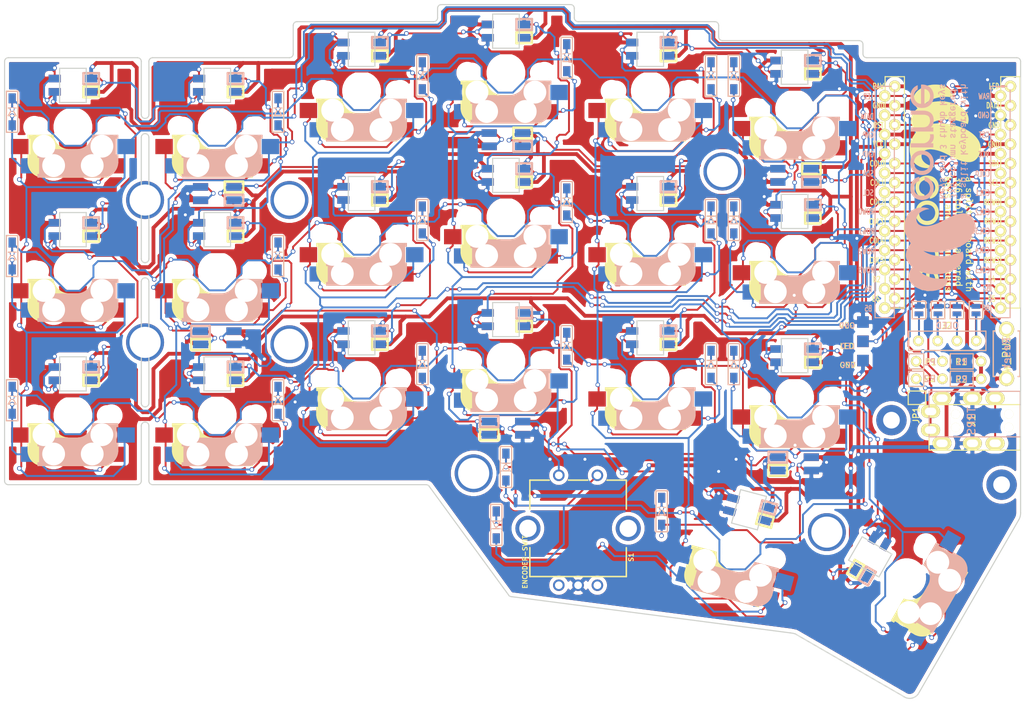
<source format=kicad_pcb>
(kicad_pcb (version 20171130) (host pcbnew "(5.1.2)-1")
  (title_block (title "Corne Cherry") (date 2018-11-17) (rev 2.1) (company foostan))
  (layers (0 F.Cu signal) (31 B.Cu signal) (34 B.Paste user) (35 F.Paste user) (36 B.SilkS user) (37 F.SilkS user) (38 B.Mask user) (39 F.Mask user) (44 Edge.Cuts user))
  (net 0 "")
  (net 1 row0)
  (net 2 "Net-(D1-Pad2)")
  (net 3 row1)
  (net 4 "Net-(D2-Pad2)")
  (net 5 row2)
  (net 6 "Net-(D3-Pad2)")
  (net 7 row3)
  (net 8 "Net-(D4-Pad2)")
  (net 9 "Net-(D5-Pad2)")
  (net 10 "Net-(D6-Pad2)")
  (net 11 "Net-(D7-Pad2)")
  (net 12 "Net-(D8-Pad2)")
  (net 13 "Net-(D9-Pad2)")
  (net 14 "Net-(D10-Pad2)")
  (net 15 "Net-(D11-Pad2)")
  (net 16 "Net-(D12-Pad2)")
  (net 17 "Net-(D13-Pad2)")
  (net 18 "Net-(D14-Pad2)")
  (net 19 "Net-(D15-Pad2)")
  (net 20 "Net-(D16-Pad2)")
  (net 21 "Net-(D17-Pad2)")
  (net 22 "Net-(D18-Pad2)")
  (net 23 "Net-(D19-Pad2)")
  (net 24 "Net-(D20-Pad2)")
  (net 25 "Net-(D21-Pad2)")
  (net 26 GND)
  (net 27 VCC)
  (net 28 col0)
  (net 29 col1)
  (net 30 col2)
  (net 31 col3)
  (net 32 col4)
  (net 33 col5)
  (net 34 LED)
  (net 35 data)
  (net 36 "Net-(L1-Pad3)")
  (net 37 "Net-(L1-Pad1)")
  (net 38 "Net-(L3-Pad3)")
  (net 39 "Net-(L10-Pad1)")
  (net 40 "Net-(L11-Pad1)")
  (net 41 "Net-(L13-Pad1)")
  (net 42 "Net-(L14-Pad3)")
  (net 43 "Net-(L10-Pad3)")
  (net 44 "Net-(L12-Pad1)")
  (net 45 "Net-(L13-Pad3)")
  (net 46 "Net-(L15-Pad3)")
  (net 47 "Net-(L16-Pad3)")
  (net 48 reset)
  (net 49 SCL)
  (net 50 SDA)
  (net 51 "Net-(L5-Pad3)")
  (net 52 "Net-(U1-Pad14)")
  (net 53 "Net-(U1-Pad13)")
  (net 54 "Net-(U1-Pad12)")
  (net 55 "Net-(U1-Pad11)")
  (net 56 "Net-(J2-Pad1)")
  (net 57 "Net-(J2-Pad2)")
  (net 58 "Net-(J2-Pad3)")
  (net 59 "Net-(J2-Pad4)")
  (net 60 "Net-(L2-Pad3)")
  (net 61 "Net-(L3-Pad1)")
  (net 62 "Net-(L11-Pad3)")
  (net 63 "Net-(L14-Pad1)")
  (net 64 "Net-(L12-Pad3)")
  (net 65 "Net-(L17-Pad1)")
  (net 66 "Net-(L18-Pad3)")
  (net 67 "Net-(J1-PadA)")
  (net 68 "Net-(J1-PadB)")
  (net 69 "Net-(U1-Pad24)")
  (net 70 "Net-(L21-Pad3)")
  (net 71 "Net-(L22-Pad3)")
  (net 72 "Net-(L22-Pad1)")
  (net 73 "Net-(L23-Pad3)")
  (net 74 "Net-(L25-Pad1)")
  (net 75 "Net-(L26-Pad1)")
  (net 76 "Net-(S1-PadA)")
  (net 77 "Net-(S1-PadB)")
  (module ROTARY_ENC_PLAIN (layer F.Cu) (at 136.5 130 270)
    (fp_text reference S1 (at 3.81 -6.985 90) (layer F.SilkS) (effects (font (size 0.6096 0.6096) (thickness 0.127))))
    (fp_text value ENCODER-SWITCH (at 3.81 6.985 90) (layer F.SilkS) (effects (font (size 0.6096 0.6096) (thickness 0.127))))
    (pad A thru_hole circle (at 7.493 2.54 270) (size 1.524 1.524) (drill 1.016) (layers *.Cu *.Mask) (net 76 "Net-(S1-PadA)"))
    (pad B thru_hole circle (at 7.493 -2.54 270) (size 1.524 1.524) (drill 1.016) (layers *.Cu *.Mask) (net 77 "Net-(S1-PadB)"))
    (pad C thru_hole circle (at 7.493 0 270) (size 1.524 1.524) (drill 1.016) (layers *.Cu *.Mask) (net 26 GND))
    (pad P$3 thru_hole circle (at 0 -6.604 270) (size 3.302 3.302) (drill 2.286) (layers *.Cu *.Mask))
    (pad P$4 thru_hole circle (at 0 6.604 270) (size 3.302 3.302) (drill 2.286) (layers *.Cu *.Mask))
    (pad SW+ thru_hole circle (at -6.985 -2.54 270) (size 1.524 1.524) (drill 1.016) (layers *.Cu *.Mask) (net 23 "Net-(D19-Pad2)"))
    (pad SW- thru_hole circle (at -6.985 2.54 270) (size 1.524 1.524) (drill 1.016) (layers *.Cu *.Mask) (net 31 col3))
  )
  (module kbd:CherryMX_MidHeight_Hotswap_1.5u (layer F.Cu) (at 179.75 136.5 240)
    (fp_text reference SW21 hide)
    (fp_text value SW_PUSH hide)
    (pad "" np_thru_hole circle (at 4.5 0 240) (size 1.7 1.7) (drill 1.7) (layers *.Cu *.Mask))
    (pad "" np_thru_hole circle (at -4.5 0 240) (size 1.7 1.7) (drill 1.7) (layers *.Cu *.Mask))
    (pad 2 smd rect (at 5.7 -5.12 60) (size 2.3 2) (layers B.Cu B.Paste B.Mask) (net 25 "Net-(D21-Pad2)"))
    (pad "" np_thru_hole circle (at -5.08 0 240) (size 1.9 1.9) (drill 1.9) (layers *.Cu *.Mask))
    (pad "" np_thru_hole circle (at 5.08 0 240) (size 1.9 1.9) (drill 1.9) (layers *.Cu *.Mask))
    (pad "" np_thru_hole circle (at 0 0 330) (size 4.1 4.1) (drill 4.1) (layers *.Cu *.Mask))
    (pad "" np_thru_hole circle (at 2.54 -5.08 60) (size 3 3) (drill 3) (layers *.Cu *.Mask))
    (pad "" np_thru_hole circle (at 3.81 -2.540001 60) (size 3 3) (drill 3) (layers *.Cu *.Mask))
    (pad "" np_thru_hole circle (at -2.54 -5.08 60) (size 3 3) (drill 3) (layers *.Cu *.Mask))
    (pad "" np_thru_hole circle (at -3.81 -2.54 60) (size 3 3) (drill 3) (layers *.Cu *.Mask))
    (pad 2 smd rect (at -5.7 -5.12 60) (size 2.3 2) (layers F.Cu F.Paste F.Mask) (net 25 "Net-(D21-Pad2)"))
    (pad 1 smd rect (at 7 -2.58 60) (size 2.3 2) (layers F.Cu F.Paste F.Mask) (net 33 col5))
    (pad 1 smd rect (at -7 -2.58 60) (size 2.3 2) (layers B.Cu B.Paste B.Mask) (net 33 col5))
  )
  (module kbd:CherryMX_MidHeight_Hotswap (layer F.Cu) (at 70 77.125 180)
    (fp_text reference SW1 hide)
    (fp_text value SW_PUSH hide)
    (pad "" np_thru_hole circle (at 4.5 0 180) (size 1.7 1.7) (drill 1.7) (layers *.Cu *.Mask))
    (pad "" np_thru_hole circle (at -4.5 0 180) (size 1.7 1.7) (drill 1.7) (layers *.Cu *.Mask))
    (pad 2 smd rect (at 5.7 -5.12) (size 2.3 2) (layers B.Cu B.Paste B.Mask) (net 2 "Net-(D1-Pad2)"))
    (pad "" np_thru_hole circle (at -5.08 0 180) (size 1.9 1.9) (drill 1.9) (layers *.Cu *.Mask))
    (pad "" np_thru_hole circle (at 5.08 0 180) (size 1.9 1.9) (drill 1.9) (layers *.Cu *.Mask))
    (pad "" np_thru_hole circle (at 0 0 270) (size 4.1 4.1) (drill 4.1) (layers *.Cu *.Mask))
    (pad "" np_thru_hole circle (at 2.54 -5.08) (size 3 3) (drill 3) (layers *.Cu *.Mask))
    (pad "" np_thru_hole circle (at 3.81 -2.540001) (size 3 3) (drill 3) (layers *.Cu *.Mask))
    (pad "" np_thru_hole circle (at -2.54 -5.08) (size 3 3) (drill 3) (layers *.Cu *.Mask))
    (pad "" np_thru_hole circle (at -3.81 -2.54) (size 3 3) (drill 3) (layers *.Cu *.Mask))
    (pad 2 smd rect (at -5.7 -5.12) (size 2.3 2) (layers F.Cu F.Paste F.Mask) (net 2 "Net-(D1-Pad2)"))
    (pad 1 smd rect (at 7 -2.58) (size 2.3 2) (layers F.Cu F.Paste F.Mask) (net 28 col0))
    (pad 1 smd rect (at -7 -2.58) (size 2.3 2) (layers B.Cu B.Paste B.Mask) (net 28 col0))
  )
  (module kbd:CherryMX_MidHeight_Hotswap (layer F.Cu) (at 165 112.75 180)
    (fp_text reference SW18 hide)
    (fp_text value SW_PUSH hide)
    (pad "" np_thru_hole circle (at 4.5 0 180) (size 1.7 1.7) (drill 1.7) (layers *.Cu *.Mask))
    (pad "" np_thru_hole circle (at -4.5 0 180) (size 1.7 1.7) (drill 1.7) (layers *.Cu *.Mask))
    (pad 2 smd rect (at 5.7 -5.12) (size 2.3 2) (layers B.Cu B.Paste B.Mask) (net 22 "Net-(D18-Pad2)"))
    (pad "" np_thru_hole circle (at -5.08 0 180) (size 1.9 1.9) (drill 1.9) (layers *.Cu *.Mask))
    (pad "" np_thru_hole circle (at 5.08 0 180) (size 1.9 1.9) (drill 1.9) (layers *.Cu *.Mask))
    (pad "" np_thru_hole circle (at 0 0 270) (size 4.1 4.1) (drill 4.1) (layers *.Cu *.Mask))
    (pad "" np_thru_hole circle (at 2.54 -5.08) (size 3 3) (drill 3) (layers *.Cu *.Mask))
    (pad "" np_thru_hole circle (at 3.81 -2.540001) (size 3 3) (drill 3) (layers *.Cu *.Mask))
    (pad "" np_thru_hole circle (at -2.54 -5.08) (size 3 3) (drill 3) (layers *.Cu *.Mask))
    (pad "" np_thru_hole circle (at -3.81 -2.54) (size 3 3) (drill 3) (layers *.Cu *.Mask))
    (pad 2 smd rect (at -5.7 -5.12) (size 2.3 2) (layers F.Cu F.Paste F.Mask) (net 22 "Net-(D18-Pad2)"))
    (pad 1 smd rect (at 7 -2.58) (size 2.3 2) (layers F.Cu F.Paste F.Mask) (net 33 col5))
    (pad 1 smd rect (at -7 -2.58) (size 2.3 2) (layers B.Cu B.Paste B.Mask) (net 33 col5))
  )
  (module kbd:CherryMX_MidHeight_Hotswap (layer F.Cu) (at 108 110.375 180)
    (fp_text reference SW15 hide)
    (fp_text value SW_PUSH hide)
    (pad "" np_thru_hole circle (at 4.5 0 180) (size 1.7 1.7) (drill 1.7) (layers *.Cu *.Mask))
    (pad "" np_thru_hole circle (at -4.5 0 180) (size 1.7 1.7) (drill 1.7) (layers *.Cu *.Mask))
    (pad 2 smd rect (at 5.7 -5.12) (size 2.3 2) (layers B.Cu B.Paste B.Mask) (net 19 "Net-(D15-Pad2)"))
    (pad "" np_thru_hole circle (at -5.08 0 180) (size 1.9 1.9) (drill 1.9) (layers *.Cu *.Mask))
    (pad "" np_thru_hole circle (at 5.08 0 180) (size 1.9 1.9) (drill 1.9) (layers *.Cu *.Mask))
    (pad "" np_thru_hole circle (at 0 0 270) (size 4.1 4.1) (drill 4.1) (layers *.Cu *.Mask))
    (pad "" np_thru_hole circle (at 2.54 -5.08) (size 3 3) (drill 3) (layers *.Cu *.Mask))
    (pad "" np_thru_hole circle (at 3.81 -2.540001) (size 3 3) (drill 3) (layers *.Cu *.Mask))
    (pad "" np_thru_hole circle (at -2.54 -5.08) (size 3 3) (drill 3) (layers *.Cu *.Mask))
    (pad "" np_thru_hole circle (at -3.81 -2.54) (size 3 3) (drill 3) (layers *.Cu *.Mask))
    (pad 2 smd rect (at -5.7 -5.12) (size 2.3 2) (layers F.Cu F.Paste F.Mask) (net 19 "Net-(D15-Pad2)"))
    (pad 1 smd rect (at 7 -2.58) (size 2.3 2) (layers F.Cu F.Paste F.Mask) (net 30 col2))
    (pad 1 smd rect (at -7 -2.58) (size 2.3 2) (layers B.Cu B.Paste B.Mask) (net 30 col2))
  )
  (module kbd:CherryMX_MidHeight_Hotswap (layer F.Cu) (at 89 115.125 180)
    (fp_text reference SW14 hide)
    (fp_text value SW_PUSH hide)
    (pad "" np_thru_hole circle (at 4.5 0 180) (size 1.7 1.7) (drill 1.7) (layers *.Cu *.Mask))
    (pad "" np_thru_hole circle (at -4.5 0 180) (size 1.7 1.7) (drill 1.7) (layers *.Cu *.Mask))
    (pad 2 smd rect (at 5.7 -5.12) (size 2.3 2) (layers B.Cu B.Paste B.Mask) (net 18 "Net-(D14-Pad2)"))
    (pad "" np_thru_hole circle (at -5.08 0 180) (size 1.9 1.9) (drill 1.9) (layers *.Cu *.Mask))
    (pad "" np_thru_hole circle (at 5.08 0 180) (size 1.9 1.9) (drill 1.9) (layers *.Cu *.Mask))
    (pad "" np_thru_hole circle (at 0 0 270) (size 4.1 4.1) (drill 4.1) (layers *.Cu *.Mask))
    (pad "" np_thru_hole circle (at 2.54 -5.08) (size 3 3) (drill 3) (layers *.Cu *.Mask))
    (pad "" np_thru_hole circle (at 3.81 -2.540001) (size 3 3) (drill 3) (layers *.Cu *.Mask))
    (pad "" np_thru_hole circle (at -2.54 -5.08) (size 3 3) (drill 3) (layers *.Cu *.Mask))
    (pad "" np_thru_hole circle (at -3.81 -2.54) (size 3 3) (drill 3) (layers *.Cu *.Mask))
    (pad 2 smd rect (at -5.7 -5.12) (size 2.3 2) (layers F.Cu F.Paste F.Mask) (net 18 "Net-(D14-Pad2)"))
    (pad 1 smd rect (at 7 -2.58) (size 2.3 2) (layers F.Cu F.Paste F.Mask) (net 29 col1))
    (pad 1 smd rect (at -7 -2.58) (size 2.3 2) (layers B.Cu B.Paste B.Mask) (net 29 col1))
  )
  (module kbd:CherryMX_MidHeight_Hotswap (layer F.Cu) (at 70 115.125 180)
    (fp_text reference SW13 hide)
    (fp_text value SW_PUSH hide)
    (pad "" np_thru_hole circle (at 4.5 0 180) (size 1.7 1.7) (drill 1.7) (layers *.Cu *.Mask))
    (pad "" np_thru_hole circle (at -4.5 0 180) (size 1.7 1.7) (drill 1.7) (layers *.Cu *.Mask))
    (pad 2 smd rect (at 5.7 -5.12) (size 2.3 2) (layers B.Cu B.Paste B.Mask) (net 17 "Net-(D13-Pad2)"))
    (pad "" np_thru_hole circle (at -5.08 0 180) (size 1.9 1.9) (drill 1.9) (layers *.Cu *.Mask))
    (pad "" np_thru_hole circle (at 5.08 0 180) (size 1.9 1.9) (drill 1.9) (layers *.Cu *.Mask))
    (pad "" np_thru_hole circle (at 0 0 270) (size 4.1 4.1) (drill 4.1) (layers *.Cu *.Mask))
    (pad "" np_thru_hole circle (at 2.54 -5.08) (size 3 3) (drill 3) (layers *.Cu *.Mask))
    (pad "" np_thru_hole circle (at 3.81 -2.540001) (size 3 3) (drill 3) (layers *.Cu *.Mask))
    (pad "" np_thru_hole circle (at -2.54 -5.08) (size 3 3) (drill 3) (layers *.Cu *.Mask))
    (pad "" np_thru_hole circle (at -3.81 -2.54) (size 3 3) (drill 3) (layers *.Cu *.Mask))
    (pad 2 smd rect (at -5.7 -5.12) (size 2.3 2) (layers F.Cu F.Paste F.Mask) (net 17 "Net-(D13-Pad2)"))
    (pad 1 smd rect (at 7 -2.58) (size 2.3 2) (layers F.Cu F.Paste F.Mask) (net 28 col0))
    (pad 1 smd rect (at -7 -2.58) (size 2.3 2) (layers B.Cu B.Paste B.Mask) (net 28 col0))
  )
  (module kbd:CherryMX_MidHeight_Hotswap (layer F.Cu) (at 165 93.75 180)
    (fp_text reference SW12 hide)
    (fp_text value SW_PUSH hide)
    (pad "" np_thru_hole circle (at 4.5 0 180) (size 1.7 1.7) (drill 1.7) (layers *.Cu *.Mask))
    (pad "" np_thru_hole circle (at -4.5 0 180) (size 1.7 1.7) (drill 1.7) (layers *.Cu *.Mask))
    (pad 2 smd rect (at 5.7 -5.12) (size 2.3 2) (layers B.Cu B.Paste B.Mask) (net 16 "Net-(D12-Pad2)"))
    (pad "" np_thru_hole circle (at -5.08 0 180) (size 1.9 1.9) (drill 1.9) (layers *.Cu *.Mask))
    (pad "" np_thru_hole circle (at 5.08 0 180) (size 1.9 1.9) (drill 1.9) (layers *.Cu *.Mask))
    (pad "" np_thru_hole circle (at 0 0 270) (size 4.1 4.1) (drill 4.1) (layers *.Cu *.Mask))
    (pad "" np_thru_hole circle (at 2.54 -5.08) (size 3 3) (drill 3) (layers *.Cu *.Mask))
    (pad "" np_thru_hole circle (at 3.81 -2.540001) (size 3 3) (drill 3) (layers *.Cu *.Mask))
    (pad "" np_thru_hole circle (at -2.54 -5.08) (size 3 3) (drill 3) (layers *.Cu *.Mask))
    (pad "" np_thru_hole circle (at -3.81 -2.54) (size 3 3) (drill 3) (layers *.Cu *.Mask))
    (pad 2 smd rect (at -5.7 -5.12) (size 2.3 2) (layers F.Cu F.Paste F.Mask) (net 16 "Net-(D12-Pad2)"))
    (pad 1 smd rect (at 7 -2.58) (size 2.3 2) (layers F.Cu F.Paste F.Mask) (net 33 col5))
    (pad 1 smd rect (at -7 -2.58) (size 2.3 2) (layers B.Cu B.Paste B.Mask) (net 33 col5))
  )
  (module kbd:CherryMX_MidHeight_Hotswap (layer F.Cu) (at 146 91.375 180)
    (fp_text reference SW11 hide)
    (fp_text value SW_PUSH hide)
    (pad "" np_thru_hole circle (at 4.5 0 180) (size 1.7 1.7) (drill 1.7) (layers *.Cu *.Mask))
    (pad "" np_thru_hole circle (at -4.5 0 180) (size 1.7 1.7) (drill 1.7) (layers *.Cu *.Mask))
    (pad 2 smd rect (at 5.7 -5.12) (size 2.3 2) (layers B.Cu B.Paste B.Mask) (net 15 "Net-(D11-Pad2)"))
    (pad "" np_thru_hole circle (at -5.08 0 180) (size 1.9 1.9) (drill 1.9) (layers *.Cu *.Mask))
    (pad "" np_thru_hole circle (at 5.08 0 180) (size 1.9 1.9) (drill 1.9) (layers *.Cu *.Mask))
    (pad "" np_thru_hole circle (at 0 0 270) (size 4.1 4.1) (drill 4.1) (layers *.Cu *.Mask))
    (pad "" np_thru_hole circle (at 2.54 -5.08) (size 3 3) (drill 3) (layers *.Cu *.Mask))
    (pad "" np_thru_hole circle (at 3.81 -2.540001) (size 3 3) (drill 3) (layers *.Cu *.Mask))
    (pad "" np_thru_hole circle (at -2.54 -5.08) (size 3 3) (drill 3) (layers *.Cu *.Mask))
    (pad "" np_thru_hole circle (at -3.81 -2.54) (size 3 3) (drill 3) (layers *.Cu *.Mask))
    (pad 2 smd rect (at -5.7 -5.12) (size 2.3 2) (layers F.Cu F.Paste F.Mask) (net 15 "Net-(D11-Pad2)"))
    (pad 1 smd rect (at 7 -2.58) (size 2.3 2) (layers F.Cu F.Paste F.Mask) (net 32 col4))
    (pad 1 smd rect (at -7 -2.58) (size 2.3 2) (layers B.Cu B.Paste B.Mask) (net 32 col4))
  )
  (module kbd:CherryMX_MidHeight_Hotswap (layer F.Cu) (at 127 89 180)
    (fp_text reference SW10 hide)
    (fp_text value SW_PUSH hide)
    (pad "" np_thru_hole circle (at 4.5 0 180) (size 1.7 1.7) (drill 1.7) (layers *.Cu *.Mask))
    (pad "" np_thru_hole circle (at -4.5 0 180) (size 1.7 1.7) (drill 1.7) (layers *.Cu *.Mask))
    (pad 2 smd rect (at 5.7 -5.12) (size 2.3 2) (layers B.Cu B.Paste B.Mask) (net 14 "Net-(D10-Pad2)"))
    (pad "" np_thru_hole circle (at -5.08 0 180) (size 1.9 1.9) (drill 1.9) (layers *.Cu *.Mask))
    (pad "" np_thru_hole circle (at 5.08 0 180) (size 1.9 1.9) (drill 1.9) (layers *.Cu *.Mask))
    (pad "" np_thru_hole circle (at 0 0 270) (size 4.1 4.1) (drill 4.1) (layers *.Cu *.Mask))
    (pad "" np_thru_hole circle (at 2.54 -5.08) (size 3 3) (drill 3) (layers *.Cu *.Mask))
    (pad "" np_thru_hole circle (at 3.81 -2.540001) (size 3 3) (drill 3) (layers *.Cu *.Mask))
    (pad "" np_thru_hole circle (at -2.54 -5.08) (size 3 3) (drill 3) (layers *.Cu *.Mask))
    (pad "" np_thru_hole circle (at -3.81 -2.54) (size 3 3) (drill 3) (layers *.Cu *.Mask))
    (pad 2 smd rect (at -5.7 -5.12) (size 2.3 2) (layers F.Cu F.Paste F.Mask) (net 14 "Net-(D10-Pad2)"))
    (pad 1 smd rect (at 7 -2.58) (size 2.3 2) (layers F.Cu F.Paste F.Mask) (net 31 col3))
    (pad 1 smd rect (at -7 -2.58) (size 2.3 2) (layers B.Cu B.Paste B.Mask) (net 31 col3))
  )
  (module kbd:CherryMX_MidHeight_Hotswap (layer F.Cu) (at 108 91.375 180)
    (fp_text reference SW9 hide)
    (fp_text value SW_PUSH hide)
    (pad "" np_thru_hole circle (at 4.5 0 180) (size 1.7 1.7) (drill 1.7) (layers *.Cu *.Mask))
    (pad "" np_thru_hole circle (at -4.5 0 180) (size 1.7 1.7) (drill 1.7) (layers *.Cu *.Mask))
    (pad 2 smd rect (at 5.7 -5.12) (size 2.3 2) (layers B.Cu B.Paste B.Mask) (net 13 "Net-(D9-Pad2)"))
    (pad "" np_thru_hole circle (at -5.08 0 180) (size 1.9 1.9) (drill 1.9) (layers *.Cu *.Mask))
    (pad "" np_thru_hole circle (at 5.08 0 180) (size 1.9 1.9) (drill 1.9) (layers *.Cu *.Mask))
    (pad "" np_thru_hole circle (at 0 0 270) (size 4.1 4.1) (drill 4.1) (layers *.Cu *.Mask))
    (pad "" np_thru_hole circle (at 2.54 -5.08) (size 3 3) (drill 3) (layers *.Cu *.Mask))
    (pad "" np_thru_hole circle (at 3.81 -2.540001) (size 3 3) (drill 3) (layers *.Cu *.Mask))
    (pad "" np_thru_hole circle (at -2.54 -5.08) (size 3 3) (drill 3) (layers *.Cu *.Mask))
    (pad "" np_thru_hole circle (at -3.81 -2.54) (size 3 3) (drill 3) (layers *.Cu *.Mask))
    (pad 2 smd rect (at -5.7 -5.12) (size 2.3 2) (layers F.Cu F.Paste F.Mask) (net 13 "Net-(D9-Pad2)"))
    (pad 1 smd rect (at 7 -2.58) (size 2.3 2) (layers F.Cu F.Paste F.Mask) (net 30 col2))
    (pad 1 smd rect (at -7 -2.58) (size 2.3 2) (layers B.Cu B.Paste B.Mask) (net 30 col2))
  )
  (module kbd:CherryMX_MidHeight_Hotswap (layer F.Cu) (at 89 96.125 180)
    (fp_text reference SW8 hide)
    (fp_text value SW_PUSH hide)
    (pad "" np_thru_hole circle (at 4.5 0 180) (size 1.7 1.7) (drill 1.7) (layers *.Cu *.Mask))
    (pad "" np_thru_hole circle (at -4.5 0 180) (size 1.7 1.7) (drill 1.7) (layers *.Cu *.Mask))
    (pad 2 smd rect (at 5.7 -5.12) (size 2.3 2) (layers B.Cu B.Paste B.Mask) (net 12 "Net-(D8-Pad2)"))
    (pad "" np_thru_hole circle (at -5.08 0 180) (size 1.9 1.9) (drill 1.9) (layers *.Cu *.Mask))
    (pad "" np_thru_hole circle (at 5.08 0 180) (size 1.9 1.9) (drill 1.9) (layers *.Cu *.Mask))
    (pad "" np_thru_hole circle (at 0 0 270) (size 4.1 4.1) (drill 4.1) (layers *.Cu *.Mask))
    (pad "" np_thru_hole circle (at 2.54 -5.08) (size 3 3) (drill 3) (layers *.Cu *.Mask))
    (pad "" np_thru_hole circle (at 3.81 -2.540001) (size 3 3) (drill 3) (layers *.Cu *.Mask))
    (pad "" np_thru_hole circle (at -2.54 -5.08) (size 3 3) (drill 3) (layers *.Cu *.Mask))
    (pad "" np_thru_hole circle (at -3.81 -2.54) (size 3 3) (drill 3) (layers *.Cu *.Mask))
    (pad 2 smd rect (at -5.7 -5.12) (size 2.3 2) (layers F.Cu F.Paste F.Mask) (net 12 "Net-(D8-Pad2)"))
    (pad 1 smd rect (at 7 -2.58) (size 2.3 2) (layers F.Cu F.Paste F.Mask) (net 29 col1))
    (pad 1 smd rect (at -7 -2.58) (size 2.3 2) (layers B.Cu B.Paste B.Mask) (net 29 col1))
  )
  (module kbd:CherryMX_MidHeight_Hotswap (layer F.Cu) (at 70 96.125 180)
    (fp_text reference SW7 hide)
    (fp_text value SW_PUSH hide)
    (pad "" np_thru_hole circle (at 4.5 0 180) (size 1.7 1.7) (drill 1.7) (layers *.Cu *.Mask))
    (pad "" np_thru_hole circle (at -4.5 0 180) (size 1.7 1.7) (drill 1.7) (layers *.Cu *.Mask))
    (pad 2 smd rect (at 5.7 -5.12) (size 2.3 2) (layers B.Cu B.Paste B.Mask) (net 11 "Net-(D7-Pad2)"))
    (pad "" np_thru_hole circle (at -5.08 0 180) (size 1.9 1.9) (drill 1.9) (layers *.Cu *.Mask))
    (pad "" np_thru_hole circle (at 5.08 0 180) (size 1.9 1.9) (drill 1.9) (layers *.Cu *.Mask))
    (pad "" np_thru_hole circle (at 0 0 270) (size 4.1 4.1) (drill 4.1) (layers *.Cu *.Mask))
    (pad "" np_thru_hole circle (at 2.54 -5.08) (size 3 3) (drill 3) (layers *.Cu *.Mask))
    (pad "" np_thru_hole circle (at 3.81 -2.540001) (size 3 3) (drill 3) (layers *.Cu *.Mask))
    (pad "" np_thru_hole circle (at -2.54 -5.08) (size 3 3) (drill 3) (layers *.Cu *.Mask))
    (pad "" np_thru_hole circle (at -3.81 -2.54) (size 3 3) (drill 3) (layers *.Cu *.Mask))
    (pad 2 smd rect (at -5.7 -5.12) (size 2.3 2) (layers F.Cu F.Paste F.Mask) (net 11 "Net-(D7-Pad2)"))
    (pad 1 smd rect (at 7 -2.58) (size 2.3 2) (layers F.Cu F.Paste F.Mask) (net 28 col0))
    (pad 1 smd rect (at -7 -2.58) (size 2.3 2) (layers B.Cu B.Paste B.Mask) (net 28 col0))
  )
  (module kbd:CherryMX_MidHeight_Hotswap (layer F.Cu) (at 165 74.75 180)
    (fp_text reference SW6 hide)
    (fp_text value SW_PUSH hide)
    (pad "" np_thru_hole circle (at 4.5 0 180) (size 1.7 1.7) (drill 1.7) (layers *.Cu *.Mask))
    (pad "" np_thru_hole circle (at -4.5 0 180) (size 1.7 1.7) (drill 1.7) (layers *.Cu *.Mask))
    (pad 2 smd rect (at 5.7 -5.12) (size 2.3 2) (layers B.Cu B.Paste B.Mask) (net 10 "Net-(D6-Pad2)"))
    (pad "" np_thru_hole circle (at -5.08 0 180) (size 1.9 1.9) (drill 1.9) (layers *.Cu *.Mask))
    (pad "" np_thru_hole circle (at 5.08 0 180) (size 1.9 1.9) (drill 1.9) (layers *.Cu *.Mask))
    (pad "" np_thru_hole circle (at 0 0 270) (size 4.1 4.1) (drill 4.1) (layers *.Cu *.Mask))
    (pad "" np_thru_hole circle (at 2.54 -5.08) (size 3 3) (drill 3) (layers *.Cu *.Mask))
    (pad "" np_thru_hole circle (at 3.81 -2.540001) (size 3 3) (drill 3) (layers *.Cu *.Mask))
    (pad "" np_thru_hole circle (at -2.54 -5.08) (size 3 3) (drill 3) (layers *.Cu *.Mask))
    (pad "" np_thru_hole circle (at -3.81 -2.54) (size 3 3) (drill 3) (layers *.Cu *.Mask))
    (pad 2 smd rect (at -5.7 -5.12) (size 2.3 2) (layers F.Cu F.Paste F.Mask) (net 10 "Net-(D6-Pad2)"))
    (pad 1 smd rect (at 7 -2.58) (size 2.3 2) (layers F.Cu F.Paste F.Mask) (net 33 col5))
    (pad 1 smd rect (at -7 -2.58) (size 2.3 2) (layers B.Cu B.Paste B.Mask) (net 33 col5))
  )
  (module kbd:CherryMX_MidHeight_Hotswap (layer F.Cu) (at 146 72.375 180)
    (fp_text reference SW5 hide)
    (fp_text value SW_PUSH hide)
    (pad "" np_thru_hole circle (at 4.5 0 180) (size 1.7 1.7) (drill 1.7) (layers *.Cu *.Mask))
    (pad "" np_thru_hole circle (at -4.5 0 180) (size 1.7 1.7) (drill 1.7) (layers *.Cu *.Mask))
    (pad 2 smd rect (at 5.7 -5.12) (size 2.3 2) (layers B.Cu B.Paste B.Mask) (net 9 "Net-(D5-Pad2)"))
    (pad "" np_thru_hole circle (at -5.08 0 180) (size 1.9 1.9) (drill 1.9) (layers *.Cu *.Mask))
    (pad "" np_thru_hole circle (at 5.08 0 180) (size 1.9 1.9) (drill 1.9) (layers *.Cu *.Mask))
    (pad "" np_thru_hole circle (at 0 0 270) (size 4.1 4.1) (drill 4.1) (layers *.Cu *.Mask))
    (pad "" np_thru_hole circle (at 2.54 -5.08) (size 3 3) (drill 3) (layers *.Cu *.Mask))
    (pad "" np_thru_hole circle (at 3.81 -2.540001) (size 3 3) (drill 3) (layers *.Cu *.Mask))
    (pad "" np_thru_hole circle (at -2.54 -5.08) (size 3 3) (drill 3) (layers *.Cu *.Mask))
    (pad "" np_thru_hole circle (at -3.81 -2.54) (size 3 3) (drill 3) (layers *.Cu *.Mask))
    (pad 2 smd rect (at -5.7 -5.12) (size 2.3 2) (layers F.Cu F.Paste F.Mask) (net 9 "Net-(D5-Pad2)"))
    (pad 1 smd rect (at 7 -2.58) (size 2.3 2) (layers F.Cu F.Paste F.Mask) (net 32 col4))
    (pad 1 smd rect (at -7 -2.58) (size 2.3 2) (layers B.Cu B.Paste B.Mask) (net 32 col4))
  )
  (module kbd:CherryMX_MidHeight_Hotswap (layer F.Cu) (at 108 72.375 180)
    (fp_text reference SW3 hide)
    (fp_text value SW_PUSH hide)
    (pad "" np_thru_hole circle (at 4.5 0 180) (size 1.7 1.7) (drill 1.7) (layers *.Cu *.Mask))
    (pad "" np_thru_hole circle (at -4.5 0 180) (size 1.7 1.7) (drill 1.7) (layers *.Cu *.Mask))
    (pad 2 smd rect (at 5.7 -5.12) (size 2.3 2) (layers B.Cu B.Paste B.Mask) (net 6 "Net-(D3-Pad2)"))
    (pad "" np_thru_hole circle (at -5.08 0 180) (size 1.9 1.9) (drill 1.9) (layers *.Cu *.Mask))
    (pad "" np_thru_hole circle (at 5.08 0 180) (size 1.9 1.9) (drill 1.9) (layers *.Cu *.Mask))
    (pad "" np_thru_hole circle (at 0 0 270) (size 4.1 4.1) (drill 4.1) (layers *.Cu *.Mask))
    (pad "" np_thru_hole circle (at 2.54 -5.08) (size 3 3) (drill 3) (layers *.Cu *.Mask))
    (pad "" np_thru_hole circle (at 3.81 -2.540001) (size 3 3) (drill 3) (layers *.Cu *.Mask))
    (pad "" np_thru_hole circle (at -2.54 -5.08) (size 3 3) (drill 3) (layers *.Cu *.Mask))
    (pad "" np_thru_hole circle (at -3.81 -2.54) (size 3 3) (drill 3) (layers *.Cu *.Mask))
    (pad 2 smd rect (at -5.7 -5.12) (size 2.3 2) (layers F.Cu F.Paste F.Mask) (net 6 "Net-(D3-Pad2)"))
    (pad 1 smd rect (at 7 -2.58) (size 2.3 2) (layers F.Cu F.Paste F.Mask) (net 30 col2))
    (pad 1 smd rect (at -7 -2.58) (size 2.3 2) (layers B.Cu B.Paste B.Mask) (net 30 col2))
  )
  (module kbd:CherryMX_MidHeight_Hotswap (layer F.Cu) (at 89 77.125 180)
    (fp_text reference SW2 hide)
    (fp_text value SW_PUSH hide)
    (pad "" np_thru_hole circle (at 4.5 0 180) (size 1.7 1.7) (drill 1.7) (layers *.Cu *.Mask))
    (pad "" np_thru_hole circle (at -4.5 0 180) (size 1.7 1.7) (drill 1.7) (layers *.Cu *.Mask))
    (pad 2 smd rect (at 5.7 -5.12) (size 2.3 2) (layers B.Cu B.Paste B.Mask) (net 4 "Net-(D2-Pad2)"))
    (pad "" np_thru_hole circle (at -5.08 0 180) (size 1.9 1.9) (drill 1.9) (layers *.Cu *.Mask))
    (pad "" np_thru_hole circle (at 5.08 0 180) (size 1.9 1.9) (drill 1.9) (layers *.Cu *.Mask))
    (pad "" np_thru_hole circle (at 0 0 270) (size 4.1 4.1) (drill 4.1) (layers *.Cu *.Mask))
    (pad "" np_thru_hole circle (at 2.54 -5.08) (size 3 3) (drill 3) (layers *.Cu *.Mask))
    (pad "" np_thru_hole circle (at 3.81 -2.540001) (size 3 3) (drill 3) (layers *.Cu *.Mask))
    (pad "" np_thru_hole circle (at -2.54 -5.08) (size 3 3) (drill 3) (layers *.Cu *.Mask))
    (pad "" np_thru_hole circle (at -3.81 -2.54) (size 3 3) (drill 3) (layers *.Cu *.Mask))
    (pad 2 smd rect (at -5.7 -5.12) (size 2.3 2) (layers F.Cu F.Paste F.Mask) (net 4 "Net-(D2-Pad2)"))
    (pad 1 smd rect (at 7 -2.58) (size 2.3 2) (layers F.Cu F.Paste F.Mask) (net 29 col1))
    (pad 1 smd rect (at -7 -2.58) (size 2.3 2) (layers B.Cu B.Paste B.Mask) (net 29 col1))
  )
  (module kbd:CherryMX_MidHeight_Hotswap (layer F.Cu) (at 146 110.375 180)
    (fp_text reference SW17 hide)
    (fp_text value SW_PUSH hide)
    (pad "" np_thru_hole circle (at 4.5 0 180) (size 1.7 1.7) (drill 1.7) (layers *.Cu *.Mask))
    (pad "" np_thru_hole circle (at -4.5 0 180) (size 1.7 1.7) (drill 1.7) (layers *.Cu *.Mask))
    (pad 2 smd rect (at 5.7 -5.12) (size 2.3 2) (layers B.Cu B.Paste B.Mask) (net 21 "Net-(D17-Pad2)"))
    (pad "" np_thru_hole circle (at -5.08 0 180) (size 1.9 1.9) (drill 1.9) (layers *.Cu *.Mask))
    (pad "" np_thru_hole circle (at 5.08 0 180) (size 1.9 1.9) (drill 1.9) (layers *.Cu *.Mask))
    (pad "" np_thru_hole circle (at 0 0 270) (size 4.1 4.1) (drill 4.1) (layers *.Cu *.Mask))
    (pad "" np_thru_hole circle (at 2.54 -5.08) (size 3 3) (drill 3) (layers *.Cu *.Mask))
    (pad "" np_thru_hole circle (at 3.81 -2.540001) (size 3 3) (drill 3) (layers *.Cu *.Mask))
    (pad "" np_thru_hole circle (at -2.54 -5.08) (size 3 3) (drill 3) (layers *.Cu *.Mask))
    (pad "" np_thru_hole circle (at -3.81 -2.54) (size 3 3) (drill 3) (layers *.Cu *.Mask))
    (pad 2 smd rect (at -5.7 -5.12) (size 2.3 2) (layers F.Cu F.Paste F.Mask) (net 21 "Net-(D17-Pad2)"))
    (pad 1 smd rect (at 7 -2.58) (size 2.3 2) (layers F.Cu F.Paste F.Mask) (net 32 col4))
    (pad 1 smd rect (at -7 -2.58) (size 2.3 2) (layers B.Cu B.Paste B.Mask) (net 32 col4))
  )
  (module kbd:CherryMX_MidHeight_Hotswap (layer F.Cu) (at 157.5 132.75 165)
    (fp_text reference SW20 hide)
    (fp_text value SW_PUSH hide)
    (pad "" np_thru_hole circle (at 4.5 0 165) (size 1.7 1.7) (drill 1.7) (layers *.Cu *.Mask))
    (pad "" np_thru_hole circle (at -4.5 0 165) (size 1.7 1.7) (drill 1.7) (layers *.Cu *.Mask))
    (pad 2 smd rect (at 5.7 -5.12 345) (size 2.3 2) (layers B.Cu B.Paste B.Mask) (net 24 "Net-(D20-Pad2)"))
    (pad "" np_thru_hole circle (at -5.08 0 165) (size 1.9 1.9) (drill 1.9) (layers *.Cu *.Mask))
    (pad "" np_thru_hole circle (at 5.08 0 165) (size 1.9 1.9) (drill 1.9) (layers *.Cu *.Mask))
    (pad "" np_thru_hole circle (at 0 0 255) (size 4.1 4.1) (drill 4.1) (layers *.Cu *.Mask))
    (pad "" np_thru_hole circle (at 2.54 -5.08 345) (size 3 3) (drill 3) (layers *.Cu *.Mask))
    (pad "" np_thru_hole circle (at 3.81 -2.540001 345) (size 3 3) (drill 3) (layers *.Cu *.Mask))
    (pad "" np_thru_hole circle (at -2.54 -5.08 345) (size 3 3) (drill 3) (layers *.Cu *.Mask))
    (pad "" np_thru_hole circle (at -3.81 -2.54 345) (size 3 3) (drill 3) (layers *.Cu *.Mask))
    (pad 2 smd rect (at -5.7 -5.12 345) (size 2.3 2) (layers F.Cu F.Paste F.Mask) (net 24 "Net-(D20-Pad2)"))
    (pad 1 smd rect (at 7 -2.58 345) (size 2.3 2) (layers F.Cu F.Paste F.Mask) (net 32 col4))
    (pad 1 smd rect (at -7 -2.58 345) (size 2.3 2) (layers B.Cu B.Paste B.Mask) (net 32 col4))
  )
  (module kbd:CherryMX_MidHeight_Hotswap (layer F.Cu) (at 127 70 180)
    (fp_text reference SW4 hide)
    (fp_text value SW_PUSH hide)
    (pad "" np_thru_hole circle (at 4.5 0 180) (size 1.7 1.7) (drill 1.7) (layers *.Cu *.Mask))
    (pad "" np_thru_hole circle (at -4.5 0 180) (size 1.7 1.7) (drill 1.7) (layers *.Cu *.Mask))
    (pad 2 smd rect (at 5.7 -5.12) (size 2.3 2) (layers B.Cu B.Paste B.Mask) (net 8 "Net-(D4-Pad2)"))
    (pad "" np_thru_hole circle (at -5.08 0 180) (size 1.9 1.9) (drill 1.9) (layers *.Cu *.Mask))
    (pad "" np_thru_hole circle (at 5.08 0 180) (size 1.9 1.9) (drill 1.9) (layers *.Cu *.Mask))
    (pad "" np_thru_hole circle (at 0 0 270) (size 4.1 4.1) (drill 4.1) (layers *.Cu *.Mask))
    (pad "" np_thru_hole circle (at 2.54 -5.08) (size 3 3) (drill 3) (layers *.Cu *.Mask))
    (pad "" np_thru_hole circle (at 3.81 -2.540001) (size 3 3) (drill 3) (layers *.Cu *.Mask))
    (pad "" np_thru_hole circle (at -2.54 -5.08) (size 3 3) (drill 3) (layers *.Cu *.Mask))
    (pad "" np_thru_hole circle (at -3.81 -2.54) (size 3 3) (drill 3) (layers *.Cu *.Mask))
    (pad 2 smd rect (at -5.7 -5.12) (size 2.3 2) (layers F.Cu F.Paste F.Mask) (net 8 "Net-(D4-Pad2)"))
    (pad 1 smd rect (at 7 -2.58) (size 2.3 2) (layers F.Cu F.Paste F.Mask) (net 31 col3))
    (pad 1 smd rect (at -7 -2.58) (size 2.3 2) (layers B.Cu B.Paste B.Mask) (net 31 col3))
  )
  (module kbd:CherryMX_MidHeight_Hotswap (layer F.Cu) (at 127 108 180)
    (fp_text reference SW16 hide)
    (fp_text value SW_PUSH hide)
    (pad "" np_thru_hole circle (at 4.5 0 180) (size 1.7 1.7) (drill 1.7) (layers *.Cu *.Mask))
    (pad "" np_thru_hole circle (at -4.5 0 180) (size 1.7 1.7) (drill 1.7) (layers *.Cu *.Mask))
    (pad 2 smd rect (at 5.7 -5.12) (size 2.3 2) (layers B.Cu B.Paste B.Mask) (net 20 "Net-(D16-Pad2)"))
    (pad "" np_thru_hole circle (at -5.08 0 180) (size 1.9 1.9) (drill 1.9) (layers *.Cu *.Mask))
    (pad "" np_thru_hole circle (at 5.08 0 180) (size 1.9 1.9) (drill 1.9) (layers *.Cu *.Mask))
    (pad "" np_thru_hole circle (at 0 0 270) (size 4.1 4.1) (drill 4.1) (layers *.Cu *.Mask))
    (pad "" np_thru_hole circle (at 2.54 -5.08) (size 3 3) (drill 3) (layers *.Cu *.Mask))
    (pad "" np_thru_hole circle (at 3.81 -2.540001) (size 3 3) (drill 3) (layers *.Cu *.Mask))
    (pad "" np_thru_hole circle (at -2.54 -5.08) (size 3 3) (drill 3) (layers *.Cu *.Mask))
    (pad "" np_thru_hole circle (at -3.81 -2.54) (size 3 3) (drill 3) (layers *.Cu *.Mask))
    (pad 2 smd rect (at -5.7 -5.12) (size 2.3 2) (layers F.Cu F.Paste F.Mask) (net 20 "Net-(D16-Pad2)"))
    (pad 1 smd rect (at 7 -2.58) (size 2.3 2) (layers F.Cu F.Paste F.Mask) (net 31 col3))
    (pad 1 smd rect (at -7 -2.58) (size 2.3 2) (layers B.Cu B.Paste B.Mask) (net 31 col3))
  )
  (module kbd:MJ-4PP-9 (layer F.Cu) (at 194.7 116.7 270)
    (fp_text reference J1 (at -0.889 6.4135 270) (layer F.SilkS))
    (fp_text value MJ-4PP-9 hide)
    (fp_text user TRRS (at -0.8255 6.4135 270) (layer B.SilkS) (effects (justify mirror)))
    (pad "" np_thru_hole circle (at -1.75 8.5 270) (size 1.2 1.2) (drill 1.2) (layers *.Cu *.Mask F.SilkS))
    (pad "" np_thru_hole circle (at -1.75 1.5 270) (size 1.2 1.2) (drill 1.2) (layers *.Cu *.Mask F.SilkS))
    (pad D thru_hole oval (at -3.85 10.3 270) (size 1.7 2.5) (drill oval 1 1.5) (layers *.Cu *.Mask F.SilkS) (net 27 VCC) (clearance 0.15))
    (pad A thru_hole oval (at 0.35 11.8 270) (size 1.7 2.5) (drill oval 1 1.5) (layers *.Cu *.Mask F.SilkS) (net 67 "Net-(J1-PadA)") (clearance 0.15))
    (pad B thru_hole oval (at -3.85 3.3 270) (size 1.7 2.5) (drill oval 1 1.5) (layers *.Cu *.Mask F.SilkS) (net 68 "Net-(J1-PadB)"))
    (pad C thru_hole oval (at -3.85 6.3 270) (size 1.7 2.5) (drill oval 1 1.5) (layers *.Cu *.Mask F.SilkS) (net 26 GND))
    (pad "" np_thru_hole circle (at 0 1.5 270) (size 1.2 1.2) (drill 1.2) (layers *.Cu *.Mask F.SilkS))
    (pad "" np_thru_hole circle (at 0 8.5 270) (size 1.2 1.2) (drill 1.2) (layers *.Cu *.Mask F.SilkS))
    (pad B thru_hole oval (at 2.1 3.3 270) (size 1.7 2.5) (drill oval 1 1.5) (layers *.Cu *.Mask F.SilkS) (net 68 "Net-(J1-PadB)"))
    (pad C thru_hole oval (at 2.1 6.3 270) (size 1.7 2.5) (drill oval 1 1.5) (layers *.Cu *.Mask F.SilkS) (net 26 GND))
    (pad D thru_hole oval (at 2.1 10.3 270) (size 1.7 2.5) (drill oval 1 1.5) (layers *.Cu *.Mask F.SilkS) (net 27 VCC) (clearance 0.15))
    (pad A thru_hole oval (at -2.1 11.8 270) (size 1.7 2.5) (drill oval 1 1.5) (layers *.Cu *.Mask F.SilkS) (net 67 "Net-(J1-PadA)") (clearance 0.15))
  )
  (module kbd:SK6812MINI_underglow_rev (layer F.Cu) (at 165 121.5 180)
    (fp_text reference L27 hide)
    (fp_text value SK6812MINI hide)
    (pad 4 smd rect (at 2.2 -0.875 180) (size 2 1) (layers F.Cu F.Paste F.Mask) (net 27 VCC))
    (pad 3 smd rect (at 2.2 0.875 180) (size 2 1) (layers F.Cu F.Paste F.Mask) (net 75 "Net-(L26-Pad1)"))
    (pad 1 smd rect (at -2.2 -0.875 180) (size 2 1) (layers F.Cu F.Paste F.Mask) (net 70 "Net-(L21-Pad3)"))
    (pad 2 smd rect (at -2.2 0.875 180) (size 2 1) (layers F.Cu F.Paste F.Mask) (net 26 GND))
    (pad 3 smd rect (at 2.2 -0.875 180) (size 2 1) (layers B.Cu B.Paste B.Mask) (net 75 "Net-(L26-Pad1)"))
    (pad 4 smd rect (at 2.2 0.875 180) (size 2 1) (layers B.Cu B.Paste B.Mask) (net 27 VCC))
    (pad 1 smd rect (at -2.2 0.875 180) (size 2 1) (layers B.Cu B.Paste B.Mask) (net 70 "Net-(L21-Pad3)"))
    (pad 2 smd rect (at -2.2 -0.875 180) (size 2 1) (layers B.Cu B.Paste B.Mask) (net 26 GND))
  )
  (module kbd:SK6812MINI_underglow_rev (layer F.Cu) (at 165 83.5)
    (fp_text reference L24 hide)
    (fp_text value SK6812MINI hide)
    (pad 4 smd rect (at 2.2 -0.875) (size 2 1) (layers F.Cu F.Paste F.Mask) (net 27 VCC))
    (pad 3 smd rect (at 2.2 0.875) (size 2 1) (layers F.Cu F.Paste F.Mask) (net 34 LED))
    (pad 1 smd rect (at -2.2 -0.875) (size 2 1) (layers F.Cu F.Paste F.Mask) (net 73 "Net-(L23-Pad3)"))
    (pad 2 smd rect (at -2.2 0.875) (size 2 1) (layers F.Cu F.Paste F.Mask) (net 26 GND))
    (pad 3 smd rect (at 2.2 -0.875) (size 2 1) (layers B.Cu B.Paste B.Mask) (net 34 LED))
    (pad 4 smd rect (at 2.2 0.875) (size 2 1) (layers B.Cu B.Paste B.Mask) (net 27 VCC))
    (pad 1 smd rect (at -2.2 0.875) (size 2 1) (layers B.Cu B.Paste B.Mask) (net 73 "Net-(L23-Pad3)"))
    (pad 2 smd rect (at -2.2 -0.875) (size 2 1) (layers B.Cu B.Paste B.Mask) (net 26 GND))
  )
  (module kbd:SK6812MINI_underglow_rev (layer F.Cu) (at 127 78.8)
    (fp_text reference L23 hide)
    (fp_text value SK6812MINI hide)
    (pad 4 smd rect (at 2.2 -0.875) (size 2 1) (layers F.Cu F.Paste F.Mask) (net 27 VCC))
    (pad 3 smd rect (at 2.2 0.875) (size 2 1) (layers F.Cu F.Paste F.Mask) (net 73 "Net-(L23-Pad3)"))
    (pad 1 smd rect (at -2.2 -0.875) (size 2 1) (layers F.Cu F.Paste F.Mask) (net 71 "Net-(L22-Pad3)"))
    (pad 2 smd rect (at -2.2 0.875) (size 2 1) (layers F.Cu F.Paste F.Mask) (net 26 GND))
    (pad 3 smd rect (at 2.2 -0.875) (size 2 1) (layers B.Cu B.Paste B.Mask) (net 73 "Net-(L23-Pad3)"))
    (pad 4 smd rect (at 2.2 0.875) (size 2 1) (layers B.Cu B.Paste B.Mask) (net 27 VCC))
    (pad 1 smd rect (at -2.2 0.875) (size 2 1) (layers B.Cu B.Paste B.Mask) (net 71 "Net-(L22-Pad3)"))
    (pad 2 smd rect (at -2.2 -0.875) (size 2 1) (layers B.Cu B.Paste B.Mask) (net 26 GND))
  )
  (module kbd:SK6812MINI_underglow_rev (layer F.Cu) (at 89 85.9)
    (fp_text reference L22 hide)
    (fp_text value SK6812MINI hide)
    (pad 4 smd rect (at 2.2 -0.875) (size 2 1) (layers F.Cu F.Paste F.Mask) (net 27 VCC))
    (pad 3 smd rect (at 2.2 0.875) (size 2 1) (layers F.Cu F.Paste F.Mask) (net 71 "Net-(L22-Pad3)"))
    (pad 1 smd rect (at -2.2 -0.875) (size 2 1) (layers F.Cu F.Paste F.Mask) (net 72 "Net-(L22-Pad1)"))
    (pad 2 smd rect (at -2.2 0.875) (size 2 1) (layers F.Cu F.Paste F.Mask) (net 26 GND))
    (pad 3 smd rect (at 2.2 -0.875) (size 2 1) (layers B.Cu B.Paste B.Mask) (net 71 "Net-(L22-Pad3)"))
    (pad 4 smd rect (at 2.2 0.875) (size 2 1) (layers B.Cu B.Paste B.Mask) (net 27 VCC))
    (pad 1 smd rect (at -2.2 0.875) (size 2 1) (layers B.Cu B.Paste B.Mask) (net 72 "Net-(L22-Pad1)"))
    (pad 2 smd rect (at -2.2 -0.875) (size 2 1) (layers B.Cu B.Paste B.Mask) (net 26 GND))
  )
  (module kbd:SK6812MINI_underglow_rev (layer F.Cu) (at 89 104.9 180)
    (fp_text reference L25 hide)
    (fp_text value SK6812MINI hide)
    (pad 4 smd rect (at 2.2 -0.875 180) (size 2 1) (layers F.Cu F.Paste F.Mask) (net 27 VCC))
    (pad 3 smd rect (at 2.2 0.875 180) (size 2 1) (layers F.Cu F.Paste F.Mask) (net 72 "Net-(L22-Pad1)"))
    (pad 1 smd rect (at -2.2 -0.875 180) (size 2 1) (layers F.Cu F.Paste F.Mask) (net 74 "Net-(L25-Pad1)"))
    (pad 2 smd rect (at -2.2 0.875 180) (size 2 1) (layers F.Cu F.Paste F.Mask) (net 26 GND))
    (pad 3 smd rect (at 2.2 -0.875 180) (size 2 1) (layers B.Cu B.Paste B.Mask) (net 72 "Net-(L22-Pad1)"))
    (pad 4 smd rect (at 2.2 0.875 180) (size 2 1) (layers B.Cu B.Paste B.Mask) (net 27 VCC))
    (pad 1 smd rect (at -2.2 0.875 180) (size 2 1) (layers B.Cu B.Paste B.Mask) (net 74 "Net-(L25-Pad1)"))
    (pad 2 smd rect (at -2.2 -0.875 180) (size 2 1) (layers B.Cu B.Paste B.Mask) (net 26 GND))
  )
  (module kbd:SK6812MINI_underglow_rev (layer F.Cu) (at 127 116.8 180)
    (fp_text reference L26 hide)
    (fp_text value SK6812MINI hide)
    (pad 4 smd rect (at 2.2 -0.875 180) (size 2 1) (layers F.Cu F.Paste F.Mask) (net 27 VCC))
    (pad 3 smd rect (at 2.2 0.875 180) (size 2 1) (layers F.Cu F.Paste F.Mask) (net 74 "Net-(L25-Pad1)"))
    (pad 1 smd rect (at -2.2 -0.875 180) (size 2 1) (layers F.Cu F.Paste F.Mask) (net 75 "Net-(L26-Pad1)"))
    (pad 2 smd rect (at -2.2 0.875 180) (size 2 1) (layers F.Cu F.Paste F.Mask) (net 26 GND))
    (pad 3 smd rect (at 2.2 -0.875 180) (size 2 1) (layers B.Cu B.Paste B.Mask) (net 74 "Net-(L25-Pad1)"))
    (pad 4 smd rect (at 2.2 0.875 180) (size 2 1) (layers B.Cu B.Paste B.Mask) (net 27 VCC))
    (pad 1 smd rect (at -2.2 0.875 180) (size 2 1) (layers B.Cu B.Paste B.Mask) (net 75 "Net-(L26-Pad1)"))
    (pad 2 smd rect (at -2.2 -0.875 180) (size 2 1) (layers B.Cu B.Paste B.Mask) (net 26 GND))
  )
  (module kbd:SK6812MINI_rev (layer F.Cu) (at 175 133.75 240)
    (fp_text reference L21 hide)
    (fp_text value SK6812MINI hide)
    (pad 2 smd rect (at -2.4 0.875 240) (size 1.6 1) (layers B.Cu B.Paste B.Mask) (net 26 GND))
    (pad 1 smd rect (at -2.4 -0.875 240) (size 1.6 1) (layers B.Cu B.Paste B.Mask) (net 66 "Net-(L18-Pad3)"))
    (pad 4 smd rect (at 2.4 -0.875 240) (size 1.6 1) (layers B.Cu B.Paste B.Mask) (net 27 VCC))
    (pad 3 smd rect (at 2.4 0.875 240) (size 1.6 1) (layers B.Cu B.Paste B.Mask) (net 70 "Net-(L21-Pad3)"))
    (pad 2 smd rect (at -2.4 -0.875 240) (size 1.6 1) (layers F.Cu F.Paste F.Mask) (net 26 GND))
    (pad 1 smd rect (at -2.4 0.875 240) (size 1.6 1) (layers F.Cu F.Paste F.Mask) (net 66 "Net-(L18-Pad3)"))
    (pad 3 smd rect (at 2.4 -0.875 240) (size 1.6 1) (layers F.Cu F.Paste F.Mask) (net 70 "Net-(L21-Pad3)"))
    (pad 4 smd rect (at 2.4 0.875 240) (size 1.6 1) (layers F.Cu F.Paste F.Mask) (net 27 VCC))
  )
  (module kbd:SK6812MINI_rev (layer F.Cu) (at 159 127.5 345)
    (fp_text reference L20 hide)
    (fp_text value SK6812MINI hide)
    (pad 2 smd rect (at -2.4 0.875 345) (size 1.6 1) (layers B.Cu B.Paste B.Mask) (net 26 GND))
    (pad 1 smd rect (at -2.4 -0.875 345) (size 1.6 1) (layers B.Cu B.Paste B.Mask) (net 47 "Net-(L16-Pad3)"))
    (pad 4 smd rect (at 2.4 -0.875 345) (size 1.6 1) (layers B.Cu B.Paste B.Mask) (net 27 VCC))
    (pad 3 smd rect (at 2.4 0.875 345) (size 1.6 1) (layers B.Cu B.Paste B.Mask) (net 65 "Net-(L17-Pad1)"))
    (pad 2 smd rect (at -2.4 -0.875 345) (size 1.6 1) (layers F.Cu F.Paste F.Mask) (net 26 GND))
    (pad 1 smd rect (at -2.4 0.875 345) (size 1.6 1) (layers F.Cu F.Paste F.Mask) (net 47 "Net-(L16-Pad3)"))
    (pad 3 smd rect (at 2.4 -0.875 345) (size 1.6 1) (layers F.Cu F.Paste F.Mask) (net 65 "Net-(L17-Pad1)"))
    (pad 4 smd rect (at 2.4 0.875 345) (size 1.6 1) (layers F.Cu F.Paste F.Mask) (net 27 VCC))
  )
  (module kbd:SK6812MINI_rev (layer F.Cu) (at 165 107.25)
    (fp_text reference L18 hide)
    (fp_text value SK6812MINI hide)
    (pad 2 smd rect (at -2.4 0.875) (size 1.6 1) (layers B.Cu B.Paste B.Mask) (net 26 GND))
    (pad 1 smd rect (at -2.4 -0.875) (size 1.6 1) (layers B.Cu B.Paste B.Mask) (net 64 "Net-(L12-Pad3)"))
    (pad 4 smd rect (at 2.4 -0.875) (size 1.6 1) (layers B.Cu B.Paste B.Mask) (net 27 VCC))
    (pad 3 smd rect (at 2.4 0.875) (size 1.6 1) (layers B.Cu B.Paste B.Mask) (net 66 "Net-(L18-Pad3)"))
    (pad 2 smd rect (at -2.4 -0.875) (size 1.6 1) (layers F.Cu F.Paste F.Mask) (net 26 GND))
    (pad 1 smd rect (at -2.4 0.875) (size 1.6 1) (layers F.Cu F.Paste F.Mask) (net 64 "Net-(L12-Pad3)"))
    (pad 3 smd rect (at 2.4 -0.875) (size 1.6 1) (layers F.Cu F.Paste F.Mask) (net 66 "Net-(L18-Pad3)"))
    (pad 4 smd rect (at 2.4 0.875) (size 1.6 1) (layers F.Cu F.Paste F.Mask) (net 27 VCC))
  )
  (module kbd:SK6812MINI_rev (layer F.Cu) (at 146 104.875)
    (fp_text reference L17 hide)
    (fp_text value SK6812MINI hide)
    (pad 2 smd rect (at -2.4 0.875) (size 1.6 1) (layers B.Cu B.Paste B.Mask) (net 26 GND))
    (pad 1 smd rect (at -2.4 -0.875) (size 1.6 1) (layers B.Cu B.Paste B.Mask) (net 65 "Net-(L17-Pad1)"))
    (pad 4 smd rect (at 2.4 -0.875) (size 1.6 1) (layers B.Cu B.Paste B.Mask) (net 27 VCC))
    (pad 3 smd rect (at 2.4 0.875) (size 1.6 1) (layers B.Cu B.Paste B.Mask) (net 40 "Net-(L11-Pad1)"))
    (pad 2 smd rect (at -2.4 -0.875) (size 1.6 1) (layers F.Cu F.Paste F.Mask) (net 26 GND))
    (pad 1 smd rect (at -2.4 0.875) (size 1.6 1) (layers F.Cu F.Paste F.Mask) (net 65 "Net-(L17-Pad1)"))
    (pad 3 smd rect (at 2.4 -0.875) (size 1.6 1) (layers F.Cu F.Paste F.Mask) (net 40 "Net-(L11-Pad1)"))
    (pad 4 smd rect (at 2.4 0.875) (size 1.6 1) (layers F.Cu F.Paste F.Mask) (net 27 VCC))
  )
  (module kbd:SK6812MINI_rev (layer F.Cu) (at 127 102.5)
    (fp_text reference L16 hide)
    (fp_text value SK6812MINI hide)
    (pad 2 smd rect (at -2.4 0.875) (size 1.6 1) (layers B.Cu B.Paste B.Mask) (net 26 GND))
    (pad 1 smd rect (at -2.4 -0.875) (size 1.6 1) (layers B.Cu B.Paste B.Mask) (net 43 "Net-(L10-Pad3)"))
    (pad 4 smd rect (at 2.4 -0.875) (size 1.6 1) (layers B.Cu B.Paste B.Mask) (net 27 VCC))
    (pad 3 smd rect (at 2.4 0.875) (size 1.6 1) (layers B.Cu B.Paste B.Mask) (net 47 "Net-(L16-Pad3)"))
    (pad 2 smd rect (at -2.4 -0.875) (size 1.6 1) (layers F.Cu F.Paste F.Mask) (net 26 GND))
    (pad 1 smd rect (at -2.4 0.875) (size 1.6 1) (layers F.Cu F.Paste F.Mask) (net 43 "Net-(L10-Pad3)"))
    (pad 3 smd rect (at 2.4 -0.875) (size 1.6 1) (layers F.Cu F.Paste F.Mask) (net 47 "Net-(L16-Pad3)"))
    (pad 4 smd rect (at 2.4 0.875) (size 1.6 1) (layers F.Cu F.Paste F.Mask) (net 27 VCC))
  )
  (module kbd:SK6812MINI_rev (layer F.Cu) (at 108 104.875)
    (fp_text reference L15 hide)
    (fp_text value SK6812MINI hide)
    (pad 2 smd rect (at -2.4 0.875) (size 1.6 1) (layers B.Cu B.Paste B.Mask) (net 26 GND))
    (pad 1 smd rect (at -2.4 -0.875) (size 1.6 1) (layers B.Cu B.Paste B.Mask) (net 42 "Net-(L14-Pad3)"))
    (pad 4 smd rect (at 2.4 -0.875) (size 1.6 1) (layers B.Cu B.Paste B.Mask) (net 27 VCC))
    (pad 3 smd rect (at 2.4 0.875) (size 1.6 1) (layers B.Cu B.Paste B.Mask) (net 46 "Net-(L15-Pad3)"))
    (pad 2 smd rect (at -2.4 -0.875) (size 1.6 1) (layers F.Cu F.Paste F.Mask) (net 26 GND))
    (pad 1 smd rect (at -2.4 0.875) (size 1.6 1) (layers F.Cu F.Paste F.Mask) (net 42 "Net-(L14-Pad3)"))
    (pad 3 smd rect (at 2.4 -0.875) (size 1.6 1) (layers F.Cu F.Paste F.Mask) (net 46 "Net-(L15-Pad3)"))
    (pad 4 smd rect (at 2.4 0.875) (size 1.6 1) (layers F.Cu F.Paste F.Mask) (net 27 VCC))
  )
  (module kbd:SK6812MINI_rev (layer F.Cu) (at 89 109.625)
    (fp_text reference L14 hide)
    (fp_text value SK6812MINI hide)
    (pad 2 smd rect (at -2.4 0.875) (size 1.6 1) (layers B.Cu B.Paste B.Mask) (net 26 GND))
    (pad 1 smd rect (at -2.4 -0.875) (size 1.6 1) (layers B.Cu B.Paste B.Mask) (net 63 "Net-(L14-Pad1)"))
    (pad 4 smd rect (at 2.4 -0.875) (size 1.6 1) (layers B.Cu B.Paste B.Mask) (net 27 VCC))
    (pad 3 smd rect (at 2.4 0.875) (size 1.6 1) (layers B.Cu B.Paste B.Mask) (net 42 "Net-(L14-Pad3)"))
    (pad 2 smd rect (at -2.4 -0.875) (size 1.6 1) (layers F.Cu F.Paste F.Mask) (net 26 GND))
    (pad 1 smd rect (at -2.4 0.875) (size 1.6 1) (layers F.Cu F.Paste F.Mask) (net 63 "Net-(L14-Pad1)"))
    (pad 3 smd rect (at 2.4 -0.875) (size 1.6 1) (layers F.Cu F.Paste F.Mask) (net 42 "Net-(L14-Pad3)"))
    (pad 4 smd rect (at 2.4 0.875) (size 1.6 1) (layers F.Cu F.Paste F.Mask) (net 27 VCC))
  )
  (module kbd:SK6812MINI_rev (layer F.Cu) (at 70 109.625)
    (fp_text reference L13 hide)
    (fp_text value SK6812MINI hide)
    (pad 2 smd rect (at -2.4 0.875) (size 1.6 1) (layers B.Cu B.Paste B.Mask) (net 26 GND))
    (pad 1 smd rect (at -2.4 -0.875) (size 1.6 1) (layers B.Cu B.Paste B.Mask) (net 41 "Net-(L13-Pad1)"))
    (pad 4 smd rect (at 2.4 -0.875) (size 1.6 1) (layers B.Cu B.Paste B.Mask) (net 27 VCC))
    (pad 3 smd rect (at 2.4 0.875) (size 1.6 1) (layers B.Cu B.Paste B.Mask) (net 45 "Net-(L13-Pad3)"))
    (pad 2 smd rect (at -2.4 -0.875) (size 1.6 1) (layers F.Cu F.Paste F.Mask) (net 26 GND))
    (pad 1 smd rect (at -2.4 0.875) (size 1.6 1) (layers F.Cu F.Paste F.Mask) (net 41 "Net-(L13-Pad1)"))
    (pad 3 smd rect (at 2.4 -0.875) (size 1.6 1) (layers F.Cu F.Paste F.Mask) (net 45 "Net-(L13-Pad3)"))
    (pad 4 smd rect (at 2.4 0.875) (size 1.6 1) (layers F.Cu F.Paste F.Mask) (net 27 VCC))
  )
  (module kbd:SK6812MINI_rev (layer F.Cu) (at 165 88.25)
    (fp_text reference L12 hide)
    (fp_text value SK6812MINI hide)
    (pad 2 smd rect (at -2.4 0.875) (size 1.6 1) (layers B.Cu B.Paste B.Mask) (net 26 GND))
    (pad 1 smd rect (at -2.4 -0.875) (size 1.6 1) (layers B.Cu B.Paste B.Mask) (net 44 "Net-(L12-Pad1)"))
    (pad 4 smd rect (at 2.4 -0.875) (size 1.6 1) (layers B.Cu B.Paste B.Mask) (net 27 VCC))
    (pad 3 smd rect (at 2.4 0.875) (size 1.6 1) (layers B.Cu B.Paste B.Mask) (net 64 "Net-(L12-Pad3)"))
    (pad 2 smd rect (at -2.4 -0.875) (size 1.6 1) (layers F.Cu F.Paste F.Mask) (net 26 GND))
    (pad 1 smd rect (at -2.4 0.875) (size 1.6 1) (layers F.Cu F.Paste F.Mask) (net 44 "Net-(L12-Pad1)"))
    (pad 3 smd rect (at 2.4 -0.875) (size 1.6 1) (layers F.Cu F.Paste F.Mask) (net 64 "Net-(L12-Pad3)"))
    (pad 4 smd rect (at 2.4 0.875) (size 1.6 1) (layers F.Cu F.Paste F.Mask) (net 27 VCC))
  )
  (module kbd:SK6812MINI_rev (layer F.Cu) (at 146 85.875)
    (fp_text reference L11 hide)
    (fp_text value SK6812MINI hide)
    (pad 2 smd rect (at -2.4 0.875) (size 1.6 1) (layers B.Cu B.Paste B.Mask) (net 26 GND))
    (pad 1 smd rect (at -2.4 -0.875) (size 1.6 1) (layers B.Cu B.Paste B.Mask) (net 40 "Net-(L11-Pad1)"))
    (pad 4 smd rect (at 2.4 -0.875) (size 1.6 1) (layers B.Cu B.Paste B.Mask) (net 27 VCC))
    (pad 3 smd rect (at 2.4 0.875) (size 1.6 1) (layers B.Cu B.Paste B.Mask) (net 62 "Net-(L11-Pad3)"))
    (pad 2 smd rect (at -2.4 -0.875) (size 1.6 1) (layers F.Cu F.Paste F.Mask) (net 26 GND))
    (pad 1 smd rect (at -2.4 0.875) (size 1.6 1) (layers F.Cu F.Paste F.Mask) (net 40 "Net-(L11-Pad1)"))
    (pad 3 smd rect (at 2.4 -0.875) (size 1.6 1) (layers F.Cu F.Paste F.Mask) (net 62 "Net-(L11-Pad3)"))
    (pad 4 smd rect (at 2.4 0.875) (size 1.6 1) (layers F.Cu F.Paste F.Mask) (net 27 VCC))
  )
  (module kbd:SK6812MINI_rev (layer F.Cu) (at 127 83.5)
    (fp_text reference L10 hide)
    (fp_text value SK6812MINI hide)
    (pad 2 smd rect (at -2.4 0.875) (size 1.6 1) (layers B.Cu B.Paste B.Mask) (net 26 GND))
    (pad 1 smd rect (at -2.4 -0.875) (size 1.6 1) (layers B.Cu B.Paste B.Mask) (net 39 "Net-(L10-Pad1)"))
    (pad 4 smd rect (at 2.4 -0.875) (size 1.6 1) (layers B.Cu B.Paste B.Mask) (net 27 VCC))
    (pad 3 smd rect (at 2.4 0.875) (size 1.6 1) (layers B.Cu B.Paste B.Mask) (net 43 "Net-(L10-Pad3)"))
    (pad 2 smd rect (at -2.4 -0.875) (size 1.6 1) (layers F.Cu F.Paste F.Mask) (net 26 GND))
    (pad 1 smd rect (at -2.4 0.875) (size 1.6 1) (layers F.Cu F.Paste F.Mask) (net 39 "Net-(L10-Pad1)"))
    (pad 3 smd rect (at 2.4 -0.875) (size 1.6 1) (layers F.Cu F.Paste F.Mask) (net 43 "Net-(L10-Pad3)"))
    (pad 4 smd rect (at 2.4 0.875) (size 1.6 1) (layers F.Cu F.Paste F.Mask) (net 27 VCC))
  )
  (module kbd:SK6812MINI_rev (layer F.Cu) (at 108 85.875)
    (fp_text reference L9 hide)
    (fp_text value SK6812MINI hide)
    (pad 2 smd rect (at -2.4 0.875) (size 1.6 1) (layers B.Cu B.Paste B.Mask) (net 26 GND))
    (pad 1 smd rect (at -2.4 -0.875) (size 1.6 1) (layers B.Cu B.Paste B.Mask) (net 46 "Net-(L15-Pad3)"))
    (pad 4 smd rect (at 2.4 -0.875) (size 1.6 1) (layers B.Cu B.Paste B.Mask) (net 27 VCC))
    (pad 3 smd rect (at 2.4 0.875) (size 1.6 1) (layers B.Cu B.Paste B.Mask) (net 61 "Net-(L3-Pad1)"))
    (pad 2 smd rect (at -2.4 -0.875) (size 1.6 1) (layers F.Cu F.Paste F.Mask) (net 26 GND))
    (pad 1 smd rect (at -2.4 0.875) (size 1.6 1) (layers F.Cu F.Paste F.Mask) (net 46 "Net-(L15-Pad3)"))
    (pad 3 smd rect (at 2.4 -0.875) (size 1.6 1) (layers F.Cu F.Paste F.Mask) (net 61 "Net-(L3-Pad1)"))
    (pad 4 smd rect (at 2.4 0.875) (size 1.6 1) (layers F.Cu F.Paste F.Mask) (net 27 VCC))
  )
  (module kbd:SK6812MINI_rev (layer F.Cu) (at 89 90.625)
    (fp_text reference L8 hide)
    (fp_text value SK6812MINI hide)
    (pad 2 smd rect (at -2.4 0.875) (size 1.6 1) (layers B.Cu B.Paste B.Mask) (net 26 GND))
    (pad 1 smd rect (at -2.4 -0.875) (size 1.6 1) (layers B.Cu B.Paste B.Mask) (net 60 "Net-(L2-Pad3)"))
    (pad 4 smd rect (at 2.4 -0.875) (size 1.6 1) (layers B.Cu B.Paste B.Mask) (net 27 VCC))
    (pad 3 smd rect (at 2.4 0.875) (size 1.6 1) (layers B.Cu B.Paste B.Mask) (net 63 "Net-(L14-Pad1)"))
    (pad 2 smd rect (at -2.4 -0.875) (size 1.6 1) (layers F.Cu F.Paste F.Mask) (net 26 GND))
    (pad 1 smd rect (at -2.4 0.875) (size 1.6 1) (layers F.Cu F.Paste F.Mask) (net 60 "Net-(L2-Pad3)"))
    (pad 3 smd rect (at 2.4 -0.875) (size 1.6 1) (layers F.Cu F.Paste F.Mask) (net 63 "Net-(L14-Pad1)"))
    (pad 4 smd rect (at 2.4 0.875) (size 1.6 1) (layers F.Cu F.Paste F.Mask) (net 27 VCC))
  )
  (module kbd:SK6812MINI_rev (layer F.Cu) (at 70 90.625)
    (fp_text reference L7 hide)
    (fp_text value SK6812MINI hide)
    (pad 2 smd rect (at -2.4 0.875) (size 1.6 1) (layers B.Cu B.Paste B.Mask) (net 26 GND))
    (pad 1 smd rect (at -2.4 -0.875) (size 1.6 1) (layers B.Cu B.Paste B.Mask) (net 45 "Net-(L13-Pad3)"))
    (pad 4 smd rect (at 2.4 -0.875) (size 1.6 1) (layers B.Cu B.Paste B.Mask) (net 27 VCC))
    (pad 3 smd rect (at 2.4 0.875) (size 1.6 1) (layers B.Cu B.Paste B.Mask) (net 37 "Net-(L1-Pad1)"))
    (pad 2 smd rect (at -2.4 -0.875) (size 1.6 1) (layers F.Cu F.Paste F.Mask) (net 26 GND))
    (pad 1 smd rect (at -2.4 0.875) (size 1.6 1) (layers F.Cu F.Paste F.Mask) (net 45 "Net-(L13-Pad3)"))
    (pad 3 smd rect (at 2.4 -0.875) (size 1.6 1) (layers F.Cu F.Paste F.Mask) (net 37 "Net-(L1-Pad1)"))
    (pad 4 smd rect (at 2.4 0.875) (size 1.6 1) (layers F.Cu F.Paste F.Mask) (net 27 VCC))
  )
  (module kbd:SK6812MINI_rev (layer F.Cu) (at 165 69.25)
    (fp_text reference L6 hide)
    (fp_text value SK6812MINI hide)
    (pad 2 smd rect (at -2.4 0.875) (size 1.6 1) (layers B.Cu B.Paste B.Mask) (net 26 GND))
    (pad 1 smd rect (at -2.4 -0.875) (size 1.6 1) (layers B.Cu B.Paste B.Mask) (net 51 "Net-(L5-Pad3)"))
    (pad 4 smd rect (at 2.4 -0.875) (size 1.6 1) (layers B.Cu B.Paste B.Mask) (net 27 VCC))
    (pad 3 smd rect (at 2.4 0.875) (size 1.6 1) (layers B.Cu B.Paste B.Mask) (net 44 "Net-(L12-Pad1)"))
    (pad 2 smd rect (at -2.4 -0.875) (size 1.6 1) (layers F.Cu F.Paste F.Mask) (net 26 GND))
    (pad 1 smd rect (at -2.4 0.875) (size 1.6 1) (layers F.Cu F.Paste F.Mask) (net 51 "Net-(L5-Pad3)"))
    (pad 3 smd rect (at 2.4 -0.875) (size 1.6 1) (layers F.Cu F.Paste F.Mask) (net 44 "Net-(L12-Pad1)"))
    (pad 4 smd rect (at 2.4 0.875) (size 1.6 1) (layers F.Cu F.Paste F.Mask) (net 27 VCC))
  )
  (module kbd:SK6812MINI_rev (layer F.Cu) (at 146 66.875)
    (fp_text reference L5 hide)
    (fp_text value SK6812MINI hide)
    (pad 2 smd rect (at -2.4 0.875) (size 1.6 1) (layers B.Cu B.Paste B.Mask) (net 26 GND))
    (pad 1 smd rect (at -2.4 -0.875) (size 1.6 1) (layers B.Cu B.Paste B.Mask) (net 62 "Net-(L11-Pad3)"))
    (pad 4 smd rect (at 2.4 -0.875) (size 1.6 1) (layers B.Cu B.Paste B.Mask) (net 27 VCC))
    (pad 3 smd rect (at 2.4 0.875) (size 1.6 1) (layers B.Cu B.Paste B.Mask) (net 51 "Net-(L5-Pad3)"))
    (pad 2 smd rect (at -2.4 -0.875) (size 1.6 1) (layers F.Cu F.Paste F.Mask) (net 26 GND))
    (pad 1 smd rect (at -2.4 0.875) (size 1.6 1) (layers F.Cu F.Paste F.Mask) (net 62 "Net-(L11-Pad3)"))
    (pad 3 smd rect (at 2.4 -0.875) (size 1.6 1) (layers F.Cu F.Paste F.Mask) (net 51 "Net-(L5-Pad3)"))
    (pad 4 smd rect (at 2.4 0.875) (size 1.6 1) (layers F.Cu F.Paste F.Mask) (net 27 VCC))
  )
  (module kbd:SK6812MINI_rev (layer F.Cu) (at 127 64.5)
    (fp_text reference L4 hide)
    (fp_text value SK6812MINI hide)
    (pad 2 smd rect (at -2.4 0.875) (size 1.6 1) (layers B.Cu B.Paste B.Mask) (net 26 GND))
    (pad 1 smd rect (at -2.4 -0.875) (size 1.6 1) (layers B.Cu B.Paste B.Mask) (net 38 "Net-(L3-Pad3)"))
    (pad 4 smd rect (at 2.4 -0.875) (size 1.6 1) (layers B.Cu B.Paste B.Mask) (net 27 VCC))
    (pad 3 smd rect (at 2.4 0.875) (size 1.6 1) (layers B.Cu B.Paste B.Mask) (net 39 "Net-(L10-Pad1)"))
    (pad 2 smd rect (at -2.4 -0.875) (size 1.6 1) (layers F.Cu F.Paste F.Mask) (net 26 GND))
    (pad 1 smd rect (at -2.4 0.875) (size 1.6 1) (layers F.Cu F.Paste F.Mask) (net 38 "Net-(L3-Pad3)"))
    (pad 3 smd rect (at 2.4 -0.875) (size 1.6 1) (layers F.Cu F.Paste F.Mask) (net 39 "Net-(L10-Pad1)"))
    (pad 4 smd rect (at 2.4 0.875) (size 1.6 1) (layers F.Cu F.Paste F.Mask) (net 27 VCC))
  )
  (module kbd:SK6812MINI_rev (layer F.Cu) (at 108 66.875)
    (fp_text reference L3 hide)
    (fp_text value SK6812MINI hide)
    (pad 2 smd rect (at -2.4 0.875) (size 1.6 1) (layers B.Cu B.Paste B.Mask) (net 26 GND))
    (pad 1 smd rect (at -2.4 -0.875) (size 1.6 1) (layers B.Cu B.Paste B.Mask) (net 61 "Net-(L3-Pad1)"))
    (pad 4 smd rect (at 2.4 -0.875) (size 1.6 1) (layers B.Cu B.Paste B.Mask) (net 27 VCC))
    (pad 3 smd rect (at 2.4 0.875) (size 1.6 1) (layers B.Cu B.Paste B.Mask) (net 38 "Net-(L3-Pad3)"))
    (pad 2 smd rect (at -2.4 -0.875) (size 1.6 1) (layers F.Cu F.Paste F.Mask) (net 26 GND))
    (pad 1 smd rect (at -2.4 0.875) (size 1.6 1) (layers F.Cu F.Paste F.Mask) (net 61 "Net-(L3-Pad1)"))
    (pad 3 smd rect (at 2.4 -0.875) (size 1.6 1) (layers F.Cu F.Paste F.Mask) (net 38 "Net-(L3-Pad3)"))
    (pad 4 smd rect (at 2.4 0.875) (size 1.6 1) (layers F.Cu F.Paste F.Mask) (net 27 VCC))
  )
  (module kbd:SK6812MINI_rev (layer F.Cu) (at 89 71.625)
    (fp_text reference L2 hide)
    (fp_text value SK6812MINI hide)
    (pad 2 smd rect (at -2.4 0.875) (size 1.6 1) (layers B.Cu B.Paste B.Mask) (net 26 GND))
    (pad 1 smd rect (at -2.4 -0.875) (size 1.6 1) (layers B.Cu B.Paste B.Mask) (net 36 "Net-(L1-Pad3)"))
    (pad 4 smd rect (at 2.4 -0.875) (size 1.6 1) (layers B.Cu B.Paste B.Mask) (net 27 VCC))
    (pad 3 smd rect (at 2.4 0.875) (size 1.6 1) (layers B.Cu B.Paste B.Mask) (net 60 "Net-(L2-Pad3)"))
    (pad 2 smd rect (at -2.4 -0.875) (size 1.6 1) (layers F.Cu F.Paste F.Mask) (net 26 GND))
    (pad 1 smd rect (at -2.4 0.875) (size 1.6 1) (layers F.Cu F.Paste F.Mask) (net 36 "Net-(L1-Pad3)"))
    (pad 3 smd rect (at 2.4 -0.875) (size 1.6 1) (layers F.Cu F.Paste F.Mask) (net 60 "Net-(L2-Pad3)"))
    (pad 4 smd rect (at 2.4 0.875) (size 1.6 1) (layers F.Cu F.Paste F.Mask) (net 27 VCC))
  )
  (module kbd:SK6812MINI_rev (layer F.Cu) (at 70 71.625)
    (fp_text reference L1 hide)
    (fp_text value SK6812MINI hide)
    (pad 2 smd rect (at -2.4 0.875) (size 1.6 1) (layers B.Cu B.Paste B.Mask) (net 26 GND))
    (pad 1 smd rect (at -2.4 -0.875) (size 1.6 1) (layers B.Cu B.Paste B.Mask) (net 37 "Net-(L1-Pad1)"))
    (pad 4 smd rect (at 2.4 -0.875) (size 1.6 1) (layers B.Cu B.Paste B.Mask) (net 27 VCC))
    (pad 3 smd rect (at 2.4 0.875) (size 1.6 1) (layers B.Cu B.Paste B.Mask) (net 36 "Net-(L1-Pad3)"))
    (pad 2 smd rect (at -2.4 -0.875) (size 1.6 1) (layers F.Cu F.Paste F.Mask) (net 26 GND))
    (pad 1 smd rect (at -2.4 0.875) (size 1.6 1) (layers F.Cu F.Paste F.Mask) (net 37 "Net-(L1-Pad1)"))
    (pad 3 smd rect (at 2.4 -0.875) (size 1.6 1) (layers F.Cu F.Paste F.Mask) (net 36 "Net-(L1-Pad3)"))
    (pad 4 smd rect (at 2.4 0.875) (size 1.6 1) (layers F.Cu F.Paste F.Mask) (net 27 VCC))
  )
  (module kbd:corne (layer B.Cu) (at 184.025 85.05 90)
    (fp_text reference G*** hide)
    (fp_text value LOGO hide)
  )
  (module kbd:ProMicro_v2 (layer F.Cu) (at 185.75 86.25)
    (fp_text reference U1 hide)
    (fp_text value ProMicro hide)
    (fp_text user "" (at -0.5 -17.25) (layer F.SilkS))
    (fp_text user "" (at -1.2065 -16.256) (layer B.SilkS) (effects (justify mirror)))
    (fp_text user RAW (at -9.7155 -14.478) (layer F.SilkS) (effects (font (size 0.75 0.5) (thickness 0.125))))
    (fp_text user LED (at 5.5 -14.478) (layer F.SilkS) (effects (font (size 0.75 0.5) (thickness 0.125))))
    (fp_text user GND (at -9.7155 -11.938) (layer F.SilkS) (effects (font (size 0.75 0.5) (thickness 0.125))))
    (fp_text user DATA (at 5.35 -11.95) (layer F.SilkS) (effects (font (size 0.75 0.5) (thickness 0.125))))
    (fp_text user RST (at -9.7155 -9.3345) (layer F.SilkS) (effects (font (size 0.75 0.5) (thickness 0.125))))
    (fp_text user GND (at 5.5245 -9.3345) (layer F.SilkS) (effects (font (size 0.75 0.5) (thickness 0.125))))
    (fp_text user VCC (at -9.7155 -6.858) (layer F.SilkS) (effects (font (size 0.75 0.5) (thickness 0.125))))
    (fp_text user GND (at 5.461 -6.7945) (layer F.SilkS) (effects (font (size 0.75 0.5) (thickness 0.125))))
    (fp_text user COL3 (at -10 3.35) (layer F.SilkS) (effects (font (size 0.75 0.5) (thickness 0.125))))
    (fp_text user ROW0 (at 5.2 0.8) (layer F.SilkS) (effects (font (size 0.75 0.5) (thickness 0.125))))
    (fp_text user COL2 (at -9.9 0.762) (layer F.SilkS) (effects (font (size 0.75 0.5) (thickness 0.125))))
    (fp_text user SCL (at 5.461 -1.778) (layer F.SilkS) (effects (font (size 0.75 0.5) (thickness 0.125))))
    (fp_text user COL1 (at -9.85 -1.778) (layer F.SilkS) (effects (font (size 0.75 0.5) (thickness 0.125))))
    (fp_text user SDA (at 5.461 -4.318) (layer F.SilkS) (effects (font (size 0.75 0.5) (thickness 0.125))))
    (fp_text user COL0 (at -9.9 -4.3) (layer F.SilkS) (effects (font (size 0.75 0.5) (thickness 0.125))))
    (fp_text user B6 (at -10.05 13.5) (layer F.SilkS) (effects (font (size 0.75 0.5) (thickness 0.125))))
    (fp_text user B5 (at 5.2 13.5255) (layer F.SilkS) (effects (font (size 0.75 0.5) (thickness 0.125))))
    (fp_text user B4 (at 5.2 10.922) (layer F.SilkS) (effects (font (size 0.75 0.5) (thickness 0.125))))
    (fp_text user B2 (at -9.95 10.95) (layer F.SilkS) (effects (font (size 0.75 0.5) (thickness 0.125))))
    (fp_text user ROW3 (at 5.2 8.4455) (layer F.SilkS) (effects (font (size 0.75 0.5) (thickness 0.125))))
    (fp_text user COL5 (at -9.95 8.4455) (layer F.SilkS) (effects (font (size 0.75 0.5) (thickness 0.125))))
    (fp_text user ROW2 (at 5.2 5.85) (layer F.SilkS) (effects (font (size 0.75 0.5) (thickness 0.125))))
    (fp_text user COL4 (at -9.95 5.85) (layer F.SilkS) (effects (font (size 0.75 0.5) (thickness 0.125))))
    (fp_text user ROW1 (at 5.25 3.302) (layer F.SilkS) (effects (font (size 0.75 0.5) (thickness 0.125))))
    (fp_text user ROW1 (at -11.3 4.6355) (layer B.SilkS) (effects (font (size 0.75 0.5) (thickness 0.125)) (justify mirror)))
    (fp_text user COL4 (at 3.95 7.112) (layer B.SilkS) (effects (font (size 0.75 0.5) (thickness 0.125)) (justify mirror)))
    (fp_text user ROW2 (at -11.3 7.239) (layer B.SilkS) (effects (font (size 0.75 0.5) (thickness 0.125)) (justify mirror)))
    (fp_text user COL5 (at 4 9.75) (layer B.SilkS) (effects (font (size 0.75 0.5) (thickness 0.125)) (justify mirror)))
    (fp_text user ROW3 (at -11.3 9.75) (layer B.SilkS) (effects (font (size 0.75 0.5) (thickness 0.125)) (justify mirror)))
    (fp_text user B2 (at 4.5085 12.1285) (layer B.SilkS) (effects (font (size 0.75 0.5) (thickness 0.125)) (justify mirror)))
    (fp_text user B4 (at -11.049 12.2555) (layer B.SilkS) (effects (font (size 0.75 0.5) (thickness 0.125)) (justify mirror)))
    (fp_text user B5 (at -11.049 14.7955) (layer B.SilkS) (effects (font (size 0.75 0.5) (thickness 0.125)) (justify mirror)))
    (fp_text user B6 (at 4.445 14.732) (layer B.SilkS) (effects (font (size 0.75 0.5) (thickness 0.125)) (justify mirror)))
    (fp_text user COL0 (at 4 -2.95) (layer B.SilkS) (effects (font (size 0.75 0.5) (thickness 0.125)) (justify mirror)))
    (fp_text user SDA (at -11.049 -2.9845) (layer B.SilkS) (effects (font (size 0.75 0.5) (thickness 0.125)) (justify mirror)))
    (fp_text user COL1 (at 4 -0.4445) (layer B.SilkS) (effects (font (size 0.75 0.5) (thickness 0.125)) (justify mirror)))
    (fp_text user SCL (at -11.049 -0.4445) (layer B.SilkS) (effects (font (size 0.75 0.5) (thickness 0.125)) (justify mirror)))
    (fp_text user COL2 (at 4 2.1) (layer B.SilkS) (effects (font (size 0.75 0.5) (thickness 0.125)) (justify mirror)))
    (fp_text user ROW0 (at -11.3 2.032) (layer B.SilkS) (effects (font (size 0.75 0.5) (thickness 0.125)) (justify mirror)))
    (fp_text user COL3 (at 4 4.6) (layer B.SilkS) (effects (font (size 0.75 0.5) (thickness 0.125)) (justify mirror)))
    (fp_text user GND (at -11.049 -5.5245) (layer B.SilkS) (effects (font (size 0.75 0.5) (thickness 0.125)) (justify mirror)))
    (fp_text user VCC (at 4.1275 -5.5245) (layer B.SilkS) (effects (font (size 0.75 0.5) (thickness 0.125)) (justify mirror)))
    (fp_text user GND (at -11.049 -8.0645) (layer B.SilkS) (effects (font (size 0.75 0.5) (thickness 0.125)) (justify mirror)))
    (fp_text user RST (at 4.191 -8.0645) (layer B.SilkS) (effects (font (size 0.75 0.5) (thickness 0.125)) (justify mirror)))
    (fp_text user DATA (at -11.2 -10.5) (layer B.SilkS) (effects (font (size 0.75 0.5) (thickness 0.125)) (justify mirror)))
    (fp_text user GND (at 4.1275 -10.668) (layer B.SilkS) (effects (font (size 0.75 0.5) (thickness 0.125)) (justify mirror)))
    (fp_text user LED (at -11.049 -13.1445) (layer B.SilkS) (effects (font (size 0.75 0.5) (thickness 0.125)) (justify mirror)))
    (fp_text user RAW (at 4.191 -13.1445) (layer B.SilkS) (effects (font (size 0.75 0.5) (thickness 0.125)) (justify mirror)))
    (pad 24 thru_hole circle (at 6.35 -13.208) (size 1.524 1.524) (drill 0.8128) (layers *.Cu *.Mask F.SilkS) (net 69 "Net-(U1-Pad24)"))
    (pad 23 thru_hole circle (at 6.35 -10.668) (size 1.524 1.524) (drill 0.8128) (layers *.Cu *.Mask F.SilkS) (net 26 GND))
    (pad 22 thru_hole circle (at 6.35 -8.128) (size 1.524 1.524) (drill 0.8128) (layers *.Cu *.Mask F.SilkS) (net 48 reset))
    (pad 21 thru_hole circle (at 6.35 -5.588) (size 1.524 1.524) (drill 0.8128) (layers *.Cu *.Mask F.SilkS) (net 27 VCC))
    (pad 20 thru_hole circle (at 6.35 -3.048) (size 1.524 1.524) (drill 0.8128) (layers *.Cu *.Mask F.SilkS) (net 28 col0))
    (pad 19 thru_hole circle (at 6.35 -0.508) (size 1.524 1.524) (drill 0.8128) (layers *.Cu *.Mask F.SilkS) (net 29 col1))
    (pad 18 thru_hole circle (at 6.35 2.032) (size 1.524 1.524) (drill 0.8128) (layers *.Cu *.Mask F.SilkS) (net 30 col2))
    (pad 17 thru_hole circle (at 6.35 4.572) (size 1.524 1.524) (drill 0.8128) (layers *.Cu *.Mask F.SilkS) (net 31 col3))
    (pad 16 thru_hole circle (at 6.35 7.112) (size 1.524 1.524) (drill 0.8128) (layers *.Cu *.Mask F.SilkS) (net 32 col4))
    (pad 15 thru_hole circle (at 6.35 9.652) (size 1.524 1.524) (drill 0.8128) (layers *.Cu *.Mask F.SilkS) (net 33 col5))
    (pad 14 thru_hole circle (at 6.35 12.192) (size 1.524 1.524) (drill 0.8128) (layers *.Cu *.Mask F.SilkS) (net 52 "Net-(U1-Pad14)"))
    (pad 13 thru_hole circle (at 6.35 14.732) (size 1.524 1.524) (drill 0.8128) (layers *.Cu *.Mask F.SilkS) (net 53 "Net-(U1-Pad13)"))
    (pad 12 thru_hole circle (at -8.89 14.732) (size 1.524 1.524) (drill 0.8128) (layers *.Cu *.Mask F.SilkS) (net 54 "Net-(U1-Pad12)"))
    (pad 11 thru_hole circle (at -8.89 12.192) (size 1.524 1.524) (drill 0.8128) (layers *.Cu *.Mask F.SilkS) (net 55 "Net-(U1-Pad11)"))
    (pad 10 thru_hole circle (at -8.89 9.652) (size 1.524 1.524) (drill 0.8128) (layers *.Cu *.Mask F.SilkS) (net 7 row3))
    (pad 9 thru_hole circle (at -8.89 7.112) (size 1.524 1.524) (drill 0.8128) (layers *.Cu *.Mask F.SilkS) (net 5 row2))
    (pad 8 thru_hole circle (at -8.89 4.572) (size 1.524 1.524) (drill 0.8128) (layers *.Cu *.Mask F.SilkS) (net 3 row1))
    (pad 7 thru_hole circle (at -8.89 2.032) (size 1.524 1.524) (drill 0.8128) (layers *.Cu *.Mask F.SilkS) (net 1 row0))
    (pad 6 thru_hole circle (at -8.89 -0.508) (size 1.524 1.524) (drill 0.8128) (layers *.Cu *.Mask F.SilkS) (net 49 SCL))
    (pad 5 thru_hole circle (at -8.89 -3.048) (size 1.524 1.524) (drill 0.8128) (layers *.Cu *.Mask F.SilkS) (net 50 SDA))
    (pad 4 thru_hole circle (at -8.89 -5.588) (size 1.524 1.524) (drill 0.8128) (layers *.Cu *.Mask F.SilkS) (net 26 GND))
    (pad 3 thru_hole circle (at -8.89 -8.128) (size 1.524 1.524) (drill 0.8128) (layers *.Cu *.Mask F.SilkS) (net 26 GND))
    (pad 2 thru_hole circle (at -8.89 -10.668) (size 1.524 1.524) (drill 0.8128) (layers *.Cu *.Mask F.SilkS) (net 35 data))
    (pad 1 thru_hole circle (at -8.89 -13.208) (size 1.524 1.524) (drill 0.8128) (layers *.Cu *.Mask F.SilkS) (net 34 LED))
    (pad 1 thru_hole circle (at 7.6564 -14.478) (size 1.524 1.524) (drill 0.8128) (layers *.Cu *.Mask F.SilkS) (net 34 LED))
    (pad 2 thru_hole circle (at 7.6564 -11.938) (size 1.524 1.524) (drill 0.8128) (layers *.Cu *.Mask F.SilkS) (net 35 data))
    (pad 3 thru_hole circle (at 7.6564 -9.398) (size 1.524 1.524) (drill 0.8128) (layers *.Cu *.Mask F.SilkS) (net 26 GND))
    (pad 4 thru_hole circle (at 7.6564 -6.858) (size 1.524 1.524) (drill 0.8128) (layers *.Cu *.Mask F.SilkS) (net 26 GND))
    (pad 5 thru_hole circle (at 7.6564 -4.318) (size 1.524 1.524) (drill 0.8128) (layers *.Cu *.Mask F.SilkS) (net 50 SDA))
    (pad 6 thru_hole circle (at 7.6564 -1.778) (size 1.524 1.524) (drill 0.8128) (layers *.Cu *.Mask F.SilkS) (net 49 SCL))
    (pad 7 thru_hole circle (at 7.6564 0.762) (size 1.524 1.524) (drill 0.8128) (layers *.Cu *.Mask F.SilkS) (net 1 row0))
    (pad 8 thru_hole circle (at 7.6564 3.302) (size 1.524 1.524) (drill 0.8128) (layers *.Cu *.Mask F.SilkS) (net 3 row1))
    (pad 9 thru_hole circle (at 7.6564 5.842) (size 1.524 1.524) (drill 0.8128) (layers *.Cu *.Mask F.SilkS) (net 5 row2))
    (pad 10 thru_hole circle (at 7.6564 8.382) (size 1.524 1.524) (drill 0.8128) (layers *.Cu *.Mask F.SilkS) (net 7 row3))
    (pad 11 thru_hole circle (at 7.6564 10.922) (size 1.524 1.524) (drill 0.8128) (layers *.Cu *.Mask F.SilkS) (net 55 "Net-(U1-Pad11)"))
    (pad 12 thru_hole circle (at 7.6564 13.462) (size 1.524 1.524) (drill 0.8128) (layers *.Cu *.Mask F.SilkS) (net 54 "Net-(U1-Pad12)"))
    (pad 13 thru_hole circle (at -7.5636 13.462) (size 1.524 1.524) (drill 0.8128) (layers *.Cu *.Mask F.SilkS) (net 53 "Net-(U1-Pad13)"))
    (pad 14 thru_hole circle (at -7.5636 10.922) (size 1.524 1.524) (drill 0.8128) (layers *.Cu *.Mask F.SilkS) (net 52 "Net-(U1-Pad14)"))
    (pad 15 thru_hole circle (at -7.5636 8.382) (size 1.524 1.524) (drill 0.8128) (layers *.Cu *.Mask F.SilkS) (net 33 col5))
    (pad 16 thru_hole circle (at -7.5636 5.842) (size 1.524 1.524) (drill 0.8128) (layers *.Cu *.Mask F.SilkS) (net 32 col4))
    (pad 17 thru_hole circle (at -7.5636 3.302) (size 1.524 1.524) (drill 0.8128) (layers *.Cu *.Mask F.SilkS) (net 31 col3))
    (pad 18 thru_hole circle (at -7.5636 0.762) (size 1.524 1.524) (drill 0.8128) (layers *.Cu *.Mask F.SilkS) (net 30 col2))
    (pad 19 thru_hole circle (at -7.5636 -1.778) (size 1.524 1.524) (drill 0.8128) (layers *.Cu *.Mask F.SilkS) (net 29 col1))
    (pad 20 thru_hole circle (at -7.5636 -4.318) (size 1.524 1.524) (drill 0.8128) (layers *.Cu *.Mask F.SilkS) (net 28 col0))
    (pad 21 thru_hole circle (at -7.5636 -6.858) (size 1.524 1.524) (drill 0.8128) (layers *.Cu *.Mask F.SilkS) (net 27 VCC))
    (pad 22 thru_hole circle (at -7.5636 -9.398) (size 1.524 1.524) (drill 0.8128) (layers *.Cu *.Mask F.SilkS) (net 48 reset))
    (pad 23 thru_hole circle (at -7.5636 -11.938) (size 1.524 1.524) (drill 0.8128) (layers *.Cu *.Mask F.SilkS) (net 26 GND))
    (pad 24 thru_hole circle (at -7.5636 -14.478) (size 1.524 1.524) (drill 0.8128) (layers *.Cu *.Mask F.SilkS) (net 69 "Net-(U1-Pad24)"))
  )
  (module kbd:D3_SMD (layer F.Cu) (at 154 70.375 270)
    (fp_text reference D5 hide)
    (fp_text value D hide)
    (pad 2 smd rect (at 1.775 0 270) (size 1.3 0.95) (layers F.Cu F.Paste F.Mask) (net 9 "Net-(D5-Pad2)"))
    (pad 1 smd rect (at -1.775 0 270) (size 1.3 0.95) (layers B.Cu B.Paste B.Mask) (net 1 row0))
    (pad 2 smd rect (at 1.775 0 270) (size 1.3 0.95) (layers B.Cu B.Paste B.Mask) (net 9 "Net-(D5-Pad2)"))
    (pad 1 smd rect (at -1.775 0 270) (size 1.3 0.95) (layers F.Cu F.Paste F.Mask) (net 1 row0))
  )
  (module kbd:D3_SMD (layer F.Cu) (at 62 75.125 270)
    (fp_text reference D1 hide)
    (fp_text value D hide)
    (pad 2 smd rect (at 1.775 0 270) (size 1.3 0.95) (layers F.Cu F.Paste F.Mask) (net 2 "Net-(D1-Pad2)"))
    (pad 1 smd rect (at -1.775 0 270) (size 1.3 0.95) (layers B.Cu B.Paste B.Mask) (net 1 row0))
    (pad 2 smd rect (at 1.775 0 270) (size 1.3 0.95) (layers B.Cu B.Paste B.Mask) (net 2 "Net-(D1-Pad2)"))
    (pad 1 smd rect (at -1.775 0 270) (size 1.3 0.95) (layers F.Cu F.Paste F.Mask) (net 1 row0))
  )
  (module kbd:D3_SMD (layer F.Cu) (at 97 75.125 270)
    (fp_text reference D2 hide)
    (fp_text value D hide)
    (pad 2 smd rect (at 1.775 0 270) (size 1.3 0.95) (layers F.Cu F.Paste F.Mask) (net 4 "Net-(D2-Pad2)"))
    (pad 1 smd rect (at -1.775 0 270) (size 1.3 0.95) (layers B.Cu B.Paste B.Mask) (net 1 row0))
    (pad 2 smd rect (at 1.775 0 270) (size 1.3 0.95) (layers B.Cu B.Paste B.Mask) (net 4 "Net-(D2-Pad2)"))
    (pad 1 smd rect (at -1.775 0 270) (size 1.3 0.95) (layers F.Cu F.Paste F.Mask) (net 1 row0))
  )
  (module kbd:D3_SMD (layer F.Cu) (at 116 70.375 270)
    (fp_text reference D3 hide)
    (fp_text value D hide)
    (pad 2 smd rect (at 1.775 0 270) (size 1.3 0.95) (layers F.Cu F.Paste F.Mask) (net 6 "Net-(D3-Pad2)"))
    (pad 1 smd rect (at -1.775 0 270) (size 1.3 0.95) (layers B.Cu B.Paste B.Mask) (net 1 row0))
    (pad 2 smd rect (at 1.775 0 270) (size 1.3 0.95) (layers B.Cu B.Paste B.Mask) (net 6 "Net-(D3-Pad2)"))
    (pad 1 smd rect (at -1.775 0 270) (size 1.3 0.95) (layers F.Cu F.Paste F.Mask) (net 1 row0))
  )
  (module kbd:D3_SMD (layer F.Cu) (at 135 68 270)
    (fp_text reference D4 hide)
    (fp_text value D hide)
    (pad 2 smd rect (at 1.775 0 270) (size 1.3 0.95) (layers F.Cu F.Paste F.Mask) (net 8 "Net-(D4-Pad2)"))
    (pad 1 smd rect (at -1.775 0 270) (size 1.3 0.95) (layers B.Cu B.Paste B.Mask) (net 1 row0))
    (pad 2 smd rect (at 1.775 0 270) (size 1.3 0.95) (layers B.Cu B.Paste B.Mask) (net 8 "Net-(D4-Pad2)"))
    (pad 1 smd rect (at -1.775 0 270) (size 1.3 0.95) (layers F.Cu F.Paste F.Mask) (net 1 row0))
  )
  (module kbd:D3_SMD (layer F.Cu) (at 157 70.375 270)
    (fp_text reference D6 hide)
    (fp_text value D hide)
    (pad 2 smd rect (at 1.775 0 270) (size 1.3 0.95) (layers F.Cu F.Paste F.Mask) (net 10 "Net-(D6-Pad2)"))
    (pad 1 smd rect (at -1.775 0 270) (size 1.3 0.95) (layers B.Cu B.Paste B.Mask) (net 1 row0))
    (pad 2 smd rect (at 1.775 0 270) (size 1.3 0.95) (layers B.Cu B.Paste B.Mask) (net 10 "Net-(D6-Pad2)"))
    (pad 1 smd rect (at -1.775 0 270) (size 1.3 0.95) (layers F.Cu F.Paste F.Mask) (net 1 row0))
  )
  (module kbd:D3_SMD (layer F.Cu) (at 62 94.125 270)
    (fp_text reference D7 hide)
    (fp_text value D hide)
    (pad 2 smd rect (at 1.775 0 270) (size 1.3 0.95) (layers F.Cu F.Paste F.Mask) (net 11 "Net-(D7-Pad2)"))
    (pad 1 smd rect (at -1.775 0 270) (size 1.3 0.95) (layers B.Cu B.Paste B.Mask) (net 3 row1))
    (pad 2 smd rect (at 1.775 0 270) (size 1.3 0.95) (layers B.Cu B.Paste B.Mask) (net 11 "Net-(D7-Pad2)"))
    (pad 1 smd rect (at -1.775 0 270) (size 1.3 0.95) (layers F.Cu F.Paste F.Mask) (net 3 row1))
  )
  (module kbd:D3_SMD (layer F.Cu) (at 97 94.125 270)
    (fp_text reference D8 hide)
    (fp_text value D hide)
    (pad 2 smd rect (at 1.775 0 270) (size 1.3 0.95) (layers F.Cu F.Paste F.Mask) (net 12 "Net-(D8-Pad2)"))
    (pad 1 smd rect (at -1.775 0 270) (size 1.3 0.95) (layers B.Cu B.Paste B.Mask) (net 3 row1))
    (pad 2 smd rect (at 1.775 0 270) (size 1.3 0.95) (layers B.Cu B.Paste B.Mask) (net 12 "Net-(D8-Pad2)"))
    (pad 1 smd rect (at -1.775 0 270) (size 1.3 0.95) (layers F.Cu F.Paste F.Mask) (net 3 row1))
  )
  (module kbd:D3_SMD (layer F.Cu) (at 116 89.375 270)
    (fp_text reference D9 hide)
    (fp_text value D hide)
    (pad 2 smd rect (at 1.775 0 270) (size 1.3 0.95) (layers F.Cu F.Paste F.Mask) (net 13 "Net-(D9-Pad2)"))
    (pad 1 smd rect (at -1.775 0 270) (size 1.3 0.95) (layers B.Cu B.Paste B.Mask) (net 3 row1))
    (pad 2 smd rect (at 1.775 0 270) (size 1.3 0.95) (layers B.Cu B.Paste B.Mask) (net 13 "Net-(D9-Pad2)"))
    (pad 1 smd rect (at -1.775 0 270) (size 1.3 0.95) (layers F.Cu F.Paste F.Mask) (net 3 row1))
  )
  (module kbd:D3_SMD (layer F.Cu) (at 135 87 270)
    (fp_text reference D10 hide)
    (fp_text value D hide)
    (pad 2 smd rect (at 1.775 0 270) (size 1.3 0.95) (layers F.Cu F.Paste F.Mask) (net 14 "Net-(D10-Pad2)"))
    (pad 1 smd rect (at -1.775 0 270) (size 1.3 0.95) (layers B.Cu B.Paste B.Mask) (net 3 row1))
    (pad 2 smd rect (at 1.775 0 270) (size 1.3 0.95) (layers B.Cu B.Paste B.Mask) (net 14 "Net-(D10-Pad2)"))
    (pad 1 smd rect (at -1.775 0 270) (size 1.3 0.95) (layers F.Cu F.Paste F.Mask) (net 3 row1))
  )
  (module kbd:D3_SMD (layer F.Cu) (at 154 89.375 270)
    (fp_text reference D11 hide)
    (fp_text value D hide)
    (pad 2 smd rect (at 1.775 0 270) (size 1.3 0.95) (layers F.Cu F.Paste F.Mask) (net 15 "Net-(D11-Pad2)"))
    (pad 1 smd rect (at -1.775 0 270) (size 1.3 0.95) (layers B.Cu B.Paste B.Mask) (net 3 row1))
    (pad 2 smd rect (at 1.775 0 270) (size 1.3 0.95) (layers B.Cu B.Paste B.Mask) (net 15 "Net-(D11-Pad2)"))
    (pad 1 smd rect (at -1.775 0 270) (size 1.3 0.95) (layers F.Cu F.Paste F.Mask) (net 3 row1))
  )
  (module kbd:D3_SMD (layer F.Cu) (at 157 89.375 270)
    (fp_text reference D12 hide)
    (fp_text value D hide)
    (pad 2 smd rect (at 1.775 0 270) (size 1.3 0.95) (layers F.Cu F.Paste F.Mask) (net 16 "Net-(D12-Pad2)"))
    (pad 1 smd rect (at -1.775 0 270) (size 1.3 0.95) (layers B.Cu B.Paste B.Mask) (net 3 row1))
    (pad 2 smd rect (at 1.775 0 270) (size 1.3 0.95) (layers B.Cu B.Paste B.Mask) (net 16 "Net-(D12-Pad2)"))
    (pad 1 smd rect (at -1.775 0 270) (size 1.3 0.95) (layers F.Cu F.Paste F.Mask) (net 3 row1))
  )
  (module kbd:D3_SMD (layer F.Cu) (at 62 113.125 270)
    (fp_text reference D13 hide)
    (fp_text value D hide)
    (pad 2 smd rect (at 1.775 0 270) (size 1.3 0.95) (layers F.Cu F.Paste F.Mask) (net 17 "Net-(D13-Pad2)"))
    (pad 1 smd rect (at -1.775 0 270) (size 1.3 0.95) (layers B.Cu B.Paste B.Mask) (net 5 row2))
    (pad 2 smd rect (at 1.775 0 270) (size 1.3 0.95) (layers B.Cu B.Paste B.Mask) (net 17 "Net-(D13-Pad2)"))
    (pad 1 smd rect (at -1.775 0 270) (size 1.3 0.95) (layers F.Cu F.Paste F.Mask) (net 5 row2))
  )
  (module kbd:D3_SMD (layer F.Cu) (at 97 113.125 270)
    (fp_text reference D14 hide)
    (fp_text value D hide)
    (pad 2 smd rect (at 1.775 0 270) (size 1.3 0.95) (layers F.Cu F.Paste F.Mask) (net 18 "Net-(D14-Pad2)"))
    (pad 1 smd rect (at -1.775 0 270) (size 1.3 0.95) (layers B.Cu B.Paste B.Mask) (net 5 row2))
    (pad 2 smd rect (at 1.775 0 270) (size 1.3 0.95) (layers B.Cu B.Paste B.Mask) (net 18 "Net-(D14-Pad2)"))
    (pad 1 smd rect (at -1.775 0 270) (size 1.3 0.95) (layers F.Cu F.Paste F.Mask) (net 5 row2))
  )
  (module kbd:D3_SMD (layer F.Cu) (at 116 108.375 270)
    (fp_text reference D15 hide)
    (fp_text value D hide)
    (pad 2 smd rect (at 1.775 0 270) (size 1.3 0.95) (layers F.Cu F.Paste F.Mask) (net 19 "Net-(D15-Pad2)"))
    (pad 1 smd rect (at -1.775 0 270) (size 1.3 0.95) (layers B.Cu B.Paste B.Mask) (net 5 row2))
    (pad 2 smd rect (at 1.775 0 270) (size 1.3 0.95) (layers B.Cu B.Paste B.Mask) (net 19 "Net-(D15-Pad2)"))
    (pad 1 smd rect (at -1.775 0 270) (size 1.3 0.95) (layers F.Cu F.Paste F.Mask) (net 5 row2))
  )
  (module kbd:D3_SMD (layer F.Cu) (at 135 106 270)
    (fp_text reference D16 hide)
    (fp_text value D hide)
    (pad 2 smd rect (at 1.775 0 270) (size 1.3 0.95) (layers F.Cu F.Paste F.Mask) (net 20 "Net-(D16-Pad2)"))
    (pad 1 smd rect (at -1.775 0 270) (size 1.3 0.95) (layers B.Cu B.Paste B.Mask) (net 5 row2))
    (pad 2 smd rect (at 1.775 0 270) (size 1.3 0.95) (layers B.Cu B.Paste B.Mask) (net 20 "Net-(D16-Pad2)"))
    (pad 1 smd rect (at -1.775 0 270) (size 1.3 0.95) (layers F.Cu F.Paste F.Mask) (net 5 row2))
  )
  (module kbd:D3_SMD (layer F.Cu) (at 157 108.375 270)
    (fp_text reference D18 hide)
    (fp_text value D hide)
    (pad 2 smd rect (at 1.775 0 270) (size 1.3 0.95) (layers F.Cu F.Paste F.Mask) (net 22 "Net-(D18-Pad2)"))
    (pad 1 smd rect (at -1.775 0 270) (size 1.3 0.95) (layers B.Cu B.Paste B.Mask) (net 5 row2))
    (pad 2 smd rect (at 1.775 0 270) (size 1.3 0.95) (layers B.Cu B.Paste B.Mask) (net 22 "Net-(D18-Pad2)"))
    (pad 1 smd rect (at -1.775 0 270) (size 1.3 0.95) (layers F.Cu F.Paste F.Mask) (net 5 row2))
  )
  (module kbd:D3_SMD (layer F.Cu) (at 127 121.92 270)
    (fp_text reference D19 hide)
    (fp_text value D hide)
    (pad 2 smd rect (at 1.775 0 270) (size 1.3 0.95) (layers F.Cu F.Paste F.Mask) (net 23 "Net-(D19-Pad2)"))
    (pad 1 smd rect (at -1.775 0 270) (size 1.3 0.95) (layers B.Cu B.Paste B.Mask) (net 7 row3))
    (pad 2 smd rect (at 1.775 0 270) (size 1.3 0.95) (layers B.Cu B.Paste B.Mask) (net 23 "Net-(D19-Pad2)"))
    (pad 1 smd rect (at -1.775 0 270) (size 1.3 0.95) (layers F.Cu F.Paste F.Mask) (net 7 row3))
  )
  (module kbd:D3_SMD (layer F.Cu) (at 125.73 129.54 90)
    (fp_text reference D20 hide)
    (fp_text value D hide)
    (pad 2 smd rect (at 1.775 0 90) (size 1.3 0.95) (layers F.Cu F.Paste F.Mask) (net 24 "Net-(D20-Pad2)"))
    (pad 1 smd rect (at -1.775 0 90) (size 1.3 0.95) (layers B.Cu B.Paste B.Mask) (net 7 row3))
    (pad 2 smd rect (at 1.775 0 90) (size 1.3 0.95) (layers B.Cu B.Paste B.Mask) (net 24 "Net-(D20-Pad2)"))
    (pad 1 smd rect (at -1.775 0 90) (size 1.3 0.95) (layers F.Cu F.Paste F.Mask) (net 7 row3))
  )
  (module kbd:D3_SMD (layer F.Cu) (at 147.5 127.75 270)
    (fp_text reference D21 hide)
    (fp_text value D hide)
    (pad 2 smd rect (at 1.775 0 270) (size 1.3 0.95) (layers F.Cu F.Paste F.Mask) (net 25 "Net-(D21-Pad2)"))
    (pad 1 smd rect (at -1.775 0 270) (size 1.3 0.95) (layers B.Cu B.Paste B.Mask) (net 7 row3))
    (pad 2 smd rect (at 1.775 0 270) (size 1.3 0.95) (layers B.Cu B.Paste B.Mask) (net 25 "Net-(D21-Pad2)"))
    (pad 1 smd rect (at -1.775 0 270) (size 1.3 0.95) (layers F.Cu F.Paste F.Mask) (net 7 row3))
  )
  (module kbd:D3_SMD (layer F.Cu) (at 154 108.375 270)
    (fp_text reference D17 hide)
    (fp_text value D hide)
    (pad 2 smd rect (at 1.775 0 270) (size 1.3 0.95) (layers F.Cu F.Paste F.Mask) (net 21 "Net-(D17-Pad2)"))
    (pad 1 smd rect (at -1.775 0 270) (size 1.3 0.95) (layers B.Cu B.Paste B.Mask) (net 5 row2))
    (pad 2 smd rect (at 1.775 0 270) (size 1.3 0.95) (layers B.Cu B.Paste B.Mask) (net 21 "Net-(D17-Pad2)"))
    (pad 1 smd rect (at -1.775 0 270) (size 1.3 0.95) (layers F.Cu F.Paste F.Mask) (net 5 row2))
  )
  (module kbd:R (layer F.Cu) (at 187 108 180)
    (fp_text reference R1 (at 0.05 -0.08 180) (layer F.SilkS) (effects (font (size 0.8128 0.8128))))
    (fp_text value R hide)
    (fp_text user R1 (at 0 -0.0635 180) (layer B.SilkS) (effects (font (size 0.8128 0.8128)) (justify mirror)))
    (pad 1 thru_hole circle (at -2.54 0 180) (size 1.397 1.397) (drill 0.8128) (layers *.Cu *.Mask F.SilkS) (net 27 VCC))
    (pad 2 thru_hole circle (at 2.54 0 180) (size 1.397 1.397) (drill 0.8128) (layers *.Cu *.Mask F.SilkS) (net 50 SDA))
  )
  (module kbd:R (layer F.Cu) (at 187 110.3 180)
    (fp_text reference R2 (at 0.05 -0.08 180) (layer F.SilkS) (effects (font (size 0.8128 0.8128))))
    (fp_text value R hide)
    (fp_text user R2 (at 0 -0.0635 180) (layer B.SilkS) (effects (font (size 0.8128 0.8128)) (justify mirror)))
    (pad 1 thru_hole circle (at -2.54 0 180) (size 1.397 1.397) (drill 0.8128) (layers *.Cu *.Mask F.SilkS) (net 27 VCC))
    (pad 2 thru_hole circle (at 2.54 0 180) (size 1.397 1.397) (drill 0.8128) (layers *.Cu *.Mask F.SilkS) (net 49 SCL))
  )
  (module kbd:Jumper (layer F.Cu) (at 188.875 101.25 270)
    (fp_text reference JP2 hide)
    (fp_text value " " (at -2.25 -0.125 270) (layer F.SilkS) (effects (font (size 0.8128 0.8128))))
    (pad 1 smd rect (at -0.50038 0 270) (size 0.635 1.143) (layers F.Cu F.Paste F.Mask) (net 26 GND) (clearance 0.1905))
    (pad 2 smd rect (at 0.50038 0 270) (size 0.635 1.143) (layers F.Cu F.Paste F.Mask) (net 59 "Net-(J2-Pad4)") (clearance 0.1905))
  )
  (module kbd:Jumper (layer F.Cu) (at 186.375 101.25 270)
    (fp_text reference JP3 hide)
    (fp_text value " " (at -2.25 0.125 270) (layer F.SilkS) (effects (font (size 0.8128 0.8128))))
    (pad 1 smd rect (at -0.50038 0 270) (size 0.635 1.143) (layers F.Cu F.Paste F.Mask) (net 27 VCC) (clearance 0.1905))
    (pad 2 smd rect (at 0.50038 0 270) (size 0.635 1.143) (layers F.Cu F.Paste F.Mask) (net 58 "Net-(J2-Pad3)") (clearance 0.1905))
  )
  (module kbd:Jumper (layer F.Cu) (at 183.875 101.25 270)
    (fp_text reference JP4 hide)
    (fp_text value " " (at -2.5 -0.125 270) (layer F.SilkS) (effects (font (size 0.8128 0.8128))))
    (pad 1 smd rect (at -0.50038 0 270) (size 0.635 1.143) (layers F.Cu F.Paste F.Mask) (net 49 SCL) (clearance 0.1905))
    (pad 2 smd rect (at 0.50038 0 270) (size 0.635 1.143) (layers F.Cu F.Paste F.Mask) (net 57 "Net-(J2-Pad2)") (clearance 0.1905))
  )
  (module kbd:Jumper (layer F.Cu) (at 181.375 101.25 270)
    (fp_text reference JP5 hide)
    (fp_text value " " (at -2.25 -0.125 270) (layer F.SilkS) (effects (font (size 0.8128 0.8128))))
    (pad 1 smd rect (at -0.50038 0 270) (size 0.635 1.143) (layers F.Cu F.Paste F.Mask) (net 50 SDA) (clearance 0.1905))
    (pad 2 smd rect (at 0.50038 0 270) (size 0.635 1.143) (layers F.Cu F.Paste F.Mask) (net 56 "Net-(J2-Pad1)") (clearance 0.1905))
  )
  (module kbd:Jumper (layer B.Cu) (at 188.875 101.25 270)
    (fp_text reference JP6 hide)
    (fp_text value " " (at -2.794 0 270) (layer B.SilkS) (effects (font (size 0.8128 0.8128)) (justify mirror)))
    (pad 1 smd rect (at -0.50038 0 270) (size 0.635 1.143) (layers B.Cu B.Paste B.Mask) (net 50 SDA) (clearance 0.1905))
    (pad 2 smd rect (at 0.50038 0 270) (size 0.635 1.143) (layers B.Cu B.Paste B.Mask) (net 59 "Net-(J2-Pad4)") (clearance 0.1905))
  )
  (module kbd:Jumper (layer B.Cu) (at 186.375 101.25 270)
    (fp_text reference JP7 hide)
    (fp_text value " " (at -2.794 0 270) (layer B.SilkS) (effects (font (size 0.8128 0.8128)) (justify mirror)))
    (pad 1 smd rect (at -0.50038 0 270) (size 0.635 1.143) (layers B.Cu B.Paste B.Mask) (net 49 SCL) (clearance 0.1905))
    (pad 2 smd rect (at 0.50038 0 270) (size 0.635 1.143) (layers B.Cu B.Paste B.Mask) (net 58 "Net-(J2-Pad3)") (clearance 0.1905))
  )
  (module kbd:Jumper (layer B.Cu) (at 183.875 101.25 270)
    (fp_text reference JP8 hide)
    (fp_text value " " (at -2.794 0 270) (layer B.SilkS) (effects (font (size 0.8128 0.8128)) (justify mirror)))
    (pad 1 smd rect (at -0.50038 0 270) (size 0.635 1.143) (layers B.Cu B.Paste B.Mask) (net 27 VCC) (clearance 0.1905))
    (pad 2 smd rect (at 0.50038 0 270) (size 0.635 1.143) (layers B.Cu B.Paste B.Mask) (net 57 "Net-(J2-Pad2)") (clearance 0.1905))
  )
  (module kbd:Jumper (layer B.Cu) (at 181.375 101.25 270)
    (fp_text reference JP9 hide)
    (fp_text value " " (at -2.794 0 270) (layer B.SilkS) (effects (font (size 0.8128 0.8128)) (justify mirror)))
    (pad 1 smd rect (at -0.50038 0 270) (size 0.635 1.143) (layers B.Cu B.Paste B.Mask) (net 26 GND) (clearance 0.1905))
    (pad 2 smd rect (at 0.50038 0 270) (size 0.635 1.143) (layers B.Cu B.Paste B.Mask) (net 56 "Net-(J2-Pad1)") (clearance 0.1905))
  )
  (module kbd:StripLED_rev (layer F.Cu) (at 174 107.9 180)
    (fp_text reference J3 hide)
    (fp_text value LED hide)
    (pad 3 smd rect (at 0 5.08 180) (size 1.524 1.524) (layers F.Cu F.Paste F.Mask) (net 27 VCC))
    (pad 2 smd rect (at 0 2.54 180) (size 1.524 1.524) (layers F.Cu F.Paste F.Mask) (net 34 LED))
    (pad 1 smd rect (at 0 0 180) (size 1.524 1.524) (layers F.Cu F.Paste F.Mask) (net 26 GND))
    (pad 1 smd rect (at 0 5.08 180) (size 1.524 1.524) (layers B.Cu B.Paste B.Mask) (net 26 GND))
    (pad 2 smd rect (at 0 2.54 180) (size 1.524 1.524) (layers B.Cu B.Paste B.Mask) (net 34 LED))
    (pad 3 smd rect (at 0 0 180) (size 1.524 1.524) (layers B.Cu B.Paste B.Mask) (net 27 VCC))
  )
  (module kbd:OLED (layer F.Cu) (at 181.3 105.3)
    (fp_text reference J2 (at 3.7 -2 180) (layer F.SilkS) (effects (font (size 0.8128 0.8128))))
    (fp_text value OLED hide)
    (pad 1 thru_hole circle (at 0 0) (size 1.397 1.397) (drill 0.8128) (layers *.Cu *.Mask F.SilkS) (net 56 "Net-(J2-Pad1)"))
    (pad 2 thru_hole circle (at 2.54 0) (size 1.397 1.397) (drill 0.8128) (layers *.Cu *.Mask F.SilkS) (net 57 "Net-(J2-Pad2)"))
    (pad 3 thru_hole circle (at 5.08 0) (size 1.397 1.397) (drill 0.8128) (layers *.Cu *.Mask F.SilkS) (net 58 "Net-(J2-Pad3)"))
    (pad 4 thru_hole circle (at 7.62 0) (size 1.397 1.397) (drill 0.8128) (layers *.Cu *.Mask F.SilkS) (net 59 "Net-(J2-Pad4)"))
  )
  (module kbd:LEGO_HOLE (layer F.Cu) (at 79.5 105.5)
    (fp_text reference "" (at 0 -3.2) (layer F.SilkS))
    (fp_text value "")
    (pad "" thru_hole circle (at 0 0) (size 5 5) (drill 4.1) (layers *.Cu *.Mask))
  )
  (module kbd:LEGO_HOLE (layer F.Cu) (at 177.75 115.75)
    (fp_text reference "" (at 0 -3.2) (layer F.SilkS))
    (fp_text value "")
    (pad "" thru_hole circle (at 0 0) (size 4 4) (drill 2.2) (layers *.Cu *.Mask))
  )
  (module kbd:LEGO_HOLE (layer F.Cu) (at 192.25 124.25)
    (fp_text reference "" (at 0 -3.2) (layer F.SilkS))
    (fp_text value "")
    (pad "" thru_hole circle (at 0 0) (size 4 4) (drill 2.2) (layers *.Cu *.Mask))
  )
  (module kbd:LEGO_HOLE (layer F.Cu) (at 79.5 86.75)
    (fp_text reference "" (at 0 -3.2) (layer F.SilkS))
    (fp_text value "")
    (pad "" thru_hole circle (at 0 0) (size 5 5) (drill 4.1) (layers *.Cu *.Mask))
  )
  (module kbd:LEGO_HOLE (layer F.Cu) (at 98.5 86.75)
    (fp_text reference "" (at 0 -3.2) (layer F.SilkS))
    (fp_text value "")
    (pad "" thru_hole circle (at 0 0) (size 5 5) (drill 4.1) (layers *.Cu *.Mask))
  )
  (module kbd:LEGO_HOLE (layer F.Cu) (at 98.5 105.75)
    (fp_text reference "" (at 0 -3.2) (layer F.SilkS))
    (fp_text value "")
    (pad "" thru_hole circle (at 0 0) (size 5 5) (drill 4.1) (layers *.Cu *.Mask))
  )
  (module kbd:LEGO_HOLE (layer F.Cu) (at 155.5 83)
    (fp_text reference "" (at 0 -3.2) (layer F.SilkS))
    (fp_text value "")
    (pad "" thru_hole circle (at 0 0) (size 5 5) (drill 4.1) (layers *.Cu *.Mask))
  )
  (module kbd:LEGO_HOLE (layer F.Cu) (at 122.75 122.75)
    (fp_text reference "" (at 0 -3.2) (layer F.SilkS))
    (fp_text value "")
    (pad "" thru_hole circle (at 0 0) (size 5 5) (drill 4.1) (layers *.Cu *.Mask))
  )
  (module kbd:LEGO_HOLE (layer F.Cu) (at 169.25 130.5)
    (fp_text reference "" (at 0 -3.2) (layer F.SilkS))
    (fp_text value "")
    (pad "" thru_hole circle (at 0 0) (size 5 5) (drill 4.1) (layers *.Cu *.Mask))
  )
  (module kbd:1pin_conn (layer F.Cu) (at 181 108)
    (fp_text reference P1 (at 1.9 0.1) (layer F.SilkS) (effects (font (size 0.8128 0.8128))))
    (fp_text value i2c-pin hide)
    (fp_text user P1 (at 1.8 0.1) (layer B.SilkS) (effects (font (size 0.8128 0.8128)) (justify mirror)))
    (pad 1 thru_hole circle (at 0 0) (size 1.397 1.397) (drill 0.8128) (layers *.Cu *.Mask F.SilkS) (net 67 "Net-(J1-PadA)"))
  )
  (module kbd:1pin_conn (layer F.Cu) (at 181 110.3)
    (fp_text reference P2 (at 1.8 0) (layer F.SilkS) (effects (font (size 0.8128 0.8128))))
    (fp_text value i2c-pin hide)
    (fp_text user P2 (at 1.8 0) (layer B.SilkS) (effects (font (size 0.8128 0.8128)) (justify mirror)))
    (pad 1 thru_hole circle (at 0 0) (size 1.397 1.397) (drill 0.8128) (layers *.Cu *.Mask F.SilkS) (net 68 "Net-(J1-PadB)"))
  )
  (module kbd:ResetSW (layer F.Cu) (at 192.9 107 90)
    (fp_text reference RSW1 hide)
    (fp_text value SW_PUSH (at 0 0 90) (layer F.SilkS))
    (fp_text user Reset (at 0.127 0 90) (layer B.SilkS) (effects (justify mirror)))
    (pad 1 thru_hole circle (at 3.25 0 90) (size 2 2) (drill 1.3) (layers *.Cu *.Mask F.SilkS) (net 48 reset))
    (pad 2 thru_hole circle (at -3.25 0 90) (size 2 2) (drill 1.3) (layers *.Cu *.Mask F.SilkS) (net 26 GND))
  )
  (module kbd:JPC2 (layer F.Cu) (at 181.1 112.8)
    (fp_text reference JP1 (at -0.1 2.3 270) (layer F.SilkS) (effects (font (size 0.8128 0.8128) (thickness 0.1524))))
    (fp_text value " " hide)
    (pad "" smd rect (at 0 0) (size 0.4 0.4) (layers F.Cu F.Paste F.Mask) (clearance 0.1905))
    (pad 1 smd rect (at -0.5 0) (size 0.6 1.143) (layers F.Cu F.Paste F.Mask) (net 35 data) (clearance 0.1905))
    (pad 2 smd rect (at 0.5 0) (size 0.6 1.143) (layers F.Cu F.Paste F.Mask) (net 68 "Net-(J1-PadB)") (clearance 0.1905))
  )
  (module kbd:corne (layer F.Cu) (at 184.7 85.225 270)
    (fp_text reference G*** hide)
    (fp_text value LOGO hide)
  )
  (gr_arc (start 193.047765 127.997697) (end 194.522764 128.847696) (angle -30.71750663) (layer Edge.Cuts) (width 0.15))
  (gr_arc (start 180.14425 151.010957) (end 179.369251 152.160956) (angle -90.22347501) (layer Edge.Cuts) (width 0.15))
  (gr_arc (start 164.087404 147.16844) (end 165.075 143.9) (angle -11.21335546) (layer Edge.Cuts) (width 0.15))
  (gr_line (start 181.3 151.775) (end 194.525 128.85) (layer Edge.Cuts) (width 0.15))
  (gr_line (start 165.075 143.9) (end 179.4 152.175) (layer Edge.Cuts) (width 0.15))
  (gr_line (start 127.75 139) (end 164.45 143.775) (layer Edge.Cuts) (width 0.15))
  (gr_arc (start 127.75 138.5) (end 127.75 139) (angle 45) (layer Edge.Cuts) (width 0.15))
  (gr_line (start 116.85 124.4) (end 127.4 138.85) (angle 90) (layer Edge.Cuts) (width 0.15))
  (gr_text OLED (at 185.1 103.3) (layer B.SilkS) (effects (font (size 0.8128 0.8128)) (justify mirror)))
  (gr_text LED (at 171.9 106) (layer F.SilkS) (effects (font (size 0.7 0.7) (thickness 0.125))))
  (gr_text LED (at 172 106) (layer B.SilkS) (effects (font (size 0.7 0.7) (thickness 0.125)) (justify mirror)))
  (gr_text GND (at 172 108.5) (layer F.SilkS) (effects (font (size 0.7 0.7) (thickness 0.125))))
  (gr_text VCC (at 172 108.5) (layer B.SilkS) (effects (font (size 0.7 0.7) (thickness 0.125)) (justify mirror)))
  (gr_text GND (at 171.9 103.3) (layer B.SilkS) (effects (font (size 0.7 0.7) (thickness 0.125)) (justify mirror)))
  (gr_text VCC (at 171.9 103.3) (layer F.SilkS) (effects (font (size 0.7 0.7) (thickness 0.125))))
  (gr_line (start 174 66.25) (end 174 67.5) (angle 90) (layer Edge.Cuts) (width 0.15))
  (gr_arc (start 173.5 66.25) (end 173.5 65.75) (angle 90) (layer Edge.Cuts) (width 0.15))
  (gr_arc (start 174.5 67.5) (end 174.5 68) (angle 90) (layer Edge.Cuts) (width 0.15))
  (gr_line (start 194.25 68) (end 174.5 68) (angle 90) (layer Edge.Cuts) (width 0.15))
  (gr_arc (start 116.5 124.75) (end 116.5 124.25) (angle 45) (layer Edge.Cuts) (width 0.15))
  (gr_arc (start 61.5 123.75) (end 61.5 124.25) (angle 90) (layer Edge.Cuts) (width 0.15))
  (gr_arc (start 61.5 68.5) (end 61 68.5) (angle 90) (layer Edge.Cuts) (width 0.15))
  (gr_arc (start 78.5 123.75) (end 79 123.75) (angle 90) (layer Edge.Cuts) (width 0.15))
  (gr_arc (start 80.5 123.75) (end 80.5 124.25) (angle 90) (layer Edge.Cuts) (width 0.15))
  (gr_arc (start 79.5 116.5) (end 79 116.5) (angle 90) (layer Edge.Cuts) (width 0.15))
  (gr_arc (start 79.5 116.5) (end 79.5 116) (angle 90) (layer Edge.Cuts) (width 0.15))
  (gr_arc (start 79.5 113.5) (end 80 113.5) (angle 90) (layer Edge.Cuts) (width 0.15))
  (gr_arc (start 79.5 113.5) (end 79.5 114) (angle 90) (layer Edge.Cuts) (width 0.15))
  (gr_arc (start 79.5 97.5) (end 79 97.5) (angle 90) (layer Edge.Cuts) (width 0.15))
  (gr_arc (start 79.5 97.5) (end 79.5 97) (angle 90) (layer Edge.Cuts) (width 0.15))
  (gr_arc (start 79.5 94.5) (end 79.5 95) (angle 90) (layer Edge.Cuts) (width 0.15))
  (gr_arc (start 79.5 94.5) (end 80 94.5) (angle 90) (layer Edge.Cuts) (width 0.15))
  (gr_arc (start 78.5 68.5) (end 78.5 68) (angle 90) (layer Edge.Cuts) (width 0.15))
  (gr_arc (start 80.5 68.5) (end 80 68.5) (angle 90) (layer Edge.Cuts) (width 0.15))
  (gr_arc (start 79.5 78.5) (end 79.5 78) (angle 90) (layer Edge.Cuts) (width 0.15))
  (gr_arc (start 79.5 78.5) (end 79 78.5) (angle 90) (layer Edge.Cuts) (width 0.15))
  (gr_arc (start 79.5 75.5) (end 80 75.5) (angle 90) (layer Edge.Cuts) (width 0.15))
  (gr_arc (start 79.5 75.5) (end 79.5 76) (angle 90) (layer Edge.Cuts) (width 0.15))
  (gr_arc (start 98.5 67.5) (end 99 67.5) (angle 90) (layer Edge.Cuts) (width 0.15))
  (gr_arc (start 99.5 63.75) (end 99 63.75) (angle 90) (layer Edge.Cuts) (width 0.15))
  (gr_arc (start 117.5 62.75) (end 118 62.75) (angle 90) (layer Edge.Cuts) (width 0.15))
  (gr_arc (start 118.5 61.5) (end 118 61.5) (angle 90) (layer Edge.Cuts) (width 0.15))
  (gr_arc (start 135.5 61.5) (end 135.5 61) (angle 90) (layer Edge.Cuts) (width 0.15))
  (gr_arc (start 136.5 62.75) (end 136.5 63.25) (angle 90) (layer Edge.Cuts) (width 0.15))
  (gr_arc (start 154.5 63.75) (end 154.5 63.25) (angle 90) (layer Edge.Cuts) (width 0.15))
  (gr_arc (start 155.5 65.25) (end 155.5 65.75) (angle 90) (layer Edge.Cuts) (width 0.15))
  (gr_arc (start 194.25 68.5) (end 194.25 68) (angle 90) (layer Edge.Cuts) (width 0.15))
  (gr_line (start 194.75 68.5) (end 194.75 127.975) (angle 90) (layer Edge.Cuts) (width 0.15))
  (gr_line (start 79 123.75) (end 79 116.5) (angle 90) (layer Edge.Cuts) (width 0.15))
  (gr_line (start 116.5 124.25) (end 80.5 124.25) (angle 90) (layer Edge.Cuts) (width 0.15))
  (gr_line (start 80 116.5) (end 80 123.75) (angle 90) (layer Edge.Cuts) (width 0.15))
  (gr_line (start 79 113.5) (end 79 97.5) (angle 90) (layer Edge.Cuts) (width 0.15))
  (gr_line (start 80 97.5) (end 80 113.5) (angle 90) (layer Edge.Cuts) (width 0.15))
  (gr_line (start 80 94.5) (end 80 78.5) (angle 90) (layer Edge.Cuts) (width 0.15))
  (gr_line (start 79 78.5) (end 79 94.5) (angle 90) (layer Edge.Cuts) (width 0.15))
  (gr_line (start 78.5 68) (end 61.5 68) (angle 90) (layer Edge.Cuts) (width 0.15))
  (gr_line (start 80 75.5) (end 80 68.5) (angle 90) (layer Edge.Cuts) (width 0.15))
  (gr_line (start 79 68.5) (end 79 75.5) (angle 90) (layer Edge.Cuts) (width 0.15))
  (gr_line (start 173.9 131.1) (end 172.1 134.2) (angle 90) (layer Edge.Cuts) (width 0.15))
  (gr_line (start 177.8 133.4) (end 173.9 131.1) (angle 90) (layer Edge.Cuts) (width 0.15))
  (gr_line (start 176.1 136.4) (end 177.8 133.4) (angle 90) (layer Edge.Cuts) (width 0.15))
  (gr_line (start 172.1 134.2) (end 176.1 136.4) (angle 90) (layer Edge.Cuts) (width 0.15))
  (gr_line (start 161.3 125.8) (end 157.9 124.9) (angle 90) (layer Edge.Cuts) (width 0.15))
  (gr_line (start 160.1 130.2) (end 161.3 125.8) (angle 90) (layer Edge.Cuts) (width 0.15))
  (gr_line (start 156.7 129.3) (end 160.1 130.2) (angle 90) (layer Edge.Cuts) (width 0.15))
  (gr_line (start 157.9 124.9) (end 156.7 129.3) (angle 90) (layer Edge.Cuts) (width 0.15))
  (gr_line (start 166.75 105) (end 163.25 105) (angle 90) (layer Edge.Cuts) (width 0.15))
  (gr_line (start 166.75 109.5) (end 166.75 105) (angle 90) (layer Edge.Cuts) (width 0.15))
  (gr_line (start 163.25 109.5) (end 166.75 109.5) (angle 90) (layer Edge.Cuts) (width 0.15))
  (gr_line (start 163.25 105) (end 163.25 109.5) (angle 90) (layer Edge.Cuts) (width 0.15))
  (gr_line (start 147.75 102.65) (end 144.25 102.65) (angle 90) (layer Edge.Cuts) (width 0.15))
  (gr_line (start 147.75 107.15) (end 147.75 102.65) (angle 90) (layer Edge.Cuts) (width 0.15))
  (gr_line (start 144.25 107.15) (end 147.75 107.15) (angle 90) (layer Edge.Cuts) (width 0.15))
  (gr_line (start 144.25 102.65) (end 144.25 107.1) (angle 90) (layer Edge.Cuts) (width 0.15))
  (gr_line (start 128.75 100.25) (end 125.25 100.25) (angle 90) (layer Edge.Cuts) (width 0.15))
  (gr_line (start 128.75 104.75) (end 128.75 100.3) (angle 90) (layer Edge.Cuts) (width 0.15))
  (gr_line (start 125.25 104.75) (end 128.75 104.75) (angle 90) (layer Edge.Cuts) (width 0.15))
  (gr_line (start 125.25 100.3) (end 125.25 104.75) (angle 90) (layer Edge.Cuts) (width 0.15))
  (gr_line (start 109.75 102.65) (end 106.25 102.65) (angle 90) (layer Edge.Cuts) (width 0.15))
  (gr_line (start 109.75 107.15) (end 109.75 102.65) (angle 90) (layer Edge.Cuts) (width 0.15))
  (gr_line (start 106.25 107.15) (end 109.75 107.15) (angle 90) (layer Edge.Cuts) (width 0.15))
  (gr_line (start 106.25 102.65) (end 106.25 107.1) (angle 90) (layer Edge.Cuts) (width 0.15))
  (gr_line (start 166.75 86) (end 163.25 86) (angle 90) (layer Edge.Cuts) (width 0.15))
  (gr_line (start 166.75 90.5) (end 166.75 86) (angle 90) (layer Edge.Cuts) (width 0.15))
  (gr_line (start 163.25 90.5) (end 166.75 90.5) (angle 90) (layer Edge.Cuts) (width 0.15))
  (gr_line (start 163.25 86) (end 163.25 90.5) (angle 90) (layer Edge.Cuts) (width 0.15))
  (gr_line (start 147.75 83.65) (end 144.25 83.65) (angle 90) (layer Edge.Cuts) (width 0.15))
  (gr_line (start 147.75 88.15) (end 147.75 83.65) (angle 90) (layer Edge.Cuts) (width 0.15))
  (gr_line (start 144.25 88.15) (end 147.75 88.15) (angle 90) (layer Edge.Cuts) (width 0.15))
  (gr_line (start 144.25 83.65) (end 144.25 88.1) (angle 90) (layer Edge.Cuts) (width 0.15))
  (gr_line (start 128.75 81.25) (end 125.25 81.25) (angle 90) (layer Edge.Cuts) (width 0.15))
  (gr_line (start 128.75 85.75) (end 128.75 81.3) (angle 90) (layer Edge.Cuts) (width 0.15))
  (gr_line (start 125.25 85.75) (end 128.75 85.75) (angle 90) (layer Edge.Cuts) (width 0.15))
  (gr_line (start 125.25 81.3) (end 125.25 85.75) (angle 90) (layer Edge.Cuts) (width 0.15))
  (gr_line (start 109.75 83.65) (end 106.25 83.65) (angle 90) (layer Edge.Cuts) (width 0.15))
  (gr_line (start 109.75 88.15) (end 109.75 83.65) (angle 90) (layer Edge.Cuts) (width 0.15))
  (gr_line (start 106.25 88.15) (end 109.75 88.15) (angle 90) (layer Edge.Cuts) (width 0.15))
  (gr_line (start 106.25 83.65) (end 106.25 88.1) (angle 90) (layer Edge.Cuts) (width 0.15))
  (gr_line (start 166.75 67) (end 163.25 67) (angle 90) (layer Edge.Cuts) (width 0.15))
  (gr_line (start 166.75 71.5) (end 166.75 67) (angle 90) (layer Edge.Cuts) (width 0.15))
  (gr_line (start 163.25 71.5) (end 166.75 71.5) (angle 90) (layer Edge.Cuts) (width 0.15))
  (gr_line (start 163.25 67) (end 163.25 71.5) (angle 90) (layer Edge.Cuts) (width 0.15))
  (gr_line (start 147.75 64.65) (end 144.25 64.65) (angle 90) (layer Edge.Cuts) (width 0.15))
  (gr_line (start 147.75 69.15) (end 147.75 64.65) (angle 90) (layer Edge.Cuts) (width 0.15))
  (gr_line (start 144.25 69.15) (end 147.75 69.15) (angle 90) (layer Edge.Cuts) (width 0.15))
  (gr_line (start 144.25 64.65) (end 144.25 69.1) (angle 90) (layer Edge.Cuts) (width 0.15))
  (gr_line (start 128.75 62.25) (end 125.25 62.25) (angle 90) (layer Edge.Cuts) (width 0.15))
  (gr_line (start 128.75 66.75) (end 128.75 62.25) (angle 90) (layer Edge.Cuts) (width 0.15))
  (gr_line (start 125.25 66.75) (end 128.75 66.75) (angle 90) (layer Edge.Cuts) (width 0.15))
  (gr_line (start 125.25 62.25) (end 125.25 66.7) (angle 90) (layer Edge.Cuts) (width 0.15))
  (gr_line (start 109.75 64.65) (end 106.25 64.65) (angle 90) (layer Edge.Cuts) (width 0.15))
  (gr_line (start 109.75 69.15) (end 109.75 64.65) (angle 90) (layer Edge.Cuts) (width 0.15))
  (gr_line (start 106.25 69.15) (end 109.75 69.15) (angle 90) (layer Edge.Cuts) (width 0.15))
  (gr_line (start 106.25 64.65) (end 106.25 69.1) (angle 90) (layer Edge.Cuts) (width 0.15))
  (gr_line (start 90.75 107.4) (end 87.25 107.4) (angle 90) (layer Edge.Cuts) (width 0.15))
  (gr_line (start 90.75 111.9) (end 90.75 107.4) (angle 90) (layer Edge.Cuts) (width 0.15))
  (gr_line (start 87.25 111.9) (end 90.75 111.9) (angle 90) (layer Edge.Cuts) (width 0.15))
  (gr_line (start 87.25 107.4) (end 87.25 111.9) (angle 90) (layer Edge.Cuts) (width 0.15))
  (gr_line (start 71.75 107.4) (end 68.25 107.4) (angle 90) (layer Edge.Cuts) (width 0.15))
  (gr_line (start 71.75 111.9) (end 71.75 107.4) (angle 90) (layer Edge.Cuts) (width 0.15))
  (gr_line (start 68.25 111.9) (end 71.75 111.9) (angle 90) (layer Edge.Cuts) (width 0.15))
  (gr_line (start 68.25 107.4) (end 68.25 111.9) (angle 90) (layer Edge.Cuts) (width 0.15))
  (gr_line (start 90.75 88.4) (end 87.25 88.4) (angle 90) (layer Edge.Cuts) (width 0.15))
  (gr_line (start 90.75 92.9) (end 90.75 88.4) (angle 90) (layer Edge.Cuts) (width 0.15))
  (gr_line (start 87.25 92.9) (end 90.75 92.9) (angle 90) (layer Edge.Cuts) (width 0.15))
  (gr_line (start 87.25 88.4) (end 87.25 92.9) (angle 90) (layer Edge.Cuts) (width 0.15))
  (gr_line (start 71.75 88.4) (end 68.25 88.4) (angle 90) (layer Edge.Cuts) (width 0.15))
  (gr_line (start 71.75 92.9) (end 71.75 88.4) (angle 90) (layer Edge.Cuts) (width 0.15))
  (gr_line (start 68.25 92.9) (end 71.75 92.9) (angle 90) (layer Edge.Cuts) (width 0.15))
  (gr_line (start 68.25 88.4) (end 68.25 92.9) (angle 90) (layer Edge.Cuts) (width 0.15))
  (gr_line (start 90.75 69.4) (end 87.25 69.4) (angle 90) (layer Edge.Cuts) (width 0.15))
  (gr_line (start 90.75 73.9) (end 90.75 69.4) (angle 90) (layer Edge.Cuts) (width 0.15))
  (gr_line (start 87.25 73.9) (end 90.75 73.9) (angle 90) (layer Edge.Cuts) (width 0.15))
  (gr_line (start 87.25 69.4) (end 87.25 73.9) (angle 90) (layer Edge.Cuts) (width 0.15))
  (gr_line (start 71.75 69.4) (end 68.25 69.4) (angle 90) (layer Edge.Cuts) (width 0.15))
  (gr_line (start 71.75 73.9) (end 71.75 69.4) (angle 90) (layer Edge.Cuts) (width 0.15))
  (gr_line (start 68.25 73.9) (end 71.75 73.9) (angle 90) (layer Edge.Cuts) (width 0.15))
  (gr_line (start 68.25 69.4) (end 68.25 73.9) (angle 90) (layer Edge.Cuts) (width 0.15))
  (gr_line (start 61.5 124.25) (end 78.5 124.25) (angle 90) (layer Edge.Cuts) (width 0.15))
  (gr_line (start 61 68.5) (end 61 123.75) (angle 90) (layer Edge.Cuts) (width 0.15))
  (gr_line (start 98.5 68) (end 80.5 68) (angle 90) (layer Edge.Cuts) (width 0.15))
  (gr_line (start 99 63.75) (end 99 67.5) (angle 90) (layer Edge.Cuts) (width 0.15))
  (gr_line (start 117.5 63.25) (end 99.5 63.25) (angle 90) (layer Edge.Cuts) (width 0.15))
  (gr_line (start 118 61.5) (end 118 62.75) (angle 90) (layer Edge.Cuts) (width 0.15))
  (gr_line (start 135.5 61) (end 118.5 61) (angle 90) (layer Edge.Cuts) (width 0.15))
  (gr_line (start 136 62.75) (end 136 61.5) (angle 90) (layer Edge.Cuts) (width 0.15))
  (gr_line (start 154.5 63.25) (end 136.5 63.25) (angle 90) (layer Edge.Cuts) (width 0.15))
  (gr_line (start 155 65.25) (end 155 63.75) (angle 90) (layer Edge.Cuts) (width 0.15))
  (gr_line (start 173.5 65.75) (end 155.5 65.75) (angle 90) (layer Edge.Cuts) (width 0.15))
  (segment (start 174.1 78.5) (end 174.1 81.15) (width 0.25) (layer B.Cu) (net 1))
  (segment (start 174.4 76.2) (end 174.8 76.6) (width 0.25) (layer B.Cu) (net 1))
  (segment (start 174.8 76.6) (end 174.8 77) (width 0.25) (layer B.Cu) (net 1))
  (segment (start 158.2 70.6) (end 161.9 74.3) (width 0.25) (layer B.Cu) (net 1))
  (segment (start 161.9 74.3) (end 161.9 75.2) (width 0.25) (layer B.Cu) (net 1))
  (segment (start 161.9 75.2) (end 164 77.3) (width 0.25) (layer B.Cu) (net 1))
  (segment (start 164 77.3) (end 166 77.3) (width 0.25) (layer B.Cu) (net 1))
  (segment (start 166 77.3) (end 168.1 75.2) (width 0.25) (layer B.Cu) (net 1))
  (segment (start 168.1 75.2) (end 168.1 74) (width 0.25) (layer B.Cu) (net 1))
  (segment (start 168.1 74) (end 169.1 73) (width 0.25) (layer B.Cu) (net 1))
  (segment (start 169.1 73) (end 171.9 73) (width 0.25) (layer B.Cu) (net 1))
  (segment (start 171.9 73) (end 173.1 74.2) (width 0.25) (layer B.Cu) (net 1))
  (segment (start 173.1 74.2) (end 173.1 75.45) (width 0.25) (layer B.Cu) (net 1))
  (segment (start 173.1 75.45) (end 173.85 76.2) (width 0.25) (layer B.Cu) (net 1))
  (via (at 174.8 77) (size 0.6) (drill 0.4) (layers F.Cu B.Cu) (net 1))
  (segment (start 174.8 77) (end 174.8 77.6) (width 0.25) (layer F.Cu) (net 1))
  (segment (start 174.8 77.6) (end 174.3 78.1) (width 0.25) (layer F.Cu) (net 1))
  (segment (start 174.3 78.1) (end 174.3 78.3) (width 0.25) (layer F.Cu) (net 1))
  (segment (start 174.3 78.3) (end 174.1 78.5) (width 0.25) (layer F.Cu) (net 1))
  (via (at 174.1 78.5) (size 0.6) (drill 0.4) (layers F.Cu B.Cu) (net 1))
  (segment (start 157.05 70.6) (end 158.2 70.6) (width 0.25) (layer B.Cu) (net 1))
  (segment (start 174.182 88.282) (end 176.86 88.282) (width 0.25) (layer F.Cu) (net 1))
  (segment (start 173.775002 87.875002) (end 174.182 88.282) (width 0.25) (layer F.Cu) (net 1))
  (segment (start 173.85 76.2) (end 174.4 76.2) (width 0.25) (layer B.Cu) (net 1))
  (segment (start 173.775002 81.474998) (end 173.775002 87.875002) (width 0.25) (layer F.Cu) (net 1))
  (segment (start 174.1 81.15) (end 173.775002 81.474998) (width 0.25) (layer F.Cu) (net 1))
  (via (at 174.1 81.15) (size 0.6) (drill 0.4) (layers F.Cu B.Cu) (net 1))
  (segment (start 154 70) (end 154 68.6) (width 0.25) (layer B.Cu) (net 1))
  (segment (start 157 70) (end 157 68.6) (width 0.25) (layer B.Cu) (net 1))
  (segment (start 157 68.6) (end 157 70) (width 0.25) (layer F.Cu) (net 1))
  (segment (start 157.05 70.05) (end 157.05 70.6) (width 0.25) (layer B.Cu) (net 1))
  (segment (start 157 70) (end 157.05 70.05) (width 0.25) (layer B.Cu) (net 1))
  (via (at 157 70) (size 0.6) (drill 0.4) (layers F.Cu B.Cu) (net 1))
  (segment (start 154 70.6) (end 154 70) (width 0.25) (layer B.Cu) (net 1))
  (segment (start 154 70) (end 154 68.6) (width 0.25) (layer F.Cu) (net 1))
  (via (at 154 70) (size 0.6) (drill 0.4) (layers F.Cu B.Cu) (net 1))
  (segment (start 62 73.35) (end 62 74.8) (width 0.25) (layer B.Cu) (net 1))
  (segment (start 62 74.8) (end 62 73.35) (width 0.25) (layer F.Cu) (net 1))
  (via (at 62 74.8) (size 0.6) (drill 0.4) (layers F.Cu B.Cu) (net 1))
  (segment (start 97 74.75) (end 97 73.35) (width 0.25) (layer B.Cu) (net 1))
  (segment (start 97 75.35) (end 97 74.75) (width 0.25) (layer B.Cu) (net 1))
  (segment (start 97 74.75) (end 97 73.35) (width 0.25) (layer F.Cu) (net 1))
  (via (at 97 74.75) (size 0.6) (drill 0.4) (layers F.Cu B.Cu) (net 1))
  (segment (start 135 68.2) (end 136.9 68.2) (width 0.25) (layer B.Cu) (net 1))
  (segment (start 149.55 70.6) (end 148.8 71.35) (width 0.25) (layer B.Cu) (net 1))
  (segment (start 148.8 71.35) (end 148.8 73.1) (width 0.25) (layer B.Cu) (net 1))
  (segment (start 148.8 73.1) (end 147 74.9) (width 0.25) (layer B.Cu) (net 1))
  (segment (start 147 74.9) (end 144.95 74.9) (width 0.25) (layer B.Cu) (net 1))
  (segment (start 144.95 74.9) (end 143.1 73.05) (width 0.25) (layer B.Cu) (net 1))
  (segment (start 143.1 73.05) (end 143.1 71.15) (width 0.25) (layer B.Cu) (net 1))
  (segment (start 143.1 71.15) (end 142.55 70.6) (width 0.25) (layer B.Cu) (net 1))
  (segment (start 149.55 70.6) (end 154 70.6) (width 0.25) (layer B.Cu) (net 1))
  (segment (start 139.3 70.6) (end 142.55 70.6) (width 0.25) (layer B.Cu) (net 1))
  (segment (start 136.9 68.2) (end 139.3 70.6) (width 0.25) (layer B.Cu) (net 1))
  (segment (start 135 66.225) (end 135 67.6) (width 0.25) (layer B.Cu) (net 1))
  (segment (start 135 68.225) (end 135 68.2) (width 0.25) (layer B.Cu) (net 1))
  (segment (start 135 68.2) (end 135 67.6) (width 0.25) (layer B.Cu) (net 1))
  (segment (start 135 67.6) (end 135 66.225) (width 0.25) (layer F.Cu) (net 1))
  (via (at 135 67.6) (size 0.6) (drill 0.4) (layers F.Cu B.Cu) (net 1))
  (segment (start 129.9 70.6) (end 127.9 72.6) (width 0.25) (layer B.Cu) (net 1))
  (segment (start 116 68.6) (end 116 69.7) (width 0.25) (layer B.Cu) (net 1))
  (segment (start 116 69.7) (end 115.75 69.95) (width 0.25) (layer B.Cu) (net 1))
  (segment (start 115.8 70.8) (end 115.8 70) (width 0.25) (layer B.Cu) (net 1))
  (segment (start 116 69.7) (end 116 68.6) (width 0.25) (layer F.Cu) (net 1))
  (segment (start 115.75 69.95) (end 116 69.7) (width 0.25) (layer F.Cu) (net 1))
  (via (at 115.75 69.95) (size 0.6) (drill 0.4) (layers F.Cu B.Cu) (net 1))
  (segment (start 115.8 70) (end 115.75 69.95) (width 0.25) (layer B.Cu) (net 1))
  (segment (start 65.8 75.05) (end 63.7 75.05) (width 0.25) (layer B.Cu) (net 1))
  (segment (start 66.8 76.05) (end 65.8 75.05) (width 0.25) (layer B.Cu) (net 1))
  (segment (start 66.8 76.05) (end 66.8 77.5) (width 0.25) (layer B.Cu) (net 1))
  (segment (start 66.8 77.5) (end 68.9 79.6) (width 0.25) (layer B.Cu) (net 1))
  (segment (start 68.9 79.6) (end 71.15 79.6) (width 0.25) (layer B.Cu) (net 1))
  (segment (start 71.15 79.6) (end 73.1 77.65) (width 0.25) (layer B.Cu) (net 1))
  (segment (start 73.1 77.65) (end 73.1 76.25) (width 0.25) (layer B.Cu) (net 1))
  (segment (start 73.1 76.25) (end 73.75 75.6) (width 0.25) (layer B.Cu) (net 1))
  (segment (start 73.75 75.6) (end 76.2 75.6) (width 0.25) (layer B.Cu) (net 1))
  (segment (start 76.2 75.6) (end 77.6 77) (width 0.25) (layer B.Cu) (net 1))
  (segment (start 77.6 77) (end 80.8 77) (width 0.25) (layer B.Cu) (net 1))
  (segment (start 80.8 77) (end 81.4 76.4) (width 0.25) (layer B.Cu) (net 1))
  (segment (start 81.4 76.4) (end 81.4 75.2) (width 0.25) (layer B.Cu) (net 1))
  (segment (start 81.4 75.2) (end 81.6 75) (width 0.25) (layer B.Cu) (net 1))
  (segment (start 81.6 75) (end 87.4 75) (width 0.25) (layer B.Cu) (net 1))
  (segment (start 87.4 75) (end 87.9 74.5) (width 0.25) (layer B.Cu) (net 1))
  (segment (start 87.9 74.5) (end 90.2 74.5) (width 0.25) (layer B.Cu) (net 1))
  (segment (start 90.2 74.5) (end 90.8 75.1) (width 0.25) (layer B.Cu) (net 1))
  (segment (start 90.8 75.1) (end 95 75.1) (width 0.25) (layer B.Cu) (net 1))
  (segment (start 95 75.1) (end 95.25 75.35) (width 0.25) (layer B.Cu) (net 1))
  (segment (start 97 75.35) (end 95.25 75.35) (width 0.25) (layer B.Cu) (net 1))
  (segment (start 63.7 75.05) (end 62 73.35) (width 0.25) (layer B.Cu) (net 1))
  (segment (start 176.86 88.282) (end 187.518 88.282) (width 0.25) (layer F.Cu) (net 1))
  (segment (start 187.518 88.282) (end 188.788 87.012) (width 0.25) (layer F.Cu) (net 1))
  (segment (start 188.788 87.012) (end 193.4064 87.012) (width 0.25) (layer F.Cu) (net 1))
  (segment (start 157.05 70.6) (end 157 70.6) (width 0.25) (layer B.Cu) (net 1))
  (segment (start 135 68.225) (end 131.175 68.225) (width 0.25) (layer B.Cu) (net 1))
  (segment (start 131.175 68.225) (end 129.9 69.5) (width 0.25) (layer B.Cu) (net 1))
  (segment (start 129.9 69.5) (end 129.9 70.6) (width 0.25) (layer B.Cu) (net 1))
  (segment (start 127.9 72.6) (end 125.95 72.6) (width 0.25) (layer B.Cu) (net 1))
  (segment (start 125.95 72.6) (end 123.8 70.45) (width 0.25) (layer B.Cu) (net 1))
  (segment (start 123.8 70.45) (end 123.8 69.2) (width 0.25) (layer B.Cu) (net 1))
  (segment (start 123.8 69.2) (end 122.7 68.1) (width 0.25) (layer B.Cu) (net 1))
  (segment (start 122.7 68.1) (end 120.8 68.1) (width 0.25) (layer B.Cu) (net 1))
  (segment (start 120.8 68.1) (end 119.5 69.4) (width 0.25) (layer B.Cu) (net 1))
  (segment (start 119.5 69.4) (end 117.2 69.4) (width 0.25) (layer B.Cu) (net 1))
  (segment (start 117.2 69.4) (end 116 70.6) (width 0.25) (layer B.Cu) (net 1))
  (segment (start 97 75.35) (end 97.85 75.35) (width 0.25) (layer B.Cu) (net 1))
  (segment (start 111.7 70.8) (end 115.8 70.8) (width 0.25) (layer B.Cu) (net 1))
  (segment (start 111 71.5) (end 111.7 70.8) (width 0.25) (layer B.Cu) (net 1))
  (segment (start 111 73) (end 111 71.5) (width 0.25) (layer B.Cu) (net 1))
  (segment (start 109.1 74.9) (end 111 73) (width 0.25) (layer B.Cu) (net 1))
  (segment (start 106.95 74.9) (end 109.1 74.9) (width 0.25) (layer B.Cu) (net 1))
  (segment (start 104.9 72.85) (end 106.95 74.9) (width 0.25) (layer B.Cu) (net 1))
  (segment (start 104.9 71.7) (end 104.9 72.85) (width 0.25) (layer B.Cu) (net 1))
  (segment (start 104 70.8) (end 104.9 71.7) (width 0.25) (layer B.Cu) (net 1))
  (segment (start 101.4 70.8) (end 104 70.8) (width 0.25) (layer B.Cu) (net 1))
  (segment (start 100.8 71.4) (end 101.4 70.8) (width 0.25) (layer B.Cu) (net 1))
  (segment (start 100.8 72.4) (end 100.8 71.4) (width 0.25) (layer B.Cu) (net 1))
  (segment (start 97.85 75.35) (end 100.8 72.4) (width 0.25) (layer B.Cu) (net 1))
  (segment (start 115.8 70.8) (end 116 70.6) (width 0.25) (layer B.Cu) (net 1))
  (segment (start 154 70.6) (end 157 70.6) (width 0.25) (layer B.Cu) (net 1))
  (segment (start 62 76.9) (end 62 75.65) (width 0.25) (layer B.Cu) (net 2))
  (segment (start 62 75.65) (end 62 76.9) (width 0.25) (layer F.Cu) (net 2))
  (via (at 62 75.65) (size 0.6) (drill 0.4) (layers F.Cu B.Cu) (net 2))
  (segment (start 63.045 82.245) (end 64.5 82.245) (width 0.25) (layer B.Cu) (net 2))
  (segment (start 62 76.85) (end 62 81.2) (width 0.25) (layer B.Cu) (net 2))
  (segment (start 62 81.2) (end 63.045 82.245) (width 0.25) (layer B.Cu) (net 2))
  (via (at 73.35 84.4) (size 0.6) (drill 0.4) (layers F.Cu B.Cu) (net 2))
  (segment (start 75.5 82.25) (end 73.35 84.4) (width 0.25) (layer F.Cu) (net 2))
  (segment (start 66.705 84.45) (end 64.5 82.245) (width 0.25) (layer B.Cu) (net 2))
  (segment (start 73.3 84.45) (end 66.705 84.45) (width 0.25) (layer B.Cu) (net 2))
  (segment (start 73.35 84.4) (end 73.3 84.45) (width 0.25) (layer B.Cu) (net 2))
  (segment (start 75.5 82.245) (end 75.5 82.25) (width 0.25) (layer F.Cu) (net 2))
  (via (at 102.14 89.75) (size 0.6) (drill 0.4) (layers F.Cu B.Cu) (net 3))
  (segment (start 99 93.55) (end 98.98 93.53) (width 0.25) (layer B.Cu) (net 3))
  (via (at 98.98 93.53) (size 0.6) (drill 0.4) (layers F.Cu B.Cu) (net 3))
  (segment (start 98.98 92.91) (end 98.98 93.53) (width 0.25) (layer F.Cu) (net 3))
  (segment (start 98.98 92.91) (end 102.14 89.75) (width 0.25) (layer F.Cu) (net 3))
  (segment (start 157 87.6) (end 157 89.6) (width 0.25) (layer F.Cu) (net 3))
  (segment (start 154 87.6) (end 154 89.6) (width 0.25) (layer F.Cu) (net 3))
  (segment (start 154 89.6) (end 154 87.6) (width 0.25) (layer B.Cu) (net 3))
  (via (at 154 89.6) (size 0.6) (drill 0.4) (layers F.Cu B.Cu) (net 3))
  (segment (start 135 87.225) (end 135.925 87.225) (width 0.25) (layer B.Cu) (net 3))
  (segment (start 138.2 89.5) (end 135.925 87.225) (width 0.25) (layer B.Cu) (net 3))
  (via (at 138.2 89.5) (size 0.6) (drill 0.4) (layers F.Cu B.Cu) (net 3))
  (segment (start 139.9 89.5) (end 138.2 89.5) (width 0.25) (layer F.Cu) (net 3))
  (via (at 139.9 89.5) (size 0.6) (drill 0.4) (layers F.Cu B.Cu) (net 3))
  (segment (start 142.55 89.5) (end 139.9 89.5) (width 0.25) (layer B.Cu) (net 3))
  (segment (start 143.1 90.05) (end 142.55 89.5) (width 0.25) (layer B.Cu) (net 3))
  (segment (start 143.1 92.05) (end 143.1 90.05) (width 0.25) (layer B.Cu) (net 3))
  (segment (start 145.15 94.1) (end 143.1 92.05) (width 0.25) (layer B.Cu) (net 3))
  (segment (start 146.8 94.1) (end 145.15 94.1) (width 0.25) (layer B.Cu) (net 3))
  (segment (start 148.9 92) (end 146.8 94.1) (width 0.25) (layer B.Cu) (net 3))
  (segment (start 148.9 90.2) (end 148.9 92) (width 0.25) (layer B.Cu) (net 3))
  (segment (start 149.5 89.6) (end 148.9 90.2) (width 0.25) (layer B.Cu) (net 3))
  (segment (start 152 89.6) (end 149.5 89.6) (width 0.25) (layer B.Cu) (net 3))
  (segment (start 152.6 90.2) (end 152 89.6) (width 0.25) (layer B.Cu) (net 3))
  (segment (start 152.7 90.2) (end 152.6 90.2) (width 0.25) (layer B.Cu) (net 3))
  (segment (start 153.3 89.6) (end 152.7 90.2) (width 0.25) (layer B.Cu) (net 3))
  (segment (start 154 89.6) (end 153.3 89.6) (width 0.25) (layer B.Cu) (net 3))
  (via (at 157 89.6) (size 0.6) (drill 0.4) (layers F.Cu B.Cu) (net 3))
  (segment (start 154 89.6) (end 157 89.6) (width 0.25) (layer F.Cu) (net 3))
  (segment (start 157 89.6) (end 157 87.6) (width 0.25) (layer B.Cu) (net 3))
  (segment (start 62 92.35) (end 62 93.8) (width 0.25) (layer F.Cu) (net 3))
  (segment (start 62 93.8) (end 62 92.35) (width 0.25) (layer B.Cu) (net 3))
  (via (at 62 93.8) (size 0.6) (drill 0.4) (layers F.Cu B.Cu) (net 3))
  (segment (start 135 85.225) (end 135 86.6) (width 0.25) (layer B.Cu) (net 3))
  (segment (start 135 87.225) (end 135 86.6) (width 0.25) (layer B.Cu) (net 3))
  (segment (start 135 86.6) (end 135 85.225) (width 0.25) (layer F.Cu) (net 3))
  (via (at 135 86.6) (size 0.6) (drill 0.4) (layers F.Cu B.Cu) (net 3))
  (segment (start 116 89.6) (end 115.7 89.6) (width 0.25) (layer B.Cu) (net 3))
  (segment (start 115.7 89.6) (end 115.45 89.85) (width 0.25) (layer B.Cu) (net 3))
  (segment (start 115.45 89.85) (end 112.15 89.85) (width 0.25) (layer B.Cu) (net 3))
  (segment (start 112.15 89.85) (end 110.45 91.55) (width 0.25) (layer B.Cu) (net 3))
  (segment (start 110.45 91.55) (end 110.45 92.6) (width 0.25) (layer B.Cu) (net 3))
  (segment (start 110.45 92.6) (end 109.1 93.95) (width 0.25) (layer B.Cu) (net 3))
  (segment (start 109.1 93.95) (end 106.95 93.95) (width 0.25) (layer B.Cu) (net 3))
  (segment (start 106.95 93.95) (end 105.4 92.4) (width 0.25) (layer B.Cu) (net 3))
  (segment (start 105.4 92.4) (end 105.4 91.15) (width 0.25) (layer B.Cu) (net 3))
  (segment (start 105.4 91.15) (end 104 89.75) (width 0.25) (layer B.Cu) (net 3))
  (segment (start 104 89.75) (end 102.14 89.75) (width 0.25) (layer B.Cu) (net 3))
  (segment (start 98.2 94.35) (end 96.95 94.35) (width 0.25) (layer B.Cu) (net 3))
  (segment (start 99 93.55) (end 98.2 94.35) (width 0.25) (layer B.Cu) (net 3))
  (segment (start 116 87.6) (end 116 89.05) (width 0.25) (layer B.Cu) (net 3))
  (segment (start 116 89.6) (end 116 89.05) (width 0.25) (layer B.Cu) (net 3))
  (segment (start 117.6 89.6) (end 116 89.6) (width 0.25) (layer B.Cu) (net 3))
  (segment (start 118.2 89) (end 117.6 89.6) (width 0.25) (layer B.Cu) (net 3))
  (segment (start 118.2 88.1) (end 118.2 89) (width 0.25) (layer B.Cu) (net 3))
  (segment (start 119 87.3) (end 118.2 88.1) (width 0.25) (layer B.Cu) (net 3))
  (via (at 119 87.3) (size 0.6) (drill 0.4) (layers F.Cu B.Cu) (net 3))
  (segment (start 121 87.3) (end 119 87.3) (width 0.25) (layer F.Cu) (net 3))
  (via (at 121 87.3) (size 0.6) (drill 0.4) (layers F.Cu B.Cu) (net 3))
  (segment (start 123.1 87.3) (end 121 87.3) (width 0.25) (layer B.Cu) (net 3))
  (segment (start 123.9 88.1) (end 123.1 87.3) (width 0.25) (layer B.Cu) (net 3))
  (segment (start 123.9 89.5) (end 123.9 88.1) (width 0.25) (layer B.Cu) (net 3))
  (segment (start 125.9 91.5) (end 123.9 89.5) (width 0.25) (layer B.Cu) (net 3))
  (segment (start 128.1 91.5) (end 125.9 91.5) (width 0.25) (layer B.Cu) (net 3))
  (segment (start 129.9 89.7) (end 128.1 91.5) (width 0.25) (layer B.Cu) (net 3))
  (segment (start 129.9 88.2) (end 129.9 89.7) (width 0.25) (layer B.Cu) (net 3))
  (segment (start 130.6 87.5) (end 129.9 88.2) (width 0.25) (layer B.Cu) (net 3))
  (segment (start 133.2 87.5) (end 130.6 87.5) (width 0.25) (layer B.Cu) (net 3))
  (segment (start 133.4 87.7) (end 133.2 87.5) (width 0.25) (layer B.Cu) (net 3))
  (segment (start 133.8 87.7) (end 133.4 87.7) (width 0.25) (layer B.Cu) (net 3))
  (segment (start 134.275 87.225) (end 133.8 87.7) (width 0.25) (layer B.Cu) (net 3))
  (segment (start 135 87.225) (end 134.275 87.225) (width 0.25) (layer B.Cu) (net 3))
  (segment (start 116 89.05) (end 116 87.6) (width 0.25) (layer F.Cu) (net 3))
  (via (at 116 89.05) (size 0.6) (drill 0.4) (layers F.Cu B.Cu) (net 3))
  (segment (start 97 92.35) (end 97 93.65) (width 0.25) (layer B.Cu) (net 3))
  (segment (start 97 93.65) (end 96.95 93.7) (width 0.25) (layer B.Cu) (net 3))
  (segment (start 96.95 94.35) (end 96.95 93.7) (width 0.25) (layer B.Cu) (net 3))
  (segment (start 97 93.65) (end 97 92.35) (width 0.25) (layer F.Cu) (net 3))
  (segment (start 96.95 93.7) (end 97 93.65) (width 0.25) (layer F.Cu) (net 3))
  (via (at 96.95 93.7) (size 0.6) (drill 0.4) (layers F.Cu B.Cu) (net 3))
  (segment (start 65.15 93.6) (end 63.25 93.6) (width 0.25) (layer B.Cu) (net 3))
  (segment (start 63.25 93.6) (end 62 92.35) (width 0.25) (layer B.Cu) (net 3))
  (segment (start 76.6 94.8) (end 73.3 94.8) (width 0.25) (layer B.Cu) (net 3))
  (segment (start 96.95 94.35) (end 96.65 94.35) (width 0.25) (layer B.Cu) (net 3))
  (segment (start 79.5 96) (end 77.8 96) (width 0.25) (layer B.Cu) (net 3))
  (segment (start 77.8 96) (end 76.6 94.8) (width 0.25) (layer B.Cu) (net 3))
  (segment (start 72.7 95.4) (end 72.7 96.9) (width 0.25) (layer B.Cu) (net 3))
  (segment (start 72.7 96.9) (end 70.9 98.7) (width 0.25) (layer B.Cu) (net 3))
  (segment (start 70.9 98.7) (end 69.1 98.7) (width 0.25) (layer B.Cu) (net 3))
  (segment (start 69.1 98.7) (end 67.1 96.7) (width 0.25) (layer B.Cu) (net 3))
  (segment (start 67.1 96.7) (end 67.1 95.55) (width 0.25) (layer B.Cu) (net 3))
  (segment (start 67.1 95.55) (end 65.15 93.6) (width 0.25) (layer B.Cu) (net 3))
  (segment (start 85.1 94.6) (end 82.9 94.6) (width 0.25) (layer B.Cu) (net 3))
  (segment (start 95.9 95.1) (end 95.7 95.1) (width 0.25) (layer B.Cu) (net 3))
  (segment (start 95.7 95.1) (end 95.3 94.7) (width 0.25) (layer B.Cu) (net 3))
  (segment (start 95.3 94.7) (end 93 94.7) (width 0.25) (layer B.Cu) (net 3))
  (segment (start 93 94.7) (end 92.2 95.5) (width 0.25) (layer B.Cu) (net 3))
  (segment (start 92.2 95.5) (end 92.2 96.45) (width 0.25) (layer B.Cu) (net 3))
  (segment (start 92.2 96.45) (end 90 98.65) (width 0.25) (layer B.Cu) (net 3))
  (segment (start 90 98.65) (end 87.95 98.65) (width 0.25) (layer B.Cu) (net 3))
  (segment (start 87.95 98.65) (end 86 96.7) (width 0.25) (layer B.Cu) (net 3))
  (segment (start 86 96.7) (end 86 95.5) (width 0.25) (layer B.Cu) (net 3))
  (segment (start 86 95.5) (end 85.1 94.6) (width 0.25) (layer B.Cu) (net 3))
  (segment (start 96.65 94.35) (end 95.9 95.1) (width 0.25) (layer B.Cu) (net 3))
  (via (at 80.7 97.2) (size 0.6) (drill 0.4) (layers F.Cu B.Cu) (net 3))
  (segment (start 82.3 95.6) (end 80.7 97.2) (width 0.25) (layer F.Cu) (net 3))
  (segment (start 82.3 95.2) (end 82.3 95.6) (width 0.25) (layer F.Cu) (net 3))
  (segment (start 82.9 94.6) (end 82.3 95.2) (width 0.25) (layer F.Cu) (net 3))
  (via (at 82.9 94.6) (size 0.6) (drill 0.4) (layers F.Cu B.Cu) (net 3))
  (segment (start 80.7 97.2) (end 79.5 96) (width 0.25) (layer B.Cu) (net 3))
  (segment (start 73.3 94.8) (end 72.7 95.4) (width 0.25) (layer B.Cu) (net 3))
  (segment (start 176.86 90.822) (end 182.478 90.822) (width 0.25) (layer F.Cu) (net 3))
  (segment (start 183.748 89.552) (end 193.4064 89.552) (width 0.25) (layer F.Cu) (net 3))
  (segment (start 182.478 90.822) (end 183.748 89.552) (width 0.25) (layer F.Cu) (net 3))
  (segment (start 157 89.6) (end 157.7 89.6) (width 0.25) (layer B.Cu) (net 3))
  (segment (start 157.7 89.6) (end 159.2 91.1) (width 0.25) (layer B.Cu) (net 3))
  (segment (start 159.2 91.1) (end 170.1 91.1) (width 0.25) (layer B.Cu) (net 3))
  (segment (start 170.1 91.1) (end 170.6 90.6) (width 0.25) (layer B.Cu) (net 3))
  (segment (start 170.6 90.6) (end 174 90.6) (width 0.25) (layer B.Cu) (net 3))
  (via (at 174 90.6) (size 0.6) (drill 0.4) (layers F.Cu B.Cu) (net 3))
  (segment (start 174 90.6) (end 174.222 90.822) (width 0.25) (layer F.Cu) (net 3))
  (segment (start 174.222 90.822) (end 176.86 90.822) (width 0.25) (layer F.Cu) (net 3))
  (segment (start 96.5 81.6) (end 97.05 81.05) (width 0.25) (layer B.Cu) (net 4))
  (via (at 98.05 80.05) (size 0.6) (drill 0.4) (layers F.Cu B.Cu) (net 4))
  (segment (start 98.05 78.05) (end 98.05 80.05) (width 0.25) (layer F.Cu) (net 4))
  (via (at 96.5 81.6) (size 0.6) (drill 0.4) (layers F.Cu B.Cu) (net 4))
  (segment (start 98.05 80.7) (end 98.05 80.05) (width 0.25) (layer B.Cu) (net 4))
  (segment (start 97.7 81.05) (end 98.05 80.7) (width 0.25) (layer B.Cu) (net 4))
  (segment (start 97.05 81.05) (end 97.7 81.05) (width 0.25) (layer B.Cu) (net 4))
  (segment (start 98.05 78.05) (end 98.05 77.95) (width 0.25) (layer F.Cu) (net 4))
  (segment (start 98.05 77.95) (end 97 76.9) (width 0.25) (layer F.Cu) (net 4))
  (segment (start 98.05 78.05) (end 97 77) (width 0.25) (layer B.Cu) (net 4))
  (via (at 98.05 78.05) (size 0.6) (drill 0.4) (layers F.Cu B.Cu) (net 4))
  (segment (start 97 77) (end 97 76.9) (width 0.25) (layer B.Cu) (net 4))
  (segment (start 83.5 82.245) (end 83.5 84.1) (width 0.25) (layer B.Cu) (net 4))
  (via (at 83.5 84.1) (size 0.6) (drill 0.4) (layers F.Cu B.Cu) (net 4))
  (segment (start 95.855 82.245) (end 96.5 81.6) (width 0.25) (layer F.Cu) (net 4))
  (segment (start 92.67 84.075) (end 94.5 82.245) (width 0.25) (layer F.Cu) (net 4))
  (segment (start 94.5 82.245) (end 95.855 82.245) (width 0.25) (layer F.Cu) (net 4))
  (segment (start 83.525 84.075) (end 92.67 84.075) (width 0.25) (layer F.Cu) (net 4))
  (segment (start 83.5 84.1) (end 83.525 84.075) (width 0.25) (layer F.Cu) (net 4))
  (segment (start 165.91 115.4) (end 168.1 113.21) (width 0.25) (layer B.Cu) (net 5))
  (via (at 157 108.6) (size 0.6) (drill 0.4) (layers F.Cu B.Cu) (net 5))
  (segment (start 154 108.55) (end 154 108.6) (width 0.25) (layer F.Cu) (net 5))
  (via (at 154 108.6) (size 0.6) (drill 0.4) (layers F.Cu B.Cu) (net 5))
  (segment (start 154 106.565) (end 154 108.6) (width 0.25) (layer B.Cu) (net 5))
  (segment (start 145 113) (end 142.9 110.9) (width 0.25) (layer B.Cu) (net 5))
  (segment (start 62 111.35) (end 62 112.75) (width 0.25) (layer B.Cu) (net 5))
  (segment (start 62 112.75) (end 62 111.35) (width 0.25) (layer F.Cu) (net 5))
  (via (at 62 112.75) (size 0.6) (drill 0.4) (layers F.Cu B.Cu) (net 5))
  (segment (start 135 104.225) (end 135 105.6) (width 0.25) (layer B.Cu) (net 5))
  (segment (start 135 106.225) (end 135 105.6) (width 0.25) (layer B.Cu) (net 5))
  (segment (start 135 105.6) (end 135 104.225) (width 0.25) (layer F.Cu) (net 5))
  (via (at 135 105.6) (size 0.6) (drill 0.4) (layers F.Cu B.Cu) (net 5))
  (segment (start 116 108) (end 116 106.6) (width 0.25) (layer B.Cu) (net 5))
  (segment (start 116 106.6) (end 116 108) (width 0.25) (layer F.Cu) (net 5))
  (segment (start 116 108) (end 116 108.6) (width 0.25) (layer B.Cu) (net 5))
  (via (at 116 108) (size 0.6) (drill 0.4) (layers F.Cu B.Cu) (net 5))
  (segment (start 65.25 112.5) (end 63.15 112.5) (width 0.25) (layer B.Cu) (net 5))
  (segment (start 63.15 112.5) (end 62 111.35) (width 0.25) (layer B.Cu) (net 5))
  (segment (start 77.5 113.5) (end 78.5 114.5) (width 0.25) (layer B.Cu) (net 5))
  (segment (start 73.5 113.5) (end 72.7 114.3) (width 0.25) (layer B.Cu) (net 5))
  (segment (start 66.9 114.15) (end 65.25 112.5) (width 0.25) (layer B.Cu) (net 5))
  (segment (start 66.9 114.15) (end 66.9 115.55) (width 0.25) (layer B.Cu) (net 5))
  (segment (start 66.9 115.55) (end 68.95 117.6) (width 0.25) (layer B.Cu) (net 5))
  (segment (start 68.95 117.6) (end 71 117.6) (width 0.25) (layer B.Cu) (net 5))
  (segment (start 71 117.6) (end 72.7 115.9) (width 0.25) (layer B.Cu) (net 5))
  (segment (start 72.7 115.9) (end 72.7 114.3) (width 0.25) (layer B.Cu) (net 5))
  (segment (start 77.5 113.5) (end 73.5 113.5) (width 0.25) (layer B.Cu) (net 5))
  (segment (start 176.86 93.362) (end 181.938 93.362) (width 0.25) (layer F.Cu) (net 5))
  (segment (start 183.208 92.092) (end 193.4064 92.092) (width 0.25) (layer F.Cu) (net 5))
  (segment (start 181.938 93.362) (end 183.208 92.092) (width 0.25) (layer F.Cu) (net 5))
  (segment (start 157.6 108.6) (end 159.3 110.3) (width 0.25) (layer B.Cu) (net 5))
  (segment (start 159.3 110.3) (end 160 110.3) (width 0.25) (layer B.Cu) (net 5))
  (segment (start 160 110.3) (end 162.1 112.4) (width 0.25) (layer B.Cu) (net 5))
  (segment (start 162.1 112.4) (end 162.1 113.42) (width 0.25) (layer B.Cu) (net 5))
  (segment (start 162.1 113.42) (end 164.08 115.4) (width 0.25) (layer B.Cu) (net 5))
  (segment (start 164.08 115.4) (end 165.91 115.4) (width 0.25) (layer B.Cu) (net 5))
  (segment (start 168.1 113.21) (end 168.1 112.2) (width 0.25) (layer B.Cu) (net 5))
  (segment (start 168.1 112.2) (end 169.1 111.2) (width 0.25) (layer B.Cu) (net 5))
  (segment (start 169.1 111.2) (end 172.2 111.2) (width 0.25) (layer B.Cu) (net 5))
  (segment (start 172.2 111.2) (end 172.9 111.9) (width 0.25) (layer B.Cu) (net 5))
  (segment (start 172.9 111.9) (end 174.3 111.9) (width 0.25) (layer B.Cu) (net 5))
  (via (at 174.3 111.9) (size 0.6) (drill 0.4) (layers F.Cu B.Cu) (net 5))
  (segment (start 157 108.6) (end 157.6 108.6) (width 0.25) (layer B.Cu) (net 5))
  (segment (start 154 108.6) (end 157 108.6) (width 0.25) (layer F.Cu) (net 5))
  (segment (start 154 108.6) (end 150.2 108.6) (width 0.25) (layer B.Cu) (net 5))
  (segment (start 135.725 106.225) (end 135 106.225) (width 0.25) (layer B.Cu) (net 5))
  (segment (start 137.9 108.4) (end 135.725 106.225) (width 0.25) (layer B.Cu) (net 5))
  (via (at 137.9 108.4) (size 0.6) (drill 0.4) (layers F.Cu B.Cu) (net 5))
  (segment (start 140 108.4) (end 137.9 108.4) (width 0.25) (layer F.Cu) (net 5))
  (via (at 140 108.4) (size 0.6) (drill 0.4) (layers F.Cu B.Cu) (net 5))
  (segment (start 142 108.4) (end 140 108.4) (width 0.25) (layer B.Cu) (net 5))
  (segment (start 142.9 109.3) (end 142 108.4) (width 0.25) (layer B.Cu) (net 5))
  (segment (start 142.9 110.9) (end 142.9 109.3) (width 0.25) (layer B.Cu) (net 5))
  (segment (start 147 113) (end 145 113) (width 0.25) (layer B.Cu) (net 5))
  (segment (start 149 111) (end 147 113) (width 0.25) (layer B.Cu) (net 5))
  (segment (start 149 109.8) (end 149 111) (width 0.25) (layer B.Cu) (net 5))
  (segment (start 150.2 108.6) (end 149 109.8) (width 0.25) (layer B.Cu) (net 5))
  (segment (start 135 106.225) (end 130.575 106.225) (width 0.25) (layer B.Cu) (net 5))
  (segment (start 130.575 106.225) (end 130.1 106.7) (width 0.25) (layer B.Cu) (net 5))
  (segment (start 130.1 106.7) (end 130.1 108.45) (width 0.25) (layer B.Cu) (net 5))
  (segment (start 130.1 108.45) (end 128.05 110.5) (width 0.25) (layer B.Cu) (net 5))
  (segment (start 128.05 110.5) (end 125.95 110.5) (width 0.25) (layer B.Cu) (net 5))
  (segment (start 125.95 110.5) (end 124 108.55) (width 0.25) (layer B.Cu) (net 5))
  (segment (start 124 108.55) (end 124 107.1) (width 0.25) (layer B.Cu) (net 5))
  (segment (start 124 107.1) (end 123.2 106.3) (width 0.25) (layer B.Cu) (net 5))
  (segment (start 123.2 106.3) (end 121 106.3) (width 0.25) (layer B.Cu) (net 5))
  (via (at 121 106.3) (size 0.6) (drill 0.4) (layers F.Cu B.Cu) (net 5))
  (segment (start 121 106.3) (end 119 106.3) (width 0.25) (layer F.Cu) (net 5))
  (via (at 119 106.3) (size 0.6) (drill 0.4) (layers F.Cu B.Cu) (net 5))
  (segment (start 119 106.3) (end 116.7 108.6) (width 0.25) (layer B.Cu) (net 5))
  (segment (start 116.7 108.6) (end 116 108.6) (width 0.25) (layer B.Cu) (net 5))
  (segment (start 157 106.565) (end 157 108.6) (width 0.25) (layer F.Cu) (net 5))
  (segment (start 157 108.6) (end 157 106.565) (width 0.25) (layer B.Cu) (net 5))
  (segment (start 97 112.7) (end 97 111.35) (width 0.25) (layer B.Cu) (net 5))
  (segment (start 97 111.35) (end 97 112.7) (width 0.25) (layer F.Cu) (net 5))
  (segment (start 97 112.7) (end 97 113.35) (width 0.25) (layer B.Cu) (net 5))
  (via (at 97 112.7) (size 0.6) (drill 0.4) (layers F.Cu B.Cu) (net 5))
  (segment (start 97 113.35) (end 93 113.35) (width 0.25) (layer B.Cu) (net 5))
  (segment (start 92.1 114.25) (end 93 113.35) (width 0.25) (layer B.Cu) (net 5))
  (segment (start 92.1 115.5) (end 92.1 114.25) (width 0.25) (layer B.Cu) (net 5))
  (segment (start 89.9 117.7) (end 92.1 115.5) (width 0.25) (layer B.Cu) (net 5))
  (segment (start 88 117.7) (end 89.9 117.7) (width 0.25) (layer B.Cu) (net 5))
  (segment (start 85.9 115.6) (end 88 117.7) (width 0.25) (layer B.Cu) (net 5))
  (segment (start 85.9 114.25) (end 85.9 115.6) (width 0.25) (layer B.Cu) (net 5))
  (segment (start 85.05 113.4) (end 85.9 114.25) (width 0.25) (layer B.Cu) (net 5))
  (segment (start 83.3 113.4) (end 85.05 113.4) (width 0.25) (layer B.Cu) (net 5))
  (via (at 83.3 113.4) (size 0.6) (drill 0.4) (layers F.Cu B.Cu) (net 5))
  (segment (start 82.7 113.4) (end 83.3 113.4) (width 0.25) (layer F.Cu) (net 5))
  (segment (start 82.1 114) (end 82.7 113.4) (width 0.25) (layer F.Cu) (net 5))
  (segment (start 82.1 114.7) (end 82.1 114) (width 0.25) (layer F.Cu) (net 5))
  (segment (start 81.1 115.7) (end 82.1 114.7) (width 0.25) (layer F.Cu) (net 5))
  (via (at 81.1 115.7) (size 0.6) (drill 0.4) (layers F.Cu B.Cu) (net 5))
  (segment (start 79.9 114.5) (end 81.1 115.7) (width 0.25) (layer B.Cu) (net 5))
  (segment (start 78.5 114.5) (end 79.9 114.5) (width 0.25) (layer B.Cu) (net 5))
  (via (at 99.4 111.5) (size 0.6) (drill 0.4) (layers F.Cu B.Cu) (net 5))
  (segment (start 99.4 111.5) (end 97.55 113.35) (width 0.25) (layer B.Cu) (net 5))
  (segment (start 97.55 113.35) (end 97 113.35) (width 0.25) (layer B.Cu) (net 5))
  (segment (start 174.138 93.362) (end 176.86 93.362) (width 0.25) (layer F.Cu) (net 5))
  (segment (start 175.3 102) (end 173.9 100.6) (width 0.25) (layer F.Cu) (net 5))
  (segment (start 174.3 111.9) (end 175.7 110.5) (width 0.25) (layer F.Cu) (net 5))
  (segment (start 175.7 108.4) (end 176.6 107.5) (width 0.25) (layer F.Cu) (net 5))
  (segment (start 175.7 110.5) (end 175.7 108.4) (width 0.25) (layer F.Cu) (net 5))
  (segment (start 176.6 103.9) (end 175.3 102.6) (width 0.25) (layer F.Cu) (net 5))
  (segment (start 176.6 107.5) (end 176.6 103.9) (width 0.25) (layer F.Cu) (net 5))
  (segment (start 173.9 100.6) (end 173.9 93.6) (width 0.25) (layer F.Cu) (net 5))
  (segment (start 175.3 102.6) (end 175.3 102) (width 0.25) (layer F.Cu) (net 5))
  (segment (start 173.9 93.6) (end 174.138 93.362) (width 0.25) (layer F.Cu) (net 5))
  (segment (start 154 108.55) (end 154 106.565) (width 0.25) (layer F.Cu) (net 5))
  (via (at 104.64 109.03) (size 0.6) (drill 0.4) (layers F.Cu B.Cu) (net 5))
  (segment (start 104.969999 109.359999) (end 104.939999 109.329999) (width 0.25) (layer B.Cu) (net 5))
  (segment (start 110.9 109.6) (end 110.9 111.05) (width 0.25) (layer B.Cu) (net 5))
  (segment (start 116 108.6) (end 111.9 108.6) (width 0.25) (layer B.Cu) (net 5))
  (segment (start 111.9 108.6) (end 110.9 109.6) (width 0.25) (layer B.Cu) (net 5))
  (segment (start 106.85 112.9) (end 104.969999 111.019999) (width 0.25) (layer B.Cu) (net 5))
  (segment (start 110.9 111.05) (end 109.05 112.9) (width 0.25) (layer B.Cu) (net 5))
  (segment (start 104.969999 111.019999) (end 104.969999 109.359999) (width 0.25) (layer B.Cu) (net 5))
  (segment (start 109.05 112.9) (end 106.85 112.9) (width 0.25) (layer B.Cu) (net 5))
  (segment (start 104.939999 109.329999) (end 104.64 109.03) (width 0.25) (layer B.Cu) (net 5))
  (segment (start 104.54 109.13) (end 104.64 109.03) (width 0.25) (layer F.Cu) (net 5))
  (segment (start 103.5 109) (end 103.63 109.13) (width 0.25) (layer F.Cu) (net 5))
  (segment (start 101.9 109) (end 103.5 109) (width 0.25) (layer F.Cu) (net 5))
  (segment (start 103.63 109.13) (end 104.54 109.13) (width 0.25) (layer F.Cu) (net 5))
  (segment (start 99.4 111.5) (end 101.9 109) (width 0.25) (layer F.Cu) (net 5))
  (segment (start 117.18 73.51) (end 117.18 76.08) (width 0.25) (layer B.Cu) (net 6))
  (segment (start 115.195 77.495) (end 113.5 77.495) (width 0.25) (layer F.Cu) (net 6))
  (segment (start 115.48 77.78) (end 115.195 77.495) (width 0.25) (layer F.Cu) (net 6))
  (via (at 115.48 77.78) (size 0.6) (drill 0.4) (layers F.Cu B.Cu) (net 6))
  (segment (start 117.18 76.08) (end 115.48 77.78) (width 0.25) (layer B.Cu) (net 6))
  (segment (start 116 72.15) (end 116 72.33) (width 0.25) (layer F.Cu) (net 6))
  (segment (start 116 72.33) (end 117.18 73.51) (width 0.25) (layer F.Cu) (net 6))
  (via (at 117.18 73.51) (size 0.6) (drill 0.4) (layers F.Cu B.Cu) (net 6))
  (segment (start 117.18 73.51) (end 116 72.33) (width 0.25) (layer B.Cu) (net 6))
  (segment (start 116 72.33) (end 116 72.15) (width 0.25) (layer B.Cu) (net 6))
  (segment (start 113.5 77.495) (end 113.5 77.58) (width 0.25) (layer F.Cu) (net 6))
  (segment (start 113.5 77.58) (end 111.31 79.77) (width 0.25) (layer F.Cu) (net 6))
  (segment (start 111.31 79.77) (end 103.16 79.77) (width 0.25) (layer F.Cu) (net 6))
  (segment (start 103.16 79.77) (end 102.54 79.15) (width 0.25) (layer F.Cu) (net 6))
  (via (at 102.54 79.15) (size 0.6) (drill 0.4) (layers F.Cu B.Cu) (net 6))
  (segment (start 102.54 79.15) (end 102.5 79.11) (width 0.25) (layer B.Cu) (net 6))
  (segment (start 102.5 79.11) (end 102.5 77.495) (width 0.25) (layer B.Cu) (net 6))
  (via (at 174.3 126.8) (size 0.6) (drill 0.4) (layers F.Cu B.Cu) (net 7))
  (segment (start 149.825 127.975) (end 149.9 127.9) (width 0.25) (layer B.Cu) (net 7))
  (via (at 149.9 127.9) (size 0.6) (drill 0.4) (layers F.Cu B.Cu) (net 7))
  (segment (start 149.9 127.9) (end 151.5 127.9) (width 0.25) (layer F.Cu) (net 7))
  (via (at 151.5 127.9) (size 0.6) (drill 0.4) (layers F.Cu B.Cu) (net 7))
  (segment (start 151.5 127.9) (end 155.1 131.5) (width 0.25) (layer B.Cu) (net 7))
  (segment (start 155.1 131.5) (end 155.1 134.5) (width 0.25) (layer B.Cu) (net 7))
  (segment (start 155.1 134.5) (end 156 135.4) (width 0.25) (layer B.Cu) (net 7))
  (segment (start 156 135.4) (end 158.5 135.4) (width 0.25) (layer B.Cu) (net 7))
  (segment (start 158.5 135.4) (end 160.5 133.4) (width 0.25) (layer B.Cu) (net 7))
  (segment (start 160.5 133.4) (end 160.5 132.1) (width 0.25) (layer B.Cu) (net 7))
  (segment (start 160.5 132.1) (end 161.2 131.4) (width 0.25) (layer B.Cu) (net 7))
  (segment (start 161.2 131.4) (end 165.2 131.4) (width 0.25) (layer B.Cu) (net 7))
  (segment (start 165.2 131.4) (end 166.1 130.5) (width 0.25) (layer B.Cu) (net 7))
  (segment (start 166.1 130.5) (end 166.1 128.2) (width 0.25) (layer B.Cu) (net 7))
  (segment (start 166.1 128.2) (end 167.5 126.8) (width 0.25) (layer B.Cu) (net 7))
  (segment (start 167.5 126.8) (end 174.3 126.8) (width 0.25) (layer B.Cu) (net 7))
  (segment (start 147.5 127.975) (end 149.825 127.975) (width 0.25) (layer B.Cu) (net 7))
  (segment (start 127 122.025) (end 127 120.65) (width 0.25) (layer B.Cu) (net 7))
  (segment (start 147.5 127.35) (end 147.5 125.975) (width 0.25) (layer B.Cu) (net 7))
  (segment (start 147.5 127.975) (end 147.5 127.35) (width 0.25) (layer B.Cu) (net 7))
  (segment (start 147.5 127.35) (end 147.5 125.975) (width 0.25) (layer F.Cu) (net 7))
  (via (at 147.5 127.35) (size 0.6) (drill 0.4) (layers F.Cu B.Cu) (net 7))
  (via (at 127 121.92) (size 0.6) (drill 0.4) (layers F.Cu B.Cu) (net 7))
  (segment (start 176.86 95.902) (end 181.398 95.902) (width 0.25) (layer F.Cu) (net 7))
  (segment (start 182.668 94.632) (end 193.4064 94.632) (width 0.25) (layer F.Cu) (net 7))
  (segment (start 181.398 95.902) (end 182.668 94.632) (width 0.25) (layer F.Cu) (net 7))
  (segment (start 174.1 113.2) (end 176.118199 111.181801) (width 0.25) (layer F.Cu) (net 7))
  (segment (start 174.1 126.6) (end 174.1 113.2) (width 0.25) (layer F.Cu) (net 7))
  (segment (start 174.3 126.8) (end 174.1 126.6) (width 0.25) (layer F.Cu) (net 7))
  (segment (start 176.3 108.6) (end 177.1 107.8) (width 0.25) (layer F.Cu) (net 7))
  (segment (start 175.9 102.563602) (end 175.9 101.949998) (width 0.25) (layer F.Cu) (net 7))
  (segment (start 175.9 101.949998) (end 174.4 100.449998) (width 0.25) (layer F.Cu) (net 7))
  (segment (start 176.3 111) (end 176.3 108.6) (width 0.25) (layer F.Cu) (net 7))
  (segment (start 177.1 107.8) (end 177.1 103.763602) (width 0.25) (layer F.Cu) (net 7))
  (segment (start 174.4 96.3) (end 174.798 95.902) (width 0.25) (layer F.Cu) (net 7))
  (segment (start 176.86 95.902) (end 174.798 95.902) (width 0.25) (layer F.Cu) (net 7))
  (segment (start 177.1 103.763602) (end 175.9 102.563602) (width 0.25) (layer F.Cu) (net 7))
  (segment (start 174.4 100.449998) (end 174.4 96.3) (width 0.25) (layer F.Cu) (net 7))
  (segment (start 176.118199 111.181801) (end 176.3 111) (width 0.25) (layer F.Cu) (net 7))
  (segment (start 127 121.92) (end 127 120.65) (width 0.25) (layer F.Cu) (net 7))
  (segment (start 147.825 125.65) (end 147.5 125.975) (width 0.25) (layer B.Cu) (net 7))
  (segment (start 136.05 71.13) (end 136.05 74.65) (width 0.25) (layer B.Cu) (net 8))
  (segment (start 134.36 75.12) (end 132.5 75.12) (width 0.25) (layer F.Cu) (net 8))
  (segment (start 134.54 74.94) (end 134.36 75.12) (width 0.25) (layer F.Cu) (net 8))
  (via (at 134.54 74.94) (size 0.6) (drill 0.4) (layers F.Cu B.Cu) (net 8))
  (segment (start 135.76 74.94) (end 134.54 74.94) (width 0.25) (layer B.Cu) (net 8))
  (segment (start 136.05 74.65) (end 135.76 74.94) (width 0.25) (layer B.Cu) (net 8))
  (segment (start 135 69.775) (end 135 70.08) (width 0.25) (layer F.Cu) (net 8))
  (segment (start 135 70.08) (end 136.05 71.13) (width 0.25) (layer F.Cu) (net 8))
  (via (at 136.05 71.13) (size 0.6) (drill 0.4) (layers F.Cu B.Cu) (net 8))
  (segment (start 136.05 71.13) (end 135 70.08) (width 0.25) (layer B.Cu) (net 8))
  (segment (start 135 70.08) (end 135 69.775) (width 0.25) (layer B.Cu) (net 8))
  (segment (start 132.5 75.12) (end 132.5 75.24) (width 0.25) (layer F.Cu) (net 8))
  (segment (start 132.5 75.24) (end 130.7 77.04) (width 0.25) (layer F.Cu) (net 8))
  (segment (start 130.7 77.04) (end 121.73 77.04) (width 0.25) (layer F.Cu) (net 8))
  (segment (start 121.73 77.04) (end 121.55 76.86) (width 0.25) (layer F.Cu) (net 8))
  (via (at 121.55 76.86) (size 0.6) (drill 0.4) (layers F.Cu B.Cu) (net 8))
  (segment (start 121.55 76.86) (end 121.5 76.81) (width 0.25) (layer B.Cu) (net 8))
  (segment (start 121.5 76.81) (end 121.5 75.12) (width 0.25) (layer B.Cu) (net 8))
  (segment (start 155.1 73.62) (end 155.1 76.8) (width 0.25) (layer B.Cu) (net 9))
  (segment (start 153.345 77.495) (end 151.5 77.495) (width 0.25) (layer F.Cu) (net 9))
  (segment (start 153.36 77.51) (end 153.345 77.495) (width 0.25) (layer F.Cu) (net 9))
  (via (at 153.36 77.51) (size 0.6) (drill 0.4) (layers F.Cu B.Cu) (net 9))
  (segment (start 154.39 77.51) (end 153.36 77.51) (width 0.25) (layer B.Cu) (net 9))
  (segment (start 155.1 76.8) (end 154.39 77.51) (width 0.25) (layer B.Cu) (net 9))
  (segment (start 154 72.15) (end 154 72.52) (width 0.25) (layer F.Cu) (net 9))
  (segment (start 154 72.52) (end 155.1 73.62) (width 0.25) (layer F.Cu) (net 9))
  (via (at 155.1 73.62) (size 0.6) (drill 0.4) (layers F.Cu B.Cu) (net 9))
  (segment (start 155.1 73.62) (end 154 72.52) (width 0.25) (layer B.Cu) (net 9))
  (segment (start 154 72.52) (end 154 72.15) (width 0.25) (layer B.Cu) (net 9))
  (segment (start 151.5 77.495) (end 151.5 77.77) (width 0.25) (layer F.Cu) (net 9))
  (segment (start 151.5 77.77) (end 148.97 80.3) (width 0.25) (layer F.Cu) (net 9))
  (segment (start 148.97 80.3) (end 141.68 80.3) (width 0.25) (layer F.Cu) (net 9))
  (segment (start 141.68 80.3) (end 140.73 79.35) (width 0.25) (layer F.Cu) (net 9))
  (via (at 140.73 79.35) (size 0.6) (drill 0.4) (layers F.Cu B.Cu) (net 9))
  (segment (start 140.73 79.35) (end 140.5 79.12) (width 0.25) (layer B.Cu) (net 9))
  (segment (start 140.5 79.12) (end 140.5 77.495) (width 0.25) (layer B.Cu) (net 9))
  (segment (start 157 72.15) (end 157 73.49) (width 0.25) (layer B.Cu) (net 10))
  (segment (start 157 73.49) (end 156.91 73.58) (width 0.25) (layer B.Cu) (net 10))
  (segment (start 157 73.49) (end 157 72.15) (width 0.25) (layer F.Cu) (net 10))
  (segment (start 156.91 73.58) (end 157 73.49) (width 0.25) (layer F.Cu) (net 10))
  (via (at 156.91 73.58) (size 0.6) (drill 0.4) (layers F.Cu B.Cu) (net 10))
  (via (at 165.69 81.14499) (size 0.6) (drill 0.4) (layers F.Cu B.Cu) (net 10))
  (segment (start 168.56 81.77) (end 166.31501 81.77) (width 0.25) (layer F.Cu) (net 10))
  (segment (start 170.5 79.87) (end 170.46 79.87) (width 0.25) (layer F.Cu) (net 10))
  (segment (start 170.46 79.87) (end 168.56 81.77) (width 0.25) (layer F.Cu) (net 10))
  (segment (start 165.989999 81.444989) (end 165.69 81.14499) (width 0.25) (layer F.Cu) (net 10))
  (segment (start 166.31501 81.77) (end 165.989999 81.444989) (width 0.25) (layer F.Cu) (net 10))
  (segment (start 165.265736 81.14499) (end 165.69 81.14499) (width 0.25) (layer B.Cu) (net 10))
  (segment (start 163.34 81.69) (end 163.88501 81.14499) (width 0.25) (layer B.Cu) (net 10))
  (segment (start 156.91 77.57) (end 161.03 81.69) (width 0.25) (layer B.Cu) (net 10))
  (segment (start 163.88501 81.14499) (end 165.265736 81.14499) (width 0.25) (layer B.Cu) (net 10))
  (segment (start 161.03 81.69) (end 163.34 81.69) (width 0.25) (layer B.Cu) (net 10))
  (segment (start 156.91 73.58) (end 156.91 77.57) (width 0.25) (layer B.Cu) (net 10))
  (segment (start 62 95.9) (end 62 94.65) (width 0.25) (layer B.Cu) (net 11))
  (segment (start 62 94.65) (end 62 95.9) (width 0.25) (layer F.Cu) (net 11))
  (via (at 62 94.65) (size 0.6) (drill 0.4) (layers F.Cu B.Cu) (net 11))
  (segment (start 62.745 101.245) (end 64.5 101.245) (width 0.25) (layer B.Cu) (net 11))
  (segment (start 62 100.5) (end 62.745 101.245) (width 0.25) (layer B.Cu) (net 11))
  (segment (start 62 95.85) (end 62 100.5) (width 0.25) (layer B.Cu) (net 11))
  (segment (start 75.5 101.245) (end 75.5 101.65) (width 0.25) (layer F.Cu) (net 11))
  (segment (start 75.5 101.65) (end 73.65 103.5) (width 0.25) (layer F.Cu) (net 11))
  (via (at 73.65 103.5) (size 0.6) (drill 0.4) (layers F.Cu B.Cu) (net 11))
  (segment (start 73.65 103.5) (end 66.5 103.5) (width 0.25) (layer B.Cu) (net 11))
  (segment (start 66.5 103.5) (end 64.5 101.5) (width 0.25) (layer B.Cu) (net 11))
  (segment (start 64.5 101.5) (end 64.5 101.245) (width 0.25) (layer B.Cu) (net 11))
  (segment (start 97 95.9) (end 97 96.3) (width 0.25) (layer F.Cu) (net 12))
  (segment (start 97 96.3) (end 98 97.3) (width 0.25) (layer F.Cu) (net 12))
  (segment (start 94.5 101.245) (end 96.355 101.245) (width 0.25) (layer F.Cu) (net 12))
  (segment (start 98 97.3) (end 97 96.3) (width 0.25) (layer B.Cu) (net 12))
  (via (at 98 97.3) (size 0.6) (drill 0.4) (layers F.Cu B.Cu) (net 12))
  (segment (start 98 99.6) (end 98 97.3) (width 0.25) (layer F.Cu) (net 12))
  (segment (start 96.355 101.245) (end 98 99.6) (width 0.25) (layer F.Cu) (net 12))
  (segment (start 97 96.3) (end 97 95.9) (width 0.25) (layer B.Cu) (net 12))
  (segment (start 84.75 103) (end 85.4 103) (width 0.25) (layer F.Cu) (net 12))
  (via (at 84.75 103) (size 0.6) (drill 0.4) (layers F.Cu B.Cu) (net 12))
  (segment (start 83.5 101.75) (end 84.75 103) (width 0.25) (layer B.Cu) (net 12))
  (segment (start 94.5 102.4) (end 94.5 101.245) (width 0.25) (layer F.Cu) (net 12))
  (segment (start 93.75 103.15) (end 94.5 102.4) (width 0.25) (layer F.Cu) (net 12))
  (segment (start 85.55 103.15) (end 93.75 103.15) (width 0.25) (layer F.Cu) (net 12))
  (segment (start 85.4 103) (end 85.55 103.15) (width 0.25) (layer F.Cu) (net 12))
  (segment (start 83.5 101.245) (end 83.5 101.75) (width 0.25) (layer B.Cu) (net 12))
  (segment (start 117.46 92.62) (end 117.46 94.63) (width 0.25) (layer B.Cu) (net 13))
  (segment (start 115.245 96.495) (end 113.5 96.495) (width 0.25) (layer F.Cu) (net 13))
  (segment (start 115.42 96.67) (end 115.245 96.495) (width 0.25) (layer F.Cu) (net 13))
  (via (at 115.42 96.67) (size 0.6) (drill 0.4) (layers F.Cu B.Cu) (net 13))
  (segment (start 117.46 94.63) (end 115.42 96.67) (width 0.25) (layer B.Cu) (net 13))
  (segment (start 116 91.15) (end 116 91.16) (width 0.25) (layer F.Cu) (net 13))
  (segment (start 116 91.16) (end 117.46 92.62) (width 0.25) (layer F.Cu) (net 13))
  (via (at 117.46 92.62) (size 0.6) (drill 0.4) (layers F.Cu B.Cu) (net 13))
  (segment (start 117.46 92.62) (end 116 91.16) (width 0.25) (layer B.Cu) (net 13))
  (segment (start 116 91.16) (end 116 91.15) (width 0.25) (layer B.Cu) (net 13))
  (segment (start 113.5 96.495) (end 113.395 96.495) (width 0.25) (layer F.Cu) (net 13))
  (segment (start 113.395 96.495) (end 111.23 98.66) (width 0.25) (layer F.Cu) (net 13))
  (segment (start 111.23 98.66) (end 103.02 98.66) (width 0.25) (layer F.Cu) (net 13))
  (segment (start 103.02 98.66) (end 102.57 98.21) (width 0.25) (layer F.Cu) (net 13))
  (via (at 102.57 98.21) (size 0.6) (drill 0.4) (layers F.Cu B.Cu) (net 13))
  (segment (start 102.57 98.21) (end 102.5 98.14) (width 0.25) (layer B.Cu) (net 13))
  (segment (start 102.5 98.14) (end 102.5 96.495) (width 0.25) (layer B.Cu) (net 13))
  (segment (start 136.35 90.08) (end 136.35 93.54) (width 0.25) (layer B.Cu) (net 14))
  (segment (start 134.19 94.12) (end 132.5 94.12) (width 0.25) (layer F.Cu) (net 14))
  (segment (start 134.42 94.35) (end 134.19 94.12) (width 0.25) (layer F.Cu) (net 14))
  (via (at 134.42 94.35) (size 0.6) (drill 0.4) (layers F.Cu B.Cu) (net 14))
  (segment (start 135.54 94.35) (end 134.42 94.35) (width 0.25) (layer B.Cu) (net 14))
  (segment (start 136.35 93.54) (end 135.54 94.35) (width 0.25) (layer B.Cu) (net 14))
  (segment (start 135 88.775) (end 135.045 88.775) (width 0.25) (layer F.Cu) (net 14))
  (segment (start 135.045 88.775) (end 136.35 90.08) (width 0.25) (layer F.Cu) (net 14))
  (via (at 136.35 90.08) (size 0.6) (drill 0.4) (layers F.Cu B.Cu) (net 14))
  (segment (start 136.35 90.08) (end 135.045 88.775) (width 0.25) (layer B.Cu) (net 14))
  (segment (start 135.045 88.775) (end 135 88.775) (width 0.25) (layer B.Cu) (net 14))
  (segment (start 121.5 94.12) (end 121.5 95.66) (width 0.25) (layer B.Cu) (net 14))
  (segment (start 121.5 95.66) (end 121.73 95.89) (width 0.25) (layer B.Cu) (net 14))
  (via (at 121.73 95.89) (size 0.6) (drill 0.4) (layers F.Cu B.Cu) (net 14))
  (segment (start 121.73 95.89) (end 122.12 96.28) (width 0.25) (layer F.Cu) (net 14))
  (segment (start 122.12 96.28) (end 130.34 96.28) (width 0.25) (layer F.Cu) (net 14))
  (segment (start 130.34 96.28) (end 132.5 94.12) (width 0.25) (layer F.Cu) (net 14))
  (segment (start 155.07 92.45) (end 155.07 95.99) (width 0.25) (layer B.Cu) (net 15))
  (segment (start 153.505 96.495) (end 151.5 96.495) (width 0.25) (layer F.Cu) (net 15))
  (segment (start 153.54 96.53) (end 153.505 96.495) (width 0.25) (layer F.Cu) (net 15))
  (via (at 153.54 96.53) (size 0.6) (drill 0.4) (layers F.Cu B.Cu) (net 15))
  (segment (start 154.53 96.53) (end 153.54 96.53) (width 0.25) (layer B.Cu) (net 15))
  (segment (start 155.07 95.99) (end 154.53 96.53) (width 0.25) (layer B.Cu) (net 15))
  (segment (start 154 91.15) (end 154 91.38) (width 0.25) (layer B.Cu) (net 15))
  (segment (start 154 91.38) (end 155.07 92.45) (width 0.25) (layer B.Cu) (net 15))
  (via (at 155.07 92.45) (size 0.6) (drill 0.4) (layers F.Cu B.Cu) (net 15))
  (segment (start 155.07 92.45) (end 154 91.38) (width 0.25) (layer F.Cu) (net 15))
  (segment (start 154 91.38) (end 154 91.15) (width 0.25) (layer F.Cu) (net 15))
  (segment (start 151.5 96.495) (end 151.5 96.53) (width 0.25) (layer F.Cu) (net 15))
  (segment (start 151.5 96.53) (end 149.29 98.74) (width 0.25) (layer F.Cu) (net 15))
  (segment (start 149.29 98.74) (end 141.13 98.74) (width 0.25) (layer F.Cu) (net 15))
  (segment (start 141.13 98.74) (end 140.57 98.18) (width 0.25) (layer F.Cu) (net 15))
  (via (at 140.57 98.18) (size 0.6) (drill 0.4) (layers F.Cu B.Cu) (net 15))
  (segment (start 140.57 98.18) (end 140.5 98.11) (width 0.25) (layer B.Cu) (net 15))
  (segment (start 140.5 98.11) (end 140.5 96.495) (width 0.25) (layer B.Cu) (net 15))
  (segment (start 164.3 100.15) (end 166.05 100.15) (width 0.25) (layer F.Cu) (net 16))
  (segment (start 170.5 99.02) (end 168.67 100.85) (width 0.25) (layer F.Cu) (net 16))
  (segment (start 163.6 100.85) (end 164.3 100.15) (width 0.25) (layer F.Cu) (net 16))
  (segment (start 159.84 100.85) (end 159.61 100.62) (width 0.25) (layer F.Cu) (net 16))
  (via (at 159.61 100.62) (size 0.6) (drill 0.4) (layers F.Cu B.Cu) (net 16))
  (segment (start 159.61 100.62) (end 159.5 100.51) (width 0.25) (layer B.Cu) (net 16))
  (segment (start 159.5 100.51) (end 159.5 98.87) (width 0.25) (layer B.Cu) (net 16))
  (segment (start 159.84 100.85) (end 163.6 100.85) (width 0.25) (layer F.Cu) (net 16))
  (segment (start 166.75 100.85) (end 168.67 100.85) (width 0.25) (layer F.Cu) (net 16))
  (segment (start 166.05 100.15) (end 166.75 100.85) (width 0.25) (layer F.Cu) (net 16))
  (segment (start 157 91.15) (end 157 92.53) (width 0.25) (layer B.Cu) (net 16))
  (segment (start 157 92.53) (end 156.95 92.58) (width 0.25) (layer B.Cu) (net 16))
  (segment (start 159.5 98.87) (end 157.38 98.87) (width 0.25) (layer B.Cu) (net 16))
  (segment (start 157.38 98.87) (end 156.52 98.01) (width 0.25) (layer B.Cu) (net 16))
  (segment (start 156.52 98.01) (end 156.52 93.01) (width 0.25) (layer B.Cu) (net 16))
  (segment (start 156.52 93.01) (end 156.95 92.58) (width 0.25) (layer B.Cu) (net 16))
  (segment (start 157 92.53) (end 157 91.15) (width 0.25) (layer F.Cu) (net 16))
  (segment (start 156.95 92.58) (end 157 92.53) (width 0.25) (layer F.Cu) (net 16))
  (via (at 156.95 92.58) (size 0.6) (drill 0.4) (layers F.Cu B.Cu) (net 16))
  (segment (start 170.5 98.87) (end 170.5 99.02) (width 0.25) (layer F.Cu) (net 16))
  (segment (start 62 114.9) (end 62 113.65) (width 0.25) (layer B.Cu) (net 17))
  (segment (start 62 113.65) (end 62 114.9) (width 0.25) (layer F.Cu) (net 17))
  (via (at 62 113.65) (size 0.6) (drill 0.4) (layers F.Cu B.Cu) (net 17))
  (segment (start 62.595 120.245) (end 64.5 120.245) (width 0.25) (layer B.Cu) (net 17))
  (segment (start 62 119.65) (end 62.595 120.245) (width 0.25) (layer B.Cu) (net 17))
  (segment (start 62 114.9) (end 62 119.65) (width 0.25) (layer B.Cu) (net 17))
  (segment (start 75.5 120.245) (end 75.5 120.3) (width 0.25) (layer F.Cu) (net 17))
  (segment (start 75.5 120.3) (end 73.55 122.25) (width 0.25) (layer F.Cu) (net 17))
  (via (at 73.55 122.25) (size 0.6) (drill 0.4) (layers F.Cu B.Cu) (net 17))
  (segment (start 73.55 122.25) (end 73.4 122.4) (width 0.25) (layer B.Cu) (net 17))
  (segment (start 73.4 122.4) (end 66.655 122.4) (width 0.25) (layer B.Cu) (net 17))
  (segment (start 66.655 122.4) (end 64.5 120.245) (width 0.25) (layer B.Cu) (net 17))
  (segment (start 97 114.9) (end 97 115.25) (width 0.25) (layer F.Cu) (net 18))
  (segment (start 97 115.25) (end 98 116.25) (width 0.25) (layer F.Cu) (net 18))
  (segment (start 94.5 120.245) (end 95.955 120.245) (width 0.25) (layer F.Cu) (net 18))
  (segment (start 98 116.25) (end 97 115.25) (width 0.25) (layer B.Cu) (net 18))
  (via (at 98 116.25) (size 0.6) (drill 0.4) (layers F.Cu B.Cu) (net 18))
  (segment (start 98 118.2) (end 98 116.25) (width 0.25) (layer F.Cu) (net 18))
  (segment (start 95.955 120.245) (end 98 118.2) (width 0.25) (layer F.Cu) (net 18))
  (segment (start 97 115.25) (end 97 114.9) (width 0.25) (layer B.Cu) (net 18))
  (segment (start 83.5 120.245) (end 83.5 121.4) (width 0.25) (layer B.Cu) (net 18))
  (segment (start 94.5 121.3) (end 94.5 120.245) (width 0.25) (layer F.Cu) (net 18))
  (segment (start 93.55 122.25) (end 94.5 121.3) (width 0.25) (layer F.Cu) (net 18))
  (via (at 93.55 122.25) (size 0.6) (drill 0.4) (layers F.Cu B.Cu) (net 18))
  (segment (start 84.35 122.25) (end 93.55 122.25) (width 0.25) (layer B.Cu) (net 18))
  (segment (start 83.5 121.4) (end 84.35 122.25) (width 0.25) (layer B.Cu) (net 18))
  (segment (start 116.79 111.7) (end 116.79 113.97) (width 0.25) (layer F.Cu) (net 19))
  (segment (start 115.265 115.495) (end 113.5 115.495) (width 0.25) (layer F.Cu) (net 19))
  (segment (start 116.79 113.97) (end 115.265 115.495) (width 0.25) (layer F.Cu) (net 19))
  (via (at 116.79 111.7) (size 0.6) (drill 0.4) (layers F.Cu B.Cu) (net 19))
  (segment (start 116 110.91) (end 116.79 111.7) (width 0.25) (layer F.Cu) (net 19))
  (segment (start 116 110.15) (end 116 110.91) (width 0.25) (layer F.Cu) (net 19))
  (segment (start 116 110.91) (end 116 110.15) (width 0.25) (layer B.Cu) (net 19))
  (segment (start 116.79 111.7) (end 116 110.91) (width 0.25) (layer B.Cu) (net 19))
  (segment (start 113.5 115.495) (end 113.495 115.495) (width 0.25) (layer F.Cu) (net 19))
  (segment (start 113.495 115.495) (end 111.25 117.74) (width 0.25) (layer F.Cu) (net 19))
  (segment (start 111.25 117.74) (end 103.07 117.74) (width 0.25) (layer F.Cu) (net 19))
  (segment (start 103.07 117.74) (end 102.57 117.24) (width 0.25) (layer F.Cu) (net 19))
  (via (at 102.57 117.24) (size 0.6) (drill 0.4) (layers F.Cu B.Cu) (net 19))
  (segment (start 102.57 117.24) (end 102.5 117.17) (width 0.25) (layer B.Cu) (net 19))
  (segment (start 102.5 117.17) (end 102.5 115.495) (width 0.25) (layer B.Cu) (net 19))
  (segment (start 136.28 109.01) (end 136.28 112.94) (width 0.25) (layer B.Cu) (net 20))
  (segment (start 134.43 113.12) (end 132.5 113.12) (width 0.25) (layer F.Cu) (net 20))
  (segment (start 134.65 113.34) (end 134.43 113.12) (width 0.25) (layer F.Cu) (net 20))
  (via (at 134.65 113.34) (size 0.6) (drill 0.4) (layers F.Cu B.Cu) (net 20))
  (segment (start 135.88 113.34) (end 134.65 113.34) (width 0.25) (layer B.Cu) (net 20))
  (segment (start 136.28 112.94) (end 135.88 113.34) (width 0.25) (layer B.Cu) (net 20))
  (segment (start 135 107.775) (end 135.045 107.775) (width 0.25) (layer F.Cu) (net 20))
  (segment (start 135.045 107.775) (end 136.28 109.01) (width 0.25) (layer F.Cu) (net 20))
  (via (at 136.28 109.01) (size 0.6) (drill 0.4) (layers F.Cu B.Cu) (net 20))
  (segment (start 136.28 109.01) (end 135.045 107.775) (width 0.25) (layer B.Cu) (net 20))
  (segment (start 135.045 107.775) (end 135 107.775) (width 0.25) (layer B.Cu) (net 20))
  (segment (start 132.5 113.12) (end 132.5 113.37) (width 0.25) (layer F.Cu) (net 20))
  (segment (start 132.5 113.37) (end 130.79 115.08) (width 0.25) (layer F.Cu) (net 20))
  (segment (start 130.79 115.08) (end 121.89 115.08) (width 0.25) (layer F.Cu) (net 20))
  (segment (start 121.89 115.08) (end 121.59 114.78) (width 0.25) (layer F.Cu) (net 20))
  (via (at 121.59 114.78) (size 0.6) (drill 0.4) (layers F.Cu B.Cu) (net 20))
  (segment (start 121.59 114.78) (end 121.5 114.69) (width 0.25) (layer B.Cu) (net 20))
  (segment (start 121.5 114.69) (end 121.5 113.12) (width 0.25) (layer B.Cu) (net 20))
  (segment (start 155.08 111.48) (end 155.08 114.98) (width 0.25) (layer B.Cu) (net 21))
  (segment (start 153.595 115.495) (end 151.5 115.495) (width 0.25) (layer F.Cu) (net 21))
  (segment (start 153.6 115.5) (end 153.595 115.495) (width 0.25) (layer F.Cu) (net 21))
  (via (at 153.6 115.5) (size 0.6) (drill 0.4) (layers F.Cu B.Cu) (net 21))
  (segment (start 154.56 115.5) (end 153.6 115.5) (width 0.25) (layer B.Cu) (net 21))
  (segment (start 155.08 114.98) (end 154.56 115.5) (width 0.25) (layer B.Cu) (net 21))
  (segment (start 154 110.15) (end 154 110.4) (width 0.25) (layer F.Cu) (net 21))
  (segment (start 154 110.4) (end 155.08 111.48) (width 0.25) (layer F.Cu) (net 21))
  (via (at 155.08 111.48) (size 0.6) (drill 0.4) (layers F.Cu B.Cu) (net 21))
  (segment (start 155.08 111.48) (end 154 110.4) (width 0.25) (layer B.Cu) (net 21))
  (segment (start 154 110.4) (end 154 110.15) (width 0.25) (layer B.Cu) (net 21))
  (segment (start 151.5 115.495) (end 151.5 115.66) (width 0.25) (layer F.Cu) (net 21))
  (segment (start 151.5 115.66) (end 149.53 117.63) (width 0.25) (layer F.Cu) (net 21))
  (segment (start 149.53 117.63) (end 141.07 117.63) (width 0.25) (layer F.Cu) (net 21))
  (segment (start 141.07 117.63) (end 140.62 117.18) (width 0.25) (layer F.Cu) (net 21))
  (via (at 140.62 117.18) (size 0.6) (drill 0.4) (layers F.Cu B.Cu) (net 21))
  (segment (start 140.62 117.18) (end 140.5 117.06) (width 0.25) (layer B.Cu) (net 21))
  (segment (start 140.5 117.06) (end 140.5 115.495) (width 0.25) (layer B.Cu) (net 21))
  (segment (start 157 110.15) (end 157 111.53) (width 0.25) (layer B.Cu) (net 22))
  (segment (start 157 111.53) (end 156.9 111.63) (width 0.25) (layer B.Cu) (net 22))
  (segment (start 159.5 117.87) (end 157.79 117.87) (width 0.25) (layer B.Cu) (net 22))
  (segment (start 157 111.53) (end 157 110.15) (width 0.25) (layer F.Cu) (net 22))
  (segment (start 156.9 111.63) (end 157 111.53) (width 0.25) (layer F.Cu) (net 22))
  (via (at 156.9 111.63) (size 0.6) (drill 0.4) (layers F.Cu B.Cu) (net 22))
  (segment (start 156.71 111.82) (end 156.9 111.63) (width 0.25) (layer B.Cu) (net 22))
  (segment (start 156.71 116.79) (end 156.71 111.82) (width 0.25) (layer B.Cu) (net 22))
  (segment (start 157.79 117.87) (end 156.71 116.79) (width 0.25) (layer B.Cu) (net 22))
  (segment (start 170.5 117.87) (end 170.33 117.87) (width 0.25) (layer F.Cu) (net 22))
  (segment (start 170.33 117.87) (end 168.43 119.77) (width 0.25) (layer F.Cu) (net 22))
  (segment (start 168.43 119.77) (end 165.85 119.77) (width 0.25) (layer F.Cu) (net 22))
  (segment (start 165.85 119.77) (end 165.1 120.52) (width 0.25) (layer F.Cu) (net 22))
  (via (at 165.1 120.52) (size 0.6) (drill 0.4) (layers F.Cu B.Cu) (net 22))
  (segment (start 165.1 120.52) (end 164.33 119.75) (width 0.25) (layer B.Cu) (net 22))
  (segment (start 164.33 119.75) (end 160 119.75) (width 0.25) (layer B.Cu) (net 22))
  (segment (start 160 119.75) (end 159.5 119.25) (width 0.25) (layer B.Cu) (net 22))
  (segment (start 159.5 119.25) (end 159.5 117.87) (width 0.25) (layer B.Cu) (net 22))
  (segment (start 128.27 121.92) (end 128.27 125.73) (width 0.25) (layer F.Cu) (net 7))
  (segment (start 127 121.92) (end 128.27 121.92) (width 0.25) (layer F.Cu) (net 7))
  (segment (start 128.27 125.73) (end 128.27 125.73) (width 0.25) (layer F.Cu) (net 7))
  (via (at 128.27 125.73) (size 0.6) (drill 0.4) (layers F.Cu B.Cu) (net 7))
  (segment (start 128.27 127) (end 134.62 127) (width 0.25) (layer B.Cu) (net 7))
  (segment (start 134.62 132.08) (end 134.62 127) (width 0.25) (layer B.Cu) (net 7))
  (segment (start 132.3 134.4) (end 134.62 132.08) (width 0.25) (layer B.Cu) (net 7))
  (segment (start 127 134.4) (end 132.3 134.4) (width 0.25) (layer B.Cu) (net 7))
  (segment (start 125.73 131.315) (end 125.73 133.35) (width 0.25) (layer B.Cu) (net 7))
  (segment (start 125.73 133.35) (end 127 134.4) (width 0.25) (layer B.Cu) (net 7))
  (segment (start 128.27 127) (end 128.27 125.73) (width 0.5) (layer B.Cu) (net 7))
  (segment (start 134.62 127) (end 144.78 127) (width 0.25) (layer B.Cu) (net 7))
  (segment (start 145.755 127.975) (end 147.5 127.975) (width 0.25) (layer B.Cu) (net 7))
  (segment (start 144.78 127) (end 145.755 127.975) (width 0.25) (layer B.Cu) (net 7))
  (segment (start 127 123.695) (end 127 125.73) (width 0.25) (layer B.Cu) (net 23))
  (segment (start 127 125.73) (end 127 125.73) (width 0.25) (layer B.Cu) (net 23))
  (via (at 127 125.73) (size 0.6) (drill 0.4) (layers F.Cu B.Cu) (net 23))
  (segment (start 138.278001 123.776999) (end 139.04 123.015) (width 0.25) (layer F.Cu) (net 23))
  (segment (start 135.055 127) (end 138.278001 123.776999) (width 0.25) (layer F.Cu) (net 23))
  (segment (start 128.27 127) (end 135.055 127) (width 0.25) (layer F.Cu) (net 23))
  (segment (start 127 125.73) (end 128.27 127) (width 0.25) (layer F.Cu) (net 23))
  (segment (start 150.862254 136.272035) (end 149.462035 136.272035) (width 0.25) (layer B.Cu) (net 24))
  (segment (start 149.462035 136.272035) (end 147.44 134.25) (width 0.25) (layer B.Cu) (net 24))
  (segment (start 150.862254 136.272035) (end 150.862254 137.452254) (width 0.25) (layer B.Cu) (net 24))
  (segment (start 160.52 140.97) (end 161.487439 140.002561) (width 0.25) (layer F.Cu) (net 24))
  (via (at 160.52 140.97) (size 0.6) (drill 0.4) (layers F.Cu B.Cu) (net 24))
  (segment (start 154.38 140.97) (end 160.52 140.97) (width 0.25) (layer B.Cu) (net 24))
  (segment (start 150.862254 137.452254) (end 154.38 140.97) (width 0.25) (layer B.Cu) (net 24))
  (segment (start 161.487439 140.002561) (end 161.487439 139.119045) (width 0.25) (layer F.Cu) (net 24))
  (segment (start 146.854999 133.664999) (end 141.284999 133.664999) (width 0.25) (layer B.Cu) (net 24))
  (segment (start 147.44 134.25) (end 146.854999 133.664999) (width 0.25) (layer B.Cu) (net 24))
  (segment (start 141.284999 133.664999) (end 139.7 132.08) (width 0.25) (layer B.Cu) (net 24))
  (segment (start 139.7 132.08) (end 139.7 132.08) (width 0.25) (layer B.Cu) (net 24))
  (via (at 139.7 132.08) (size 0.6) (drill 0.4) (layers F.Cu B.Cu) (net 24))
  (segment (start 125.73 127.765) (end 125.73 129.54) (width 0.25) (layer B.Cu) (net 24))
  (segment (start 125.73 129.54) (end 125.73 129.54) (width 0.25) (layer B.Cu) (net 24))
  (via (at 125.73 129.54) (size 0.6) (drill 0.4) (layers F.Cu B.Cu) (net 24))
  (segment (start 125.73 129.54) (end 127 129.54) (width 0.25) (layer F.Cu) (net 24))
  (segment (start 127 129.54) (end 127 133.35) (width 0.25) (layer F.Cu) (net 24))
  (segment (start 127 133.35) (end 138.43 133.35) (width 0.25) (layer F.Cu) (net 24))
  (segment (start 138.43 133.35) (end 139.7 132.08) (width 0.25) (layer F.Cu) (net 24))
  (segment (start 184.86 140.44) (end 184.86 142.59) (width 0.25) (layer F.Cu) (net 25))
  (segment (start 187.53 137.77) (end 184.86 140.44) (width 0.25) (layer F.Cu) (net 25))
  (segment (start 187.53 135.83) (end 187.53 137.77) (width 0.25) (layer F.Cu) (net 25))
  (segment (start 186.93405 135.23405) (end 187.53 135.83) (width 0.25) (layer F.Cu) (net 25))
  (segment (start 183.05 144.4) (end 182.47314 143.82314) (width 0.25) (layer B.Cu) (net 25))
  (via (at 183.05 144.4) (size 0.6) (drill 0.4) (layers F.Cu B.Cu) (net 25))
  (segment (start 184.86 142.59) (end 183.05 144.4) (width 0.25) (layer F.Cu) (net 25))
  (segment (start 182.47314 143.82314) (end 181.43405 143.82314) (width 0.25) (layer B.Cu) (net 25))
  (segment (start 147.5 129.525) (end 147.5 130.94) (width 0.25) (layer B.Cu) (net 25))
  (segment (start 147.5 130.94) (end 147.48 130.96) (width 0.25) (layer B.Cu) (net 25))
  (via (at 147.48 130.96) (size 0.6) (drill 0.4) (layers F.Cu B.Cu) (net 25))
  (segment (start 147.48 130.96) (end 147.5 130.94) (width 0.25) (layer F.Cu) (net 25))
  (segment (start 147.5 130.94) (end 147.5 129.525) (width 0.25) (layer F.Cu) (net 25))
  (segment (start 180.52 145.4) (end 181.43405 144.48595) (width 0.25) (layer B.Cu) (net 25))
  (via (at 180.52 145.4) (size 0.6) (drill 0.4) (layers F.Cu B.Cu) (net 25))
  (segment (start 181.43405 144.48595) (end 181.43405 143.82314) (width 0.25) (layer B.Cu) (net 25))
  (segment (start 186.93405 134.29686) (end 186.93405 135.23405) (width 0.25) (layer F.Cu) (net 25))
  (segment (start 182.23314 143.82314) (end 181.43405 143.82314) (width 0.25) (layer B.Cu) (net 25))
  (segment (start 179.695 146.225) (end 180.52 145.4) (width 0.25) (layer F.Cu) (net 25))
  (segment (start 169.4 136.63) (end 169.4 138.525) (width 0.25) (layer F.Cu) (net 25))
  (segment (start 164.62 131.85) (end 169.4 136.63) (width 0.25) (layer F.Cu) (net 25))
  (segment (start 160.37 131.85) (end 164.62 131.85) (width 0.25) (layer F.Cu) (net 25))
  (segment (start 169.4 138.525) (end 177.1 146.225) (width 0.25) (layer F.Cu) (net 25))
  (segment (start 158.785949 130.265949) (end 160.37 131.85) (width 0.25) (layer F.Cu) (net 25))
  (segment (start 156.74 130.23) (end 158.650143 130.23) (width 0.25) (layer F.Cu) (net 25))
  (segment (start 177.1 146.225) (end 179.695 146.225) (width 0.25) (layer F.Cu) (net 25))
  (segment (start 147.5 129.525) (end 156.035 129.525) (width 0.25) (layer F.Cu) (net 25))
  (segment (start 156.035 129.525) (end 156.74 130.23) (width 0.25) (layer F.Cu) (net 25))
  (segment (start 158.650143 130.23) (end 158.785949 130.265949) (width 0.25) (layer F.Cu) (net 25))
  (segment (start 173.2 80.65) (end 173.2 78.95) (width 0.5) (layer B.Cu) (net 26))
  (via (at 173.2 80.65) (size 0.6) (drill 0.4) (layers F.Cu B.Cu) (net 26))
  (via (at 173.2 78.95) (size 0.6) (drill 0.4) (layers F.Cu B.Cu) (net 26))
  (segment (start 173.2 91.8) (end 173.2 80.65) (width 0.5) (layer F.Cu) (net 26))
  (segment (start 173.2 78.95) (end 173.2 74.9) (width 0.5) (layer F.Cu) (net 26))
  (segment (start 173.2 74.9) (end 173.788 74.312) (width 0.5) (layer F.Cu) (net 26))
  (segment (start 169.9 91.75) (end 173.15 91.75) (width 0.5) (layer B.Cu) (net 26))
  (via (at 173.2 91.8) (size 0.6) (drill 0.4) (layers F.Cu B.Cu) (net 26))
  (via (at 169.9 91.75) (size 0.6) (drill 0.4) (layers F.Cu B.Cu) (net 26))
  (segment (start 162.9 91.1) (end 169.25 91.1) (width 0.5) (layer F.Cu) (net 26))
  (segment (start 169.9 91.75) (end 169.25 91.1) (width 0.5) (layer F.Cu) (net 26))
  (segment (start 173.15 91.75) (end 173.2 91.8) (width 0.5) (layer B.Cu) (net 26))
  (segment (start 76.8 93.5) (end 68 93.5) (width 0.5) (layer F.Cu) (net 26))
  (via (at 137.4 120.9) (size 0.6) (drill 0.4) (layers F.Cu B.Cu) (net 26))
  (segment (start 192.1 75.582) (end 190.582 75.582) (width 0.5) (layer B.Cu) (net 26))
  (via (at 190.4 70.9) (size 0.6) (drill 0.4) (layers F.Cu B.Cu) (net 26))
  (segment (start 190.4 75.4) (end 190.4 70.9) (width 0.5) (layer B.Cu) (net 26))
  (segment (start 190.582 75.582) (end 190.4 75.4) (width 0.5) (layer B.Cu) (net 26))
  (segment (start 100.2 110.9) (end 100.2 112.4) (width 0.5) (layer B.Cu) (net 26))
  (segment (start 99.2 109.9) (end 100.2 110.9) (width 0.5) (layer B.Cu) (net 26))
  (via (at 99.2 109.9) (size 0.6) (drill 0.4) (layers F.Cu B.Cu) (net 26))
  (via (at 99.25 113.35) (size 0.6) (drill 0.4) (layers F.Cu B.Cu) (net 26))
  (segment (start 100.2 112.4) (end 99.25 113.35) (width 0.5) (layer B.Cu) (net 26))
  (segment (start 167.4 122.375) (end 168.125 122.375) (width 0.5) (layer B.Cu) (net 26))
  (segment (start 168.125 122.375) (end 169.2 121.3) (width 0.5) (layer B.Cu) (net 26))
  (via (at 169.2 121.3) (size 0.6) (drill 0.4) (layers F.Cu B.Cu) (net 26))
  (segment (start 169.2 123.9) (end 169.2 121.3) (width 0.5) (layer F.Cu) (net 26))
  (segment (start 168.525 120.625) (end 167.4 120.625) (width 0.5) (layer F.Cu) (net 26))
  (segment (start 169.2 121.3) (end 168.525 120.625) (width 0.5) (layer F.Cu) (net 26))
  (segment (start 130.95 116.75) (end 131 116.8) (width 0.5) (layer F.Cu) (net 26))
  (via (at 131 116.8) (size 0.6) (drill 0.4) (layers F.Cu B.Cu) (net 26))
  (segment (start 131 116.8) (end 130.125 117.675) (width 0.5) (layer B.Cu) (net 26))
  (segment (start 130.125 117.675) (end 129.4 117.675) (width 0.5) (layer B.Cu) (net 26))
  (segment (start 132.8 120.9) (end 131 119.1) (width 0.5) (layer F.Cu) (net 26))
  (segment (start 131 119.1) (end 131 116.8) (width 0.5) (layer F.Cu) (net 26))
  (segment (start 130.125 115.925) (end 129.4 115.925) (width 0.5) (layer F.Cu) (net 26))
  (segment (start 92.9 105) (end 92.3 105.6) (width 0.5) (layer B.Cu) (net 26))
  (segment (start 92.3 105.6) (end 91.575 105.6) (width 0.5) (layer B.Cu) (net 26))
  (segment (start 91.575 105.6) (end 91.4 105.775) (width 0.5) (layer B.Cu) (net 26))
  (segment (start 92.9 105) (end 91.925 104.025) (width 0.5) (layer F.Cu) (net 26))
  (via (at 92.9 105) (size 0.6) (drill 0.4) (layers F.Cu B.Cu) (net 26))
  (segment (start 92.9 105.4) (end 92.9 105) (width 0.5) (layer B.Cu) (net 26))
  (segment (start 95.2 107.7) (end 92.9 105.4) (width 0.5) (layer B.Cu) (net 26))
  (via (at 95.2 107.7) (size 0.6) (drill 0.4) (layers F.Cu B.Cu) (net 26))
  (segment (start 91.925 104.025) (end 91.4 104.025) (width 0.5) (layer F.Cu) (net 26))
  (segment (start 84.8 90.4) (end 84.8 88.7) (width 0.5) (layer F.Cu) (net 26))
  (segment (start 85.1 86.7) (end 85.1 85.9) (width 0.5) (layer B.Cu) (net 26))
  (segment (start 84.8 87) (end 85.1 86.7) (width 0.5) (layer B.Cu) (net 26))
  (segment (start 84.8 88.7) (end 84.8 87) (width 0.5) (layer B.Cu) (net 26))
  (via (at 84.8 88.7) (size 0.6) (drill 0.4) (layers F.Cu B.Cu) (net 26))
  (segment (start 86.6 85.025) (end 85.975 85.025) (width 0.5) (layer B.Cu) (net 26))
  (segment (start 85.975 85.025) (end 85.1 85.9) (width 0.5) (layer B.Cu) (net 26))
  (via (at 85.1 85.9) (size 0.6) (drill 0.4) (layers F.Cu B.Cu) (net 26))
  (segment (start 85.1 85.9) (end 85.975 86.775) (width 0.5) (layer F.Cu) (net 26))
  (segment (start 85.975 86.775) (end 86.6 86.775) (width 0.5) (layer F.Cu) (net 26))
  (via (at 123 78.5) (size 0.6) (drill 0.4) (layers F.Cu B.Cu) (net 26))
  (segment (start 123 78.5) (end 124.175 79.675) (width 0.5) (layer F.Cu) (net 26))
  (segment (start 124.175 79.675) (end 124.6 79.675) (width 0.5) (layer F.Cu) (net 26))
  (segment (start 123 81.6) (end 123 78.5) (width 0.5) (layer B.Cu) (net 26))
  (via (at 123 81.6) (size 0.6) (drill 0.4) (layers F.Cu B.Cu) (net 26))
  (segment (start 123.575 77.925) (end 124.6 77.925) (width 0.5) (layer B.Cu) (net 26))
  (segment (start 123 78.5) (end 123.575 77.925) (width 0.5) (layer B.Cu) (net 26))
  (via (at 161 83.9) (size 0.6) (drill 0.4) (layers F.Cu B.Cu) (net 26))
  (segment (start 162.6 84.375) (end 161.475 84.375) (width 0.5) (layer F.Cu) (net 26))
  (segment (start 161.475 84.375) (end 161 83.9) (width 0.5) (layer F.Cu) (net 26))
  (segment (start 161 83.9) (end 161 83.2) (width 0.5) (layer B.Cu) (net 26))
  (segment (start 161 86.3) (end 161 83.9) (width 0.5) (layer B.Cu) (net 26))
  (via (at 161 86.3) (size 0.6) (drill 0.4) (layers F.Cu B.Cu) (net 26))
  (segment (start 161 86.9) (end 161 86.3) (width 0.5) (layer F.Cu) (net 26))
  (segment (start 161.575 82.625) (end 162.6 82.625) (width 0.5) (layer B.Cu) (net 26))
  (segment (start 161 83.2) (end 161.575 82.625) (width 0.5) (layer B.Cu) (net 26))
  (segment (start 176.86 80.662) (end 176.86 78.122) (width 0.5) (layer B.Cu) (net 26))
  (segment (start 176.86 78.122) (end 184.422 78.122) (width 0.5) (layer F.Cu) (net 26))
  (segment (start 185.692 79.392) (end 193.4064 79.392) (width 0.5) (layer F.Cu) (net 26))
  (segment (start 184.422 78.122) (end 185.692 79.392) (width 0.5) (layer F.Cu) (net 26))
  (segment (start 188.875 100.74962) (end 189.74962 100.74962) (width 0.5) (layer F.Cu) (net 26))
  (segment (start 189.74962 100.74962) (end 191.1 102.1) (width 0.5) (layer F.Cu) (net 26))
  (via (at 173.4 120.3) (size 0.6) (drill 0.4) (layers F.Cu B.Cu) (net 26))
  (segment (start 188.4 118.8) (end 186.6 120.6) (width 0.5) (layer B.Cu) (net 26))
  (segment (start 173.7 120.6) (end 186.6 120.6) (width 0.5) (layer B.Cu) (net 26))
  (segment (start 173.7 120.6) (end 173.4 120.3) (width 0.5) (layer B.Cu) (net 26))
  (segment (start 67.6 110.5) (end 67.6 111.6) (width 0.5) (layer B.Cu) (net 26))
  (segment (start 67.9 111.9) (end 67.9 112.5) (width 0.5) (layer F.Cu) (net 26))
  (segment (start 67.7 111.7) (end 67.9 111.9) (width 0.5) (layer F.Cu) (net 26))
  (via (at 67.7 111.7) (size 0.6) (drill 0.4) (layers F.Cu B.Cu) (net 26))
  (segment (start 67.6 111.6) (end 67.7 111.7) (width 0.5) (layer B.Cu) (net 26))
  (segment (start 67.6 89.75) (end 66.65 89.75) (width 0.5) (layer F.Cu) (net 26))
  (segment (start 66.5 93.5) (end 68 93.5) (width 0.5) (layer F.Cu) (net 26))
  (segment (start 65.8 92.8) (end 66.5 93.5) (width 0.5) (layer F.Cu) (net 26))
  (segment (start 65.8 90.6) (end 65.8 92.8) (width 0.5) (layer F.Cu) (net 26))
  (segment (start 66.65 89.75) (end 65.8 90.6) (width 0.5) (layer F.Cu) (net 26))
  (segment (start 85.2 110.5) (end 85.1 110.5) (width 0.5) (layer F.Cu) (net 26))
  (segment (start 84.75 108.75) (end 86.6 108.75) (width 0.5) (layer F.Cu) (net 26))
  (segment (start 84.4 109.1) (end 84.75 108.75) (width 0.5) (layer F.Cu) (net 26))
  (segment (start 84.4 109.8) (end 84.4 109.1) (width 0.5) (layer F.Cu) (net 26))
  (segment (start 85.1 110.5) (end 84.4 109.8) (width 0.5) (layer F.Cu) (net 26))
  (segment (start 85.2 110.5) (end 85.2 111.9) (width 0.5) (layer F.Cu) (net 26))
  (segment (start 85.2 111.9) (end 84.7 112.4) (width 0.5) (layer F.Cu) (net 26))
  (segment (start 105.6 104) (end 104.1 104) (width 0.5) (layer F.Cu) (net 26))
  (segment (start 103.8 105.7) (end 103.8 107.7) (width 0.5) (layer F.Cu) (net 26))
  (segment (start 103.3 105.2) (end 103.8 105.7) (width 0.5) (layer F.Cu) (net 26))
  (segment (start 103.3 104.8) (end 103.3 105.2) (width 0.5) (layer F.Cu) (net 26))
  (segment (start 104.1 104) (end 103.3 104.8) (width 0.5) (layer F.Cu) (net 26))
  (segment (start 105.6 105.75) (end 105.6 106.9) (width 0.5) (layer B.Cu) (net 26))
  (segment (start 105.6 106.9) (end 105.6 107.7) (width 0.5) (layer F.Cu) (net 26))
  (via (at 105.6 106.9) (size 0.6) (drill 0.4) (layers F.Cu B.Cu) (net 26))
  (segment (start 105.6 107.7) (end 105.6 107.6) (width 0.5) (layer F.Cu) (net 26))
  (segment (start 105.6 85) (end 103.3 85) (width 0.5) (layer F.Cu) (net 26))
  (segment (start 103.9 86.6) (end 103.9 88.7) (width 0.5) (layer F.Cu) (net 26))
  (segment (start 103 85.7) (end 103.9 86.6) (width 0.5) (layer F.Cu) (net 26))
  (segment (start 103 85.3) (end 103 85.7) (width 0.5) (layer F.Cu) (net 26))
  (segment (start 103.3 85) (end 103 85.3) (width 0.5) (layer F.Cu) (net 26))
  (segment (start 124.6 63.625) (end 122.975 63.625) (width 0.5) (layer F.Cu) (net 26))
  (segment (start 122.8 66.7) (end 122.2 67.3) (width 0.5) (layer F.Cu) (net 26))
  (segment (start 122.8 65.4) (end 122.8 66.7) (width 0.5) (layer F.Cu) (net 26))
  (segment (start 122.2 64.8) (end 122.8 65.4) (width 0.5) (layer F.Cu) (net 26))
  (segment (start 122.2 64.4) (end 122.2 64.8) (width 0.5) (layer F.Cu) (net 26))
  (segment (start 122.975 63.625) (end 122.2 64.4) (width 0.5) (layer F.Cu) (net 26))
  (segment (start 124.275 84.375) (end 124.6 84.375) (width 0.25) (layer B.Cu) (net 26))
  (segment (start 123 81.6) (end 123.575 81.6) (width 0.5) (layer F.Cu) (net 26))
  (segment (start 123.575 81.6) (end 124.6 82.625) (width 0.5) (layer F.Cu) (net 26))
  (segment (start 123 81.6) (end 123 81.9) (width 0.5) (layer F.Cu) (net 26))
  (segment (start 123.7 86.3) (end 123 85.6) (width 0.5) (layer F.Cu) (net 26))
  (segment (start 123 84.3) (end 123 85.6) (width 0.5) (layer F.Cu) (net 26))
  (segment (start 122.4 83.7) (end 123 84.3) (width 0.5) (layer F.Cu) (net 26))
  (segment (start 122.4 82.5) (end 122.4 83.7) (width 0.5) (layer F.Cu) (net 26))
  (segment (start 123 81.9) (end 122.4 82.5) (width 0.5) (layer F.Cu) (net 26))
  (segment (start 122.9 103.4) (end 122.2 102.7) (width 0.5) (layer F.Cu) (net 26))
  (segment (start 122.575 101.625) (end 123.875 101.625) (width 0.5) (layer F.Cu) (net 26))
  (segment (start 122.2 102) (end 122.575 101.625) (width 0.5) (layer F.Cu) (net 26))
  (segment (start 122.2 102.7) (end 122.2 102) (width 0.5) (layer F.Cu) (net 26))
  (segment (start 123.875 101.625) (end 124.6 101.625) (width 0.5) (layer F.Cu) (net 26))
  (segment (start 124.6 103.375) (end 122.925 103.375) (width 0.5) (layer B.Cu) (net 26))
  (segment (start 122.9 104.5) (end 123.7 105.3) (width 0.5) (layer F.Cu) (net 26))
  (segment (start 122.9 103.4) (end 122.9 104.5) (width 0.5) (layer F.Cu) (net 26))
  (via (at 122.9 103.4) (size 0.6) (drill 0.4) (layers F.Cu B.Cu) (net 26))
  (segment (start 122.925 103.375) (end 122.9 103.4) (width 0.5) (layer B.Cu) (net 26))
  (segment (start 143.6 104) (end 141.3 104) (width 0.5) (layer F.Cu) (net 26))
  (segment (start 141.3 104) (end 140.8 104.5) (width 0.5) (layer F.Cu) (net 26))
  (segment (start 142.5 85) (end 142.1 85) (width 0.5) (layer F.Cu) (net 26))
  (segment (start 142.1 85) (end 141.1 86) (width 0.5) (layer F.Cu) (net 26))
  (segment (start 142.1 66) (end 142 66) (width 0.5) (layer F.Cu) (net 26))
  (segment (start 142 66) (end 141.1 66.9) (width 0.5) (layer F.Cu) (net 26))
  (segment (start 158.4 68.8) (end 158.4 67.8) (width 0.5) (layer F.Cu) (net 26))
  (segment (start 158.4 68.8) (end 159.1 69.5) (width 0.5) (layer F.Cu) (net 26))
  (segment (start 151.4 69.7) (end 152.6 68.5) (width 0.5) (layer F.Cu) (net 26))
  (segment (start 143.9 69.7) (end 151.4 69.7) (width 0.5) (layer F.Cu) (net 26))
  (segment (start 159.1 69.5) (end 160.2 69.5) (width 0.5) (layer F.Cu) (net 26))
  (segment (start 152.6 67.8) (end 152.6 68.5) (width 0.5) (layer F.Cu) (net 26))
  (segment (start 153 67.4) (end 152.6 67.8) (width 0.5) (layer F.Cu) (net 26))
  (segment (start 158 67.4) (end 153 67.4) (width 0.5) (layer F.Cu) (net 26))
  (segment (start 158.4 67.8) (end 158 67.4) (width 0.5) (layer F.Cu) (net 26))
  (segment (start 162.6 68.375) (end 162.6 68.1) (width 0.25) (layer F.Cu) (net 26))
  (segment (start 162.6 68.375) (end 161.325 68.375) (width 0.5) (layer F.Cu) (net 26))
  (segment (start 161.325 68.375) (end 160.2 69.5) (width 0.5) (layer F.Cu) (net 26))
  (segment (start 170.9 72.1) (end 172.8 72.1) (width 0.5) (layer B.Cu) (net 26))
  (segment (start 172.8 72.1) (end 173.2 72.5) (width 0.5) (layer B.Cu) (net 26))
  (via (at 173.2 72.5) (size 0.6) (drill 0.4) (layers F.Cu B.Cu) (net 26))
  (segment (start 173.2 72.5) (end 173.2 73.7) (width 0.5) (layer F.Cu) (net 26))
  (segment (start 173.2 73.7) (end 173.812 74.312) (width 0.5) (layer F.Cu) (net 26))
  (segment (start 173.812 74.312) (end 173.788 74.312) (width 0.5) (layer F.Cu) (net 26))
  (via (at 170.9 72.1) (size 0.6) (drill 0.4) (layers F.Cu B.Cu) (net 26))
  (segment (start 163 72.1) (end 170.9 72.1) (width 0.5) (layer F.Cu) (net 26))
  (segment (start 178.1864 74.312) (end 173.788 74.312) (width 0.5) (layer F.Cu) (net 26))
  (segment (start 160.05 87.25) (end 160.65 87.25) (width 0.5) (layer F.Cu) (net 26))
  (segment (start 160.65 87.25) (end 161 86.9) (width 0.5) (layer F.Cu) (net 26))
  (segment (start 161.3 90.6) (end 161.3 89.5) (width 0.5) (layer F.Cu) (net 26))
  (segment (start 144 88.7) (end 151.9 88.7) (width 0.5) (layer F.Cu) (net 26))
  (segment (start 152.5 88.1) (end 151.9 88.7) (width 0.5) (layer F.Cu) (net 26))
  (segment (start 152.5 86.8) (end 152.5 88.1) (width 0.5) (layer F.Cu) (net 26))
  (segment (start 153.1 86.2) (end 152.5 86.8) (width 0.5) (layer F.Cu) (net 26))
  (segment (start 159 86.2) (end 153.1 86.2) (width 0.5) (layer F.Cu) (net 26))
  (segment (start 161.8 91.1) (end 161.3 90.6) (width 0.5) (layer F.Cu) (net 26))
  (segment (start 161.8 91.1) (end 162.9 91.1) (width 0.5) (layer F.Cu) (net 26))
  (segment (start 160.1 87.3) (end 160.05 87.25) (width 0.5) (layer F.Cu) (net 26))
  (segment (start 160.05 87.25) (end 159 86.2) (width 0.5) (layer F.Cu) (net 26))
  (segment (start 160.1 88.3) (end 160.1 87.3) (width 0.5) (layer F.Cu) (net 26))
  (segment (start 161.3 89.5) (end 160.1 88.3) (width 0.5) (layer F.Cu) (net 26))
  (segment (start 161.7 106.375) (end 159.875 106.375) (width 0.5) (layer F.Cu) (net 26))
  (segment (start 159.875 106.375) (end 159.45 105.95) (width 0.5) (layer F.Cu) (net 26))
  (segment (start 161.3 109.2) (end 161.3 108.4) (width 0.5) (layer F.Cu) (net 26))
  (segment (start 161.3 108.4) (end 159.45 106.55) (width 0.5) (layer F.Cu) (net 26))
  (segment (start 159.45 106.55) (end 159.45 105.95) (width 0.5) (layer F.Cu) (net 26))
  (segment (start 162.2 110.1) (end 162.3 110.1) (width 0.5) (layer F.Cu) (net 26))
  (segment (start 162.2 110.1) (end 161.3 109.2) (width 0.5) (layer F.Cu) (net 26))
  (segment (start 158.6 105.1) (end 153.2 105.1) (width 0.5) (layer F.Cu) (net 26))
  (segment (start 159.45 105.95) (end 158.6 105.1) (width 0.5) (layer F.Cu) (net 26))
  (segment (start 143.7 107.7) (end 151.8 107.7) (width 0.5) (layer F.Cu) (net 26))
  (segment (start 152.4 107.1) (end 151.8 107.7) (width 0.5) (layer F.Cu) (net 26))
  (segment (start 152.4 105.9) (end 152.4 107.1) (width 0.5) (layer F.Cu) (net 26))
  (segment (start 153.2 105.1) (end 152.4 105.9) (width 0.5) (layer F.Cu) (net 26))
  (segment (start 176.8 130.3) (end 177.4 130.9) (width 0.5) (layer F.Cu) (net 26))
  (segment (start 177.4 130.9) (end 177.4 131.666811) (width 0.5) (layer F.Cu) (net 26))
  (segment (start 177.4 131.666811) (end 176.957772 132.109039) (width 0.5) (layer F.Cu) (net 26))
  (segment (start 174.3 129.5) (end 176 129.5) (width 0.5) (layer F.Cu) (net 26))
  (segment (start 173.4 122.9) (end 173.4 128.6) (width 0.5) (layer F.Cu) (net 26))
  (segment (start 173.4 128.6) (end 174.3 129.5) (width 0.5) (layer F.Cu) (net 26))
  (segment (start 176.8 130.3) (end 175.865961 131.234039) (width 0.5) (layer B.Cu) (net 26))
  (via (at 176.8 130.3) (size 0.6) (drill 0.4) (layers F.Cu B.Cu) (net 26))
  (segment (start 176 129.5) (end 176.8 130.3) (width 0.5) (layer F.Cu) (net 26))
  (segment (start 175.865961 131.234039) (end 175.442228 131.234039) (width 0.5) (layer B.Cu) (net 26))
  (via (at 132.8 120.9) (size 0.6) (drill 0.4) (layers F.Cu B.Cu) (net 26))
  (segment (start 132.4 121.3) (end 132.4 124.6) (width 0.5) (layer B.Cu) (net 26))
  (segment (start 132.4 121.3) (end 132.8 120.9) (width 0.5) (layer B.Cu) (net 26))
  (via (at 157.3 120.9) (size 0.6) (drill 0.4) (layers F.Cu B.Cu) (net 26))
  (segment (start 155 125.4) (end 155 122.5) (width 0.5) (layer F.Cu) (net 26))
  (via (at 155 122.5) (size 0.6) (drill 0.4) (layers F.Cu B.Cu) (net 26))
  (segment (start 155.7 122.5) (end 155 122.5) (width 0.5) (layer B.Cu) (net 26))
  (segment (start 155.7 122.5) (end 157.3 120.9) (width 0.5) (layer B.Cu) (net 26))
  (segment (start 156.455311 127.724019) (end 155.924019 127.724019) (width 0.5) (layer B.Cu) (net 26))
  (segment (start 155.924019 127.724019) (end 155 126.8) (width 0.5) (layer B.Cu) (net 26))
  (segment (start 155 126.8) (end 155 125.4) (width 0.5) (layer B.Cu) (net 26))
  (via (at 155 125.4) (size 0.6) (drill 0.4) (layers F.Cu B.Cu) (net 26))
  (segment (start 155 125.4) (end 155.633649 126.033649) (width 0.5) (layer F.Cu) (net 26))
  (segment (start 155.633649 126.033649) (end 156.908245 126.033649) (width 0.5) (layer F.Cu) (net 26))
  (segment (start 173.4 122.9) (end 172.4 123.9) (width 0.5) (layer F.Cu) (net 26))
  (segment (start 157.3 120.9) (end 137.4 120.9) (width 0.5) (layer F.Cu) (net 26))
  (segment (start 137.4 120.9) (end 132.8 120.9) (width 0.5) (layer F.Cu) (net 26))
  (segment (start 160.3 123.9) (end 157.3 120.9) (width 0.5) (layer F.Cu) (net 26))
  (segment (start 172.4 123.9) (end 169.2 123.9) (width 0.5) (layer F.Cu) (net 26))
  (segment (start 161.7 106.375) (end 162.6 106.375) (width 0.5) (layer F.Cu) (net 26))
  (segment (start 162.3 109.6) (end 162.3 110.1) (width 0.5) (layer F.Cu) (net 26))
  (segment (start 162.6 108.125) (end 162.6 109.3) (width 0.5) (layer B.Cu) (net 26))
  (via (at 162.6 109.3) (size 0.6) (drill 0.4) (layers F.Cu B.Cu) (net 26))
  (segment (start 162.6 109.3) (end 162.3 109.6) (width 0.5) (layer F.Cu) (net 26))
  (segment (start 143.7 107.7) (end 143.7 107.3) (width 0.5) (layer F.Cu) (net 26))
  (segment (start 143.6 106.8) (end 143.6 105.75) (width 0.5) (layer B.Cu) (net 26))
  (segment (start 143.4 107) (end 143.6 106.8) (width 0.5) (layer B.Cu) (net 26))
  (via (at 143.4 107) (size 0.6) (drill 0.4) (layers F.Cu B.Cu) (net 26))
  (segment (start 143.7 107.3) (end 143.4 107) (width 0.5) (layer F.Cu) (net 26))
  (segment (start 105.6 104) (end 104.9 104) (width 0.5) (layer F.Cu) (net 26))
  (segment (start 172.4 110.2) (end 171 110.2) (width 0.5) (layer B.Cu) (net 26))
  (segment (start 170.9 110.1) (end 162.3 110.1) (width 0.5) (layer F.Cu) (net 26))
  (segment (start 171 110.2) (end 170.9 110.1) (width 0.5) (layer F.Cu) (net 26))
  (via (at 171 110.2) (size 0.6) (drill 0.4) (layers F.Cu B.Cu) (net 26))
  (segment (start 143.7 107.7) (end 142.9 107.7) (width 0.5) (layer F.Cu) (net 26))
  (segment (start 142 105.7) (end 140.8 104.5) (width 0.5) (layer F.Cu) (net 26))
  (segment (start 142 106.8) (end 142 105.7) (width 0.5) (layer F.Cu) (net 26))
  (segment (start 142.9 107.7) (end 142 106.8) (width 0.5) (layer F.Cu) (net 26))
  (segment (start 140.8 104.5) (end 139.1 102.8) (width 0.5) (layer F.Cu) (net 26))
  (segment (start 139.1 102.8) (end 134 102.8) (width 0.5) (layer F.Cu) (net 26))
  (segment (start 134 102.8) (end 133.4 103.4) (width 0.5) (layer F.Cu) (net 26))
  (segment (start 133.4 103.4) (end 133.4 104.6) (width 0.5) (layer F.Cu) (net 26))
  (segment (start 133.4 104.6) (end 132.7 105.3) (width 0.5) (layer F.Cu) (net 26))
  (segment (start 132.7 105.3) (end 123.7 105.3) (width 0.5) (layer F.Cu) (net 26))
  (segment (start 113.7 107.7) (end 105.6 107.7) (width 0.5) (layer F.Cu) (net 26))
  (segment (start 105.6 107.7) (end 104.7 107.7) (width 0.5) (layer F.Cu) (net 26))
  (segment (start 114.4 107) (end 113.7 107.7) (width 0.5) (layer F.Cu) (net 26))
  (segment (start 114.4 105.6) (end 114.4 107) (width 0.5) (layer F.Cu) (net 26))
  (segment (start 114.9 105.1) (end 114.4 105.6) (width 0.5) (layer F.Cu) (net 26))
  (segment (start 117 105.1) (end 114.9 105.1) (width 0.5) (layer F.Cu) (net 26))
  (segment (start 117.2 105.3) (end 117 105.1) (width 0.5) (layer F.Cu) (net 26))
  (segment (start 123.7 105.3) (end 117.2 105.3) (width 0.5) (layer F.Cu) (net 26))
  (segment (start 103.8 107.7) (end 101.4 107.7) (width 0.5) (layer F.Cu) (net 26))
  (segment (start 65.8 112) (end 65.8 110) (width 0.5) (layer F.Cu) (net 26))
  (segment (start 66.3 112.5) (end 65.8 112) (width 0.5) (layer F.Cu) (net 26))
  (segment (start 76.6 112.5) (end 67.9 112.5) (width 0.5) (layer F.Cu) (net 26))
  (segment (start 67.9 112.5) (end 66.3 112.5) (width 0.5) (layer F.Cu) (net 26))
  (segment (start 77.4 113.3) (end 76.6 112.5) (width 0.5) (layer F.Cu) (net 26))
  (segment (start 77.4 114.2) (end 77.4 113.3) (width 0.5) (layer F.Cu) (net 26))
  (segment (start 78.8 115.6) (end 77.4 114.2) (width 0.5) (layer F.Cu) (net 26))
  (segment (start 80.1 115.6) (end 78.8 115.6) (width 0.5) (layer F.Cu) (net 26))
  (segment (start 81.5 114.2) (end 80.1 115.6) (width 0.5) (layer F.Cu) (net 26))
  (segment (start 81.5 113.1) (end 81.5 114.2) (width 0.5) (layer F.Cu) (net 26))
  (segment (start 82.2 112.4) (end 81.5 113.1) (width 0.5) (layer F.Cu) (net 26))
  (segment (start 84.7 112.4) (end 82.2 112.4) (width 0.5) (layer F.Cu) (net 26))
  (segment (start 85.2 110.5) (end 86.6 110.5) (width 0.5) (layer B.Cu) (net 26))
  (via (at 85.2 110.5) (size 0.6) (drill 0.4) (layers F.Cu B.Cu) (net 26))
  (segment (start 161.5 87.375) (end 161.475 87.375) (width 0.5) (layer F.Cu) (net 26))
  (segment (start 161.475 87.375) (end 161 86.9) (width 0.5) (layer F.Cu) (net 26))
  (segment (start 161.425 87.375) (end 161.5 87.375) (width 0.5) (layer F.Cu) (net 26))
  (segment (start 161.5 87.375) (end 162.6 87.375) (width 0.5) (layer F.Cu) (net 26))
  (segment (start 162.6 89.125) (end 162.6 90) (width 0.5) (layer B.Cu) (net 26))
  (segment (start 162.6 90) (end 162.3 90.3) (width 0.5) (layer B.Cu) (net 26))
  (via (at 162.3 90.3) (size 0.6) (drill 0.4) (layers F.Cu B.Cu) (net 26))
  (segment (start 162.3 90.3) (end 162.9 90.9) (width 0.5) (layer F.Cu) (net 26))
  (segment (start 162.9 90.9) (end 162.9 91.1) (width 0.5) (layer F.Cu) (net 26))
  (segment (start 144 88.7) (end 143.3 88) (width 0.5) (layer F.Cu) (net 26))
  (segment (start 143.6 87.7) (end 143.6 86.75) (width 0.5) (layer B.Cu) (net 26))
  (segment (start 143.3 88) (end 143.6 87.7) (width 0.5) (layer B.Cu) (net 26))
  (via (at 143.3 88) (size 0.6) (drill 0.4) (layers F.Cu B.Cu) (net 26))
  (segment (start 124.6 84.375) (end 124.6 85.3) (width 0.5) (layer B.Cu) (net 26))
  (segment (start 125.1 86.2) (end 125.1 86.3) (width 0.5) (layer F.Cu) (net 26))
  (segment (start 124.4 85.5) (end 125.1 86.2) (width 0.5) (layer F.Cu) (net 26))
  (via (at 124.4 85.5) (size 0.6) (drill 0.4) (layers F.Cu B.Cu) (net 26))
  (segment (start 124.6 85.3) (end 124.4 85.5) (width 0.5) (layer B.Cu) (net 26))
  (segment (start 106.3 88.7) (end 106.1 88.7) (width 0.5) (layer F.Cu) (net 26))
  (segment (start 105.6 87.8) (end 105.6 86.75) (width 0.5) (layer B.Cu) (net 26))
  (segment (start 105.4 88) (end 105.6 87.8) (width 0.5) (layer B.Cu) (net 26))
  (via (at 105.4 88) (size 0.6) (drill 0.4) (layers F.Cu B.Cu) (net 26))
  (segment (start 106.1 88.7) (end 105.4 88) (width 0.5) (layer F.Cu) (net 26))
  (segment (start 85.4 93.5) (end 84.8 92.9) (width 0.5) (layer F.Cu) (net 26))
  (segment (start 85.45 89.75) (end 86.6 89.75) (width 0.5) (layer F.Cu) (net 26))
  (segment (start 84.8 90.4) (end 85.45 89.75) (width 0.5) (layer F.Cu) (net 26))
  (segment (start 84.8 92.9) (end 84.8 90.4) (width 0.5) (layer F.Cu) (net 26))
  (segment (start 86.6 91.5) (end 86.6 92.5) (width 0.5) (layer B.Cu) (net 26))
  (segment (start 86.9 93.2) (end 86.9 93.5) (width 0.5) (layer F.Cu) (net 26))
  (segment (start 86.4 92.7) (end 86.9 93.2) (width 0.5) (layer F.Cu) (net 26))
  (via (at 86.4 92.7) (size 0.6) (drill 0.4) (layers F.Cu B.Cu) (net 26))
  (segment (start 86.6 92.5) (end 86.4 92.7) (width 0.5) (layer B.Cu) (net 26))
  (segment (start 68 93.5) (end 68 93.3) (width 0.5) (layer F.Cu) (net 26))
  (segment (start 68 93.3) (end 67.5 92.8) (width 0.5) (layer F.Cu) (net 26))
  (via (at 67.5 92.8) (size 0.6) (drill 0.4) (layers F.Cu B.Cu) (net 26))
  (segment (start 67.5 92.8) (end 67.6 92.7) (width 0.5) (layer B.Cu) (net 26))
  (segment (start 67.6 92.7) (end 67.6 91.5) (width 0.5) (layer B.Cu) (net 26))
  (segment (start 144 88.7) (end 142.7 88.7) (width 0.5) (layer F.Cu) (net 26))
  (segment (start 142.7 88.7) (end 142 88) (width 0.5) (layer F.Cu) (net 26))
  (segment (start 142 88) (end 142 86.9) (width 0.5) (layer F.Cu) (net 26))
  (segment (start 142 86.9) (end 141.1 86) (width 0.5) (layer F.Cu) (net 26))
  (segment (start 141.1 86) (end 138.8 83.7) (width 0.5) (layer F.Cu) (net 26))
  (segment (start 138.8 83.7) (end 134.1 83.7) (width 0.5) (layer F.Cu) (net 26))
  (segment (start 134.1 83.7) (end 133.5 84.3) (width 0.5) (layer F.Cu) (net 26))
  (segment (start 133.5 84.3) (end 133.5 85.6) (width 0.5) (layer F.Cu) (net 26))
  (segment (start 133.5 85.6) (end 132.8 86.3) (width 0.5) (layer F.Cu) (net 26))
  (segment (start 132.8 86.3) (end 125.1 86.3) (width 0.5) (layer F.Cu) (net 26))
  (segment (start 125.1 86.3) (end 123.7 86.3) (width 0.5) (layer F.Cu) (net 26))
  (segment (start 123.7 86.3) (end 117.4 86.3) (width 0.5) (layer F.Cu) (net 26))
  (segment (start 117.4 86.3) (end 117 85.9) (width 0.5) (layer F.Cu) (net 26))
  (segment (start 117 85.9) (end 114.7 85.9) (width 0.5) (layer F.Cu) (net 26))
  (segment (start 114.7 85.9) (end 114.4 86.2) (width 0.5) (layer F.Cu) (net 26))
  (segment (start 114.4 86.2) (end 114.4 88.3) (width 0.5) (layer F.Cu) (net 26))
  (segment (start 114.4 88.3) (end 114 88.7) (width 0.5) (layer F.Cu) (net 26))
  (segment (start 114 88.7) (end 106.3 88.7) (width 0.5) (layer F.Cu) (net 26))
  (segment (start 106.3 88.7) (end 104.5 88.7) (width 0.5) (layer F.Cu) (net 26))
  (segment (start 103.9 88.7) (end 101.3 88.7) (width 0.5) (layer F.Cu) (net 26))
  (segment (start 101.3 88.7) (end 99.1 90.9) (width 0.5) (layer F.Cu) (net 26))
  (segment (start 99.1 90.9) (end 96.1 90.9) (width 0.5) (layer F.Cu) (net 26))
  (segment (start 96.1 90.9) (end 95.6 91.4) (width 0.5) (layer F.Cu) (net 26))
  (segment (start 95.6 91.4) (end 95.6 93.2) (width 0.5) (layer F.Cu) (net 26))
  (segment (start 95.6 93.2) (end 95.3 93.5) (width 0.5) (layer F.Cu) (net 26))
  (segment (start 95.3 93.5) (end 86.9 93.5) (width 0.5) (layer F.Cu) (net 26))
  (segment (start 77.4 94.1) (end 76.8 93.5) (width 0.5) (layer F.Cu) (net 26))
  (segment (start 77.4 95.1) (end 77.4 94.1) (width 0.5) (layer F.Cu) (net 26))
  (segment (start 78.7 96.4) (end 77.4 95.1) (width 0.5) (layer F.Cu) (net 26))
  (segment (start 80.3 96.4) (end 78.7 96.4) (width 0.5) (layer F.Cu) (net 26))
  (segment (start 81.4 95.3) (end 80.3 96.4) (width 0.5) (layer F.Cu) (net 26))
  (segment (start 81.4 94.1) (end 81.4 95.3) (width 0.5) (layer F.Cu) (net 26))
  (segment (start 82 93.5) (end 81.4 94.1) (width 0.5) (layer F.Cu) (net 26))
  (segment (start 85.4 93.5) (end 82 93.5) (width 0.5) (layer F.Cu) (net 26))
  (segment (start 86.9 93.5) (end 85.4 93.5) (width 0.5) (layer F.Cu) (net 26))
  (segment (start 66.95 89.75) (end 67.6 89.75) (width 0.5) (layer F.Cu) (net 26))
  (segment (start 172.4 102.3) (end 172.4 102.4) (width 0.5) (layer B.Cu) (net 26))
  (segment (start 172.82 102.82) (end 174 102.82) (width 0.5) (layer B.Cu) (net 26))
  (segment (start 172.4 102.4) (end 172.82 102.82) (width 0.5) (layer B.Cu) (net 26))
  (segment (start 175.034039 131.234039) (end 175.442228 131.234039) (width 0.5) (layer B.Cu) (net 26))
  (segment (start 173.4 111.2) (end 173.4 120.3) (width 0.5) (layer F.Cu) (net 26))
  (segment (start 173.3 111.1) (end 173.4 111.2) (width 0.5) (layer F.Cu) (net 26))
  (segment (start 173.4 120.3) (end 173.4 122.9) (width 0.5) (layer F.Cu) (net 26))
  (via (at 173.3 111.1) (size 0.6) (drill 0.4) (layers F.Cu B.Cu) (net 26))
  (segment (start 172.4 110.2) (end 173.3 111.1) (width 0.5) (layer B.Cu) (net 26))
  (segment (start 172.4 101) (end 172.4 102.3) (width 0.5) (layer B.Cu) (net 26))
  (segment (start 173.2 91.8) (end 173.2 100.2) (width 0.5) (layer F.Cu) (net 26))
  (via (at 173.2 100.2) (size 0.6) (drill 0.4) (layers F.Cu B.Cu) (net 26))
  (segment (start 173.2 100.2) (end 172.4 101) (width 0.5) (layer B.Cu) (net 26))
  (segment (start 172.4 102.3) (end 172.4 110.2) (width 0.5) (layer B.Cu) (net 26))
  (segment (start 162.6 70.125) (end 162.6 71.1) (width 0.5) (layer B.Cu) (net 26))
  (segment (start 162.3 71.4) (end 163 72.1) (width 0.5) (layer F.Cu) (net 26))
  (via (at 162.3 71.4) (size 0.6) (drill 0.4) (layers F.Cu B.Cu) (net 26))
  (segment (start 162.6 71.1) (end 162.3 71.4) (width 0.5) (layer B.Cu) (net 26))
  (segment (start 143.9 69.7) (end 143.9 69.5) (width 0.5) (layer F.Cu) (net 26))
  (segment (start 143.6 68.8) (end 143.6 67.75) (width 0.5) (layer B.Cu) (net 26))
  (segment (start 143.4 69) (end 143.6 68.8) (width 0.5) (layer B.Cu) (net 26))
  (via (at 143.4 69) (size 0.6) (drill 0.4) (layers F.Cu B.Cu) (net 26))
  (segment (start 143.9 69.5) (end 143.4 69) (width 0.5) (layer F.Cu) (net 26))
  (segment (start 124.6 65.375) (end 124.6 66.3) (width 0.5) (layer B.Cu) (net 26))
  (segment (start 124.3 66.6) (end 125 67.3) (width 0.5) (layer F.Cu) (net 26))
  (via (at 124.3 66.6) (size 0.6) (drill 0.4) (layers F.Cu B.Cu) (net 26))
  (segment (start 124.6 66.3) (end 124.3 66.6) (width 0.5) (layer B.Cu) (net 26))
  (segment (start 125 67.3) (end 125 67.4) (width 0.5) (layer F.Cu) (net 26))
  (segment (start 106 69.7) (end 106 69.6) (width 0.5) (layer F.Cu) (net 26))
  (segment (start 105.6 68.8) (end 105.6 67.75) (width 0.5) (layer B.Cu) (net 26))
  (segment (start 105.4 69) (end 105.6 68.8) (width 0.5) (layer B.Cu) (net 26))
  (via (at 105.4 69) (size 0.6) (drill 0.4) (layers F.Cu B.Cu) (net 26))
  (segment (start 106 69.6) (end 105.4 69) (width 0.5) (layer F.Cu) (net 26))
  (segment (start 86.6 72.5) (end 86.6 73.5) (width 0.5) (layer B.Cu) (net 26))
  (segment (start 86.8 73.7) (end 86.8 74.4) (width 0.5) (layer F.Cu) (net 26))
  (via (at 86.8 73.7) (size 0.6) (drill 0.4) (layers F.Cu B.Cu) (net 26))
  (segment (start 86.6 73.5) (end 86.8 73.7) (width 0.5) (layer B.Cu) (net 26))
  (segment (start 86.8 74.4) (end 86.8 74.3) (width 0.5) (layer F.Cu) (net 26))
  (segment (start 68.2 74.4) (end 68 74.4) (width 0.5) (layer F.Cu) (net 26))
  (segment (start 67.6 73.6) (end 67.6 72.5) (width 0.5) (layer B.Cu) (net 26))
  (segment (start 67.4 73.8) (end 67.6 73.6) (width 0.5) (layer B.Cu) (net 26))
  (via (at 67.4 73.8) (size 0.6) (drill 0.4) (layers F.Cu B.Cu) (net 26))
  (segment (start 68 74.4) (end 67.4 73.8) (width 0.5) (layer F.Cu) (net 26))
  (segment (start 84.2 74.4) (end 84.8 73.8) (width 0.5) (layer F.Cu) (net 26))
  (segment (start 85.75 70.75) (end 86.6 70.75) (width 0.5) (layer F.Cu) (net 26))
  (segment (start 84.8 71.7) (end 84.8 73.8) (width 0.5) (layer F.Cu) (net 26))
  (segment (start 85.75 70.75) (end 84.8 71.7) (width 0.5) (layer F.Cu) (net 26))
  (segment (start 105.6 66) (end 104.8 66) (width 0.5) (layer F.Cu) (net 26))
  (segment (start 104.8 66) (end 103.8 67) (width 0.5) (layer F.Cu) (net 26))
  (segment (start 103.8 68.9) (end 103 69.7) (width 0.5) (layer F.Cu) (net 26))
  (segment (start 103.8 67) (end 103.8 68.9) (width 0.5) (layer F.Cu) (net 26))
  (segment (start 81.9 74.4) (end 84.2 74.4) (width 0.5) (layer F.Cu) (net 26))
  (segment (start 66.65 70.75) (end 65.8 71.6) (width 0.5) (layer F.Cu) (net 26))
  (segment (start 65.8 71.6) (end 65.8 73.9) (width 0.5) (layer F.Cu) (net 26))
  (segment (start 65.8 73.9) (end 66.3 74.4) (width 0.5) (layer F.Cu) (net 26))
  (segment (start 66.3 74.4) (end 68.2 74.4) (width 0.5) (layer F.Cu) (net 26))
  (segment (start 68.2 74.4) (end 77.2 74.4) (width 0.5) (layer F.Cu) (net 26))
  (segment (start 77.2 74.4) (end 77.699998 74.899998) (width 0.5) (layer F.Cu) (net 26))
  (segment (start 77.699998 74.899998) (end 77.699998 76.299998) (width 0.5) (layer F.Cu) (net 26))
  (segment (start 77.699998 76.299998) (end 78.8 77.4) (width 0.5) (layer F.Cu) (net 26))
  (segment (start 78.8 77.4) (end 80.4 77.4) (width 0.5) (layer F.Cu) (net 26))
  (segment (start 80.4 77.4) (end 81.4 76.4) (width 0.5) (layer F.Cu) (net 26))
  (segment (start 81.4 76.4) (end 81.4 74.9) (width 0.5) (layer F.Cu) (net 26))
  (segment (start 81.4 74.9) (end 81.9 74.4) (width 0.5) (layer F.Cu) (net 26))
  (segment (start 67.6 70.75) (end 66.65 70.75) (width 0.5) (layer F.Cu) (net 26))
  (segment (start 84.2 74.4) (end 86.8 74.4) (width 0.5) (layer F.Cu) (net 26))
  (segment (start 86.8 74.4) (end 94.6 74.4) (width 0.5) (layer F.Cu) (net 26))
  (segment (start 94.6 74.4) (end 95.5 73.5) (width 0.5) (layer F.Cu) (net 26))
  (segment (start 95.5 73.5) (end 95.5 70.4) (width 0.5) (layer F.Cu) (net 26))
  (segment (start 95.5 70.4) (end 96.2 69.7) (width 0.5) (layer F.Cu) (net 26))
  (segment (start 96.2 69.7) (end 103 69.7) (width 0.5) (layer F.Cu) (net 26))
  (segment (start 103 69.7) (end 106 69.7) (width 0.5) (layer F.Cu) (net 26))
  (segment (start 106 69.7) (end 113.7 69.7) (width 0.5) (layer F.Cu) (net 26))
  (segment (start 114.9 67.3) (end 122.2 67.3) (width 0.5) (layer F.Cu) (net 26))
  (segment (start 114.5 67.7) (end 114.9 67.3) (width 0.5) (layer F.Cu) (net 26))
  (segment (start 114.5 68.9) (end 114.5 67.7) (width 0.5) (layer F.Cu) (net 26))
  (segment (start 113.7 69.7) (end 114.5 68.9) (width 0.5) (layer F.Cu) (net 26))
  (segment (start 161.7 72.1) (end 163 72.1) (width 0.5) (layer F.Cu) (net 26))
  (segment (start 160.2 69.5) (end 161.2 70.5) (width 0.5) (layer F.Cu) (net 26))
  (segment (start 161.2 70.5) (end 161.2 71.6) (width 0.5) (layer F.Cu) (net 26))
  (segment (start 161.2 71.6) (end 161.7 72.1) (width 0.5) (layer F.Cu) (net 26))
  (segment (start 142.6 69.7) (end 143.9 69.7) (width 0.5) (layer F.Cu) (net 26))
  (segment (start 141.1 66.9) (end 141.8 67.6) (width 0.5) (layer F.Cu) (net 26))
  (segment (start 141.8 67.6) (end 141.8 68.9) (width 0.5) (layer F.Cu) (net 26))
  (segment (start 141.8 68.9) (end 142.6 69.7) (width 0.5) (layer F.Cu) (net 26))
  (segment (start 137 66.9) (end 141.1 66.9) (width 0.5) (layer F.Cu) (net 26))
  (segment (start 125 67.3) (end 132.5 67.3) (width 0.5) (layer F.Cu) (net 26))
  (segment (start 132.5 67.3) (end 133.5 66.3) (width 0.5) (layer F.Cu) (net 26))
  (segment (start 133.5 66.3) (end 133.5 65.2) (width 0.5) (layer F.Cu) (net 26))
  (segment (start 133.5 65.2) (end 134 64.7) (width 0.5) (layer F.Cu) (net 26))
  (segment (start 134 64.7) (end 136 64.7) (width 0.5) (layer F.Cu) (net 26))
  (segment (start 136 64.7) (end 136.3 65) (width 0.5) (layer F.Cu) (net 26))
  (segment (start 136.3 65) (end 136.3 66.2) (width 0.5) (layer F.Cu) (net 26))
  (segment (start 136.3 66.2) (end 137 66.9) (width 0.5) (layer F.Cu) (net 26))
  (segment (start 122.2 67.3) (end 125 67.3) (width 0.5) (layer F.Cu) (net 26))
  (segment (start 67.6 108.75) (end 67.05 108.75) (width 0.5) (layer F.Cu) (net 26))
  (segment (start 67.05 108.75) (end 65.8 110) (width 0.5) (layer F.Cu) (net 26))
  (segment (start 86.6 110.5) (end 85.8 110.5) (width 0.5) (layer B.Cu) (net 26))
  (segment (start 85.95 108.75) (end 86.6 108.75) (width 0.5) (layer F.Cu) (net 26))
  (segment (start 105.6 104) (end 105 104) (width 0.5) (layer F.Cu) (net 26))
  (segment (start 124.6 103.375) (end 123.875 103.375) (width 0.5) (layer B.Cu) (net 26))
  (segment (start 143.6 104) (end 142.9 104) (width 0.5) (layer F.Cu) (net 26))
  (segment (start 161.925 106.375) (end 161.7 106.375) (width 0.5) (layer F.Cu) (net 26))
  (segment (start 162.6 87.375) (end 162.025 87.375) (width 0.5) (layer F.Cu) (net 26))
  (segment (start 86.6 89.75) (end 86.05 89.75) (width 0.5) (layer F.Cu) (net 26))
  (segment (start 67 91.5) (end 67.6 91.5) (width 0.5) (layer B.Cu) (net 26))
  (segment (start 67.05 70.75) (end 67.6 70.75) (width 0.5) (layer F.Cu) (net 26))
  (segment (start 86.6 70.75) (end 85.95 70.75) (width 0.5) (layer F.Cu) (net 26))
  (segment (start 105.6 67.75) (end 104.95 67.75) (width 0.5) (layer B.Cu) (net 26))
  (segment (start 105 66) (end 105.6 66) (width 0.5) (layer F.Cu) (net 26))
  (segment (start 124.6 63.625) (end 123.975 63.625) (width 0.5) (layer F.Cu) (net 26))
  (segment (start 123.975 65.375) (end 124.6 65.375) (width 0.5) (layer B.Cu) (net 26))
  (segment (start 143.6 67.75) (end 143.05 67.75) (width 0.5) (layer B.Cu) (net 26))
  (segment (start 143.1 66) (end 143.6 66) (width 0.5) (layer F.Cu) (net 26))
  (segment (start 162.6 68.375) (end 161.925 68.375) (width 0.5) (layer F.Cu) (net 26))
  (segment (start 162.025 70.125) (end 162.6 70.125) (width 0.5) (layer B.Cu) (net 26))
  (segment (start 169.2 123.9) (end 167.6 123.9) (width 0.5) (layer F.Cu) (net 26))
  (segment (start 90.775 104.025) (end 91.4 104.025) (width 0.25) (layer F.Cu) (net 26))
  (segment (start 129.4 115.925) (end 129.825002 115.925) (width 0.25) (layer F.Cu) (net 26))
  (segment (start 129.4 117.675) (end 128.775 117.675) (width 0.25) (layer B.Cu) (net 26))
  (segment (start 128.775 115.925) (end 129.4 115.925) (width 0.25) (layer F.Cu) (net 26))
  (segment (start 99.2 109.9) (end 96.1 109.9) (width 0.5) (layer F.Cu) (net 26))
  (segment (start 96.1 109.9) (end 95.5 110.5) (width 0.5) (layer F.Cu) (net 26))
  (segment (start 95.5 110.5) (end 95.5 111.7) (width 0.5) (layer F.Cu) (net 26))
  (segment (start 95.5 111.7) (end 94.8 112.4) (width 0.5) (layer F.Cu) (net 26))
  (segment (start 96.1 109.9) (end 95.2 109) (width 0.5) (layer F.Cu) (net 26))
  (segment (start 95.2 109) (end 95.2 107.7) (width 0.5) (layer F.Cu) (net 26))
  (segment (start 101.4 107.7) (end 99.2 109.9) (width 0.5) (layer F.Cu) (net 26))
  (segment (start 94.8 112.4) (end 84.7 112.4) (width 0.5) (layer F.Cu) (net 26))
  (segment (start 188.4 112.85) (end 188.95 112.85) (width 0.5) (layer F.Cu) (net 26))
  (segment (start 188.4 112.85) (end 188.4 118.8) (width 0.5) (layer F.Cu) (net 26))
  (segment (start 175 109.4) (end 175 108.9) (width 0.5) (layer F.Cu) (net 26))
  (segment (start 173.3 111.1) (end 175 109.4) (width 0.5) (layer F.Cu) (net 26))
  (segment (start 175 108.9) (end 174 107.9) (width 0.5) (layer F.Cu) (net 26))
  (segment (start 191.1 102.1) (end 191.1 108.45) (width 0.5) (layer F.Cu) (net 26))
  (segment (start 191.1 108.45) (end 192.9 110.25) (width 0.5) (layer F.Cu) (net 26))
  (segment (start 188.95 112.85) (end 191.55 110.25) (width 0.5) (layer F.Cu) (net 26))
  (segment (start 191.55 110.25) (end 192.9 110.25) (width 0.5) (layer F.Cu) (net 26))
  (segment (start 167.6 123.9) (end 160.3 123.9) (width 0.5) (layer F.Cu) (net 26))
  (segment (start 104.5 88.7) (end 103.9 88.7) (width 0.5) (layer F.Cu) (net 26))
  (segment (start 104.7 107.7) (end 103.8 107.7) (width 0.5) (layer F.Cu) (net 26))
  (segment (start 167.6 123.9) (end 163.2 123.9) (width 0.5) (layer F.Cu) (net 26))
  (segment (start 143.6 66) (end 142.1 66) (width 0.5) (layer F.Cu) (net 26))
  (segment (start 143.6 85) (end 142.5 85) (width 0.5) (layer F.Cu) (net 26))
  (segment (start 130.95 116.75) (end 130.125 115.925) (width 0.5) (layer F.Cu) (net 26))
  (segment (start 86.8 74.3) (end 86.8 74.4) (width 0.5) (layer F.Cu) (net 26))
  (segment (start 105.6 107.6) (end 105.6 107.7) (width 0.5) (layer F.Cu) (net 26))
  (segment (start 86.6 70.75) (end 85.75 70.75) (width 0.5) (layer F.Cu) (net 26))
  (segment (start 123.875 101.625) (end 124.6 101.625) (width 0.5) (layer F.Cu) (net 26))
  (segment (start 125 67.4) (end 125 67.3) (width 0.5) (layer F.Cu) (net 26))
  (segment (start 67.6 89.75) (end 66.95 89.75) (width 0.5) (layer F.Cu) (net 26))
  (segment (start 183.6 98.2) (end 183.6 98.2) (width 0.5) (layer B.Cu) (net 26))
  (via (at 143.58 83.8) (size 0.6) (drill 0.4) (layers F.Cu B.Cu) (net 26))
  (segment (start 143.6 83.82) (end 143.58 83.8) (width 0.25) (layer F.Cu) (net 26))
  (segment (start 143.6 85) (end 143.6 83.82) (width 0.25) (layer F.Cu) (net 26))
  (via (at 143.59 102.85) (size 0.6) (drill 0.4) (layers F.Cu B.Cu) (net 26))
  (segment (start 143.6 102.86) (end 143.59 102.85) (width 0.25) (layer F.Cu) (net 26))
  (segment (start 143.6 104) (end 143.6 102.86) (width 0.25) (layer F.Cu) (net 26))
  (via (at 105.61 83.84) (size 0.6) (drill 0.4) (layers F.Cu B.Cu) (net 26))
  (segment (start 105.6 83.85) (end 105.61 83.84) (width 0.25) (layer F.Cu) (net 26))
  (segment (start 105.6 85) (end 105.6 83.85) (width 0.25) (layer F.Cu) (net 26))
  (via (at 105.61 102.89) (size 0.6) (drill 0.4) (layers F.Cu B.Cu) (net 26))
  (segment (start 105.6 102.9) (end 105.61 102.89) (width 0.25) (layer F.Cu) (net 26))
  (segment (start 105.6 104) (end 105.6 102.9) (width 0.25) (layer F.Cu) (net 26))
  (via (at 86.59 69.53) (size 0.6) (drill 0.4) (layers F.Cu B.Cu) (net 26))
  (segment (start 86.6 69.54) (end 86.59 69.53) (width 0.25) (layer F.Cu) (net 26))
  (segment (start 86.6 70.75) (end 86.6 69.54) (width 0.25) (layer F.Cu) (net 26))
  (via (at 67.59 69.35) (size 0.6) (drill 0.4) (layers F.Cu B.Cu) (net 26))
  (segment (start 67.6 69.36) (end 67.59 69.35) (width 0.25) (layer F.Cu) (net 26))
  (segment (start 67.6 70.75) (end 67.6 69.36) (width 0.25) (layer F.Cu) (net 26))
  (via (at 67.59 88.37) (size 0.6) (drill 0.4) (layers F.Cu B.Cu) (net 26))
  (segment (start 67.6 88.38) (end 67.59 88.37) (width 0.25) (layer F.Cu) (net 26))
  (segment (start 67.6 89.75) (end 67.6 88.38) (width 0.25) (layer F.Cu) (net 26))
  (via (at 67.58 107.35) (size 0.6) (drill 0.4) (layers F.Cu B.Cu) (net 26))
  (segment (start 67.6 107.37) (end 67.58 107.35) (width 0.25) (layer F.Cu) (net 26))
  (segment (start 67.6 108.75) (end 67.6 107.37) (width 0.25) (layer F.Cu) (net 26))
  (via (at 142.12 64.85) (size 0.6) (drill 0.4) (layers F.Cu B.Cu) (net 26))
  (segment (start 143.6 66) (end 143.3 66) (width 0.25) (layer F.Cu) (net 26))
  (segment (start 143.3 66) (end 142.15 64.85) (width 0.25) (layer F.Cu) (net 26))
  (segment (start 142.15 64.85) (end 142.12 64.85) (width 0.25) (layer F.Cu) (net 26))
  (via (at 104.21 64.85) (size 0.6) (drill 0.4) (layers F.Cu B.Cu) (net 26))
  (segment (start 105.3 66) (end 104.21 64.91) (width 0.25) (layer F.Cu) (net 26))
  (segment (start 104.21 64.91) (end 104.21 64.85) (width 0.25) (layer F.Cu) (net 26))
  (segment (start 105.6 66) (end 105.3 66) (width 0.25) (layer F.Cu) (net 26))
  (via (at 188.84 75.67) (size 0.6) (drill 0.4) (layers F.Cu B.Cu) (net 26))
  (segment (start 188.928 75.582) (end 188.84 75.67) (width 0.5) (layer F.Cu) (net 26))
  (segment (start 186.212 74.312) (end 187.57 75.67) (width 0.5) (layer F.Cu) (net 26))
  (segment (start 192.1 75.582) (end 188.928 75.582) (width 0.5) (layer F.Cu) (net 26))
  (segment (start 187.57 75.67) (end 188.415736 75.67) (width 0.5) (layer F.Cu) (net 26))
  (segment (start 178.1864 74.312) (end 186.212 74.312) (width 0.5) (layer F.Cu) (net 26))
  (segment (start 188.415736 75.67) (end 188.84 75.67) (width 0.5) (layer F.Cu) (net 26))
  (via (at 189.999998 79.36) (size 0.6) (drill 0.4) (layers F.Cu B.Cu) (net 26))
  (segment (start 188.84 75.67) (end 188.84 78.200002) (width 0.5) (layer B.Cu) (net 26))
  (segment (start 188.84 78.200002) (end 189.699999 79.060001) (width 0.5) (layer B.Cu) (net 26))
  (segment (start 189.699999 79.060001) (end 189.999998 79.36) (width 0.5) (layer B.Cu) (net 26))
  (segment (start 185.692 79.392) (end 185.7 79.4) (width 0.5) (layer F.Cu) (net 26))
  (segment (start 185.7 79.4) (end 189.959998 79.4) (width 0.5) (layer F.Cu) (net 26))
  (segment (start 189.959998 79.4) (end 189.999998 79.36) (width 0.5) (layer F.Cu) (net 26))
  (segment (start 182.02712 99.28) (end 182.16 99.28) (width 0.5) (layer B.Cu) (net 26))
  (segment (start 188.621 100.74962) (end 186.201381 98.330001) (width 0.5) (layer F.Cu) (net 26))
  (segment (start 181.375 100.74962) (end 181.375 99.93212) (width 0.5) (layer B.Cu) (net 26))
  (segment (start 186.201381 98.330001) (end 183.109999 98.330001) (width 0.5) (layer F.Cu) (net 26))
  (segment (start 182.459999 98.980001) (end 182.16 99.28) (width 0.5) (layer F.Cu) (net 26))
  (via (at 182.16 99.28) (size 0.6) (drill 0.4) (layers F.Cu B.Cu) (net 26))
  (segment (start 188.875 100.74962) (end 188.621 100.74962) (width 0.5) (layer F.Cu) (net 26))
  (segment (start 183.109999 98.330001) (end 182.459999 98.980001) (width 0.5) (layer F.Cu) (net 26))
  (segment (start 181.375 99.93212) (end 182.02712 99.28) (width 0.5) (layer B.Cu) (net 26))
  (segment (start 94.075 106.775) (end 94.075 109.225) (width 0.5) (layer F.Cu) (net 27))
  (segment (start 92.8 110.5) (end 91.4 110.5) (width 0.5) (layer F.Cu) (net 27))
  (segment (start 94.075 109.225) (end 92.8 110.5) (width 0.5) (layer F.Cu) (net 27))
  (segment (start 172.9 79.75) (end 175.45 79.75) (width 0.5) (layer F.Cu) (net 27))
  (segment (start 175.808 79.392) (end 178.1864 79.392) (width 0.5) (layer F.Cu) (net 27))
  (segment (start 175.45 79.75) (end 175.808 79.392) (width 0.5) (layer F.Cu) (net 27))
  (segment (start 172.4 80.4) (end 172.4 80.35) (width 0.5) (layer F.Cu) (net 27))
  (segment (start 171.1 66.2) (end 168.9 66.2) (width 0.5) (layer F.Cu) (net 27))
  (segment (start 172.4 78.6) (end 172.4 67.5) (width 0.5) (layer F.Cu) (net 27))
  (segment (start 172.4 67.5) (end 171.1 66.2) (width 0.5) (layer F.Cu) (net 27))
  (segment (start 172.9 79.75) (end 172.4 79.25) (width 0.5) (layer F.Cu) (net 27))
  (segment (start 173 79.75) (end 172.9 79.75) (width 0.5) (layer F.Cu) (net 27))
  (segment (start 172.4 80.35) (end 173 79.75) (width 0.5) (layer F.Cu) (net 27))
  (segment (start 93.8 87.6) (end 93.8 86.85) (width 0.5) (layer F.Cu) (net 27))
  (segment (start 93.8 86.85) (end 94.5 86.15) (width 0.5) (layer F.Cu) (net 27))
  (segment (start 94.05 86.15) (end 94.5 86.15) (width 0.5) (layer F.Cu) (net 27))
  (segment (start 93.65 86.15) (end 92.525 85.025) (width 0.5) (layer F.Cu) (net 27))
  (segment (start 92.525 85.025) (end 91.4 85.025) (width 0.5) (layer F.Cu) (net 27))
  (segment (start 94.5 86.15) (end 97.65 83) (width 0.5) (layer F.Cu) (net 27))
  (segment (start 111.5 83) (end 97.65 83) (width 0.5) (layer F.Cu) (net 27))
  (segment (start 97.6 102.1) (end 94.1 105.6) (width 0.5) (layer F.Cu) (net 27))
  (segment (start 111.6 102.1) (end 97.6 102.1) (width 0.5) (layer F.Cu) (net 27))
  (segment (start 93.15 107.7) (end 91.4 107.7) (width 0.5) (layer F.Cu) (net 27))
  (segment (start 94.1 106.75) (end 94.075 106.775) (width 0.5) (layer F.Cu) (net 27))
  (segment (start 94.075 106.775) (end 93.15 107.7) (width 0.5) (layer F.Cu) (net 27))
  (segment (start 94.1 105.6) (end 94.1 106.75) (width 0.5) (layer F.Cu) (net 27))
  (segment (start 168.325 84.375) (end 168.745 84.375) (width 0.5) (layer B.Cu) (net 27))
  (segment (start 169 84.12) (end 169 82.4) (width 0.5) (layer F.Cu) (net 27))
  (segment (start 168.95 84.17) (end 169 84.12) (width 0.5) (layer F.Cu) (net 27))
  (via (at 168.95 84.17) (size 0.6) (drill 0.4) (layers F.Cu B.Cu) (net 27))
  (segment (start 168.745 84.375) (end 168.95 84.17) (width 0.5) (layer B.Cu) (net 27))
  (segment (start 161.1 121.5) (end 161.1 121.2) (width 0.5) (layer B.Cu) (net 27))
  (segment (start 161.675 120.625) (end 162.6 120.625) (width 0.5) (layer B.Cu) (net 27))
  (segment (start 161.1 121.2) (end 161.675 120.625) (width 0.5) (layer B.Cu) (net 27))
  (via (at 162.1 124.9) (size 0.6) (drill 0.4) (layers F.Cu B.Cu) (net 27))
  (segment (start 161.975 122.375) (end 161.1 121.5) (width 0.5) (layer F.Cu) (net 27))
  (via (at 161.1 121.5) (size 0.6) (drill 0.4) (layers F.Cu B.Cu) (net 27))
  (segment (start 161.1 123.9) (end 161.1 121.5) (width 0.5) (layer B.Cu) (net 27))
  (segment (start 161.1 123.9) (end 162.1 124.9) (width 0.5) (layer B.Cu) (net 27))
  (segment (start 161.975 122.375) (end 162.6 122.375) (width 0.5) (layer F.Cu) (net 27))
  (segment (start 85 104.9) (end 85.7 105.6) (width 0.5) (layer F.Cu) (net 27))
  (segment (start 85.7 105.6) (end 86.425 105.6) (width 0.5) (layer F.Cu) (net 27))
  (segment (start 86.425 105.6) (end 86.6 105.775) (width 0.5) (layer F.Cu) (net 27))
  (segment (start 85 107) (end 85 104.9) (width 0.5) (layer F.Cu) (net 27))
  (segment (start 85 104.9) (end 85.875 104.025) (width 0.5) (layer B.Cu) (net 27))
  (via (at 85 104.9) (size 0.6) (drill 0.4) (layers F.Cu B.Cu) (net 27))
  (segment (start 85.875 104.025) (end 86.6 104.025) (width 0.5) (layer B.Cu) (net 27))
  (via (at 93.2 87) (size 0.6) (drill 0.4) (layers F.Cu B.Cu) (net 27))
  (segment (start 91.4 86.775) (end 92.975 86.775) (width 0.5) (layer B.Cu) (net 27))
  (segment (start 92.975 86.775) (end 93.2 87) (width 0.5) (layer B.Cu) (net 27))
  (via (at 131.2 78.7) (size 0.6) (drill 0.4) (layers F.Cu B.Cu) (net 27))
  (segment (start 129.4 79.675) (end 130.225 79.675) (width 0.5) (layer B.Cu) (net 27))
  (segment (start 130.225 79.675) (end 131.2 78.7) (width 0.5) (layer B.Cu) (net 27))
  (segment (start 131.2 80.7) (end 131.2 78.7) (width 0.5) (layer F.Cu) (net 27))
  (segment (start 130.425 77.925) (end 129.4 77.925) (width 0.5) (layer F.Cu) (net 27))
  (segment (start 131.2 78.7) (end 130.425 77.925) (width 0.5) (layer F.Cu) (net 27))
  (segment (start 167.625 82.4) (end 169 82.4) (width 0.5) (layer F.Cu) (net 27))
  (segment (start 171.6 82.4) (end 169 82.4) (width 0.5) (layer F.Cu) (net 27))
  (segment (start 172.4 81.6) (end 171.6 82.4) (width 0.5) (layer F.Cu) (net 27))
  (segment (start 172.4 81.6) (end 172.4 81.5) (width 0.5) (layer F.Cu) (net 27))
  (segment (start 167.625 82.4) (end 167.4 82.625) (width 0.5) (layer F.Cu) (net 27))
  (segment (start 186.375 100.74962) (end 187.04962 100.74962) (width 0.5) (layer F.Cu) (net 27))
  (segment (start 187.7 101.4) (end 187.7 106.16) (width 0.5) (layer F.Cu) (net 27))
  (segment (start 187.04962 100.74962) (end 187.7 101.4) (width 0.5) (layer F.Cu) (net 27))
  (segment (start 183.875 100.74962) (end 185.05038 100.74962) (width 0.5) (layer B.Cu) (net 27))
  (segment (start 185.14962 100.74962) (end 186.375 100.74962) (width 0.5) (layer F.Cu) (net 27))
  (segment (start 185.1 100.7) (end 185.14962 100.74962) (width 0.5) (layer F.Cu) (net 27))
  (via (at 185.1 100.7) (size 0.6) (drill 0.4) (layers F.Cu B.Cu) (net 27))
  (segment (start 185.05038 100.74962) (end 185.1 100.7) (width 0.5) (layer B.Cu) (net 27))
  (via (at 172.41 120.02) (size 0.6) (drill 0.4) (layers F.Cu B.Cu) (net 27))
  (segment (start 178.1864 79.392) (end 184.192 79.392) (width 0.5) (layer F.Cu) (net 27))
  (segment (start 184.192 79.392) (end 185.462 80.662) (width 0.5) (layer F.Cu) (net 27))
  (segment (start 185.462 80.662) (end 192.1 80.662) (width 0.5) (layer F.Cu) (net 27))
  (segment (start 75.1 68.7) (end 75.1 71.4) (width 0.5) (layer F.Cu) (net 27))
  (segment (start 74 72.5) (end 72.4 72.5) (width 0.5) (layer F.Cu) (net 27))
  (segment (start 75.1 71.4) (end 74 72.5) (width 0.5) (layer F.Cu) (net 27))
  (segment (start 94.4 68.7) (end 94.4 71) (width 0.5) (layer F.Cu) (net 27))
  (segment (start 92.9 72.5) (end 91.4 72.5) (width 0.5) (layer F.Cu) (net 27))
  (segment (start 94.4 71) (end 92.9 72.5) (width 0.5) (layer F.Cu) (net 27))
  (segment (start 132.2 61.7) (end 132.2 63.5) (width 0.5) (layer F.Cu) (net 27))
  (segment (start 131.025 65.375) (end 129.4 65.375) (width 0.5) (layer F.Cu) (net 27))
  (segment (start 131.7 64.7) (end 131.025 65.375) (width 0.5) (layer F.Cu) (net 27))
  (segment (start 131.7 64) (end 131.7 64.7) (width 0.5) (layer F.Cu) (net 27))
  (segment (start 132.2 63.5) (end 131.7 64) (width 0.5) (layer F.Cu) (net 27))
  (segment (start 129.4 84.375) (end 131.125 84.375) (width 0.5) (layer F.Cu) (net 27))
  (segment (start 132 83.5) (end 132 80.7) (width 0.5) (layer F.Cu) (net 27))
  (segment (start 131.125 84.375) (end 132 83.5) (width 0.5) (layer F.Cu) (net 27))
  (segment (start 130.3 99.7) (end 130.3 100.2) (width 0.5) (layer F.Cu) (net 27))
  (via (at 131.7 101.6) (size 0.6) (drill 0.4) (layers F.Cu B.Cu) (net 27))
  (segment (start 131.025 103.375) (end 129.4 103.375) (width 0.5) (layer F.Cu) (net 27))
  (segment (start 131.8 102.6) (end 131.025 103.375) (width 0.5) (layer F.Cu) (net 27))
  (segment (start 131.8 101.7) (end 131.8 102.6) (width 0.5) (layer F.Cu) (net 27))
  (segment (start 130.3 100.2) (end 131.8 101.7) (width 0.5) (layer F.Cu) (net 27))
  (segment (start 162.1 126.3) (end 162.1 124.9) (width 0.5) (layer F.Cu) (net 27))
  (segment (start 161.544689 126.855311) (end 162.1 126.3) (width 0.5) (layer B.Cu) (net 27))
  (via (at 162.1 126.3) (size 0.6) (drill 0.4) (layers F.Cu B.Cu) (net 27))
  (segment (start 162.1 124.9) (end 162.2 124.8) (width 0.5) (layer F.Cu) (net 27))
  (segment (start 168.8 67.5) (end 168.8 67.3) (width 0.5) (layer F.Cu) (net 27))
  (segment (start 167.4 67.5) (end 168.8 67.5) (width 0.5) (layer B.Cu) (net 27))
  (via (at 168.8 67.5) (size 0.6) (drill 0.4) (layers F.Cu B.Cu) (net 27))
  (segment (start 167.4 68.375) (end 167.4 67.5) (width 0.5) (layer B.Cu) (net 27))
  (segment (start 168.8 67.3) (end 166.9 66.2) (width 0.5) (layer F.Cu) (net 27))
  (segment (start 169.6 69.3) (end 169.6 66.9) (width 0.5) (layer F.Cu) (net 27))
  (segment (start 169.6 66.9) (end 168.9 66.2) (width 0.5) (layer F.Cu) (net 27))
  (segment (start 167.4 70.125) (end 168.775 70.125) (width 0.5) (layer F.Cu) (net 27))
  (segment (start 168.775 70.125) (end 169.6 69.3) (width 0.5) (layer F.Cu) (net 27))
  (segment (start 155 66.2) (end 154.3 65.5) (width 0.5) (layer F.Cu) (net 27))
  (segment (start 168.9 66.2) (end 166.9 66.2) (width 0.5) (layer F.Cu) (net 27))
  (segment (start 166.9 66.2) (end 155 66.2) (width 0.5) (layer F.Cu) (net 27))
  (segment (start 154.3 64.6) (end 153.6 63.9) (width 0.5) (layer F.Cu) (net 27))
  (segment (start 153.6 63.9) (end 151.2 63.9) (width 0.5) (layer F.Cu) (net 27))
  (segment (start 154.3 65.5) (end 154.3 64.6) (width 0.5) (layer F.Cu) (net 27))
  (segment (start 171 136.4) (end 171.6 136.4) (width 0.5) (layer F.Cu) (net 27))
  (segment (start 173.6 137.2) (end 174.534039 136.265961) (width 0.5) (layer B.Cu) (net 27))
  (segment (start 172.4 137.2) (end 173.6 137.2) (width 0.5) (layer B.Cu) (net 27))
  (via (at 172.4 137.2) (size 0.6) (drill 0.4) (layers F.Cu B.Cu) (net 27))
  (segment (start 171.6 136.4) (end 172.4 137.2) (width 0.5) (layer F.Cu) (net 27))
  (segment (start 174.534039 136.265961) (end 174.557772 136.265961) (width 0.5) (layer B.Cu) (net 27))
  (segment (start 161.544689 126.855311) (end 161.544689 127.275981) (width 0.5) (layer B.Cu) (net 27))
  (segment (start 162.2 124.8) (end 164.5 124.8) (width 0.5) (layer F.Cu) (net 27))
  (via (at 172.4 122.1) (size 0.6) (drill 0.4) (layers F.Cu B.Cu) (net 27))
  (segment (start 172.41 120.02) (end 172.4 122.1) (width 0.5) (layer F.Cu) (net 27))
  (via (at 172.4 125) (size 0.6) (drill 0.4) (layers F.Cu B.Cu) (net 27))
  (segment (start 172.4 122.1) (end 172.4 125) (width 0.5) (layer B.Cu) (net 27))
  (segment (start 172.4 110.1) (end 172.41 120.02) (width 0.5) (layer F.Cu) (net 27))
  (segment (start 171 133.6) (end 171 136.4) (width 0.5) (layer F.Cu) (net 27))
  (segment (start 172.4 125) (end 172.4 132.2) (width 0.5) (layer F.Cu) (net 27))
  (segment (start 172.4 132.2) (end 171 133.6) (width 0.5) (layer F.Cu) (net 27))
  (segment (start 131.675 101.625) (end 129.4 101.625) (width 0.5) (layer B.Cu) (net 27))
  (segment (start 131.7 101.6) (end 131.675 101.625) (width 0.5) (layer B.Cu) (net 27))
  (segment (start 76.1 106.9) (end 75.5 106.9) (width 0.5) (layer F.Cu) (net 27))
  (segment (start 78.3 109.1) (end 76.1 106.9) (width 0.5) (layer F.Cu) (net 27))
  (segment (start 78.3 113.8) (end 78.3 109.1) (width 0.5) (layer F.Cu) (net 27))
  (segment (start 79.2 114.7) (end 78.3 113.8) (width 0.5) (layer F.Cu) (net 27))
  (segment (start 75.9 88) (end 75.2 88) (width 0.5) (layer F.Cu) (net 27))
  (segment (start 78.3 90.4) (end 75.9 88) (width 0.5) (layer F.Cu) (net 27))
  (segment (start 78.3 95) (end 78.3 90.4) (width 0.5) (layer F.Cu) (net 27))
  (segment (start 78.9 95.6) (end 78.3 95) (width 0.5) (layer F.Cu) (net 27))
  (segment (start 80 95.6) (end 78.9 95.6) (width 0.5) (layer F.Cu) (net 27))
  (segment (start 80.6 95) (end 80 95.6) (width 0.5) (layer F.Cu) (net 27))
  (segment (start 130.3 80.7) (end 130.3 81.1) (width 0.5) (layer F.Cu) (net 27))
  (segment (start 129.4 82) (end 129.4 82.625) (width 0.5) (layer B.Cu) (net 27))
  (segment (start 129.9 81.5) (end 129.4 82) (width 0.5) (layer B.Cu) (net 27))
  (via (at 129.9 81.5) (size 0.6) (drill 0.4) (layers F.Cu B.Cu) (net 27))
  (segment (start 130.3 81.1) (end 129.9 81.5) (width 0.5) (layer F.Cu) (net 27))
  (segment (start 138.5 82.9) (end 136.3 80.7) (width 0.5) (layer F.Cu) (net 27))
  (segment (start 149.4 82.9) (end 138.5 82.9) (width 0.5) (layer F.Cu) (net 27))
  (segment (start 136.3 80.7) (end 132 80.7) (width 0.5) (layer F.Cu) (net 27))
  (segment (start 132 80.7) (end 131.2 80.7) (width 0.5) (layer F.Cu) (net 27))
  (segment (start 131.2 80.7) (end 130.3 80.7) (width 0.5) (layer F.Cu) (net 27))
  (segment (start 168.8 85.5) (end 168.8 86) (width 0.5) (layer F.Cu) (net 27))
  (segment (start 168.4 86.4) (end 167.425 87.375) (width 0.5) (layer B.Cu) (net 27))
  (via (at 168.4 86.4) (size 0.6) (drill 0.4) (layers F.Cu B.Cu) (net 27))
  (segment (start 168.8 86) (end 168.4 86.4) (width 0.5) (layer F.Cu) (net 27))
  (segment (start 167.425 87.375) (end 167.4 87.375) (width 0.5) (layer B.Cu) (net 27))
  (segment (start 169.7 86.3) (end 169.7 88.1) (width 0.5) (layer F.Cu) (net 27))
  (segment (start 168.675 89.125) (end 167.4 89.125) (width 0.5) (layer F.Cu) (net 27))
  (segment (start 169.7 88.1) (end 168.675 89.125) (width 0.5) (layer F.Cu) (net 27))
  (segment (start 159.8 85.1) (end 158.6 83.9) (width 0.5) (layer F.Cu) (net 27))
  (segment (start 158.6 83.9) (end 158.6 81.2) (width 0.5) (layer F.Cu) (net 27))
  (segment (start 158.6 81.2) (end 157.2 79.8) (width 0.5) (layer F.Cu) (net 27))
  (segment (start 157.2 79.8) (end 153.8 79.8) (width 0.5) (layer F.Cu) (net 27))
  (segment (start 153.8 79.8) (end 152.4 81.2) (width 0.5) (layer F.Cu) (net 27))
  (segment (start 152.4 81.2) (end 152.4 82.2) (width 0.5) (layer F.Cu) (net 27))
  (segment (start 152.4 82.2) (end 151.7 82.9) (width 0.5) (layer F.Cu) (net 27))
  (segment (start 151.7 82.9) (end 151.3 82.9) (width 0.5) (layer F.Cu) (net 27))
  (segment (start 168.9 85.5) (end 168.8 85.5) (width 0.5) (layer F.Cu) (net 27))
  (segment (start 168.8 85.5) (end 160.2 85.5) (width 0.5) (layer F.Cu) (net 27))
  (segment (start 148.4 86.75) (end 149.55 86.75) (width 0.5) (layer F.Cu) (net 27))
  (segment (start 149.55 86.75) (end 150.7 85.6) (width 0.5) (layer F.Cu) (net 27))
  (segment (start 150.7 85.6) (end 150.7 83.5) (width 0.5) (layer F.Cu) (net 27))
  (segment (start 150.7 83.5) (end 151.3 82.9) (width 0.5) (layer F.Cu) (net 27))
  (segment (start 151.3 82.9) (end 149.4 82.9) (width 0.5) (layer F.Cu) (net 27))
  (segment (start 167.4 108.125) (end 168.675 108.125) (width 0.5) (layer F.Cu) (net 27))
  (segment (start 169.8 104.9) (end 170.4 104.3) (width 0.5) (layer F.Cu) (net 27))
  (segment (start 169.8 107) (end 169.8 104.9) (width 0.5) (layer F.Cu) (net 27))
  (segment (start 168.675 108.125) (end 169.8 107) (width 0.5) (layer F.Cu) (net 27))
  (segment (start 167.4 106.375) (end 167.4 105.3) (width 0.5) (layer B.Cu) (net 27))
  (segment (start 167.6 105.1) (end 168.4 104.3) (width 0.5) (layer F.Cu) (net 27))
  (via (at 167.6 105.1) (size 0.6) (drill 0.4) (layers F.Cu B.Cu) (net 27))
  (segment (start 167.4 105.3) (end 167.6 105.1) (width 0.5) (layer B.Cu) (net 27))
  (segment (start 149.5 102) (end 149.3 102) (width 0.5) (layer F.Cu) (net 27))
  (segment (start 148.4 102.9) (end 148.4 104) (width 0.5) (layer B.Cu) (net 27))
  (segment (start 148.6 102.7) (end 148.4 102.9) (width 0.5) (layer B.Cu) (net 27))
  (via (at 148.6 102.7) (size 0.6) (drill 0.4) (layers F.Cu B.Cu) (net 27))
  (segment (start 149.3 102) (end 148.6 102.7) (width 0.5) (layer F.Cu) (net 27))
  (segment (start 148.4 105.75) (end 149.85 105.75) (width 0.5) (layer F.Cu) (net 27))
  (segment (start 150.9 102.6) (end 151.5 102) (width 0.5) (layer F.Cu) (net 27))
  (segment (start 150.9 104.7) (end 150.9 102.6) (width 0.5) (layer F.Cu) (net 27))
  (segment (start 149.85 105.75) (end 150.9 104.7) (width 0.5) (layer F.Cu) (net 27))
  (segment (start 110.4 105.75) (end 111.75 105.75) (width 0.5) (layer F.Cu) (net 27))
  (segment (start 113.1 102.8) (end 113.8 102.1) (width 0.5) (layer F.Cu) (net 27))
  (segment (start 113.1 104.4) (end 113.1 102.8) (width 0.5) (layer F.Cu) (net 27))
  (segment (start 111.75 105.75) (end 113.1 104.4) (width 0.5) (layer F.Cu) (net 27))
  (segment (start 110.4 104) (end 110.4 103.3) (width 0.5) (layer B.Cu) (net 27))
  (segment (start 110.8 102.9) (end 111.6 102.1) (width 0.5) (layer F.Cu) (net 27))
  (via (at 110.8 102.9) (size 0.6) (drill 0.4) (layers F.Cu B.Cu) (net 27))
  (segment (start 110.4 103.3) (end 110.8 102.9) (width 0.5) (layer B.Cu) (net 27))
  (segment (start 91.4 107.7) (end 91.4 108.75) (width 0.5) (layer B.Cu) (net 27))
  (via (at 91.4 107.7) (size 0.6) (drill 0.4) (layers F.Cu B.Cu) (net 27))
  (segment (start 72.4 110.5) (end 73.6 110.5) (width 0.5) (layer F.Cu) (net 27))
  (segment (start 73.6 110.5) (end 74.8 109.3) (width 0.5) (layer F.Cu) (net 27))
  (segment (start 74.8 109.3) (end 74.8 107.6) (width 0.5) (layer F.Cu) (net 27))
  (segment (start 74.8 107.6) (end 75.5 106.9) (width 0.5) (layer F.Cu) (net 27))
  (segment (start 172.4 103.9) (end 172.3 103.9) (width 0.5) (layer F.Cu) (net 27))
  (segment (start 72.4 107.6) (end 72.4 108.75) (width 0.5) (layer B.Cu) (net 27))
  (segment (start 75.5 106.9) (end 73.1 106.9) (width 0.5) (layer F.Cu) (net 27))
  (segment (start 73.1 106.9) (end 72.6 107.4) (width 0.5) (layer F.Cu) (net 27))
  (via (at 72.6 107.4) (size 0.6) (drill 0.4) (layers F.Cu B.Cu) (net 27))
  (segment (start 72.6 107.4) (end 72.4 107.6) (width 0.5) (layer B.Cu) (net 27))
  (segment (start 116.9 102.1) (end 113.8 102.1) (width 0.5) (layer F.Cu) (net 27))
  (segment (start 130.3 99.7) (end 119.3 99.7) (width 0.5) (layer F.Cu) (net 27))
  (segment (start 119.3 99.7) (end 116.9 102.1) (width 0.5) (layer F.Cu) (net 27))
  (segment (start 113.8 102.1) (end 111.6 102.1) (width 0.5) (layer F.Cu) (net 27))
  (segment (start 135.1 99.7) (end 130.3 99.7) (width 0.5) (layer F.Cu) (net 27))
  (segment (start 149.5 102) (end 137.4 102) (width 0.5) (layer F.Cu) (net 27))
  (segment (start 137.4 102) (end 135.1 99.7) (width 0.5) (layer F.Cu) (net 27))
  (segment (start 153.1 102) (end 151.5 102) (width 0.5) (layer F.Cu) (net 27))
  (segment (start 151.5 102) (end 149.5 102) (width 0.5) (layer F.Cu) (net 27))
  (segment (start 155.4 104.3) (end 153.1 102) (width 0.5) (layer F.Cu) (net 27))
  (segment (start 171.9 104.3) (end 170.4 104.3) (width 0.5) (layer F.Cu) (net 27))
  (segment (start 170.4 104.3) (end 168.4 104.3) (width 0.5) (layer F.Cu) (net 27))
  (segment (start 168.4 104.3) (end 155.4 104.3) (width 0.5) (layer F.Cu) (net 27))
  (segment (start 172.3 103.9) (end 171.9 104.3) (width 0.5) (layer F.Cu) (net 27))
  (segment (start 148.4 85) (end 148.4 84) (width 0.5) (layer B.Cu) (net 27))
  (segment (start 148.4 84) (end 148.6 83.8) (width 0.5) (layer B.Cu) (net 27))
  (via (at 148.6 83.8) (size 0.6) (drill 0.4) (layers F.Cu B.Cu) (net 27))
  (segment (start 148.6 83.8) (end 149.4 83) (width 0.5) (layer F.Cu) (net 27))
  (segment (start 149.4 83) (end 149.4 82.9) (width 0.5) (layer F.Cu) (net 27))
  (segment (start 110.4 86.75) (end 111.85 86.75) (width 0.5) (layer F.Cu) (net 27))
  (segment (start 111.85 86.75) (end 112.8 85.8) (width 0.5) (layer F.Cu) (net 27))
  (segment (start 112.8 85.8) (end 112.8 83.7) (width 0.5) (layer F.Cu) (net 27))
  (segment (start 112.8 83.7) (end 113.5 83) (width 0.5) (layer F.Cu) (net 27))
  (segment (start 110.4 85) (end 110.4 84.1) (width 0.5) (layer B.Cu) (net 27))
  (segment (start 110.7 83.8) (end 111.5 83) (width 0.5) (layer F.Cu) (net 27))
  (via (at 110.7 83.8) (size 0.6) (drill 0.4) (layers F.Cu B.Cu) (net 27))
  (segment (start 110.4 84.1) (end 110.7 83.8) (width 0.5) (layer B.Cu) (net 27))
  (segment (start 91.4 88.8) (end 91.4 89.75) (width 0.5) (layer B.Cu) (net 27))
  (segment (start 91.4 91.5) (end 92.8 91.5) (width 0.5) (layer F.Cu) (net 27))
  (segment (start 92.8 91.5) (end 93.8 90.5) (width 0.5) (layer F.Cu) (net 27))
  (segment (start 72.4 91.5) (end 73.8 91.5) (width 0.5) (layer F.Cu) (net 27))
  (segment (start 73.8 91.5) (end 74.8 90.5) (width 0.5) (layer F.Cu) (net 27))
  (segment (start 74.8 90.5) (end 74.8 88.4) (width 0.5) (layer F.Cu) (net 27))
  (segment (start 74.8 88.4) (end 75.2 88) (width 0.5) (layer F.Cu) (net 27))
  (segment (start 72.4 88.7) (end 72.4 89.75) (width 0.5) (layer B.Cu) (net 27))
  (segment (start 75.2 88) (end 73.1 88) (width 0.5) (layer F.Cu) (net 27))
  (segment (start 73.1 88) (end 72.6 88.5) (width 0.5) (layer F.Cu) (net 27))
  (via (at 72.6 88.5) (size 0.6) (drill 0.4) (layers F.Cu B.Cu) (net 27))
  (segment (start 72.6 88.5) (end 72.4 88.7) (width 0.5) (layer B.Cu) (net 27))
  (segment (start 113.5 83) (end 111.5 83) (width 0.5) (layer F.Cu) (net 27))
  (segment (start 172.4 101) (end 173.4 101) (width 0.5) (layer F.Cu) (net 27))
  (segment (start 174 101.6) (end 174 102.82) (width 0.5) (layer F.Cu) (net 27))
  (segment (start 173.4 101) (end 174 101.6) (width 0.5) (layer F.Cu) (net 27))
  (segment (start 174 107.9) (end 174 109.2) (width 0.5) (layer B.Cu) (net 27))
  (segment (start 173.1 110.1) (end 172.4 110.1) (width 0.5) (layer F.Cu) (net 27))
  (segment (start 173.5 109.7) (end 173.1 110.1) (width 0.5) (layer F.Cu) (net 27))
  (via (at 173.5 109.7) (size 0.6) (drill 0.4) (layers F.Cu B.Cu) (net 27))
  (segment (start 174 109.2) (end 173.5 109.7) (width 0.5) (layer B.Cu) (net 27))
  (segment (start 173.042228 135.390961) (end 172.009039 135.390961) (width 0.5) (layer F.Cu) (net 27))
  (segment (start 172.009039 135.390961) (end 171 136.4) (width 0.5) (layer F.Cu) (net 27))
  (segment (start 174.334039 136.265961) (end 174.557772 136.265961) (width 0.5) (layer B.Cu) (net 27))
  (segment (start 172.4 101) (end 172.4 103.9) (width 0.5) (layer F.Cu) (net 27))
  (segment (start 172.4 103.9) (end 172.4 110.1) (width 0.5) (layer F.Cu) (net 27))
  (segment (start 149.4 63.9) (end 148.6 64.9) (width 0.5) (layer F.Cu) (net 27))
  (segment (start 148.4 65.1) (end 148.4 66) (width 0.5) (layer B.Cu) (net 27))
  (segment (start 148.6 64.9) (end 148.4 65.1) (width 0.5) (layer B.Cu) (net 27))
  (via (at 148.6 64.9) (size 0.6) (drill 0.4) (layers F.Cu B.Cu) (net 27))
  (segment (start 148.4 67.75) (end 149.75 67.75) (width 0.5) (layer F.Cu) (net 27))
  (segment (start 149.75 67.75) (end 150.7 66.8) (width 0.5) (layer F.Cu) (net 27))
  (segment (start 150.7 66.8) (end 150.7 64.4) (width 0.5) (layer F.Cu) (net 27))
  (segment (start 150.7 64.4) (end 151.2 63.9) (width 0.5) (layer F.Cu) (net 27))
  (segment (start 129.4 63.625) (end 129.4 62.8) (width 0.5) (layer B.Cu) (net 27))
  (segment (start 129.7 62.5) (end 130.5 61.7) (width 0.5) (layer F.Cu) (net 27))
  (via (at 129.7 62.5) (size 0.6) (drill 0.4) (layers F.Cu B.Cu) (net 27))
  (segment (start 129.4 62.8) (end 129.7 62.5) (width 0.5) (layer B.Cu) (net 27))
  (segment (start 111.7 64) (end 111.4 64) (width 0.5) (layer F.Cu) (net 27))
  (segment (start 110.4 65) (end 110.4 66) (width 0.5) (layer B.Cu) (net 27))
  (segment (start 110.6 64.8) (end 110.4 65) (width 0.5) (layer B.Cu) (net 27))
  (via (at 110.6 64.8) (size 0.6) (drill 0.4) (layers F.Cu B.Cu) (net 27))
  (segment (start 111.4 64) (end 110.6 64.8) (width 0.5) (layer F.Cu) (net 27))
  (segment (start 110.4 67.75) (end 111.45 67.75) (width 0.5) (layer F.Cu) (net 27))
  (segment (start 112.5 65) (end 113.5 64) (width 0.5) (layer F.Cu) (net 27))
  (segment (start 112.5 66.7) (end 112.5 65) (width 0.5) (layer F.Cu) (net 27))
  (segment (start 111.45 67.75) (end 112.5 66.7) (width 0.5) (layer F.Cu) (net 27))
  (segment (start 92.4 68.7) (end 91.6 69.5) (width 0.5) (layer F.Cu) (net 27))
  (segment (start 91.4 69.7) (end 91.4 70.75) (width 0.5) (layer B.Cu) (net 27))
  (segment (start 91.6 69.5) (end 91.4 69.7) (width 0.5) (layer B.Cu) (net 27))
  (via (at 91.6 69.5) (size 0.6) (drill 0.4) (layers F.Cu B.Cu) (net 27))
  (via (at 72.6 69.2) (size 0.6) (drill 0.4) (layers F.Cu B.Cu) (net 27))
  (segment (start 80.6 76) (end 80 76.6) (width 0.5) (layer F.Cu) (net 27))
  (segment (start 80 76.6) (end 79.1 76.6) (width 0.5) (layer F.Cu) (net 27))
  (segment (start 79.1 76.6) (end 78.4 75.9) (width 0.5) (layer F.Cu) (net 27))
  (segment (start 78.4 75.9) (end 78.4 69.3) (width 0.5) (layer F.Cu) (net 27))
  (segment (start 78.4 69.3) (end 77.8 68.7) (width 0.5) (layer F.Cu) (net 27))
  (segment (start 77.8 68.7) (end 75.1 68.7) (width 0.5) (layer F.Cu) (net 27))
  (segment (start 75.1 68.7) (end 73.1 68.7) (width 0.5) (layer F.Cu) (net 27))
  (segment (start 73.1 68.7) (end 72.6 69.2) (width 0.5) (layer F.Cu) (net 27))
  (segment (start 80.6 69.3) (end 80.6 74.9) (width 0.5) (layer F.Cu) (net 27))
  (segment (start 81.2 68.7) (end 80.6 69.3) (width 0.5) (layer F.Cu) (net 27))
  (segment (start 99.3 68.7) (end 94.4 68.7) (width 0.5) (layer F.Cu) (net 27))
  (segment (start 94.4 68.7) (end 92.4 68.7) (width 0.5) (layer F.Cu) (net 27))
  (segment (start 92.4 68.7) (end 81.2 68.7) (width 0.5) (layer F.Cu) (net 27))
  (segment (start 99.8 68.2) (end 99.3 68.7) (width 0.5) (layer F.Cu) (net 27))
  (segment (start 99.8 64.3) (end 99.8 68.2) (width 0.5) (layer F.Cu) (net 27))
  (segment (start 100.1 64) (end 99.8 64.3) (width 0.5) (layer F.Cu) (net 27))
  (segment (start 118.3 64) (end 113.5 64) (width 0.5) (layer F.Cu) (net 27))
  (segment (start 113.5 64) (end 111.7 64) (width 0.5) (layer F.Cu) (net 27))
  (segment (start 111.7 64) (end 100.1 64) (width 0.5) (layer F.Cu) (net 27))
  (segment (start 118.9 63.4) (end 118.3 64) (width 0.5) (layer F.Cu) (net 27))
  (segment (start 118.9 62) (end 118.9 63.4) (width 0.5) (layer F.Cu) (net 27))
  (segment (start 119.2 61.7) (end 118.9 62) (width 0.5) (layer F.Cu) (net 27))
  (segment (start 134.8 61.7) (end 132.2 61.7) (width 0.5) (layer F.Cu) (net 27))
  (segment (start 132.2 61.7) (end 130.5 61.7) (width 0.5) (layer F.Cu) (net 27))
  (segment (start 130.5 61.7) (end 119.2 61.7) (width 0.5) (layer F.Cu) (net 27))
  (segment (start 135.2 62.1) (end 134.8 61.7) (width 0.5) (layer F.Cu) (net 27))
  (segment (start 135.2 63.3) (end 135.2 62.1) (width 0.5) (layer F.Cu) (net 27))
  (segment (start 135.8 63.9) (end 135.2 63.3) (width 0.5) (layer F.Cu) (net 27))
  (segment (start 151.2 63.9) (end 149.4 63.9) (width 0.5) (layer F.Cu) (net 27))
  (segment (start 149.4 63.9) (end 135.8 63.9) (width 0.5) (layer F.Cu) (net 27))
  (segment (start 72.4 69.4) (end 72.4 70.75) (width 0.5) (layer B.Cu) (net 27))
  (segment (start 72.6 69.2) (end 72.4 69.4) (width 0.5) (layer B.Cu) (net 27))
  (segment (start 167.4 82.625) (end 167.4 82.5) (width 0.25) (layer F.Cu) (net 27))
  (segment (start 172.4 86.3) (end 169.7 86.3) (width 0.5) (layer F.Cu) (net 27))
  (segment (start 169.7 86.3) (end 168.9 85.5) (width 0.5) (layer F.Cu) (net 27))
  (segment (start 172.4 81.5) (end 172.4 86.3) (width 0.5) (layer F.Cu) (net 27))
  (segment (start 172.4 86.3) (end 172.4 101) (width 0.5) (layer F.Cu) (net 27))
  (segment (start 114.7 83) (end 113.5 83) (width 0.5) (layer F.Cu) (net 27))
  (segment (start 117 80.7) (end 114.7 83) (width 0.5) (layer F.Cu) (net 27))
  (segment (start 130.3 80.7) (end 129.8 80.7) (width 0.5) (layer F.Cu) (net 27))
  (segment (start 91.7 88.5) (end 91.4 88.8) (width 0.5) (layer B.Cu) (net 27))
  (segment (start 93.2 87) (end 92.5 87.7) (width 0.5) (layer F.Cu) (net 27))
  (segment (start 93.8 87.6) (end 93.2 87) (width 0.5) (layer F.Cu) (net 27))
  (segment (start 93.8 90.5) (end 93.8 87.6) (width 0.5) (layer F.Cu) (net 27))
  (via (at 91.7 88.5) (size 0.6) (drill 0.4) (layers F.Cu B.Cu) (net 27))
  (segment (start 91.4 107.7) (end 91.4 107.5) (width 0.5) (layer F.Cu) (net 27))
  (segment (start 90.9 107) (end 85 107) (width 0.5) (layer F.Cu) (net 27))
  (segment (start 91.4 107.5) (end 90.9 107) (width 0.5) (layer F.Cu) (net 27))
  (segment (start 91.7 88.5) (end 91.1 87.9) (width 0.5) (layer F.Cu) (net 27))
  (segment (start 85 107) (end 84.7 107) (width 0.5) (layer F.Cu) (net 27))
  (segment (start 80.6 90.4) (end 80.6 95) (width 0.5) (layer F.Cu) (net 27))
  (segment (start 83.1 87.9) (end 80.6 90.4) (width 0.5) (layer F.Cu) (net 27))
  (segment (start 91.1 87.9) (end 83.1 87.9) (width 0.5) (layer F.Cu) (net 27))
  (segment (start 80.6 109) (end 80.6 114) (width 0.5) (layer F.Cu) (net 27))
  (segment (start 82.6 107) (end 80.6 109) (width 0.5) (layer F.Cu) (net 27))
  (segment (start 79.9 114.7) (end 79.2 114.7) (width 0.5) (layer F.Cu) (net 27))
  (segment (start 80.6 114) (end 79.9 114.7) (width 0.5) (layer F.Cu) (net 27))
  (segment (start 125.325 115.925) (end 124.6 115.925) (width 0.5) (layer B.Cu) (net 27))
  (segment (start 126.525 116.875) (end 125.325 115.925) (width 0.5) (layer B.Cu) (net 27))
  (segment (start 125.525 117.675) (end 124.6 117.675) (width 0.5) (layer F.Cu) (net 27))
  (segment (start 126.525 116.875) (end 125.525 117.675) (width 0.5) (layer F.Cu) (net 27))
  (via (at 126.525 116.875) (size 0.6) (drill 0.4) (layers F.Cu B.Cu) (net 27))
  (segment (start 172.8 119.3) (end 172.41 120.02) (width 0.5) (layer B.Cu) (net 27))
  (segment (start 183.9 119.3) (end 172.8 119.3) (width 0.5) (layer B.Cu) (net 27))
  (segment (start 183.9 119.3) (end 184.4 118.8) (width 0.5) (layer B.Cu) (net 27))
  (segment (start 185 118.2) (end 184.4 118.8) (width 0.5) (layer F.Cu) (net 27))
  (segment (start 184.4 112.85) (end 184.4 113.1) (width 0.5) (layer F.Cu) (net 27))
  (segment (start 184.4 113.1) (end 185 113.7) (width 0.5) (layer F.Cu) (net 27))
  (segment (start 184.4 112.85) (end 185.15 112.85) (width 0.5) (layer F.Cu) (net 27))
  (segment (start 187.7 110.3) (end 189.54 110.3) (width 0.5) (layer F.Cu) (net 27))
  (segment (start 185 113.7) (end 185 118.2) (width 0.5) (layer F.Cu) (net 27))
  (segment (start 189.54 110.3) (end 189.54 108) (width 0.5) (layer F.Cu) (net 27))
  (segment (start 187.7 106.16) (end 189.54 108) (width 0.5) (layer F.Cu) (net 27))
  (segment (start 185.15 112.85) (end 187.7 110.3) (width 0.5) (layer F.Cu) (net 27))
  (segment (start 84.7 107) (end 82.6 107) (width 0.5) (layer F.Cu) (net 27))
  (segment (start 92.5 87.7) (end 91.7 88.5) (width 0.5) (layer F.Cu) (net 27))
  (segment (start 129.8 80.7) (end 117 80.7) (width 0.5) (layer F.Cu) (net 27))
  (segment (start 80.6 74.9) (end 80.6 76) (width 0.5) (layer F.Cu) (net 27))
  (segment (start 160.2 85.5) (end 159.8 85.1) (width 0.5) (layer F.Cu) (net 27))
  (segment (start 167.4 84.375) (end 168.325 84.375) (width 0.5) (layer B.Cu) (net 27))
  (segment (start 94.05 86.15) (end 93.65 86.15) (width 0.5) (layer F.Cu) (net 27))
  (segment (start 172.4 79.25) (end 172.4 78.6) (width 0.5) (layer F.Cu) (net 27))
  (segment (start 172.4 81.5) (end 172.4 80.4) (width 0.5) (layer F.Cu) (net 27))
  (segment (start 171.51 125.89) (end 172.4 125) (width 0.5) (layer F.Cu) (net 27))
  (segment (start 166.68 125.89) (end 171.51 125.89) (width 0.5) (layer F.Cu) (net 27))
  (segment (start 165.59 124.8) (end 166.68 125.89) (width 0.5) (layer F.Cu) (net 27))
  (segment (start 164.5 124.8) (end 165.59 124.8) (width 0.5) (layer F.Cu) (net 27))
  (segment (start 162.873649 128.966351) (end 161.091755 128.966351) (width 0.5) (layer F.Cu) (net 27))
  (segment (start 163.92 127.92) (end 162.873649 128.966351) (width 0.5) (layer F.Cu) (net 27))
  (segment (start 163.92 125.38) (end 163.92 127.92) (width 0.5) (layer F.Cu) (net 27))
  (segment (start 164.5 124.8) (end 163.92 125.38) (width 0.5) (layer F.Cu) (net 27))
  (segment (start 128.15 119.2) (end 129.9 119.2) (width 0.5) (layer F.Cu) (net 27))
  (segment (start 126.525 116.875) (end 126.525 117.575) (width 0.5) (layer F.Cu) (net 27))
  (segment (start 126.525 117.575) (end 128.15 119.2) (width 0.5) (layer F.Cu) (net 27))
  (segment (start 129.9 124.82) (end 130.81 125.73) (width 0.5) (layer F.Cu) (net 27))
  (segment (start 129.9 119.2) (end 129.9 124.82) (width 0.5) (layer F.Cu) (net 27))
  (segment (start 152.7 121.7) (end 145.83 121.7) (width 0.5) (layer F.Cu) (net 27))
  (segment (start 156.5 121.7) (end 152.7 121.7) (width 0.5) (layer F.Cu) (net 27))
  (segment (start 162.2 124.8) (end 159.6 124.8) (width 0.5) (layer F.Cu) (net 27))
  (segment (start 159.6 124.8) (end 156.5 121.7) (width 0.5) (layer F.Cu) (net 27))
  (segment (start 145.83 121.7) (end 145.83 121.7) (width 0.5) (layer F.Cu) (net 27))
  (via (at 145.83 121.7) (size 0.6) (drill 0.4) (layers F.Cu B.Cu) (net 27))
  (segment (start 144.78 123.19) (end 144.78 123.19) (width 0.5) (layer B.Cu) (net 27))
  (segment (start 130.81 125.73) (end 130.81 125.73) (width 0.5) (layer F.Cu) (net 27))
  (via (at 130.81 125.73) (size 0.6) (drill 0.4) (layers F.Cu B.Cu) (net 27))
  (segment (start 142.24 125.73) (end 130.81 125.73) (width 0.5) (layer B.Cu) (net 27))
  (segment (start 145.83 121.7) (end 145.83 122.14) (width 0.5) (layer B.Cu) (net 27))
  (segment (start 145.83 122.14) (end 142.24 125.73) (width 0.5) (layer B.Cu) (net 27))
  (segment (start 99.2 73.1) (end 99.2 75.6) (width 0.25) (layer F.Cu) (net 28))
  (segment (start 175.7 72.3) (end 174.349998 70.949998) (width 0.25) (layer B.Cu) (net 28))
  (segment (start 174.349998 70.949998) (end 172.8 70.949998) (width 0.25) (layer B.Cu) (net 28))
  (segment (start 172.8 70.949998) (end 172.4 70.549998) (width 0.25) (layer B.Cu) (net 28))
  (segment (start 172.4 70.549998) (end 172.4 68.6) (width 0.25) (layer B.Cu) (net 28))
  (segment (start 172.4 68.6) (end 171.349998 67.549998) (width 0.25) (layer B.Cu) (net 28))
  (segment (start 171.349998 67.549998) (end 170.349998 67.549998) (width 0.25) (layer B.Cu) (net 28))
  (segment (start 169.4 66.2) (end 170.1 66.9) (width 0.25) (layer B.Cu) (net 28))
  (segment (start 170.1 66.9) (end 170.1 67.3) (width 0.25) (layer B.Cu) (net 28))
  (segment (start 170.1 67.3) (end 170.349998 67.549998) (width 0.25) (layer B.Cu) (net 28))
  (segment (start 175.7 81.5) (end 176.132 81.932) (width 0.25) (layer B.Cu) (net 28))
  (segment (start 178.1864 81.932) (end 176.132 81.932) (width 0.25) (layer B.Cu) (net 28))
  (segment (start 153.4 63.7) (end 153.5 63.7) (width 0.25) (layer B.Cu) (net 28))
  (segment (start 99.4 68.8) (end 100.4 67.8) (width 0.25) (layer B.Cu) (net 28))
  (segment (start 100.4 67.8) (end 100.4 64.6) (width 0.25) (layer B.Cu) (net 28))
  (segment (start 100.4 64.6) (end 101.350002 63.649998) (width 0.25) (layer B.Cu) (net 28))
  (segment (start 101.350002 63.649998) (end 118.050002 63.649998) (width 0.25) (layer B.Cu) (net 28))
  (segment (start 118.050002 63.649998) (end 118.6 63.1) (width 0.25) (layer B.Cu) (net 28))
  (segment (start 118.6 63.1) (end 118.6 61.9) (width 0.25) (layer B.Cu) (net 28))
  (segment (start 118.6 61.9) (end 119.150002 61.349998) (width 0.25) (layer B.Cu) (net 28))
  (segment (start 119.150002 61.349998) (end 134.649998 61.349998) (width 0.25) (layer B.Cu) (net 28))
  (segment (start 134.649998 61.349998) (end 135.4 62.1) (width 0.25) (layer B.Cu) (net 28))
  (segment (start 135.4 62.1) (end 135.4 63.1) (width 0.25) (layer B.Cu) (net 28))
  (segment (start 135.4 63.1) (end 136.031801 63.731801) (width 0.25) (layer B.Cu) (net 28))
  (segment (start 136.031801 63.731801) (end 153.4 63.7) (width 0.25) (layer B.Cu) (net 28))
  (segment (start 99.4 72.9) (end 99.4 69) (width 0.25) (layer B.Cu) (net 28))
  (segment (start 99.2 73.1) (end 99.4 72.9) (width 0.25) (layer B.Cu) (net 28))
  (via (at 99.2 73.1) (size 0.6) (drill 0.4) (layers F.Cu B.Cu) (net 28))
  (segment (start 154.9 66.2) (end 169.2 66.2) (width 0.25) (layer B.Cu) (net 28))
  (segment (start 154.3 65.6) (end 154.9 66.2) (width 0.25) (layer B.Cu) (net 28))
  (segment (start 154.3 64.5) (end 154.3 65.6) (width 0.25) (layer B.Cu) (net 28))
  (segment (start 153.5 63.7) (end 154.3 64.5) (width 0.25) (layer B.Cu) (net 28))
  (segment (start 175.7 77.7) (end 175.7 81.5) (width 0.25) (layer B.Cu) (net 28))
  (segment (start 176 77.4) (end 175.7 77.7) (width 0.25) (layer B.Cu) (net 28))
  (segment (start 176 76.3) (end 176 77.4) (width 0.25) (layer B.Cu) (net 28))
  (segment (start 175.7 76) (end 176 76.3) (width 0.25) (layer B.Cu) (net 28))
  (segment (start 175.7 76) (end 175.7 72.3) (width 0.25) (layer B.Cu) (net 28))
  (segment (start 81.1 77.6) (end 78.905 77.6) (width 0.25) (layer B.Cu) (net 28))
  (segment (start 78.905 77.6) (end 76.8 79.705) (width 0.25) (layer B.Cu) (net 28))
  (segment (start 81.1 77.6) (end 82.2 76.5) (width 0.25) (layer B.Cu) (net 28))
  (segment (start 82.2 76.5) (end 82.2 76) (width 0.25) (layer B.Cu) (net 28))
  (segment (start 82.749998 75.450002) (end 84.950002 75.450002) (width 0.25) (layer B.Cu) (net 28))
  (segment (start 84.950002 75.450002) (end 85.9 76.4) (width 0.25) (layer B.Cu) (net 28))
  (segment (start 85.9 76.4) (end 85.9 77.65) (width 0.25) (layer B.Cu) (net 28))
  (segment (start 85.9 77.65) (end 87.85 79.6) (width 0.25) (layer B.Cu) (net 28))
  (segment (start 87.85 79.6) (end 90.05 79.6) (width 0.25) (layer B.Cu) (net 28))
  (segment (start 90.05 79.6) (end 92.3 77.35) (width 0.25) (layer B.Cu) (net 28))
  (segment (start 92.3 77.35) (end 92.3 76.4) (width 0.25) (layer B.Cu) (net 28))
  (segment (start 92.3 76.4) (end 93.1 75.6) (width 0.25) (layer B.Cu) (net 28))
  (segment (start 93.1 75.6) (end 94.8 75.6) (width 0.25) (layer B.Cu) (net 28))
  (segment (start 94.8 75.6) (end 95.1 75.9) (width 0.25) (layer B.Cu) (net 28))
  (segment (start 82.2 76) (end 82.749998 75.450002) (width 0.25) (layer B.Cu) (net 28))
  (segment (start 98.9 75.9) (end 95.1 75.9) (width 0.25) (layer B.Cu) (net 28))
  (segment (start 99.1 75.7) (end 98.9 75.9) (width 0.25) (layer B.Cu) (net 28))
  (via (at 99.1 75.7) (size 0.6) (drill 0.4) (layers F.Cu B.Cu) (net 28))
  (segment (start 99.2 75.6) (end 99.1 75.7) (width 0.25) (layer F.Cu) (net 28))
  (segment (start 63.2 117.705) (end 63.2 112.25) (width 0.25) (layer F.Cu) (net 28))
  (via (at 63.9 111.55) (size 0.6) (drill 0.4) (layers F.Cu B.Cu) (net 28))
  (segment (start 63.9 111.55) (end 63.9 104.2) (width 0.25) (layer B.Cu) (net 28))
  (segment (start 63.2 112.25) (end 63.9 111.55) (width 0.25) (layer F.Cu) (net 28))
  (segment (start 63.2 117.705) (end 63.2 121.85) (width 0.25) (layer F.Cu) (net 28))
  (segment (start 76.8 121.65) (end 76.8 117.705) (width 0.25) (layer B.Cu) (net 28))
  (segment (start 76.8 121.65) (end 75.35 123.1) (width 0.25) (layer B.Cu) (net 28))
  (segment (start 75.35 123.1) (end 63.95 123.1) (width 0.25) (layer B.Cu) (net 28))
  (segment (start 63.95 123.1) (end 62.95 122.1) (width 0.25) (layer B.Cu) (net 28))
  (via (at 62.95 122.1) (size 0.6) (drill 0.4) (layers F.Cu B.Cu) (net 28))
  (segment (start 63.2 121.85) (end 62.95 122.1) (width 0.25) (layer F.Cu) (net 28))
  (segment (start 63.875 85.025) (end 63.875 92.525) (width 0.25) (layer B.Cu) (net 28))
  (segment (start 63.2 93.45) (end 63.2 97.755) (width 0.25) (layer F.Cu) (net 28))
  (segment (start 63.9 92.55) (end 63.2 93.45) (width 0.25) (layer F.Cu) (net 28))
  (via (at 63.9 92.55) (size 0.6) (drill 0.4) (layers F.Cu B.Cu) (net 28))
  (segment (start 63.875 92.525) (end 63.9 92.55) (width 0.25) (layer B.Cu) (net 28))
  (segment (start 76.8 98.705) (end 76.8 103.2) (width 0.25) (layer B.Cu) (net 28))
  (segment (start 75.8 104.2) (end 63.9 104.2) (width 0.25) (layer B.Cu) (net 28))
  (segment (start 76.8 103.2) (end 75.8 104.2) (width 0.25) (layer B.Cu) (net 28))
  (segment (start 63.9 104.2) (end 62.95 103.25) (width 0.25) (layer B.Cu) (net 28))
  (segment (start 63.2 103) (end 63.2 97.755) (width 0.25) (layer F.Cu) (net 28))
  (segment (start 62.95 103.25) (end 63.2 103) (width 0.25) (layer F.Cu) (net 28))
  (via (at 62.95 103.25) (size 0.6) (drill 0.4) (layers F.Cu B.Cu) (net 28))
  (segment (start 76.8 79.705) (end 76.8 83.8) (width 0.25) (layer B.Cu) (net 28))
  (segment (start 76.8 83.8) (end 75.55 85.05) (width 0.25) (layer B.Cu) (net 28))
  (segment (start 75.55 85.05) (end 63.9 85.05) (width 0.25) (layer B.Cu) (net 28))
  (segment (start 63.9 85.05) (end 63.875 85.025) (width 0.25) (layer B.Cu) (net 28))
  (segment (start 63.2 83.8) (end 63.2 79.705) (width 0.25) (layer F.Cu) (net 28))
  (segment (start 62.95 84.05) (end 63.2 83.8) (width 0.25) (layer F.Cu) (net 28))
  (via (at 62.95 84.05) (size 0.6) (drill 0.4) (layers F.Cu B.Cu) (net 28))
  (segment (start 62.95 84.1) (end 62.95 84.05) (width 0.25) (layer B.Cu) (net 28))
  (segment (start 63.875 85.025) (end 62.95 84.1) (width 0.25) (layer B.Cu) (net 28))
  (via (at 185 83.3) (size 0.6) (drill 0.4) (layers F.Cu B.Cu) (net 28))
  (segment (start 184.032 81.932) (end 184.2 82.1) (width 0.25) (layer F.Cu) (net 28))
  (via (at 184.2 82.1) (size 0.6) (drill 0.4) (layers F.Cu B.Cu) (net 28))
  (segment (start 184.2 82.1) (end 185 82.9) (width 0.25) (layer B.Cu) (net 28))
  (segment (start 185 82.9) (end 185 83.3) (width 0.25) (layer B.Cu) (net 28))
  (segment (start 178.1864 81.932) (end 184.032 81.932) (width 0.25) (layer F.Cu) (net 28))
  (segment (start 185.5 82.8) (end 191.698 82.8) (width 0.25) (layer F.Cu) (net 28))
  (segment (start 185 83.3) (end 185.5 82.8) (width 0.25) (layer F.Cu) (net 28))
  (segment (start 191.698 82.8) (end 192.1 83.202) (width 0.25) (layer F.Cu) (net 28))
  (segment (start 169.2 66.2) (end 169.4 66.2) (width 0.25) (layer B.Cu) (net 28))
  (segment (start 99.4 69) (end 99.4 68.8) (width 0.25) (layer B.Cu) (net 28))
  (segment (start 82.2 117.705) (end 82.2 121.95) (width 0.25) (layer F.Cu) (net 29))
  (segment (start 95.8 121.75) (end 95.8 117.705) (width 0.25) (layer B.Cu) (net 29))
  (segment (start 94.65 122.9) (end 95.8 121.75) (width 0.25) (layer B.Cu) (net 29))
  (segment (start 82.85 122.9) (end 94.65 122.9) (width 0.25) (layer B.Cu) (net 29))
  (segment (start 82.05 122.1) (end 82.85 122.9) (width 0.25) (layer B.Cu) (net 29))
  (via (at 82.05 122.1) (size 0.6) (drill 0.4) (layers F.Cu B.Cu) (net 29))
  (segment (start 82.2 121.95) (end 82.05 122.1) (width 0.25) (layer F.Cu) (net 29))
  (segment (start 83.6 103.05) (end 83.6 111.1) (width 0.25) (layer B.Cu) (net 29))
  (segment (start 82.2 116) (end 82.2 117.705) (width 0.25) (layer F.Cu) (net 29))
  (segment (start 82.1 115.9) (end 82.2 116) (width 0.25) (layer F.Cu) (net 29))
  (via (at 82.1 115.9) (size 0.6) (drill 0.4) (layers F.Cu B.Cu) (net 29))
  (segment (start 82.1 112.6) (end 82.1 115.9) (width 0.25) (layer B.Cu) (net 29))
  (segment (start 83.6 111.1) (end 82.1 112.6) (width 0.25) (layer B.Cu) (net 29))
  (segment (start 82.2 98.705) (end 82.2 101.65) (width 0.25) (layer F.Cu) (net 29))
  (segment (start 95.8 102.45) (end 95.8 98.705) (width 0.25) (layer B.Cu) (net 29))
  (segment (start 95.1 103.15) (end 95.8 102.45) (width 0.25) (layer B.Cu) (net 29))
  (segment (start 85.65 103.15) (end 95.1 103.15) (width 0.25) (layer B.Cu) (net 29))
  (segment (start 85.1 103.7) (end 85.65 103.15) (width 0.25) (layer B.Cu) (net 29))
  (segment (start 84.25 103.7) (end 85.1 103.7) (width 0.25) (layer B.Cu) (net 29))
  (segment (start 83.6 103.05) (end 84.25 103.7) (width 0.25) (layer B.Cu) (net 29))
  (via (at 83.6 103.05) (size 0.6) (drill 0.4) (layers F.Cu B.Cu) (net 29))
  (segment (start 82.2 101.65) (end 83.6 103.05) (width 0.25) (layer F.Cu) (net 29))
  (segment (start 81.5 91.4) (end 81.5 97.35) (width 0.25) (layer B.Cu) (net 29))
  (segment (start 83.5 85.75) (end 82.6 86.65) (width 0.25) (layer B.Cu) (net 29))
  (segment (start 82.6 86.65) (end 82.6 90.3) (width 0.25) (layer B.Cu) (net 29))
  (segment (start 82.6 90.3) (end 81.5 91.4) (width 0.25) (layer B.Cu) (net 29))
  (segment (start 83.5 85.2) (end 83.5 85.75) (width 0.25) (layer B.Cu) (net 29))
  (segment (start 81.055 98.705) (end 80.6 98.25) (width 0.25) (layer F.Cu) (net 29))
  (via (at 80.6 98.25) (size 0.6) (drill 0.4) (layers F.Cu B.Cu) (net 29))
  (segment (start 81.055 98.705) (end 82.2 98.705) (width 0.25) (layer F.Cu) (net 29))
  (segment (start 81.5 97.35) (end 80.6 98.25) (width 0.25) (layer B.Cu) (net 29))
  (segment (start 119.1 62.2) (end 119.1 63.25) (width 0.25) (layer B.Cu) (net 29))
  (segment (start 119.1 62.2) (end 119.5 61.8) (width 0.25) (layer B.Cu) (net 29))
  (segment (start 129.4 61.8) (end 119.5 61.8) (width 0.25) (layer B.Cu) (net 29))
  (segment (start 98.8 79.15) (end 96.355 79.15) (width 0.25) (layer B.Cu) (net 29))
  (segment (start 98.85 79.1) (end 98.8 79.15) (width 0.25) (layer B.Cu) (net 29))
  (via (at 98.85 79.1) (size 0.6) (drill 0.4) (layers F.Cu B.Cu) (net 29))
  (segment (start 98.85 77.75) (end 98.85 79.1) (width 0.25) (layer F.Cu) (net 29))
  (segment (start 98.3 77.2) (end 98.85 77.75) (width 0.25) (layer F.Cu) (net 29))
  (segment (start 98.3 72.4) (end 98.3 77.2) (width 0.25) (layer F.Cu) (net 29))
  (segment (start 98.65 72.05) (end 98.3 72.4) (width 0.25) (layer F.Cu) (net 29))
  (segment (start 100.1 72.05) (end 98.65 72.05) (width 0.25) (layer F.Cu) (net 29))
  (via (at 100.1 72.05) (size 0.6) (drill 0.4) (layers F.Cu B.Cu) (net 29))
  (segment (start 100.1 69) (end 100.1 72.05) (width 0.25) (layer B.Cu) (net 29))
  (segment (start 101.05 68.05) (end 100.1 69) (width 0.25) (layer B.Cu) (net 29))
  (segment (start 101.05 64.95) (end 101.05 68.05) (width 0.25) (layer B.Cu) (net 29))
  (segment (start 101.85 64.15) (end 101.05 64.95) (width 0.25) (layer B.Cu) (net 29))
  (segment (start 118.2 64.15) (end 101.85 64.15) (width 0.25) (layer B.Cu) (net 29))
  (segment (start 119.1 63.25) (end 118.2 64.15) (width 0.25) (layer B.Cu) (net 29))
  (segment (start 96.355 79.15) (end 95.8 79.705) (width 0.25) (layer B.Cu) (net 29))
  (segment (start 82.2 99.6) (end 82.2 98.705) (width 0.25) (layer F.Cu) (net 29))
  (segment (start 82.2 79.705) (end 82.2 84.5) (width 0.25) (layer F.Cu) (net 29))
  (segment (start 95.8 83.55) (end 95.8 79.705) (width 0.25) (layer B.Cu) (net 29))
  (segment (start 95.2 84.15) (end 95.8 83.55) (width 0.25) (layer B.Cu) (net 29))
  (segment (start 84.55 84.15) (end 95.2 84.15) (width 0.25) (layer B.Cu) (net 29))
  (segment (start 83.5 85.2) (end 84.55 84.15) (width 0.25) (layer B.Cu) (net 29))
  (via (at 83.5 85.2) (size 0.6) (drill 0.4) (layers F.Cu B.Cu) (net 29))
  (segment (start 82.9 85.2) (end 83.5 85.2) (width 0.25) (layer F.Cu) (net 29))
  (segment (start 82.2 84.5) (end 82.9 85.2) (width 0.25) (layer F.Cu) (net 29))
  (segment (start 153.8 64.9) (end 153.8 65.8) (width 0.25) (layer B.Cu) (net 29))
  (segment (start 148.2 64.2) (end 153.1 64.2) (width 0.25) (layer B.Cu) (net 29))
  (segment (start 153.1 64.2) (end 153.8 64.9) (width 0.25) (layer B.Cu) (net 29))
  (segment (start 153.8 65.8) (end 154.7 66.7) (width 0.25) (layer B.Cu) (net 29))
  (segment (start 154.7 66.7) (end 167 66.7) (width 0.25) (layer B.Cu) (net 29))
  (segment (start 178.1864 84.472) (end 185.028 84.472) (width 0.25) (layer F.Cu) (net 29))
  (segment (start 189.742 85.742) (end 192.1 85.742) (width 0.25) (layer F.Cu) (net 29))
  (segment (start 189.3 85.3) (end 189.742 85.742) (width 0.25) (layer F.Cu) (net 29))
  (via (at 189.3 85.3) (size 0.6) (drill 0.4) (layers F.Cu B.Cu) (net 29))
  (segment (start 189.3 84.1) (end 189.3 85.3) (width 0.25) (layer B.Cu) (net 29))
  (segment (start 188.9 83.7) (end 189.3 84.1) (width 0.25) (layer B.Cu) (net 29))
  (via (at 188.9 83.7) (size 0.6) (drill 0.4) (layers F.Cu B.Cu) (net 29))
  (segment (start 185.8 83.7) (end 188.9 83.7) (width 0.25) (layer F.Cu) (net 29))
  (segment (start 185.028 84.472) (end 185.8 83.7) (width 0.25) (layer F.Cu) (net 29))
  (segment (start 178.1864 84.472) (end 176.172 84.472) (width 0.25) (layer B.Cu) (net 29))
  (segment (start 176.172 84.472) (end 175.249998 83.549998) (width 0.25) (layer B.Cu) (net 29))
  (segment (start 175.249998 83.549998) (end 175.249998 77.513604) (width 0.25) (layer B.Cu) (net 29))
  (segment (start 175.249998 77.513604) (end 175.549998 77.213604) (width 0.25) (layer B.Cu) (net 29))
  (segment (start 175.549998 77.213604) (end 175.549998 76.549998) (width 0.25) (layer B.Cu) (net 29))
  (segment (start 175.549998 76.549998) (end 175.2 76.2) (width 0.25) (layer B.Cu) (net 29))
  (segment (start 175.2 76.2) (end 175.2 72.5) (width 0.25) (layer B.Cu) (net 29))
  (segment (start 175.2 72.5) (end 174.1 71.4) (width 0.25) (layer B.Cu) (net 29))
  (segment (start 174.1 71.4) (end 172.5 71.4) (width 0.25) (layer B.Cu) (net 29))
  (segment (start 172.5 71.4) (end 171.9 70.8) (width 0.25) (layer B.Cu) (net 29))
  (segment (start 171.9 70.8) (end 171.9 68.8) (width 0.25) (layer B.Cu) (net 29))
  (segment (start 171.9 68.8) (end 171.1 68) (width 0.25) (layer B.Cu) (net 29))
  (segment (start 169.9 68) (end 171.1 68) (width 0.25) (layer B.Cu) (net 29))
  (segment (start 169.6 67.7) (end 169.9 68) (width 0.25) (layer B.Cu) (net 29))
  (segment (start 169.6 67.1) (end 169.6 67.7) (width 0.25) (layer B.Cu) (net 29))
  (segment (start 169.2 66.7) (end 169.6 67.1) (width 0.25) (layer B.Cu) (net 29))
  (segment (start 134.9 63.3) (end 135.8 64.2) (width 0.25) (layer B.Cu) (net 29))
  (segment (start 134.9 62.3) (end 134.9 63.3) (width 0.25) (layer B.Cu) (net 29))
  (segment (start 134.4 61.8) (end 134.9 62.3) (width 0.25) (layer B.Cu) (net 29))
  (segment (start 169.2 66.7) (end 167 66.7) (width 0.25) (layer B.Cu) (net 29))
  (segment (start 135.8 64.2) (end 148.2 64.2) (width 0.25) (layer B.Cu) (net 29))
  (segment (start 129.4 61.8) (end 134.4 61.8) (width 0.25) (layer B.Cu) (net 29))
  (segment (start 167 66.7) (end 167 66.7) (width 0.25) (layer B.Cu) (net 29))
  (segment (start 148.2 64.2) (end 148.2 64.2) (width 0.25) (layer B.Cu) (net 29))
  (segment (start 129.4 61.8) (end 129.4 61.8) (width 0.25) (layer B.Cu) (net 29))
  (via (at 100.35 114.73) (size 0.6) (drill 0.4) (layers F.Cu B.Cu) (net 30))
  (segment (start 114.8 115.09) (end 111.2 118.69) (width 0.25) (layer B.Cu) (net 30))
  (segment (start 111.2 118.69) (end 102.54 118.69) (width 0.25) (layer B.Cu) (net 30))
  (segment (start 102.54 118.69) (end 100.35 116.5) (width 0.25) (layer B.Cu) (net 30))
  (segment (start 100.35 116.5) (end 100.35 114.73) (width 0.25) (layer B.Cu) (net 30))
  (segment (start 114.8 112.955) (end 114.8 115.09) (width 0.25) (layer B.Cu) (net 30))
  (segment (start 101 114.08) (end 101 112.955) (width 0.25) (layer F.Cu) (net 30))
  (segment (start 100.35 114.73) (end 101 114.08) (width 0.25) (layer F.Cu) (net 30))
  (segment (start 102.145 80.515) (end 102.145 80.585) (width 0.25) (layer B.Cu) (net 30))
  (segment (start 101.2 92.16) (end 101.2 93.955) (width 0.25) (layer F.Cu) (net 30))
  (segment (start 101.11 92.07) (end 101.2 92.16) (width 0.25) (layer F.Cu) (net 30))
  (via (at 101.11 92.07) (size 0.6) (drill 0.4) (layers F.Cu B.Cu) (net 30))
  (segment (start 101.11 89.43) (end 101.11 92.07) (width 0.25) (layer B.Cu) (net 30))
  (segment (start 101.6 88.94) (end 101.11 89.43) (width 0.25) (layer B.Cu) (net 30))
  (segment (start 101.6 81.13) (end 101.6 88.94) (width 0.25) (layer B.Cu) (net 30))
  (segment (start 102.145 80.585) (end 101.6 81.13) (width 0.25) (layer B.Cu) (net 30))
  (segment (start 102.54 99.58) (end 102.54 100.54) (width 0.25) (layer B.Cu) (net 30))
  (segment (start 102.54 100.54) (end 102.9 100.9) (width 0.25) (layer B.Cu) (net 30))
  (segment (start 114.8 93.955) (end 114.8 95.86) (width 0.25) (layer B.Cu) (net 30))
  (segment (start 101.2 95.25) (end 101.2 93.955) (width 0.25) (layer F.Cu) (net 30))
  (segment (start 102.54 99.58) (end 100.64 97.68) (width 0.25) (layer B.Cu) (net 30))
  (segment (start 100.64 97.68) (end 100.64 95.81) (width 0.25) (layer B.Cu) (net 30))
  (via (at 100.64 95.81) (size 0.6) (drill 0.4) (layers F.Cu B.Cu) (net 30))
  (segment (start 100.64 95.81) (end 101.2 95.25) (width 0.25) (layer F.Cu) (net 30))
  (segment (start 111.08 99.58) (end 102.54 99.58) (width 0.25) (layer B.Cu) (net 30))
  (segment (start 114.8 95.86) (end 111.08 99.58) (width 0.25) (layer B.Cu) (net 30))
  (segment (start 114.8 74.955) (end 114.8 77.29) (width 0.25) (layer B.Cu) (net 30))
  (segment (start 101.2 76.1) (end 101.2 74.955) (width 0.25) (layer F.Cu) (net 30))
  (segment (start 100.58 76.72) (end 101.2 76.1) (width 0.25) (layer F.Cu) (net 30))
  (via (at 100.58 76.72) (size 0.6) (drill 0.4) (layers F.Cu B.Cu) (net 30))
  (segment (start 100.58 78.95) (end 100.58 76.72) (width 0.25) (layer B.Cu) (net 30))
  (segment (start 102.15 80.52) (end 102.145 80.515) (width 0.25) (layer B.Cu) (net 30))
  (segment (start 102.145 80.515) (end 100.58 78.95) (width 0.25) (layer B.Cu) (net 30))
  (segment (start 111.57 80.52) (end 102.15 80.52) (width 0.25) (layer B.Cu) (net 30))
  (segment (start 114.8 77.29) (end 111.57 80.52) (width 0.25) (layer B.Cu) (net 30))
  (segment (start 169.8 100.25) (end 169.8 101.45) (width 0.25) (layer B.Cu) (net 30))
  (segment (start 169.8 101.45) (end 169.450004 101.799996) (width 0.25) (layer B.Cu) (net 30))
  (segment (start 169.450004 101.799996) (end 164.819996 101.799996) (width 0.25) (layer B.Cu) (net 30))
  (segment (start 164.819996 101.799996) (end 164.17 101.15) (width 0.25) (layer B.Cu) (net 30))
  (segment (start 164.17 101.15) (end 162.54 101.15) (width 0.25) (layer B.Cu) (net 30))
  (segment (start 162.54 101.15) (end 161.36 102.33) (width 0.25) (layer B.Cu) (net 30))
  (segment (start 161.36 102.33) (end 157.66 102.33) (width 0.25) (layer B.Cu) (net 30))
  (segment (start 157.66 102.33) (end 156.69 101.36) (width 0.25) (layer B.Cu) (net 30))
  (via (at 156.69 101.36) (size 0.6) (drill 0.4) (layers F.Cu B.Cu) (net 30))
  (segment (start 156.69 101.36) (end 156.13 100.8) (width 0.25) (layer F.Cu) (net 30))
  (segment (start 156.13 100.8) (end 156 100.8) (width 0.25) (layer F.Cu) (net 30))
  (segment (start 172.1 98) (end 172.05 98) (width 0.25) (layer B.Cu) (net 30))
  (segment (start 175.988 87.012) (end 178.1864 87.012) (width 0.25) (layer B.Cu) (net 30))
  (segment (start 175.988 87.012) (end 175.1 87.9) (width 0.25) (layer B.Cu) (net 30))
  (segment (start 175.1 87.9) (end 175.1 91.5) (width 0.25) (layer B.Cu) (net 30))
  (segment (start 175.1 91.5) (end 174 92.6) (width 0.25) (layer B.Cu) (net 30))
  (segment (start 174 92.6) (end 174 97.7) (width 0.25) (layer B.Cu) (net 30))
  (segment (start 174 97.7) (end 173.7 98) (width 0.25) (layer B.Cu) (net 30))
  (segment (start 172.05 98) (end 169.8 100.25) (width 0.25) (layer B.Cu) (net 30))
  (segment (start 148.6 100.3) (end 149.5 99.4) (width 0.25) (layer B.Cu) (net 30))
  (segment (start 140.5 100.3) (end 148.6 100.3) (width 0.25) (layer B.Cu) (net 30))
  (segment (start 153.5 99.4) (end 154.8 100.7) (width 0.25) (layer B.Cu) (net 30))
  (segment (start 149.5 99.4) (end 153.5 99.4) (width 0.25) (layer B.Cu) (net 30))
  (segment (start 154.8 100.7) (end 154.9 100.8) (width 0.25) (layer F.Cu) (net 30))
  (via (at 154.8 100.7) (size 0.6) (drill 0.4) (layers F.Cu B.Cu) (net 30))
  (segment (start 111.4 100.9) (end 102.9 100.9) (width 0.25) (layer B.Cu) (net 30))
  (segment (start 111.4 100.9) (end 112.6 99.7) (width 0.25) (layer B.Cu) (net 30))
  (segment (start 112.6 99.7) (end 117.9 99.7) (width 0.25) (layer B.Cu) (net 30))
  (segment (start 117.9 99.7) (end 119.1 98.5) (width 0.25) (layer B.Cu) (net 30))
  (segment (start 119.3 98.5) (end 120.9 98.5) (width 0.25) (layer F.Cu) (net 30))
  (via (at 119.3 98.5) (size 0.6) (drill 0.4) (layers F.Cu B.Cu) (net 30))
  (segment (start 119.1 98.5) (end 119.3 98.5) (width 0.25) (layer B.Cu) (net 30))
  (segment (start 120.9 98.5) (end 123.2 98.5) (width 0.25) (layer B.Cu) (net 30))
  (via (at 120.9 98.5) (size 0.6) (drill 0.4) (layers F.Cu B.Cu) (net 30))
  (segment (start 124 97.7) (end 136.5 97.7) (width 0.25) (layer B.Cu) (net 30))
  (segment (start 123.2 98.5) (end 124 97.7) (width 0.25) (layer B.Cu) (net 30))
  (via (at 138.3 99.5) (size 0.6) (drill 0.4) (layers F.Cu B.Cu) (net 30))
  (segment (start 136.5 97.7) (end 138.3 99.5) (width 0.25) (layer B.Cu) (net 30))
  (segment (start 138.4 99.6) (end 139.8 99.6) (width 0.25) (layer F.Cu) (net 30))
  (segment (start 138.3 99.5) (end 138.4 99.6) (width 0.25) (layer F.Cu) (net 30))
  (segment (start 139.8 99.6) (end 140.5 100.3) (width 0.25) (layer B.Cu) (net 30))
  (via (at 139.8 99.6) (size 0.6) (drill 0.4) (layers F.Cu B.Cu) (net 30))
  (segment (start 102.9 100.9) (end 102.3 101.5) (width 0.25) (layer B.Cu) (net 30))
  (segment (start 101.15 112.562) (end 101.15 111.1) (width 0.25) (layer F.Cu) (net 30))
  (segment (start 102.3 101.5) (end 102.3 108.55) (width 0.25) (layer B.Cu) (net 30))
  (segment (start 102.3 108.55) (end 101.15 109.7) (width 0.25) (layer B.Cu) (net 30))
  (segment (start 101.15 109.7) (end 101.15 111.1) (width 0.25) (layer B.Cu) (net 30))
  (via (at 101.15 111.1) (size 0.6) (drill 0.4) (layers F.Cu B.Cu) (net 30))
  (segment (start 178.1864 87.012) (end 187.388 87.012) (width 0.25) (layer F.Cu) (net 30))
  (segment (start 189.682 88.282) (end 192.1 88.282) (width 0.25) (layer F.Cu) (net 30))
  (segment (start 189.3 87.9) (end 189.682 88.282) (width 0.25) (layer F.Cu) (net 30))
  (via (at 189.3 87.9) (size 0.6) (drill 0.4) (layers F.Cu B.Cu) (net 30))
  (segment (start 188.3 87.9) (end 189.3 87.9) (width 0.25) (layer B.Cu) (net 30))
  (segment (start 187.4 87) (end 188.3 87.9) (width 0.25) (layer B.Cu) (net 30))
  (via (at 187.4 87) (size 0.6) (drill 0.4) (layers F.Cu B.Cu) (net 30))
  (segment (start 187.388 87.012) (end 187.4 87) (width 0.25) (layer F.Cu) (net 30))
  (segment (start 173.7 98) (end 172.1 98) (width 0.25) (layer B.Cu) (net 30))
  (segment (start 154.9 100.8) (end 156 100.8) (width 0.25) (layer F.Cu) (net 30))
  (via (at 119.52 112.3) (size 0.6) (drill 0.4) (layers F.Cu B.Cu) (net 31))
  (segment (start 133.8 112.83) (end 131.57 115.06) (width 0.25) (layer B.Cu) (net 31))
  (segment (start 131.57 115.06) (end 122.63 115.06) (width 0.25) (layer B.Cu) (net 31))
  (segment (start 122.63 115.06) (end 121.99 115.7) (width 0.25) (layer B.Cu) (net 31))
  (segment (start 121.99 115.7) (end 120.94 115.7) (width 0.25) (layer B.Cu) (net 31))
  (segment (start 120.94 115.7) (end 119.52 114.28) (width 0.25) (layer B.Cu) (net 31))
  (segment (start 119.52 114.28) (end 119.52 112.3) (width 0.25) (layer B.Cu) (net 31))
  (segment (start 133.8 112.81) (end 133.8 112.83) (width 0.25) (layer B.Cu) (net 31))
  (segment (start 120 111.82) (end 120 110.58) (width 0.25) (layer F.Cu) (net 31))
  (segment (start 119.52 112.3) (end 120 111.82) (width 0.25) (layer F.Cu) (net 31))
  (segment (start 121.25 96.9) (end 121.25 96.85) (width 0.25) (layer B.Cu) (net 31))
  (segment (start 120 92.75) (end 120 91.58) (width 0.25) (layer F.Cu) (net 31))
  (segment (start 119.4 93.35) (end 120 92.75) (width 0.25) (layer F.Cu) (net 31))
  (via (at 119.4 93.35) (size 0.6) (drill 0.4) (layers F.Cu B.Cu) (net 31))
  (segment (start 119.4 95) (end 119.4 93.35) (width 0.25) (layer B.Cu) (net 31))
  (segment (start 121.25 96.85) (end 119.4 95) (width 0.25) (layer B.Cu) (net 31))
  (segment (start 120.45 78.01) (end 120.45 78) (width 0.25) (layer B.Cu) (net 31))
  (segment (start 120 73.9) (end 120 72.58) (width 0.25) (layer F.Cu) (net 31))
  (segment (start 119.45 74.45) (end 120 73.9) (width 0.25) (layer F.Cu) (net 31))
  (via (at 119.45 74.45) (size 0.6) (drill 0.4) (layers F.Cu B.Cu) (net 31))
  (segment (start 119.45 77) (end 119.45 74.45) (width 0.25) (layer B.Cu) (net 31))
  (segment (start 120.45 78) (end 119.45 77) (width 0.25) (layer B.Cu) (net 31))
  (segment (start 133.8 110.58) (end 133.8 112.81) (width 0.25) (layer B.Cu) (net 31))
  (segment (start 123.5 99.2) (end 120.17 99.2) (width 0.25) (layer B.Cu) (net 31))
  (segment (start 170.6 100.3) (end 170.6 101.849998) (width 0.25) (layer B.Cu) (net 31))
  (segment (start 176.248 89.552) (end 175.6 90.2) (width 0.25) (layer B.Cu) (net 31))
  (segment (start 175.6 90.2) (end 175.6 92) (width 0.25) (layer B.Cu) (net 31))
  (segment (start 175.6 92) (end 174.5 93.1) (width 0.25) (layer B.Cu) (net 31))
  (segment (start 174.5 93.1) (end 174.5 98.2) (width 0.25) (layer B.Cu) (net 31))
  (segment (start 174.5 98.2) (end 174.100004 98.599996) (width 0.25) (layer B.Cu) (net 31))
  (segment (start 174.100004 98.599996) (end 172.300004 98.599996) (width 0.25) (layer B.Cu) (net 31))
  (segment (start 172.300004 98.599996) (end 170.6 100.3) (width 0.25) (layer B.Cu) (net 31))
  (segment (start 178.1864 89.552) (end 176.248 89.552) (width 0.25) (layer B.Cu) (net 31))
  (segment (start 170.2 102.249998) (end 164.549998 102.249998) (width 0.25) (layer B.Cu) (net 31))
  (segment (start 170.6 101.849998) (end 170.2 102.249998) (width 0.25) (layer B.Cu) (net 31))
  (segment (start 154.8 101.7) (end 153 99.9) (width 0.25) (layer B.Cu) (net 31))
  (via (at 154.8 101.7) (size 0.6) (drill 0.4) (layers F.Cu B.Cu) (net 31))
  (segment (start 155.9 101.7) (end 154.8 101.7) (width 0.25) (layer F.Cu) (net 31))
  (segment (start 156.4 102.2) (end 155.9 101.7) (width 0.25) (layer F.Cu) (net 31))
  (via (at 156.4 102.2) (size 0.6) (drill 0.4) (layers F.Cu B.Cu) (net 31))
  (segment (start 157.1 102.9) (end 156.4 102.2) (width 0.25) (layer B.Cu) (net 31))
  (segment (start 161.6 102.9) (end 157.1 102.9) (width 0.25) (layer B.Cu) (net 31))
  (segment (start 162.7 101.8) (end 161.6 102.9) (width 0.25) (layer B.Cu) (net 31))
  (segment (start 164.1 101.8) (end 162.7 101.8) (width 0.25) (layer B.Cu) (net 31))
  (segment (start 164.549998 102.249998) (end 164.1 101.8) (width 0.25) (layer B.Cu) (net 31))
  (segment (start 149.8 99.9) (end 148.9 100.8) (width 0.25) (layer B.Cu) (net 31))
  (segment (start 153 99.9) (end 149.8 99.9) (width 0.25) (layer B.Cu) (net 31))
  (segment (start 124.5 98.2) (end 123.5 99.2) (width 0.25) (layer B.Cu) (net 31))
  (segment (start 135.9 98.2) (end 124.5 98.2) (width 0.25) (layer B.Cu) (net 31))
  (segment (start 138.3 100.6) (end 135.9 98.2) (width 0.25) (layer B.Cu) (net 31))
  (via (at 138.3 100.6) (size 0.6) (drill 0.4) (layers F.Cu B.Cu) (net 31))
  (segment (start 139.7 100.6) (end 138.3 100.6) (width 0.25) (layer F.Cu) (net 31))
  (via (at 139.7 100.6) (size 0.6) (drill 0.4) (layers F.Cu B.Cu) (net 31))
  (segment (start 139.9 100.8) (end 139.7 100.6) (width 0.25) (layer B.Cu) (net 31))
  (segment (start 148.9 100.8) (end 139.9 100.8) (width 0.25) (layer B.Cu) (net 31))
  (segment (start 120.17 99.2) (end 119.97 99.4) (width 0.25) (layer B.Cu) (net 31))
  (segment (start 121.27 96.9) (end 121.25 96.9) (width 0.25) (layer B.Cu) (net 31))
  (segment (start 121.25 96.9) (end 121.22 96.9) (width 0.25) (layer B.Cu) (net 31))
  (segment (start 120.2 108.92) (end 120.2 110.58) (width 0.25) (layer F.Cu) (net 31))
  (segment (start 119.97 108.69) (end 120.2 108.92) (width 0.25) (layer F.Cu) (net 31))
  (via (at 119.97 108.69) (size 0.6) (drill 0.4) (layers F.Cu B.Cu) (net 31))
  (segment (start 119.97 98.15) (end 119.97 99.4) (width 0.25) (layer B.Cu) (net 31))
  (segment (start 119.97 99.4) (end 119.97 108.69) (width 0.25) (layer B.Cu) (net 31))
  (segment (start 121.22 96.9) (end 119.97 98.15) (width 0.25) (layer B.Cu) (net 31))
  (segment (start 133.8 93.54) (end 133.8 91.58) (width 0.25) (layer B.Cu) (net 31))
  (segment (start 130.44 96.9) (end 133.8 93.54) (width 0.25) (layer B.Cu) (net 31))
  (segment (start 120.2 91.58) (end 120.2 89.92) (width 0.25) (layer F.Cu) (net 31))
  (segment (start 120 78.46) (end 120.45 78.01) (width 0.25) (layer B.Cu) (net 31))
  (segment (start 120 89.72) (end 120 78.46) (width 0.25) (layer B.Cu) (net 31))
  (segment (start 120.11 89.83) (end 120 89.72) (width 0.25) (layer B.Cu) (net 31))
  (via (at 120.11 89.83) (size 0.6) (drill 0.4) (layers F.Cu B.Cu) (net 31))
  (segment (start 120.2 89.92) (end 120.11 89.83) (width 0.25) (layer F.Cu) (net 31))
  (segment (start 133.8 72.58) (end 133.8 75.46) (width 0.25) (layer B.Cu) (net 31))
  (segment (start 121.85 78.01) (end 120.45 78.01) (width 0.25) (layer B.Cu) (net 31))
  (segment (start 122.82 77.04) (end 121.85 78.01) (width 0.25) (layer B.Cu) (net 31))
  (segment (start 132.22 77.04) (end 122.82 77.04) (width 0.25) (layer B.Cu) (net 31))
  (segment (start 133.8 75.46) (end 132.22 77.04) (width 0.25) (layer B.Cu) (net 31))
  (segment (start 189.622 90.822) (end 192.1 90.822) (width 0.25) (layer F.Cu) (net 31))
  (segment (start 189.3 90.5) (end 189.622 90.822) (width 0.25) (layer F.Cu) (net 31))
  (via (at 189.3 90.5) (size 0.6) (drill 0.4) (layers F.Cu B.Cu) (net 31))
  (segment (start 189.3 89.7) (end 189.3 90.5) (width 0.25) (layer B.Cu) (net 31))
  (segment (start 188.4 88.8) (end 189.3 89.7) (width 0.25) (layer B.Cu) (net 31))
  (segment (start 178.1864 89.552) (end 182.848 89.552) (width 0.25) (layer F.Cu) (net 31))
  (segment (start 182.848 89.552) (end 183.6 88.8) (width 0.25) (layer F.Cu) (net 31))
  (segment (start 183.6 88.8) (end 188.5 88.8) (width 0.25) (layer F.Cu) (net 31))
  (via (at 188.5 88.7) (size 0.6) (drill 0.4) (layers F.Cu B.Cu) (net 31))
  (segment (start 121.27 96.9) (end 130.44 96.9) (width 0.25) (layer B.Cu) (net 31))
  (segment (start 133.96 121.93737) (end 133.96 123.015) (width 0.25) (layer B.Cu) (net 31))
  (segment (start 133.96 121.134998) (end 133.96 121.93737) (width 0.25) (layer B.Cu) (net 31))
  (segment (start 132.634999 119.809997) (end 133.96 121.134998) (width 0.25) (layer B.Cu) (net 31))
  (segment (start 132.634999 118.405001) (end 132.634999 119.809997) (width 0.25) (layer B.Cu) (net 31))
  (segment (start 133.8 117.24) (end 132.634999 118.405001) (width 0.25) (layer B.Cu) (net 31))
  (segment (start 133.8 112.81) (end 133.8 117.24) (width 0.25) (layer B.Cu) (net 31))
  (segment (start 161.93 141.61) (end 158.64 141.61) (width 0.25) (layer F.Cu) (net 32))
  (segment (start 163.400542 137.002058) (end 163.400542 139.440542) (width 0.25) (layer B.Cu) (net 32))
  (segment (start 163.75 139.79) (end 163.400542 139.440542) (width 0.25) (layer B.Cu) (net 32))
  (via (at 163.75 139.79) (size 0.6) (drill 0.4) (layers F.Cu B.Cu) (net 32))
  (segment (start 161.93 141.61) (end 163.75 139.79) (width 0.25) (layer F.Cu) (net 32))
  (segment (start 148.67 137.52) (end 148.67 135.1) (width 0.25) (layer F.Cu) (net 32))
  (segment (start 150.4 139.25) (end 148.67 137.52) (width 0.25) (layer F.Cu) (net 32))
  (segment (start 156.28 139.25) (end 150.4 139.25) (width 0.25) (layer F.Cu) (net 32))
  (segment (start 158.64 141.61) (end 156.28 139.25) (width 0.25) (layer F.Cu) (net 32))
  (via (at 138.42 114.85) (size 0.6) (drill 0.4) (layers F.Cu B.Cu) (net 32))
  (segment (start 151.05 118.1) (end 140.12 118.1) (width 0.25) (layer B.Cu) (net 32))
  (segment (start 140.12 118.1) (end 138.42 116.4) (width 0.25) (layer B.Cu) (net 32))
  (segment (start 138.42 116.4) (end 138.42 114.85) (width 0.25) (layer B.Cu) (net 32))
  (segment (start 139 114.27) (end 139 112.955) (width 0.25) (layer F.Cu) (net 32))
  (segment (start 138.42 114.85) (end 139 114.27) (width 0.25) (layer F.Cu) (net 32))
  (segment (start 151.05 118.1) (end 151.05 126.91) (width 0.25) (layer B.Cu) (net 32))
  (segment (start 150.263951 132.006049) (end 150.263951 133.482119) (width 0.25) (layer F.Cu) (net 32))
  (segment (start 150.66 131.61) (end 150.263951 132.006049) (width 0.25) (layer F.Cu) (net 32))
  (via (at 150.66 131.61) (size 0.6) (drill 0.4) (layers F.Cu B.Cu) (net 32))
  (segment (start 150.66 127.3) (end 150.66 131.61) (width 0.25) (layer B.Cu) (net 32))
  (segment (start 151.05 126.91) (end 150.66 127.3) (width 0.25) (layer B.Cu) (net 32))
  (segment (start 152.8 112.955) (end 152.8 116.35) (width 0.25) (layer B.Cu) (net 32))
  (segment (start 152.8 116.35) (end 151.05 118.1) (width 0.25) (layer B.Cu) (net 32))
  (segment (start 149.1 101.4) (end 139.23 101.4) (width 0.25) (layer B.Cu) (net 32))
  (segment (start 171.1 102.2) (end 170.6 102.7) (width 0.25) (layer B.Cu) (net 32))
  (segment (start 170.6 102.7) (end 164.1 102.7) (width 0.25) (layer B.Cu) (net 32))
  (segment (start 178.1864 92.092) (end 176.308 92.092) (width 0.25) (layer B.Cu) (net 32))
  (segment (start 172.550002 99.049998) (end 171.1 100.5) (width 0.25) (layer B.Cu) (net 32))
  (segment (start 174.6 99.049998) (end 172.550002 99.049998) (width 0.25) (layer B.Cu) (net 32))
  (segment (start 175 98.649998) (end 174.6 99.049998) (width 0.25) (layer B.Cu) (net 32))
  (segment (start 175 95.3) (end 175 98.649998) (width 0.25) (layer B.Cu) (net 32))
  (segment (start 175.181801 95.118199) (end 175 95.3) (width 0.25) (layer B.Cu) (net 32))
  (segment (start 175.181801 93.218199) (end 175.181801 95.118199) (width 0.25) (layer B.Cu) (net 32))
  (segment (start 176.308 92.092) (end 175.181801 93.218199) (width 0.25) (layer B.Cu) (net 32))
  (segment (start 171.1 100.5) (end 171.1 102.2) (width 0.25) (layer B.Cu) (net 32))
  (segment (start 164.1 102.7) (end 163.7 102.3) (width 0.25) (layer B.Cu) (net 32))
  (segment (start 163.7 102.3) (end 162.9 102.3) (width 0.25) (layer B.Cu) (net 32))
  (segment (start 162.9 102.3) (end 161.750002 103.449998) (width 0.25) (layer B.Cu) (net 32))
  (segment (start 161.750002 103.449998) (end 156.449998 103.449998) (width 0.25) (layer B.Cu) (net 32))
  (segment (start 156.449998 103.449998) (end 156.2 103.2) (width 0.25) (layer B.Cu) (net 32))
  (via (at 156.2 103.2) (size 0.6) (drill 0.4) (layers F.Cu B.Cu) (net 32))
  (segment (start 156.2 103.2) (end 155.6 102.6) (width 0.25) (layer F.Cu) (net 32))
  (segment (start 155.6 102.6) (end 154.8 102.6) (width 0.25) (layer F.Cu) (net 32))
  (via (at 154.8 102.6) (size 0.6) (drill 0.4) (layers F.Cu B.Cu) (net 32))
  (segment (start 154.8 102.6) (end 152.7 100.5) (width 0.25) (layer B.Cu) (net 32))
  (segment (start 152.7 100.5) (end 150 100.5) (width 0.25) (layer B.Cu) (net 32))
  (segment (start 150 100.5) (end 149.1 101.4) (width 0.25) (layer B.Cu) (net 32))
  (segment (start 139.23 101.4) (end 139.06 101.23) (width 0.25) (layer B.Cu) (net 32))
  (segment (start 139.06 98.88) (end 139.06 101.23) (width 0.25) (layer B.Cu) (net 32))
  (segment (start 139.06 101.23) (end 139.06 111.06) (width 0.25) (layer B.Cu) (net 32))
  (segment (start 139.2 111.2) (end 139.2 112.955) (width 0.25) (layer F.Cu) (net 32))
  (segment (start 139.09 111.09) (end 139.2 111.2) (width 0.25) (layer F.Cu) (net 32))
  (via (at 139.09 111.09) (size 0.6) (drill 0.4) (layers F.Cu B.Cu) (net 32))
  (segment (start 139.06 111.06) (end 139.09 111.09) (width 0.25) (layer B.Cu) (net 32))
  (segment (start 152.8 93.955) (end 152.8 96.87) (width 0.25) (layer B.Cu) (net 32))
  (segment (start 139.2 95.28) (end 139.2 93.955) (width 0.25) (layer F.Cu) (net 32))
  (segment (start 138.64 95.84) (end 139.2 95.28) (width 0.25) (layer F.Cu) (net 32))
  (via (at 138.64 95.84) (size 0.6) (drill 0.4) (layers F.Cu B.Cu) (net 32))
  (segment (start 138.64 98.46) (end 138.64 95.84) (width 0.25) (layer B.Cu) (net 32))
  (segment (start 139.06 98.88) (end 138.64 98.46) (width 0.25) (layer B.Cu) (net 32))
  (segment (start 150.79 98.88) (end 139.06 98.88) (width 0.25) (layer B.Cu) (net 32))
  (segment (start 152.8 96.87) (end 150.79 98.88) (width 0.25) (layer B.Cu) (net 32))
  (segment (start 138.78 78.96) (end 138.78 88.32) (width 0.25) (layer B.Cu) (net 32))
  (segment (start 139.2 92.32) (end 139.2 93.955) (width 0.25) (layer F.Cu) (net 32))
  (segment (start 139 92.12) (end 139.2 92.32) (width 0.25) (layer F.Cu) (net 32))
  (via (at 139 92.12) (size 0.6) (drill 0.4) (layers F.Cu B.Cu) (net 32))
  (segment (start 139 88.54) (end 139 92.12) (width 0.25) (layer B.Cu) (net 32))
  (segment (start 138.78 88.32) (end 139 88.54) (width 0.25) (layer B.Cu) (net 32))
  (segment (start 152.8 74.955) (end 152.8 76.56) (width 0.25) (layer B.Cu) (net 32))
  (segment (start 139.2 78.54) (end 139.2 74.955) (width 0.25) (layer F.Cu) (net 32))
  (segment (start 138.78 78.96) (end 139.2 78.54) (width 0.25) (layer F.Cu) (net 32))
  (via (at 138.78 78.96) (size 0.6) (drill 0.4) (layers F.Cu B.Cu) (net 32))
  (segment (start 140.12 80.3) (end 138.78 78.96) (width 0.25) (layer B.Cu) (net 32))
  (segment (start 149.06 80.3) (end 140.12 80.3) (width 0.25) (layer B.Cu) (net 32))
  (segment (start 152.8 76.56) (end 149.06 80.3) (width 0.25) (layer B.Cu) (net 32))
  (segment (start 150.263951 133.482119) (end 150.263951 133.506049) (width 0.25) (layer F.Cu) (net 32))
  (segment (start 150.263951 133.506049) (end 148.67 135.1) (width 0.25) (layer F.Cu) (net 32))
  (segment (start 178.1864 92.092) (end 182.308 92.092) (width 0.25) (layer F.Cu) (net 32))
  (segment (start 189.662 93.362) (end 192.1 93.362) (width 0.25) (layer F.Cu) (net 32))
  (segment (start 189.2 92.9) (end 189.662 93.362) (width 0.25) (layer F.Cu) (net 32))
  (via (at 189.2 92.9) (size 0.6) (drill 0.4) (layers F.Cu B.Cu) (net 32))
  (segment (start 189.2 92.1) (end 189.2 92.9) (width 0.25) (layer B.Cu) (net 32))
  (segment (start 188.5 91.4) (end 189.2 92.1) (width 0.25) (layer B.Cu) (net 32))
  (via (at 188.5 91.4) (size 0.6) (drill 0.4) (layers F.Cu B.Cu) (net 32))
  (segment (start 183 91.4) (end 188.5 91.4) (width 0.25) (layer F.Cu) (net 32))
  (segment (start 182.308 92.092) (end 183 91.4) (width 0.25) (layer F.Cu) (net 32))
  (segment (start 171.6 92.8) (end 171.55 92.8) (width 0.25) (layer B.Cu) (net 33))
  (segment (start 167.72 94.55) (end 165.99 96.28) (width 0.25) (layer B.Cu) (net 33))
  (segment (start 165.99 96.28) (end 164.06 96.28) (width 0.25) (layer B.Cu) (net 33))
  (segment (start 164.06 96.28) (end 161.99 94.21) (width 0.25) (layer B.Cu) (net 33))
  (segment (start 161.99 94.21) (end 161.99 92.98) (width 0.25) (layer B.Cu) (net 33))
  (segment (start 161.99 92.98) (end 161.12 92.11) (width 0.25) (layer B.Cu) (net 33))
  (segment (start 161.12 92.11) (end 158.9 92.11) (width 0.25) (layer B.Cu) (net 33))
  (segment (start 158.9 92.11) (end 158.25 92.76) (width 0.25) (layer B.Cu) (net 33))
  (segment (start 158.25 92.76) (end 158.25 94.43) (width 0.25) (layer B.Cu) (net 33))
  (via (at 158.25 94.43) (size 0.6) (drill 0.4) (layers F.Cu B.Cu) (net 33))
  (segment (start 158.25 94.43) (end 158.2 94.48) (width 0.25) (layer F.Cu) (net 33))
  (segment (start 158.2 94.48) (end 158.2 96.33) (width 0.25) (layer F.Cu) (net 33))
  (segment (start 167.72 93.08) (end 167.72 94.55) (width 0.25) (layer B.Cu) (net 33))
  (segment (start 168.4 92.4) (end 167.72 93.08) (width 0.25) (layer B.Cu) (net 33))
  (segment (start 171.15 92.4) (end 168.4 92.4) (width 0.25) (layer B.Cu) (net 33))
  (segment (start 171.55 92.8) (end 171.15 92.4) (width 0.25) (layer B.Cu) (net 33))
  (segment (start 170.83 87.15) (end 170.83 87.18) (width 0.25) (layer B.Cu) (net 33))
  (segment (start 171.43 81.77) (end 171.43 82.5) (width 0.25) (layer B.Cu) (net 33))
  (segment (start 171.43 82.5) (end 170.83 83.1) (width 0.25) (layer B.Cu) (net 33))
  (segment (start 172 93.2) (end 172 96.33) (width 0.25) (layer B.Cu) (net 33))
  (segment (start 171.6 92.8) (end 172 93.2) (width 0.25) (layer B.Cu) (net 33))
  (via (at 171.6 92.8) (size 0.6) (drill 0.4) (layers F.Cu B.Cu) (net 33))
  (segment (start 171.6 89.95) (end 171.6 92.8) (width 0.25) (layer F.Cu) (net 33))
  (via (at 171.6 89.95) (size 0.6) (drill 0.4) (layers F.Cu B.Cu) (net 33))
  (segment (start 171.6 87.95) (end 171.6 89.95) (width 0.25) (layer B.Cu) (net 33))
  (segment (start 170.83 87.18) (end 171.6 87.95) (width 0.25) (layer B.Cu) (net 33))
  (segment (start 171.8 115.33) (end 171.8 119.57) (width 0.25) (layer B.Cu) (net 33))
  (segment (start 158.2 117.93) (end 158.2 115.33) (width 0.25) (layer F.Cu) (net 33))
  (segment (start 160.04 119.77) (end 158.2 117.93) (width 0.25) (layer F.Cu) (net 33))
  (segment (start 164.34 119.77) (end 160.04 119.77) (width 0.25) (layer F.Cu) (net 33))
  (segment (start 165.06 119.05) (end 164.34 119.77) (width 0.25) (layer F.Cu) (net 33))
  (via (at 165.06 119.05) (size 0.6) (drill 0.4) (layers F.Cu B.Cu) (net 33))
  (segment (start 165.8 119.79) (end 165.06 119.05) (width 0.25) (layer B.Cu) (net 33))
  (segment (start 171.58 119.79) (end 165.8 119.79) (width 0.25) (layer B.Cu) (net 33))
  (segment (start 171.8 119.57) (end 171.58 119.79) (width 0.25) (layer B.Cu) (net 33))
  (segment (start 177.088973 143.678973) (end 178.584346 143.678973) (width 0.25) (layer F.Cu) (net 33))
  (segment (start 176.67 143.26) (end 177.088973 143.678973) (width 0.25) (layer F.Cu) (net 33))
  (via (at 176.67 143.26) (size 0.6) (drill 0.4) (layers F.Cu B.Cu) (net 33))
  (segment (start 171.8 115.33) (end 171.99 115.33) (width 0.25) (layer B.Cu) (net 33))
  (segment (start 171.99 115.33) (end 174.96 118.3) (width 0.25) (layer B.Cu) (net 33))
  (segment (start 183.973319 130.49) (end 185.384346 131.901027) (width 0.25) (layer B.Cu) (net 33))
  (segment (start 179.22 130.49) (end 183.973319 130.49) (width 0.25) (layer B.Cu) (net 33))
  (segment (start 174.88 126.15) (end 179.22 130.49) (width 0.25) (layer B.Cu) (net 33))
  (segment (start 174.88 121.62) (end 174.88 126.15) (width 0.25) (layer B.Cu) (net 33))
  (segment (start 174.84 121.58) (end 174.88 121.62) (width 0.25) (layer B.Cu) (net 33))
  (via (at 174.84 121.58) (size 0.6) (drill 0.4) (layers F.Cu B.Cu) (net 33))
  (segment (start 174.84 118.42) (end 174.84 121.58) (width 0.25) (layer F.Cu) (net 33))
  (segment (start 174.96 118.3) (end 174.84 118.42) (width 0.25) (layer F.Cu) (net 33))
  (via (at 174.96 118.3) (size 0.6) (drill 0.4) (layers F.Cu B.Cu) (net 33))
  (segment (start 162 103.9) (end 160.41 103.9) (width 0.25) (layer B.Cu) (net 33))
  (segment (start 171.6 102.4) (end 170.8 103.2) (width 0.25) (layer B.Cu) (net 33))
  (segment (start 170.8 103.2) (end 163.9 103.2) (width 0.25) (layer B.Cu) (net 33))
  (segment (start 178.1864 94.632) (end 176.268 94.632) (width 0.25) (layer B.Cu) (net 33))
  (segment (start 172.9 99.5) (end 171.6 100.8) (width 0.25) (layer B.Cu) (net 33))
  (segment (start 174.8 99.5) (end 172.9 99.5) (width 0.25) (layer B.Cu) (net 33))
  (segment (start 175.6 98.7) (end 174.8 99.5) (width 0.25) (layer B.Cu) (net 33))
  (segment (start 175.6 95.3) (end 175.6 98.7) (width 0.25) (layer B.Cu) (net 33))
  (segment (start 176.268 94.632) (end 175.6 95.3) (width 0.25) (layer B.Cu) (net 33))
  (segment (start 171.6 100.8) (end 171.6 102.4) (width 0.25) (layer B.Cu) (net 33))
  (segment (start 163.9 103.2) (end 163.5 102.8) (width 0.25) (layer B.Cu) (net 33))
  (segment (start 163.5 102.8) (end 163.1 102.8) (width 0.25) (layer B.Cu) (net 33))
  (segment (start 163.1 102.8) (end 162 103.9) (width 0.25) (layer B.Cu) (net 33))
  (segment (start 160.41 103.9) (end 158.44 105.87) (width 0.25) (layer B.Cu) (net 33))
  (segment (start 158.2 96.33) (end 158.2 97.57) (width 0.25) (layer F.Cu) (net 33))
  (segment (start 158.2 97.57) (end 155.69 100.08) (width 0.25) (layer F.Cu) (net 33))
  (via (at 155.69 100.08) (size 0.6) (drill 0.4) (layers F.Cu B.Cu) (net 33))
  (segment (start 155.69 100.08) (end 155.47 100.3) (width 0.25) (layer B.Cu) (net 33))
  (segment (start 155.47 100.3) (end 155.47 104.07) (width 0.25) (layer B.Cu) (net 33))
  (segment (start 155.47 104.07) (end 156.41 105.01) (width 0.25) (layer B.Cu) (net 33))
  (segment (start 156.41 105.01) (end 157.61 105.01) (width 0.25) (layer B.Cu) (net 33))
  (segment (start 157.61 105.01) (end 158.44 105.84) (width 0.25) (layer B.Cu) (net 33))
  (segment (start 158.44 105.84) (end 158.44 105.87) (width 0.25) (layer B.Cu) (net 33))
  (segment (start 158.2 108.77) (end 158.2 115.33) (width 0.25) (layer F.Cu) (net 33))
  (segment (start 158.44 108.53) (end 158.2 108.77) (width 0.25) (layer F.Cu) (net 33))
  (via (at 158.44 108.53) (size 0.6) (drill 0.4) (layers F.Cu B.Cu) (net 33))
  (segment (start 158.44 105.87) (end 158.44 108.53) (width 0.25) (layer B.Cu) (net 33))
  (segment (start 171.8 77.33) (end 171.8 81.43) (width 0.25) (layer B.Cu) (net 33))
  (segment (start 171.46 81.77) (end 171.43 81.77) (width 0.25) (layer B.Cu) (net 33))
  (segment (start 171.8 81.43) (end 171.46 81.77) (width 0.25) (layer B.Cu) (net 33))
  (segment (start 178.1864 94.632) (end 181.768 94.632) (width 0.25) (layer F.Cu) (net 33))
  (segment (start 189.502 95.902) (end 192.1 95.902) (width 0.25) (layer F.Cu) (net 33))
  (segment (start 189.2 95.6) (end 189.502 95.902) (width 0.25) (layer F.Cu) (net 33))
  (via (at 189.2 95.6) (size 0.6) (drill 0.4) (layers F.Cu B.Cu) (net 33))
  (segment (start 189.2 94.3) (end 189.2 95.6) (width 0.25) (layer B.Cu) (net 33))
  (segment (start 188.7 93.8) (end 189.2 94.3) (width 0.25) (layer B.Cu) (net 33))
  (via (at 188.7 93.8) (size 0.6) (drill 0.4) (layers F.Cu B.Cu) (net 33))
  (segment (start 182.6 93.8) (end 188.7 93.8) (width 0.25) (layer F.Cu) (net 33))
  (segment (start 181.768 94.632) (end 182.6 93.8) (width 0.25) (layer F.Cu) (net 33))
  (segment (start 175.68 142.27) (end 176.67 143.26) (width 0.25) (layer B.Cu) (net 33))
  (segment (start 175.68 140.17) (end 175.68 142.27) (width 0.25) (layer B.Cu) (net 33))
  (segment (start 176.925 138.925) (end 175.68 140.17) (width 0.25) (layer B.Cu) (net 33))
  (segment (start 176.925 135.755474) (end 176.925 138.925) (width 0.25) (layer B.Cu) (net 33))
  (segment (start 177.161006 135.338994) (end 176.925 135.755474) (width 0.25) (layer B.Cu) (net 33))
  (segment (start 179.22 133.28) (end 177.161006 135.338994) (width 0.25) (layer B.Cu) (net 33))
  (segment (start 179.22 130.49) (end 179.22 133.28) (width 0.25) (layer B.Cu) (net 33))
  (segment (start 158.2 78.93) (end 160.96 81.69) (width 0.25) (layer F.Cu) (net 33))
  (via (at 164.60208 82.414017) (size 0.6) (drill 0.4) (layers F.Cu B.Cu) (net 33))
  (segment (start 171.43 81.77) (end 165.246097 81.77) (width 0.25) (layer B.Cu) (net 33))
  (segment (start 164.302081 82.114018) (end 164.60208 82.414017) (width 0.25) (layer F.Cu) (net 33))
  (segment (start 164.902079 82.114018) (end 164.60208 82.414017) (width 0.25) (layer B.Cu) (net 33))
  (segment (start 158.2 77.33) (end 158.2 78.93) (width 0.25) (layer F.Cu) (net 33))
  (segment (start 160.96 81.69) (end 163.878063 81.69) (width 0.25) (layer F.Cu) (net 33))
  (segment (start 165.246097 81.77) (end 164.902079 82.114018) (width 0.25) (layer B.Cu) (net 33))
  (segment (start 163.878063 81.69) (end 164.302081 82.114018) (width 0.25) (layer F.Cu) (net 33))
  (segment (start 170.83 83.1) (end 170.83 87.15) (width 0.25) (layer B.Cu) (net 33))
  (segment (start 174 75.2) (end 174 76.95) (width 0.25) (layer F.Cu) (net 34))
  (via (at 174 76.95) (size 0.6) (drill 0.4) (layers F.Cu B.Cu) (net 34))
  (segment (start 174.75 78.05) (end 174 76.95) (width 0.25) (layer B.Cu) (net 34))
  (segment (start 169.22 83.43) (end 169.22 83.52) (width 0.25) (layer B.Cu) (net 34))
  (segment (start 172.33 83.45) (end 172.33 83.43) (width 0.25) (layer B.Cu) (net 34))
  (segment (start 171.62 84.16) (end 172.33 83.45) (width 0.25) (layer B.Cu) (net 34))
  (via (at 171.62 84.16) (size 0.6) (drill 0.4) (layers F.Cu B.Cu) (net 34))
  (segment (start 169.94 84.16) (end 171.62 84.16) (width 0.25) (layer F.Cu) (net 34))
  (segment (start 169.9 84.2) (end 169.94 84.16) (width 0.25) (layer F.Cu) (net 34))
  (via (at 169.9 84.2) (size 0.6) (drill 0.4) (layers F.Cu B.Cu) (net 34))
  (segment (start 169.22 83.52) (end 169.9 84.2) (width 0.25) (layer B.Cu) (net 34))
  (segment (start 167.4 82.625) (end 167.715 82.625) (width 0.25) (layer B.Cu) (net 34))
  (segment (start 167.715 82.625) (end 168.52 83.43) (width 0.25) (layer B.Cu) (net 34))
  (segment (start 174.75 82.94) (end 174.75 81.1) (width 0.25) (layer B.Cu) (net 34))
  (segment (start 174.26 83.43) (end 174.75 82.94) (width 0.25) (layer B.Cu) (net 34))
  (segment (start 168.52 83.43) (end 169.22 83.43) (width 0.25) (layer B.Cu) (net 34))
  (segment (start 172.33 83.43) (end 174.26 83.43) (width 0.25) (layer B.Cu) (net 34))
  (segment (start 167.4 82.625) (end 167.725 82.625) (width 0.25) (layer B.Cu) (net 34))
  (segment (start 176.86 73.042) (end 174.258 73.042) (width 0.25) (layer F.Cu) (net 34))
  (via (at 174 75.2) (size 0.6) (drill 0.4) (layers F.Cu B.Cu) (net 34))
  (segment (start 174 75.2) (end 174 73.3) (width 0.25) (layer B.Cu) (net 34))
  (via (at 174 73.3) (size 0.6) (drill 0.4) (layers F.Cu B.Cu) (net 34))
  (segment (start 174 73.3) (end 174.258 73.042) (width 0.25) (layer F.Cu) (net 34))
  (segment (start 165.92501 83.790623) (end 165.625011 83.490624) (width 0.25) (layer F.Cu) (net 34))
  (segment (start 167.4 84.375) (end 166.509387 84.375) (width 0.25) (layer F.Cu) (net 34))
  (segment (start 167.4 82.625) (end 166.490635 82.625) (width 0.25) (layer B.Cu) (net 34))
  (segment (start 165.92501 83.190625) (end 165.625011 83.490624) (width 0.25) (layer B.Cu) (net 34))
  (via (at 165.625011 83.490624) (size 0.6) (drill 0.4) (layers F.Cu B.Cu) (net 34))
  (via (at 179.5 73.042) (size 0.6) (drill 0.4) (layers F.Cu B.Cu) (net 34))
  (segment (start 176.86 73.042) (end 179.5 73.042) (width 0.25) (layer F.Cu) (net 34))
  (segment (start 175.7 105.36) (end 174 105.36) (width 0.25) (layer F.Cu) (net 34))
  (segment (start 174 105.36) (end 175.7 105.36) (width 0.25) (layer B.Cu) (net 34))
  (via (at 175.7 105.36) (size 0.6) (drill 0.4) (layers F.Cu B.Cu) (net 34))
  (segment (start 166.490635 82.625) (end 165.92501 83.190625) (width 0.25) (layer B.Cu) (net 34))
  (segment (start 166.509387 84.375) (end 165.92501 83.790623) (width 0.25) (layer F.Cu) (net 34))
  (segment (start 174.75 81.1) (end 174.75 78.05) (width 0.25) (layer B.Cu) (net 34))
  (via (at 186.4 73.16) (size 0.6) (drill 0.4) (layers F.Cu B.Cu) (net 34))
  (via (at 185.781882 71.653459) (size 0.6) (drill 0.4) (layers F.Cu B.Cu) (net 34))
  (segment (start 186.282 73.042) (end 186.4 73.16) (width 0.25) (layer F.Cu) (net 34))
  (segment (start 193.4064 71.772) (end 185.900423 71.772) (width 0.25) (layer F.Cu) (net 34))
  (segment (start 185.900423 71.772) (end 185.781882 71.653459) (width 0.25) (layer F.Cu) (net 34))
  (segment (start 179.5 73.042) (end 186.282 73.042) (width 0.25) (layer F.Cu) (net 34))
  (segment (start 186.4 72.271577) (end 186.4 72.735736) (width 0.25) (layer B.Cu) (net 34))
  (segment (start 185.781882 71.653459) (end 186.4 72.271577) (width 0.25) (layer B.Cu) (net 34))
  (segment (start 186.4 72.735736) (end 186.4 73.16) (width 0.25) (layer B.Cu) (net 34))
  (segment (start 179.6 101.46) (end 175.999999 105.060001) (width 0.25) (layer B.Cu) (net 34))
  (segment (start 179.5 75.05) (end 179.12 75.43) (width 0.25) (layer B.Cu) (net 34))
  (segment (start 179.12 75.43) (end 179.12 76.105002) (width 0.25) (layer B.Cu) (net 34))
  (segment (start 179.6 76.585002) (end 179.6 101.46) (width 0.25) (layer B.Cu) (net 34))
  (segment (start 175.999999 105.060001) (end 175.7 105.36) (width 0.25) (layer B.Cu) (net 34))
  (segment (start 179.12 76.105002) (end 179.6 76.585002) (width 0.25) (layer B.Cu) (net 34))
  (segment (start 179.5 73.042) (end 179.5 75.05) (width 0.25) (layer B.Cu) (net 34))
  (via (at 179.4 111.8) (size 0.6) (drill 0.4) (layers F.Cu B.Cu) (net 35))
  (segment (start 180.4 112.8) (end 179.4 111.8) (width 0.25) (layer F.Cu) (net 35))
  (segment (start 180.6 112.8) (end 180.4 112.8) (width 0.25) (layer F.Cu) (net 35))
  (via (at 187.18 74.19) (size 0.6) (drill 0.4) (layers F.Cu B.Cu) (net 35))
  (segment (start 187.302 74.312) (end 187.18 74.19) (width 0.25) (layer F.Cu) (net 35))
  (segment (start 193.4064 74.312) (end 187.302 74.312) (width 0.25) (layer F.Cu) (net 35))
  (segment (start 179.4 105.5) (end 180.159999 104.740001) (width 0.25) (layer B.Cu) (net 35))
  (via (at 179.86 75.65) (size 0.6) (drill 0.4) (layers F.Cu B.Cu) (net 35))
  (segment (start 180.159999 104.740001) (end 180.159999 75.949999) (width 0.25) (layer B.Cu) (net 35))
  (segment (start 176.86 75.582) (end 179.792 75.582) (width 0.25) (layer F.Cu) (net 35))
  (segment (start 179.792 75.582) (end 179.86 75.65) (width 0.25) (layer F.Cu) (net 35))
  (segment (start 179.4 111.8) (end 179.4 105.5) (width 0.25) (layer B.Cu) (net 35))
  (segment (start 180.159999 75.949999) (end 179.86 75.65) (width 0.25) (layer B.Cu) (net 35))
  (segment (start 187.18 74.19) (end 184.97 76.4) (width 0.25) (layer B.Cu) (net 35))
  (via (at 184.74 76.4) (size 0.6) (drill 0.4) (layers F.Cu B.Cu) (net 35))
  (segment (start 180.61 76.4) (end 184.315736 76.4) (width 0.25) (layer F.Cu) (net 35))
  (segment (start 184.315736 76.4) (end 184.74 76.4) (width 0.25) (layer F.Cu) (net 35))
  (segment (start 179.86 75.65) (end 180.61 76.4) (width 0.25) (layer F.Cu) (net 35))
  (segment (start 184.97 76.4) (end 184.74 76.4) (width 0.25) (layer B.Cu) (net 35))
  (segment (start 74.1 71.3) (end 77.6 71.3) (width 0.25) (layer B.Cu) (net 36))
  (segment (start 85 74.4) (end 85.8 73.6) (width 0.25) (layer B.Cu) (net 36))
  (segment (start 81 74.4) (end 85 74.4) (width 0.25) (layer B.Cu) (net 36))
  (segment (start 80.6 74.8) (end 81 74.4) (width 0.25) (layer B.Cu) (net 36))
  (segment (start 80.6 76) (end 80.6 74.8) (width 0.25) (layer B.Cu) (net 36))
  (segment (start 80.2 76.4) (end 80.6 76) (width 0.25) (layer B.Cu) (net 36))
  (segment (start 78.8 76.4) (end 80.2 76.4) (width 0.25) (layer B.Cu) (net 36))
  (segment (start 78.4 76) (end 78.8 76.4) (width 0.25) (layer B.Cu) (net 36))
  (segment (start 78.4 72.1) (end 78.4 76) (width 0.25) (layer B.Cu) (net 36))
  (segment (start 77.6 71.3) (end 78.4 72.1) (width 0.25) (layer B.Cu) (net 36))
  (segment (start 72.4 70.75) (end 73.55 70.75) (width 0.25) (layer F.Cu) (net 36))
  (segment (start 74.1 71.3) (end 72.9 72.5) (width 0.25) (layer B.Cu) (net 36))
  (via (at 74.1 71.3) (size 0.6) (drill 0.4) (layers F.Cu B.Cu) (net 36))
  (segment (start 73.55 70.75) (end 74.1 71.3) (width 0.25) (layer F.Cu) (net 36))
  (segment (start 72.9 72.5) (end 72.4 72.5) (width 0.25) (layer B.Cu) (net 36))
  (segment (start 86.6 70.75) (end 85.85 70.75) (width 0.25) (layer B.Cu) (net 36))
  (segment (start 85.85 70.75) (end 85.3 71.3) (width 0.25) (layer B.Cu) (net 36))
  (segment (start 85.3 73.1) (end 85.8 73.6) (width 0.25) (layer B.Cu) (net 36))
  (segment (start 85.3 71.3) (end 85.3 73.1) (width 0.25) (layer B.Cu) (net 36))
  (via (at 85.8 73.6) (size 0.6) (drill 0.4) (layers F.Cu B.Cu) (net 36))
  (segment (start 85.8 73.6) (end 86.6 72.8) (width 0.25) (layer F.Cu) (net 36))
  (segment (start 86.6 72.8) (end 86.6 72.5) (width 0.25) (layer F.Cu) (net 36))
  (segment (start 76.9 75.4) (end 76.9 76.7) (width 0.25) (layer F.Cu) (net 37))
  (segment (start 73.9 90.2) (end 73.9 87.2) (width 0.25) (layer B.Cu) (net 37))
  (segment (start 66.6 74.1) (end 67.1 74.6) (width 0.25) (layer B.Cu) (net 37))
  (segment (start 67.1 74.6) (end 76.1 74.6) (width 0.25) (layer B.Cu) (net 37))
  (segment (start 76.1 74.6) (end 76.9 75.4) (width 0.25) (layer B.Cu) (net 37))
  (via (at 76.9 75.4) (size 0.6) (drill 0.4) (layers F.Cu B.Cu) (net 37))
  (segment (start 78.25 83.1) (end 76.4 84.95) (width 0.25) (layer F.Cu) (net 37))
  (segment (start 76.4 84.95) (end 76.4 86.35) (width 0.25) (layer F.Cu) (net 37))
  (segment (start 76.4 86.35) (end 75.55 87.2) (width 0.25) (layer F.Cu) (net 37))
  (segment (start 75.55 87.2) (end 73.9 87.2) (width 0.25) (layer F.Cu) (net 37))
  (via (at 73.9 87.2) (size 0.6) (drill 0.4) (layers F.Cu B.Cu) (net 37))
  (segment (start 66.6 74.1) (end 66.6 73.6) (width 0.25) (layer B.Cu) (net 37))
  (segment (start 78.25 78.05) (end 78.25 83.1) (width 0.25) (layer F.Cu) (net 37))
  (segment (start 76.9 76.7) (end 78.25 78.05) (width 0.25) (layer F.Cu) (net 37))
  (via (at 73.9 90.2) (size 0.6) (drill 0.4) (layers F.Cu B.Cu) (net 37))
  (segment (start 73.45 89.75) (end 73.9 90.2) (width 0.25) (layer F.Cu) (net 37))
  (segment (start 72.4 89.75) (end 73.45 89.75) (width 0.25) (layer F.Cu) (net 37))
  (segment (start 73.9 90.2) (end 72.6 91.5) (width 0.25) (layer B.Cu) (net 37))
  (segment (start 72.6 91.5) (end 72.4 91.5) (width 0.25) (layer B.Cu) (net 37))
  (segment (start 67.6 70.75) (end 67.05 70.75) (width 0.25) (layer B.Cu) (net 37))
  (segment (start 67.05 70.75) (end 66.2 71.6) (width 0.25) (layer B.Cu) (net 37))
  (segment (start 66.2 73.2) (end 66.6 73.6) (width 0.25) (layer B.Cu) (net 37))
  (segment (start 66.2 71.6) (end 66.2 73.2) (width 0.25) (layer B.Cu) (net 37))
  (via (at 66.6 73.6) (size 0.6) (drill 0.4) (layers F.Cu B.Cu) (net 37))
  (segment (start 66.6 73.6) (end 67.6 72.6) (width 0.25) (layer F.Cu) (net 37))
  (segment (start 67.6 72.6) (end 67.6 72.5) (width 0.25) (layer F.Cu) (net 37))
  (segment (start 111.7 65) (end 111.7 67.3) (width 0.25) (layer B.Cu) (net 38))
  (segment (start 111.25 67.75) (end 110.4 67.75) (width 0.25) (layer B.Cu) (net 38))
  (segment (start 111.7 67.3) (end 111.25 67.75) (width 0.25) (layer B.Cu) (net 38))
  (segment (start 123.2 64.6) (end 121.4 64.6) (width 0.25) (layer B.Cu) (net 38))
  (segment (start 111.7 65) (end 110.7 66) (width 0.25) (layer F.Cu) (net 38))
  (via (at 111.7 65) (size 0.6) (drill 0.4) (layers F.Cu B.Cu) (net 38))
  (segment (start 113.7 65) (end 111.7 65) (width 0.25) (layer B.Cu) (net 38))
  (segment (start 113.9 64.8) (end 113.7 65) (width 0.25) (layer B.Cu) (net 38))
  (via (at 113.9 64.8) (size 0.6) (drill 0.4) (layers F.Cu B.Cu) (net 38))
  (segment (start 121.2 64.8) (end 113.9 64.8) (width 0.25) (layer F.Cu) (net 38))
  (segment (start 121.4 64.6) (end 121.2 64.8) (width 0.25) (layer F.Cu) (net 38))
  (via (at 121.4 64.6) (size 0.6) (drill 0.4) (layers F.Cu B.Cu) (net 38))
  (segment (start 110.7 66) (end 110.4 66) (width 0.25) (layer F.Cu) (net 38))
  (segment (start 124.6 63.625) (end 124.175 63.625) (width 0.25) (layer B.Cu) (net 38))
  (segment (start 124.175 63.625) (end 123.2 64.6) (width 0.25) (layer B.Cu) (net 38))
  (via (at 123.2 64.6) (size 0.6) (drill 0.4) (layers F.Cu B.Cu) (net 38))
  (segment (start 123.2 64.6) (end 123.975 65.375) (width 0.25) (layer F.Cu) (net 38))
  (segment (start 123.975 65.375) (end 124.6 65.375) (width 0.25) (layer F.Cu) (net 38))
  (segment (start 133.9 67.6) (end 133.9 70.65) (width 0.25) (layer F.Cu) (net 39))
  (segment (start 133.4 65.3) (end 132.8 64.7) (width 0.25) (layer B.Cu) (net 39))
  (segment (start 132.8 64.7) (end 132.1 64.7) (width 0.25) (layer B.Cu) (net 39))
  (segment (start 124.6 81.3) (end 125.2 80.7) (width 0.25) (layer B.Cu) (net 39))
  (segment (start 125.2 80.7) (end 132.8 80.7) (width 0.25) (layer B.Cu) (net 39))
  (segment (start 132.8 80.7) (end 133.7 79.8) (width 0.25) (layer B.Cu) (net 39))
  (segment (start 124.6 82.625) (end 124.6 81.3) (width 0.25) (layer B.Cu) (net 39))
  (segment (start 133.7 67.4) (end 133.4 67.1) (width 0.25) (layer B.Cu) (net 39))
  (via (at 133.7 67.4) (size 0.6) (drill 0.4) (layers F.Cu B.Cu) (net 39))
  (segment (start 133.9 67.6) (end 133.7 67.4) (width 0.25) (layer F.Cu) (net 39))
  (via (at 133.7 79.2) (size 0.6) (drill 0.4) (layers F.Cu B.Cu) (net 39))
  (segment (start 133.7 79.8) (end 133.7 79.2) (width 0.25) (layer B.Cu) (net 39))
  (segment (start 132.1 64.7) (end 131 63.6) (width 0.25) (layer B.Cu) (net 39))
  (segment (start 133.4 67.1) (end 133.4 65.3) (width 0.25) (layer B.Cu) (net 39))
  (segment (start 133.7 78.5) (end 133.7 79.2) (width 0.25) (layer F.Cu) (net 39))
  (segment (start 134.05 78.15) (end 133.7 78.5) (width 0.25) (layer F.Cu) (net 39))
  (segment (start 134.85 78.15) (end 134.05 78.15) (width 0.25) (layer F.Cu) (net 39))
  (segment (start 135.3 77.7) (end 134.85 78.15) (width 0.25) (layer F.Cu) (net 39))
  (segment (start 135.3 71.3) (end 135.3 77.7) (width 0.25) (layer F.Cu) (net 39))
  (segment (start 135 71) (end 135.3 71.3) (width 0.25) (layer F.Cu) (net 39))
  (segment (start 134.25 71) (end 135 71) (width 0.25) (layer F.Cu) (net 39))
  (segment (start 133.9 70.65) (end 134.25 71) (width 0.25) (layer F.Cu) (net 39))
  (segment (start 124.6 82.625) (end 123.975 82.625) (width 0.25) (layer B.Cu) (net 39))
  (segment (start 123.975 82.625) (end 123.2 83.4) (width 0.25) (layer B.Cu) (net 39))
  (segment (start 123.2 83.4) (end 124.175 84.375) (width 0.25) (layer F.Cu) (net 39))
  (via (at 123.2 83.4) (size 0.6) (drill 0.4) (layers F.Cu B.Cu) (net 39))
  (segment (start 124.175 84.375) (end 124.6 84.375) (width 0.25) (layer F.Cu) (net 39))
  (segment (start 131 63.6) (end 131 64.7) (width 0.25) (layer B.Cu) (net 39))
  (segment (start 131 64.7) (end 130.325 65.375) (width 0.25) (layer B.Cu) (net 39))
  (segment (start 130.325 65.375) (end 129.4 65.375) (width 0.25) (layer B.Cu) (net 39))
  (segment (start 130.975 63.625) (end 129.4 63.625) (width 0.25) (layer F.Cu) (net 39))
  (via (at 131 63.6) (size 0.6) (drill 0.4) (layers F.Cu B.Cu) (net 39))
  (segment (start 131 63.6) (end 130.975 63.625) (width 0.25) (layer F.Cu) (net 39))
  (segment (start 153 89.2) (end 153 92.2) (width 0.25) (layer F.Cu) (net 40))
  (segment (start 142.2 88.2) (end 142.7 88.7) (width 0.25) (layer B.Cu) (net 40))
  (segment (start 142.7 88.7) (end 152.5 88.7) (width 0.25) (layer B.Cu) (net 40))
  (segment (start 152.5 88.7) (end 152.8 89) (width 0.25) (layer B.Cu) (net 40))
  (via (at 152.8 89) (size 0.6) (drill 0.4) (layers F.Cu B.Cu) (net 40))
  (segment (start 152.8 89) (end 153 89.2) (width 0.25) (layer F.Cu) (net 40))
  (segment (start 142.2 86) (end 142.2 88.2) (width 0.25) (layer B.Cu) (net 40))
  (segment (start 154.45 98.95) (end 152.2 101.2) (width 0.25) (layer F.Cu) (net 40))
  (segment (start 154.45 92.75) (end 154.45 98.95) (width 0.25) (layer F.Cu) (net 40))
  (segment (start 154.05 92.35) (end 154.45 92.75) (width 0.25) (layer F.Cu) (net 40))
  (segment (start 153.15 92.35) (end 154.05 92.35) (width 0.25) (layer F.Cu) (net 40))
  (segment (start 153 92.2) (end 153.15 92.35) (width 0.25) (layer F.Cu) (net 40))
  (via (at 150 103.9) (size 0.6) (drill 0.4) (layers F.Cu B.Cu) (net 40))
  (segment (start 148.4 104) (end 149.9 104) (width 0.25) (layer F.Cu) (net 40))
  (segment (start 149.9 104) (end 150 103.9) (width 0.25) (layer F.Cu) (net 40))
  (segment (start 149.55 105.75) (end 148.4 105.75) (width 0.25) (layer B.Cu) (net 40))
  (segment (start 150 105.3) (end 149.55 105.75) (width 0.25) (layer B.Cu) (net 40))
  (segment (start 150 101.7) (end 150 103.9) (width 0.25) (layer B.Cu) (net 40))
  (segment (start 152.2 101.2) (end 150.5 101.2) (width 0.25) (layer F.Cu) (net 40))
  (via (at 150.5 101.2) (size 0.6) (drill 0.4) (layers F.Cu B.Cu) (net 40))
  (segment (start 150.5 101.2) (end 150 101.7) (width 0.25) (layer B.Cu) (net 40))
  (segment (start 150 103.9) (end 150 105.3) (width 0.25) (layer B.Cu) (net 40))
  (segment (start 143.6 86.75) (end 142.95 86.75) (width 0.25) (layer F.Cu) (net 40))
  (segment (start 142.95 86.75) (end 142.2 86) (width 0.25) (layer F.Cu) (net 40))
  (via (at 142.2 86) (size 0.6) (drill 0.4) (layers F.Cu B.Cu) (net 40))
  (segment (start 142.2 86) (end 143.2 85) (width 0.25) (layer B.Cu) (net 40))
  (segment (start 143.2 85) (end 143.6 85) (width 0.25) (layer B.Cu) (net 40))
  (segment (start 67.6 108.75) (end 67.45 108.75) (width 0.25) (layer B.Cu) (net 41))
  (segment (start 67.45 108.75) (end 66.2 110) (width 0.25) (layer B.Cu) (net 41))
  (segment (start 66.2 110) (end 66.2 111.1) (width 0.25) (layer B.Cu) (net 41))
  (segment (start 66.2 111.1) (end 66.8 111.7) (width 0.25) (layer B.Cu) (net 41))
  (via (at 66.8 111.7) (size 0.6) (drill 0.4) (layers F.Cu B.Cu) (net 41))
  (segment (start 66.8 111.7) (end 67.6 110.9) (width 0.25) (layer F.Cu) (net 41))
  (segment (start 67.6 110.9) (end 67.6 110.5) (width 0.25) (layer F.Cu) (net 41))
  (segment (start 94.5 109.9) (end 97.9 109.9) (width 0.25) (layer B.Cu) (net 42))
  (segment (start 93.2 108.6) (end 94.5 109.9) (width 0.25) (layer B.Cu) (net 42))
  (via (at 98.7 110.7) (size 0.6) (drill 0.4) (layers F.Cu B.Cu) (net 42))
  (segment (start 97.9 109.9) (end 98.7 110.7) (width 0.25) (layer B.Cu) (net 42))
  (segment (start 93.2 108.6) (end 93.2 110) (width 0.25) (layer B.Cu) (net 42))
  (segment (start 92.7 110.5) (end 91.4 110.5) (width 0.25) (layer B.Cu) (net 42))
  (segment (start 93.2 110) (end 92.7 110.5) (width 0.25) (layer B.Cu) (net 42))
  (segment (start 93.05 108.75) (end 91.4 108.75) (width 0.25) (layer F.Cu) (net 42))
  (segment (start 93.2 108.6) (end 93.05 108.75) (width 0.25) (layer F.Cu) (net 42))
  (via (at 93.2 108.6) (size 0.6) (drill 0.4) (layers F.Cu B.Cu) (net 42))
  (segment (start 105.6 104) (end 105.2 104) (width 0.25) (layer B.Cu) (net 42))
  (segment (start 105.2 104) (end 104.2 105) (width 0.25) (layer B.Cu) (net 42))
  (via (at 104.2 105) (size 0.6) (drill 0.4) (layers F.Cu B.Cu) (net 42))
  (segment (start 104.2 105) (end 104.95 105.75) (width 0.25) (layer F.Cu) (net 42))
  (segment (start 104.95 105.75) (end 105.6 105.75) (width 0.25) (layer F.Cu) (net 42))
  (segment (start 98.7 110.7) (end 99.5 110.7) (width 0.25) (layer F.Cu) (net 42))
  (via (at 104.085007 108.453804) (size 0.6) (drill 0.4) (layers F.Cu B.Cu) (net 42))
  (segment (start 104.2 105) (end 104.2 108.338811) (width 0.25) (layer B.Cu) (net 42))
  (segment (start 104.2 108.338811) (end 104.085007 108.453804) (width 0.25) (layer B.Cu) (net 42))
  (segment (start 103.660743 108.453804) (end 104.085007 108.453804) (width 0.25) (layer F.Cu) (net 42))
  (segment (start 99.5 110.7) (end 101.746196 108.453804) (width 0.25) (layer F.Cu) (net 42))
  (segment (start 101.746196 108.453804) (end 103.660743 108.453804) (width 0.25) (layer F.Cu) (net 42))
  (segment (start 134 86.9) (end 134 89.8) (width 0.25) (layer F.Cu) (net 43))
  (segment (start 124.6 101.625) (end 124.6 99.5) (width 0.25) (layer B.Cu) (net 43))
  (segment (start 133.3 83.7) (end 132.9 83.3) (width 0.25) (layer B.Cu) (net 43))
  (segment (start 133.3 86.2) (end 133.3 83.7) (width 0.25) (layer B.Cu) (net 43))
  (segment (start 133.7 86.6) (end 133.3 86.2) (width 0.25) (layer B.Cu) (net 43))
  (via (at 133.7 86.6) (size 0.6) (drill 0.4) (layers F.Cu B.Cu) (net 43))
  (segment (start 134 86.9) (end 133.7 86.6) (width 0.25) (layer F.Cu) (net 43))
  (segment (start 133.2 99.1) (end 133.8 98.5) (width 0.25) (layer F.Cu) (net 43))
  (segment (start 125.4 99.1) (end 133.2 99.1) (width 0.25) (layer F.Cu) (net 43))
  (segment (start 125.2 98.9) (end 125.4 99.1) (width 0.25) (layer F.Cu) (net 43))
  (via (at 125.2 98.9) (size 0.6) (drill 0.4) (layers F.Cu B.Cu) (net 43))
  (segment (start 124.6 99.5) (end 125.2 98.9) (width 0.25) (layer B.Cu) (net 43))
  (segment (start 132.9 83.3) (end 130.9 83.3) (width 0.25) (layer B.Cu) (net 43))
  (segment (start 133.8 97.45) (end 133.8 98.5) (width 0.25) (layer F.Cu) (net 43))
  (segment (start 135.75 95.5) (end 133.8 97.45) (width 0.25) (layer F.Cu) (net 43))
  (segment (start 135.75 90.55) (end 135.75 95.5) (width 0.25) (layer F.Cu) (net 43))
  (segment (start 135.3 90.1) (end 135.75 90.55) (width 0.25) (layer F.Cu) (net 43))
  (segment (start 134.3 90.1) (end 135.3 90.1) (width 0.25) (layer F.Cu) (net 43))
  (segment (start 134 89.8) (end 134.3 90.1) (width 0.25) (layer F.Cu) (net 43))
  (segment (start 130.9 83.3) (end 130.9 83.8) (width 0.25) (layer B.Cu) (net 43))
  (segment (start 130.9 83.8) (end 130.325 84.375) (width 0.25) (layer B.Cu) (net 43))
  (segment (start 130.325 84.375) (end 129.4 84.375) (width 0.25) (layer B.Cu) (net 43))
  (segment (start 130.225 82.625) (end 129.4 82.625) (width 0.25) (layer F.Cu) (net 43))
  (via (at 130.9 83.3) (size 0.6) (drill 0.4) (layers F.Cu B.Cu) (net 43))
  (segment (start 130.9 83.3) (end 130.225 82.625) (width 0.25) (layer F.Cu) (net 43))
  (segment (start 124.6 103.375) (end 123.975 103.375) (width 0.25) (layer F.Cu) (net 43))
  (segment (start 123.975 103.375) (end 123.1 102.5) (width 0.25) (layer F.Cu) (net 43))
  (via (at 123.1 102.5) (size 0.6) (drill 0.4) (layers F.Cu B.Cu) (net 43))
  (segment (start 123.1 102.5) (end 123.975 101.625) (width 0.25) (layer B.Cu) (net 43))
  (segment (start 123.975 101.625) (end 124.6 101.625) (width 0.25) (layer B.Cu) (net 43))
  (via (at 170.4 68.7) (size 0.6) (drill 0.4) (layers F.Cu B.Cu) (net 44))
  (segment (start 168.8 68.7) (end 170.4 68.7) (width 0.25) (layer B.Cu) (net 44))
  (segment (start 165 84.45) (end 165 85.5) (width 0.25) (layer B.Cu) (net 44))
  (via (at 165 84.45) (size 0.6) (drill 0.4) (layers F.Cu B.Cu) (net 44))
  (segment (start 165 85.5) (end 165 85.45) (width 0.25) (layer B.Cu) (net 44))
  (segment (start 168.8 68.7) (end 168.8 69.7) (width 0.25) (layer B.Cu) (net 44))
  (segment (start 168.375 70.125) (end 167.4 70.125) (width 0.25) (layer B.Cu) (net 44))
  (segment (start 168.8 69.7) (end 168.375 70.125) (width 0.25) (layer B.Cu) (net 44))
  (segment (start 162.6 87.375) (end 162.6 86.1) (width 0.25) (layer B.Cu) (net 44))
  (segment (start 162.6 86.1) (end 163.2 85.5) (width 0.25) (layer B.Cu) (net 44))
  (segment (start 163.2 85.5) (end 165 85.5) (width 0.25) (layer B.Cu) (net 44))
  (segment (start 168.475 68.375) (end 167.4 68.375) (width 0.25) (layer F.Cu) (net 44))
  (segment (start 168.8 68.7) (end 168.475 68.375) (width 0.25) (layer F.Cu) (net 44))
  (via (at 168.8 68.7) (size 0.6) (drill 0.4) (layers F.Cu B.Cu) (net 44))
  (segment (start 162.6 89.125) (end 162.025 89.125) (width 0.25) (layer F.Cu) (net 44))
  (segment (start 162.025 89.125) (end 161.2 88.3) (width 0.25) (layer F.Cu) (net 44))
  (via (at 161.2 88.3) (size 0.6) (drill 0.4) (layers F.Cu B.Cu) (net 44))
  (segment (start 161.2 88.3) (end 162.125 87.375) (width 0.25) (layer B.Cu) (net 44))
  (segment (start 162.125 87.375) (end 162.6 87.375) (width 0.25) (layer B.Cu) (net 44))
  (segment (start 171.25 72.95) (end 169.15 72.95) (width 0.25) (layer F.Cu) (net 44))
  (segment (start 169.15 72.95) (end 168.1 74) (width 0.25) (layer F.Cu) (net 44))
  (segment (start 168.1 74) (end 168.1 75.25) (width 0.25) (layer F.Cu) (net 44))
  (segment (start 168.1 75.25) (end 165 78.35) (width 0.25) (layer F.Cu) (net 44))
  (segment (start 165 81.849998) (end 165.400001 82.249999) (width 0.25) (layer F.Cu) (net 44))
  (segment (start 171.75 72.45) (end 171.25 72.95) (width 0.25) (layer F.Cu) (net 44))
  (segment (start 165.400001 82.724999) (end 165 83.125) (width 0.25) (layer F.Cu) (net 44))
  (segment (start 165.400001 82.249999) (end 165.400001 82.724999) (width 0.25) (layer F.Cu) (net 44))
  (segment (start 165 84.025736) (end 165 84.45) (width 0.25) (layer F.Cu) (net 44))
  (segment (start 165 78.35) (end 165 81.849998) (width 0.25) (layer F.Cu) (net 44))
  (segment (start 170.4 68.7) (end 171.75 70.05) (width 0.25) (layer F.Cu) (net 44))
  (segment (start 171.75 70.05) (end 171.75 72.45) (width 0.25) (layer F.Cu) (net 44))
  (segment (start 165 83.125) (end 165 84.025736) (width 0.25) (layer F.Cu) (net 44))
  (segment (start 165 85.45) (end 165 85.5) (width 0.25) (layer B.Cu) (net 44))
  (segment (start 78.5 97.45) (end 78.5 102.2) (width 0.25) (layer F.Cu) (net 45))
  (segment (start 72.5 94.3) (end 72.7 94.1) (width 0.25) (layer F.Cu) (net 45))
  (segment (start 76.3 104.4) (end 76.3 105.7) (width 0.25) (layer F.Cu) (net 45))
  (segment (start 76.3 105.7) (end 75.9 106.1) (width 0.25) (layer F.Cu) (net 45))
  (segment (start 75.9 106.1) (end 74.1 106.1) (width 0.25) (layer F.Cu) (net 45))
  (via (at 74.1 106.1) (size 0.6) (drill 0.4) (layers F.Cu B.Cu) (net 45))
  (segment (start 74.1 106.1) (end 74 106.2) (width 0.25) (layer B.Cu) (net 45))
  (segment (start 74 108.8) (end 74 106.2) (width 0.25) (layer B.Cu) (net 45))
  (segment (start 66.7 92.9) (end 66.7 92.6) (width 0.25) (layer B.Cu) (net 45))
  (segment (start 67.3 93.5) (end 66.7 92.9) (width 0.25) (layer B.Cu) (net 45))
  (segment (start 71.4 93.5) (end 67.3 93.5) (width 0.25) (layer B.Cu) (net 45))
  (segment (start 72.2 94.3) (end 71.4 93.5) (width 0.25) (layer B.Cu) (net 45))
  (via (at 72.2 94.3) (size 0.6) (drill 0.4) (layers F.Cu B.Cu) (net 45))
  (segment (start 75.15 94.1) (end 72.7 94.1) (width 0.25) (layer F.Cu) (net 45))
  (segment (start 78.5 97.45) (end 75.15 94.1) (width 0.25) (layer F.Cu) (net 45))
  (segment (start 72.2 94.3) (end 72.5 94.3) (width 0.25) (layer F.Cu) (net 45))
  (segment (start 78.5 102.2) (end 76.3 104.4) (width 0.25) (layer F.Cu) (net 45))
  (segment (start 74 108.8) (end 74 109.9) (width 0.25) (layer B.Cu) (net 45))
  (segment (start 74 109.9) (end 73.4 110.5) (width 0.25) (layer B.Cu) (net 45))
  (segment (start 73.4 110.5) (end 72.4 110.5) (width 0.25) (layer B.Cu) (net 45))
  (segment (start 73.95 108.75) (end 72.4 108.75) (width 0.25) (layer F.Cu) (net 45))
  (via (at 74 108.8) (size 0.6) (drill 0.4) (layers F.Cu B.Cu) (net 45))
  (segment (start 74 108.8) (end 73.95 108.75) (width 0.25) (layer F.Cu) (net 45))
  (segment (start 67.6 89.75) (end 67.15 89.75) (width 0.25) (layer B.Cu) (net 45))
  (segment (start 67.15 89.75) (end 66.3 90.6) (width 0.25) (layer B.Cu) (net 45))
  (segment (start 66.3 90.6) (end 66.3 92.2) (width 0.25) (layer B.Cu) (net 45))
  (segment (start 66.3 92.2) (end 66.7 92.6) (width 0.25) (layer B.Cu) (net 45))
  (via (at 66.7 92.6) (size 0.6) (drill 0.4) (layers F.Cu B.Cu) (net 45))
  (segment (start 66.7 92.6) (end 67.6 91.7) (width 0.25) (layer F.Cu) (net 45))
  (segment (start 67.6 91.7) (end 67.6 91.5) (width 0.25) (layer F.Cu) (net 45))
  (segment (start 114.8 89.1) (end 114.8 92.05) (width 0.25) (layer F.Cu) (net 46))
  (segment (start 104.3 88.6) (end 104.5 88.8) (width 0.25) (layer B.Cu) (net 46))
  (segment (start 104.5 88.8) (end 114.5 88.8) (width 0.25) (layer B.Cu) (net 46))
  (segment (start 114.5 88.8) (end 114.8 89.1) (width 0.25) (layer B.Cu) (net 46))
  (via (at 114.8 89.1) (size 0.6) (drill 0.4) (layers F.Cu B.Cu) (net 46))
  (segment (start 104.3 85.9) (end 104.3 88.6) (width 0.25) (layer B.Cu) (net 46))
  (segment (start 115.75 100.6) (end 112.8 100.6) (width 0.25) (layer F.Cu) (net 46))
  (segment (start 117 99.35) (end 115.75 100.6) (width 0.25) (layer F.Cu) (net 46))
  (segment (start 117 93.25) (end 117 99.35) (width 0.25) (layer F.Cu) (net 46))
  (segment (start 116.15 92.4) (end 117 93.25) (width 0.25) (layer F.Cu) (net 46))
  (segment (start 115.15 92.4) (end 116.15 92.4) (width 0.25) (layer F.Cu) (net 46))
  (segment (start 114.8 92.05) (end 115.15 92.4) (width 0.25) (layer F.Cu) (net 46))
  (segment (start 112 103.9) (end 112 105.3) (width 0.25) (layer B.Cu) (net 46))
  (segment (start 111.55 105.75) (end 110.4 105.75) (width 0.25) (layer B.Cu) (net 46))
  (segment (start 112 105.3) (end 111.55 105.75) (width 0.25) (layer B.Cu) (net 46))
  (segment (start 111.9 104) (end 110.4 104) (width 0.25) (layer F.Cu) (net 46))
  (segment (start 112 103.9) (end 111.9 104) (width 0.25) (layer F.Cu) (net 46))
  (via (at 112 103.9) (size 0.6) (drill 0.4) (layers F.Cu B.Cu) (net 46))
  (segment (start 112 101.4) (end 112 103.9) (width 0.25) (layer B.Cu) (net 46))
  (via (at 112.8 100.6) (size 0.6) (drill 0.4) (layers F.Cu B.Cu) (net 46))
  (segment (start 112.8 100.6) (end 112 101.4) (width 0.25) (layer B.Cu) (net 46))
  (segment (start 105.6 85) (end 105.2 85) (width 0.25) (layer B.Cu) (net 46))
  (segment (start 105.2 85) (end 104.3 85.9) (width 0.25) (layer B.Cu) (net 46))
  (via (at 104.3 85.9) (size 0.6) (drill 0.4) (layers F.Cu B.Cu) (net 46))
  (segment (start 104.3 85.9) (end 105.15 86.75) (width 0.25) (layer F.Cu) (net 46))
  (segment (start 105.15 86.75) (end 105.6 86.75) (width 0.25) (layer F.Cu) (net 46))
  (segment (start 134 105.8) (end 134 108.8) (width 0.25) (layer F.Cu) (net 47))
  (segment (start 132.8 102.5) (end 133.4 103.1) (width 0.25) (layer B.Cu) (net 47))
  (segment (start 133.4 105.2) (end 133.4 103.1) (width 0.25) (layer B.Cu) (net 47))
  (segment (start 133.7 105.5) (end 133.4 105.2) (width 0.25) (layer B.Cu) (net 47))
  (via (at 133.7 105.5) (size 0.6) (drill 0.4) (layers F.Cu B.Cu) (net 47))
  (segment (start 134 105.8) (end 133.7 105.5) (width 0.25) (layer F.Cu) (net 47))
  (segment (start 130.8 102.5) (end 132.8 102.5) (width 0.25) (layer B.Cu) (net 47))
  (segment (start 133.9 118.15) (end 133.9 119.6) (width 0.25) (layer F.Cu) (net 47))
  (segment (start 135.65 116.4) (end 133.9 118.15) (width 0.25) (layer F.Cu) (net 47))
  (segment (start 135.65 109.35) (end 135.65 116.4) (width 0.25) (layer F.Cu) (net 47))
  (segment (start 135.35 109.05) (end 135.65 109.35) (width 0.25) (layer F.Cu) (net 47))
  (segment (start 134.25 109.05) (end 135.35 109.05) (width 0.25) (layer F.Cu) (net 47))
  (segment (start 134 108.8) (end 134.25 109.05) (width 0.25) (layer F.Cu) (net 47))
  (segment (start 130.8 102.5) (end 130.275 102.5) (width 0.25) (layer B.Cu) (net 47))
  (segment (start 130.275 102.5) (end 129.4 103.375) (width 0.25) (layer B.Cu) (net 47))
  (via (at 133.9 119.6) (size 0.6) (drill 0.4) (layers F.Cu B.Cu) (net 47))
  (segment (start 130.8 102.5) (end 129.925 101.625) (width 0.25) (layer F.Cu) (net 47))
  (via (at 130.8 102.5) (size 0.6) (drill 0.4) (layers F.Cu B.Cu) (net 47))
  (segment (start 129.925 101.625) (end 129.4 101.625) (width 0.25) (layer F.Cu) (net 47))
  (segment (start 190.3 78.122) (end 192.1 78.122) (width 0.25) (layer F.Cu) (net 48))
  (via (at 190.3 78.122) (size 0.6) (drill 0.4) (layers F.Cu B.Cu) (net 48))
  (segment (start 184.206996 76.852) (end 185.476996 78.122) (width 0.25) (layer F.Cu) (net 48))
  (segment (start 189.875736 78.122) (end 190.3 78.122) (width 0.25) (layer F.Cu) (net 48))
  (segment (start 185.476996 78.122) (end 189.875736 78.122) (width 0.25) (layer F.Cu) (net 48))
  (segment (start 178.1864 76.852) (end 184.206996 76.852) (width 0.25) (layer F.Cu) (net 48))
  (segment (start 190 100.85) (end 191.900001 102.750001) (width 0.25) (layer B.Cu) (net 48))
  (segment (start 190 80.285002) (end 190 100.85) (width 0.25) (layer B.Cu) (net 48))
  (segment (start 190.645001 79.640001) (end 190 80.285002) (width 0.25) (layer B.Cu) (net 48))
  (segment (start 191.900001 102.750001) (end 192.9 103.75) (width 0.25) (layer B.Cu) (net 48))
  (segment (start 190.3 78.122) (end 190.645001 78.467001) (width 0.25) (layer B.Cu) (net 48))
  (segment (start 190.645001 78.467001) (end 190.645001 79.640001) (width 0.25) (layer B.Cu) (net 48))
  (segment (start 184.7 99.9) (end 184.7 85.9) (width 0.25) (layer B.Cu) (net 49))
  (segment (start 184.9 85.7) (end 184.858 85.742) (width 0.25) (layer F.Cu) (net 49))
  (via (at 184.9 85.7) (size 0.6) (drill 0.4) (layers F.Cu B.Cu) (net 49))
  (segment (start 184.7 85.9) (end 184.9 85.7) (width 0.25) (layer B.Cu) (net 49))
  (segment (start 176.86 85.742) (end 184.858 85.742) (width 0.25) (layer F.Cu) (net 49))
  (segment (start 186.128 84.472) (end 193.4064 84.472) (width 0.25) (layer F.Cu) (net 49))
  (segment (start 184.858 85.742) (end 186.128 84.472) (width 0.25) (layer F.Cu) (net 49))
  (segment (start 183.875 100.74962) (end 183.35038 100.74962) (width 0.25) (layer F.Cu) (net 49))
  (segment (start 183.35038 100.74962) (end 182.6 101.5) (width 0.25) (layer F.Cu) (net 49))
  (segment (start 183.875 100.74962) (end 183.875 100.225) (width 0.25) (layer F.Cu) (net 49))
  (segment (start 186.375 100.175) (end 186.375 100.74962) (width 0.25) (layer B.Cu) (net 49))
  (segment (start 186.1 99.9) (end 186.375 100.175) (width 0.25) (layer B.Cu) (net 49))
  (segment (start 184.7 99.9) (end 186.1 99.9) (width 0.25) (layer B.Cu) (net 49))
  (via (at 184.7 99.9) (size 0.6) (drill 0.4) (layers F.Cu B.Cu) (net 49))
  (segment (start 184.2 99.9) (end 184.7 99.9) (width 0.25) (layer F.Cu) (net 49))
  (segment (start 183.875 100.225) (end 184.2 99.9) (width 0.25) (layer F.Cu) (net 49))
  (segment (start 182.6 101.5) (end 182.6 108.44) (width 0.25) (layer F.Cu) (net 49))
  (segment (start 182.6 108.44) (end 184.46 110.3) (width 0.25) (layer F.Cu) (net 49))
  (segment (start 176.86 83.202) (end 183.998 83.202) (width 0.25) (layer F.Cu) (net 50))
  (segment (start 185.3 81.9) (end 185.7 81.9) (width 0.25) (layer F.Cu) (net 50))
  (segment (start 183.998 83.202) (end 185.3 81.9) (width 0.25) (layer F.Cu) (net 50))
  (segment (start 185.7 81.9) (end 193.3744 81.9) (width 0.25) (layer F.Cu) (net 50))
  (segment (start 193.3744 81.9) (end 193.4064 81.932) (width 0.25) (layer F.Cu) (net 50))
  (segment (start 185.7 99.1) (end 185.7 81.9) (width 0.25) (layer B.Cu) (net 50))
  (via (at 185.7 99.1) (size 0.6) (drill 0.4) (layers F.Cu B.Cu) (net 50))
  (segment (start 181.375 100.74962) (end 180.65038 100.74962) (width 0.25) (layer F.Cu) (net 50))
  (segment (start 181.9 106.7) (end 183.3 106.7) (width 0.25) (layer B.Cu) (net 50))
  (via (at 181.9 106.7) (size 0.6) (drill 0.4) (layers F.Cu B.Cu) (net 50))
  (segment (start 180.7 106.7) (end 181.9 106.7) (width 0.25) (layer F.Cu) (net 50))
  (segment (start 180 106) (end 180.7 106.7) (width 0.25) (layer F.Cu) (net 50))
  (segment (start 180 101.4) (end 180 106) (width 0.25) (layer F.Cu) (net 50))
  (segment (start 180.65038 100.74962) (end 180 101.4) (width 0.25) (layer F.Cu) (net 50))
  (segment (start 185.7 81.932) (end 185.7 81.8) (width 0.25) (layer F.Cu) (net 50))
  (via (at 185.7 81.9) (size 0.6) (drill 0.4) (layers F.Cu B.Cu) (net 50))
  (segment (start 188.04962 100.74962) (end 188.875 100.74962) (width 0.25) (layer B.Cu) (net 50))
  (segment (start 186.4 99.1) (end 188.04962 100.74962) (width 0.25) (layer B.Cu) (net 50))
  (segment (start 185.7 99.1) (end 186.4 99.1) (width 0.25) (layer B.Cu) (net 50))
  (segment (start 183.3 106.7) (end 184.46 107.86) (width 0.25) (layer B.Cu) (net 50))
  (segment (start 184.46 107.86) (end 184.46 108) (width 0.25) (layer B.Cu) (net 50))
  (segment (start 185.7 81.9) (end 185.7 81.932) (width 0.25) (layer F.Cu) (net 50))
  (segment (start 185.7 99.1) (end 183.875004 99.1) (width 0.25) (layer F.Cu) (net 50))
  (segment (start 182.225384 100.74962) (end 182.1965 100.74962) (width 0.25) (layer F.Cu) (net 50))
  (segment (start 182.1965 100.74962) (end 181.375 100.74962) (width 0.25) (layer F.Cu) (net 50))
  (segment (start 183.875004 99.1) (end 182.225384 100.74962) (width 0.25) (layer F.Cu) (net 50))
  (segment (start 161.3 69.5) (end 160.2 68.4) (width 0.25) (layer B.Cu) (net 51))
  (segment (start 151 66.3) (end 149.9 66.3) (width 0.25) (layer B.Cu) (net 51))
  (segment (start 151.5 66.8) (end 151 66.3) (width 0.25) (layer B.Cu) (net 51))
  (via (at 151.5 66.8) (size 0.6) (drill 0.4) (layers F.Cu B.Cu) (net 51))
  (segment (start 158.6 66.8) (end 151.5 66.8) (width 0.25) (layer F.Cu) (net 51))
  (segment (start 160.2 68.4) (end 158.6 66.8) (width 0.25) (layer F.Cu) (net 51))
  (via (at 160.2 68.4) (size 0.6) (drill 0.4) (layers F.Cu B.Cu) (net 51))
  (segment (start 148.4 67.75) (end 148.45 67.75) (width 0.25) (layer B.Cu) (net 51))
  (segment (start 148.45 67.75) (end 149.9 66.3) (width 0.25) (layer B.Cu) (net 51))
  (via (at 149.9 66.3) (size 0.6) (drill 0.4) (layers F.Cu B.Cu) (net 51))
  (segment (start 149.6 66) (end 148.4 66) (width 0.25) (layer F.Cu) (net 51))
  (segment (start 149.9 66.3) (end 149.6 66) (width 0.25) (layer F.Cu) (net 51))
  (segment (start 162.6 68.375) (end 162.425 68.375) (width 0.25) (layer B.Cu) (net 51))
  (segment (start 162.425 68.375) (end 161.3 69.5) (width 0.25) (layer B.Cu) (net 51))
  (via (at 161.3 69.5) (size 0.6) (drill 0.4) (layers F.Cu B.Cu) (net 51))
  (segment (start 161.3 69.5) (end 161.925 70.125) (width 0.25) (layer F.Cu) (net 51))
  (segment (start 161.925 70.125) (end 162.6 70.125) (width 0.25) (layer F.Cu) (net 51))
  (segment (start 178.1864 97.172) (end 181.128 97.172) (width 0.25) (layer F.Cu) (net 52))
  (segment (start 191.1 98) (end 191.542 98.442) (width 0.25) (layer F.Cu) (net 52))
  (segment (start 189.2 98) (end 191.1 98) (width 0.25) (layer F.Cu) (net 52))
  (via (at 189.2 98) (size 0.6) (drill 0.4) (layers F.Cu B.Cu) (net 52))
  (segment (start 189.2 97.2) (end 189.2 98) (width 0.25) (layer B.Cu) (net 52))
  (segment (start 188.3 96.3) (end 189.2 97.2) (width 0.25) (layer B.Cu) (net 52))
  (via (at 188.3 96.3) (size 0.6) (drill 0.4) (layers F.Cu B.Cu) (net 52))
  (segment (start 187.8 95.8) (end 188.3 96.3) (width 0.25) (layer F.Cu) (net 52))
  (segment (start 182.5 95.8) (end 187.8 95.8) (width 0.25) (layer F.Cu) (net 52))
  (segment (start 181.128 97.172) (end 182.5 95.8) (width 0.25) (layer F.Cu) (net 52))
  (segment (start 191.542 98.442) (end 192.1 98.442) (width 0.25) (layer F.Cu) (net 52))
  (segment (start 191.282 100.982) (end 192.1 100.982) (width 0.25) (layer F.Cu) (net 53))
  (segment (start 190.7 100.4) (end 191.282 100.982) (width 0.25) (layer F.Cu) (net 53))
  (via (at 190.7 100.4) (size 0.6) (drill 0.4) (layers F.Cu B.Cu) (net 53))
  (segment (start 190.7 99) (end 190.7 100.4) (width 0.25) (layer B.Cu) (net 53))
  (via (at 190.7 99) (size 0.6) (drill 0.4) (layers F.Cu B.Cu) (net 53))
  (segment (start 178.1864 99.712) (end 180.146585 99.712) (width 0.25) (layer F.Cu) (net 53))
  (segment (start 182.858585 97) (end 187.1 97) (width 0.25) (layer F.Cu) (net 53))
  (segment (start 190.275736 99) (end 190.7 99) (width 0.25) (layer F.Cu) (net 53))
  (segment (start 187.1 97) (end 189.1 99) (width 0.25) (layer F.Cu) (net 53))
  (segment (start 189.1 99) (end 190.275736 99) (width 0.25) (layer F.Cu) (net 53))
  (segment (start 180.146585 99.712) (end 182.858585 97) (width 0.25) (layer F.Cu) (net 53))
  (segment (start 186.7 97.5) (end 188.912 99.712) (width 0.25) (layer F.Cu) (net 54))
  (segment (start 192.32877 99.712) (end 193.4064 99.712) (width 0.25) (layer F.Cu) (net 54))
  (segment (start 179.512996 100.982) (end 182.994996 97.5) (width 0.25) (layer F.Cu) (net 54))
  (segment (start 176.86 100.982) (end 179.512996 100.982) (width 0.25) (layer F.Cu) (net 54))
  (segment (start 182.994996 97.5) (end 186.7 97.5) (width 0.25) (layer F.Cu) (net 54))
  (segment (start 188.912 99.712) (end 192.32877 99.712) (width 0.25) (layer F.Cu) (net 54))
  (segment (start 187.90841 97.172) (end 192.32877 97.172) (width 0.25) (layer F.Cu) (net 55))
  (segment (start 176.86 98.442) (end 180.780174 98.442) (width 0.25) (layer F.Cu) (net 55))
  (segment (start 192.32877 97.172) (end 193.4064 97.172) (width 0.25) (layer F.Cu) (net 55))
  (segment (start 182.672185 96.549989) (end 187.2864 96.549989) (width 0.25) (layer F.Cu) (net 55))
  (segment (start 180.780174 98.442) (end 182.672185 96.549989) (width 0.25) (layer F.Cu) (net 55))
  (segment (start 187.2864 96.549989) (end 187.90841 97.172) (width 0.25) (layer F.Cu) (net 55))
  (segment (start 181.375 101.75038) (end 181.375 105.225) (width 0.25) (layer B.Cu) (net 56))
  (segment (start 181.375 105.225) (end 181.3 105.3) (width 0.25) (layer B.Cu) (net 56))
  (segment (start 181.375 101.75038) (end 181.375 105.225) (width 0.25) (layer F.Cu) (net 56))
  (segment (start 181.375 105.225) (end 181.3 105.3) (width 0.25) (layer F.Cu) (net 56))
  (segment (start 183.84 105.3) (end 183.84 101.78538) (width 0.25) (layer B.Cu) (net 57))
  (segment (start 183.84 101.78538) (end 183.875 101.75038) (width 0.25) (layer B.Cu) (net 57))
  (segment (start 183.84 105.3) (end 183.84 101.78538) (width 0.25) (layer F.Cu) (net 57))
  (segment (start 183.84 101.78538) (end 183.875 101.75038) (width 0.25) (layer F.Cu) (net 57))
  (segment (start 186.375 101.75038) (end 186.375 105.295) (width 0.25) (layer B.Cu) (net 58))
  (segment (start 186.375 105.295) (end 186.38 105.3) (width 0.25) (layer B.Cu) (net 58))
  (segment (start 186.375 101.75038) (end 186.375 105.295) (width 0.25) (layer F.Cu) (net 58))
  (segment (start 186.375 105.295) (end 186.38 105.3) (width 0.25) (layer F.Cu) (net 58))
  (segment (start 188.92 105.3) (end 188.92 101.79538) (width 0.25) (layer B.Cu) (net 59))
  (segment (start 188.92 101.79538) (end 188.875 101.75038) (width 0.25) (layer B.Cu) (net 59))
  (segment (start 188.875 101.75038) (end 188.875 105.255) (width 0.25) (layer F.Cu) (net 59))
  (segment (start 188.875 105.255) (end 188.92 105.3) (width 0.25) (layer F.Cu) (net 59))
  (segment (start 96 74.8) (end 96 77.7) (width 0.25) (layer F.Cu) (net 60))
  (segment (start 95.4 72) (end 94.5 71.1) (width 0.25) (layer B.Cu) (net 60))
  (segment (start 93.1 71.1) (end 94.5 71.1) (width 0.25) (layer B.Cu) (net 60))
  (segment (start 95.7 74.5) (end 95.4 74.2) (width 0.25) (layer B.Cu) (net 60))
  (via (at 95.7 74.5) (size 0.6) (drill 0.4) (layers F.Cu B.Cu) (net 60))
  (segment (start 96 74.8) (end 95.7 74.5) (width 0.25) (layer F.Cu) (net 60))
  (segment (start 95.4 74.2) (end 95.4 72) (width 0.25) (layer B.Cu) (net 60))
  (segment (start 95.6 84.6) (end 97.35 82.85) (width 0.25) (layer B.Cu) (net 60))
  (segment (start 97.35 82.85) (end 97.35 81.7) (width 0.25) (layer B.Cu) (net 60))
  (via (at 97.35 81.7) (size 0.6) (drill 0.4) (layers F.Cu B.Cu) (net 60))
  (segment (start 86.6 88.3) (end 86.6 89.75) (width 0.25) (layer B.Cu) (net 60))
  (segment (start 86.6 88.3) (end 86.9 88) (width 0.25) (layer B.Cu) (net 60))
  (segment (start 86.9 88) (end 91.1 88) (width 0.25) (layer B.Cu) (net 60))
  (segment (start 91.1 88) (end 91.3 87.8) (width 0.25) (layer B.Cu) (net 60))
  (segment (start 91.3 87.8) (end 94.8 87.8) (width 0.25) (layer B.Cu) (net 60))
  (segment (start 94.8 87.8) (end 95.6 87) (width 0.25) (layer B.Cu) (net 60))
  (segment (start 95.6 87) (end 95.6 84.6) (width 0.25) (layer B.Cu) (net 60))
  (segment (start 97.35 78.6) (end 97.35 81.7) (width 0.25) (layer F.Cu) (net 60))
  (segment (start 96.9 78.15) (end 97.35 78.6) (width 0.25) (layer F.Cu) (net 60))
  (segment (start 96.45 78.15) (end 96.9 78.15) (width 0.25) (layer F.Cu) (net 60))
  (segment (start 96 77.7) (end 96.45 78.15) (width 0.25) (layer F.Cu) (net 60))
  (segment (start 93.1 71.1) (end 93.1 71.9) (width 0.25) (layer B.Cu) (net 60))
  (segment (start 92.5 72.5) (end 91.4 72.5) (width 0.25) (layer B.Cu) (net 60))
  (segment (start 93.1 71.9) (end 92.5 72.5) (width 0.25) (layer B.Cu) (net 60))
  (segment (start 92.75 70.75) (end 91.4 70.75) (width 0.25) (layer F.Cu) (net 60))
  (segment (start 93.1 71.1) (end 92.75 70.75) (width 0.25) (layer F.Cu) (net 60))
  (via (at 93.1 71.1) (size 0.6) (drill 0.4) (layers F.Cu B.Cu) (net 60))
  (segment (start 91.65 70.75) (end 91.4 70.75) (width 0.25) (layer F.Cu) (net 60))
  (segment (start 86.6 89.75) (end 86.05 89.75) (width 0.25) (layer B.Cu) (net 60))
  (segment (start 86.05 89.75) (end 85.2 90.6) (width 0.25) (layer B.Cu) (net 60))
  (segment (start 85.2 90.6) (end 85.2 92.2) (width 0.25) (layer B.Cu) (net 60))
  (segment (start 85.2 92.2) (end 85.6 92.6) (width 0.25) (layer B.Cu) (net 60))
  (via (at 85.6 92.6) (size 0.6) (drill 0.4) (layers F.Cu B.Cu) (net 60))
  (segment (start 85.6 92.6) (end 86.6 91.6) (width 0.25) (layer F.Cu) (net 60))
  (segment (start 86.6 91.6) (end 86.6 91.5) (width 0.25) (layer F.Cu) (net 60))
  (segment (start 116.5 79.3) (end 116.5 79.35) (width 0.25) (layer F.Cu) (net 61))
  (segment (start 116.5 79.35) (end 114.15 81.7) (width 0.25) (layer F.Cu) (net 61))
  (segment (start 112 85.3) (end 112 82.6) (width 0.25) (layer B.Cu) (net 61))
  (segment (start 112.9 81.7) (end 112 82.6) (width 0.25) (layer B.Cu) (net 61))
  (via (at 112.9 81.7) (size 0.6) (drill 0.4) (layers F.Cu B.Cu) (net 61))
  (segment (start 114.15 81.7) (end 112.9 81.7) (width 0.25) (layer F.Cu) (net 61))
  (segment (start 115 70.3) (end 115 73.1) (width 0.25) (layer F.Cu) (net 61))
  (segment (start 104.6 69.4) (end 104.9 69.7) (width 0.25) (layer B.Cu) (net 61))
  (segment (start 104.9 69.7) (end 114.4 69.7) (width 0.25) (layer B.Cu) (net 61))
  (segment (start 114.4 69.7) (end 114.7 70) (width 0.25) (layer B.Cu) (net 61))
  (via (at 114.7 70) (size 0.6) (drill 0.4) (layers F.Cu B.Cu) (net 61))
  (segment (start 114.7 70) (end 115 70.3) (width 0.25) (layer F.Cu) (net 61))
  (segment (start 104.6 69.4) (end 104.6 68.9) (width 0.25) (layer B.Cu) (net 61))
  (segment (start 116.05 73.4) (end 116.5 73.85) (width 0.25) (layer F.Cu) (net 61))
  (segment (start 115.3 73.4) (end 116.05 73.4) (width 0.25) (layer F.Cu) (net 61))
  (segment (start 115 73.1) (end 115.3 73.4) (width 0.25) (layer F.Cu) (net 61))
  (segment (start 112 85.3) (end 112 86.2) (width 0.25) (layer B.Cu) (net 61))
  (segment (start 111.45 86.75) (end 110.4 86.75) (width 0.25) (layer B.Cu) (net 61))
  (segment (start 112 86.2) (end 111.45 86.75) (width 0.25) (layer B.Cu) (net 61))
  (segment (start 111.7 85) (end 110.4 85) (width 0.25) (layer F.Cu) (net 61))
  (segment (start 112 85.3) (end 111.7 85) (width 0.25) (layer F.Cu) (net 61))
  (via (at 112 85.3) (size 0.6) (drill 0.4) (layers F.Cu B.Cu) (net 61))
  (segment (start 105.6 66) (end 104.8 66) (width 0.25) (layer B.Cu) (net 61))
  (segment (start 104.8 66) (end 103.8 67) (width 0.25) (layer B.Cu) (net 61))
  (segment (start 103.8 68.1) (end 104.6 68.9) (width 0.25) (layer B.Cu) (net 61))
  (segment (start 103.8 67) (end 103.8 68.1) (width 0.25) (layer B.Cu) (net 61))
  (via (at 104.6 68.9) (size 0.6) (drill 0.4) (layers F.Cu B.Cu) (net 61))
  (segment (start 104.8 68.55) (end 105.6 67.75) (width 0.25) (layer F.Cu) (net 61))
  (segment (start 104.8 68.7) (end 104.8 68.55) (width 0.25) (layer F.Cu) (net 61))
  (segment (start 104.6 68.9) (end 104.8 68.7) (width 0.25) (layer F.Cu) (net 61))
  (segment (start 116.5 73.85) (end 116.5 79.3) (width 0.25) (layer F.Cu) (net 61))
  (segment (start 153 69.8) (end 153 73.15) (width 0.25) (layer F.Cu) (net 62))
  (segment (start 151.2 80.7) (end 151.2 81.4) (width 0.25) (layer F.Cu) (net 62))
  (segment (start 151.2 81.4) (end 151 81.6) (width 0.25) (layer F.Cu) (net 62))
  (segment (start 151 81.6) (end 150.1 81.6) (width 0.25) (layer F.Cu) (net 62))
  (via (at 150.1 81.6) (size 0.6) (drill 0.4) (layers F.Cu B.Cu) (net 62))
  (segment (start 150.1 81.6) (end 149.9 81.8) (width 0.25) (layer B.Cu) (net 62))
  (segment (start 149.9 85.2) (end 149.9 81.8) (width 0.25) (layer B.Cu) (net 62))
  (segment (start 142.3 69.3) (end 142.3 67) (width 0.25) (layer B.Cu) (net 62))
  (segment (start 142.3 69.3) (end 142.7 69.7) (width 0.25) (layer B.Cu) (net 62))
  (segment (start 142.7 69.7) (end 152.5 69.7) (width 0.25) (layer B.Cu) (net 62))
  (segment (start 152.5 69.7) (end 152.7 69.5) (width 0.25) (layer B.Cu) (net 62))
  (via (at 152.7 69.5) (size 0.6) (drill 0.4) (layers F.Cu B.Cu) (net 62))
  (segment (start 152.7 69.5) (end 153 69.8) (width 0.25) (layer F.Cu) (net 62))
  (segment (start 154.35 77.55) (end 151.2 80.7) (width 0.25) (layer F.Cu) (net 62))
  (segment (start 154.35 73.6) (end 154.35 77.55) (width 0.25) (layer F.Cu) (net 62))
  (segment (start 154.1 73.35) (end 154.35 73.6) (width 0.25) (layer F.Cu) (net 62))
  (segment (start 153.2 73.35) (end 154.1 73.35) (width 0.25) (layer F.Cu) (net 62))
  (segment (start 153 73.15) (end 153.2 73.35) (width 0.25) (layer F.Cu) (net 62))
  (segment (start 149.9 85.2) (end 149.9 86.2) (width 0.25) (layer B.Cu) (net 62))
  (segment (start 149.9 86.2) (end 149.35 86.75) (width 0.25) (layer B.Cu) (net 62))
  (segment (start 149.35 86.75) (end 148.4 86.75) (width 0.25) (layer B.Cu) (net 62))
  (segment (start 149.7 85) (end 148.4 85) (width 0.25) (layer F.Cu) (net 62))
  (via (at 149.9 85.2) (size 0.6) (drill 0.4) (layers F.Cu B.Cu) (net 62))
  (segment (start 149.9 85.2) (end 149.7 85) (width 0.25) (layer F.Cu) (net 62))
  (segment (start 143.6 67.75) (end 143.05 67.75) (width 0.25) (layer F.Cu) (net 62))
  (segment (start 143.05 67.75) (end 142.3 67) (width 0.25) (layer F.Cu) (net 62))
  (via (at 142.3 67) (size 0.6) (drill 0.4) (layers F.Cu B.Cu) (net 62))
  (segment (start 142.3 67) (end 143.3 66) (width 0.25) (layer B.Cu) (net 62))
  (segment (start 143.3 66) (end 143.6 66) (width 0.25) (layer B.Cu) (net 62))
  (segment (start 95.8 94.2) (end 96.35 94.75) (width 0.25) (layer F.Cu) (net 63))
  (segment (start 86.6 108.75) (end 86.6 107.4) (width 0.25) (layer B.Cu) (net 63))
  (segment (start 94.6 89.8) (end 93 89.8) (width 0.25) (layer B.Cu) (net 63))
  (segment (start 95.3 90.5) (end 94.6 89.8) (width 0.25) (layer B.Cu) (net 63))
  (segment (start 95.3 93.7) (end 95.3 90.5) (width 0.25) (layer B.Cu) (net 63))
  (segment (start 95.8 94.2) (end 95.3 93.7) (width 0.25) (layer B.Cu) (net 63))
  (via (at 95.8 94.2) (size 0.6) (drill 0.4) (layers F.Cu B.Cu) (net 63))
  (segment (start 86.6 107.4) (end 87 107) (width 0.25) (layer B.Cu) (net 63))
  (segment (start 87 107) (end 93 107) (width 0.25) (layer B.Cu) (net 63))
  (segment (start 93 107) (end 94.6 108.6) (width 0.25) (layer B.Cu) (net 63))
  (segment (start 94.6 108.6) (end 95.5 108.6) (width 0.25) (layer B.Cu) (net 63))
  (segment (start 95.5 108.6) (end 96 108.1) (width 0.25) (layer B.Cu) (net 63))
  (segment (start 96 108.1) (end 96 107.4) (width 0.25) (layer B.Cu) (net 63))
  (segment (start 96 107.4) (end 95.4 106.8) (width 0.25) (layer B.Cu) (net 63))
  (segment (start 95.4 103.6) (end 95.4 106.8) (width 0.25) (layer B.Cu) (net 63))
  (segment (start 98.35 100.65) (end 95.4 103.6) (width 0.25) (layer B.Cu) (net 63))
  (via (at 98.35 100.65) (size 0.6) (drill 0.4) (layers F.Cu B.Cu) (net 63))
  (segment (start 98.75 100.25) (end 98.35 100.65) (width 0.25) (layer F.Cu) (net 63))
  (segment (start 98.75 95.1) (end 98.75 100.25) (width 0.25) (layer F.Cu) (net 63))
  (segment (start 98.4 94.75) (end 98.75 95.1) (width 0.25) (layer F.Cu) (net 63))
  (segment (start 96.35 94.75) (end 98.4 94.75) (width 0.25) (layer F.Cu) (net 63))
  (segment (start 93 89.8) (end 93 90.9) (width 0.25) (layer B.Cu) (net 63))
  (segment (start 92.4 91.5) (end 91.4 91.5) (width 0.25) (layer B.Cu) (net 63))
  (segment (start 93 90.9) (end 92.4 91.5) (width 0.25) (layer B.Cu) (net 63))
  (via (at 93 89.8) (size 0.6) (drill 0.4) (layers F.Cu B.Cu) (net 63))
  (segment (start 92.95 89.75) (end 91.4 89.75) (width 0.25) (layer F.Cu) (net 63))
  (segment (start 93 89.8) (end 92.95 89.75) (width 0.25) (layer F.Cu) (net 63))
  (segment (start 86.6 110.5) (end 86.2 110.5) (width 0.25) (layer F.Cu) (net 63))
  (segment (start 86.2 110.5) (end 85.3 109.6) (width 0.25) (layer F.Cu) (net 63))
  (via (at 85.3 109.6) (size 0.6) (drill 0.4) (layers F.Cu B.Cu) (net 63))
  (segment (start 85.3 109.6) (end 86.15 108.75) (width 0.25) (layer B.Cu) (net 63))
  (segment (start 86.15 108.75) (end 86.6 108.75) (width 0.25) (layer B.Cu) (net 63))
  (segment (start 164.95 97.35) (end 164.95 99.3) (width 0.25) (layer F.Cu) (net 64))
  (via (at 163.3 103.5) (size 0.6) (drill 0.4) (layers F.Cu B.Cu) (net 64))
  (segment (start 161.3 107.3) (end 161.3 105.5) (width 0.25) (layer B.Cu) (net 64))
  (segment (start 161.3 105.5) (end 163.3 103.5) (width 0.25) (layer B.Cu) (net 64))
  (segment (start 170.5 88.4) (end 170.7 88.6) (width 0.25) (layer F.Cu) (net 64))
  (segment (start 170.7 88.6) (end 170.7 92.05) (width 0.25) (layer F.Cu) (net 64))
  (segment (start 170.7 92.05) (end 170.35 92.4) (width 0.25) (layer F.Cu) (net 64))
  (segment (start 170.35 92.4) (end 168.4 92.4) (width 0.25) (layer F.Cu) (net 64))
  (segment (start 168.4 92.4) (end 167.7 93.1) (width 0.25) (layer F.Cu) (net 64))
  (segment (start 167.7 93.1) (end 167.7 94.6) (width 0.25) (layer F.Cu) (net 64))
  (segment (start 167.7 94.6) (end 164.95 97.35) (width 0.25) (layer F.Cu) (net 64))
  (via (at 170.5 87.9) (size 0.6) (drill 0.4) (layers F.Cu B.Cu) (net 64))
  (segment (start 170.5 87.9) (end 170.2 87.6) (width 0.25) (layer B.Cu) (net 64))
  (segment (start 170.2 87.6) (end 168.9 87.6) (width 0.25) (layer B.Cu) (net 64))
  (segment (start 170.5 87.9) (end 170.5 88.4) (width 0.25) (layer F.Cu) (net 64))
  (segment (start 163.7 103.5) (end 163.3 103.5) (width 0.25) (layer F.Cu) (net 64))
  (segment (start 165.15 102.05) (end 163.7 103.5) (width 0.25) (layer F.Cu) (net 64))
  (segment (start 165.15 101.05) (end 165.15 102.05) (width 0.25) (layer F.Cu) (net 64))
  (via (at 165.15 101.05) (size 0.6) (drill 0.4) (layers F.Cu B.Cu) (net 64))
  (segment (start 165.15 99.5) (end 165.15 101.05) (width 0.25) (layer B.Cu) (net 64))
  (segment (start 164.95 99.3) (end 165.15 99.5) (width 0.25) (layer B.Cu) (net 64))
  (via (at 164.95 99.3) (size 0.6) (drill 0.4) (layers F.Cu B.Cu) (net 64))
  (segment (start 168.9 87.6) (end 168.9 88.5) (width 0.25) (layer B.Cu) (net 64))
  (segment (start 168.9 88.5) (end 168.275 89.125) (width 0.25) (layer B.Cu) (net 64))
  (segment (start 168.275 89.125) (end 167.4 89.125) (width 0.25) (layer B.Cu) (net 64))
  (segment (start 168.675 87.375) (end 167.4 87.375) (width 0.25) (layer F.Cu) (net 64))
  (via (at 168.9 87.6) (size 0.6) (drill 0.4) (layers F.Cu B.Cu) (net 64))
  (segment (start 168.9 87.6) (end 168.675 87.375) (width 0.25) (layer F.Cu) (net 64))
  (segment (start 162.6 108.125) (end 162.125 108.125) (width 0.25) (layer F.Cu) (net 64))
  (segment (start 162.125 108.125) (end 161.3 107.3) (width 0.25) (layer F.Cu) (net 64))
  (via (at 161.3 107.3) (size 0.6) (drill 0.4) (layers F.Cu B.Cu) (net 64))
  (segment (start 161.3 107.3) (end 162.225 106.375) (width 0.25) (layer B.Cu) (net 64))
  (segment (start 162.225 106.375) (end 162.6 106.375) (width 0.25) (layer B.Cu) (net 64))
  (segment (start 152.8 107.9) (end 152.8 111) (width 0.25) (layer F.Cu) (net 65))
  (segment (start 154.5 118.9) (end 155.3 119.7) (width 0.25) (layer F.Cu) (net 65))
  (segment (start 154.5 111.9) (end 154.5 118.9) (width 0.25) (layer F.Cu) (net 65))
  (segment (start 154 111.4) (end 154.5 111.9) (width 0.25) (layer F.Cu) (net 65))
  (segment (start 153.2 111.4) (end 154 111.4) (width 0.25) (layer F.Cu) (net 65))
  (segment (start 152.8 111) (end 153.2 111.4) (width 0.25) (layer F.Cu) (net 65))
  (segment (start 142.3 104.9) (end 142.3 107.1) (width 0.25) (layer B.Cu) (net 65))
  (segment (start 142.3 107.1) (end 142.9 107.7) (width 0.25) (layer B.Cu) (net 65))
  (segment (start 142.9 107.7) (end 152.6 107.7) (width 0.25) (layer B.Cu) (net 65))
  (segment (start 152.6 107.7) (end 152.8 107.9) (width 0.25) (layer B.Cu) (net 65))
  (via (at 152.8 107.9) (size 0.6) (drill 0.4) (layers F.Cu B.Cu) (net 65))
  (via (at 159.3 120.8) (size 0.6) (drill 0.4) (layers F.Cu B.Cu) (net 65))
  (segment (start 155.3 119.7) (end 158.2 119.7) (width 0.25) (layer F.Cu) (net 65))
  (segment (start 158.2 119.7) (end 159.3 120.8) (width 0.25) (layer F.Cu) (net 65))
  (segment (start 143.6 105.75) (end 143.15 105.75) (width 0.25) (layer F.Cu) (net 65))
  (segment (start 143.15 105.75) (end 142.3 104.9) (width 0.25) (layer F.Cu) (net 65))
  (via (at 142.3 104.9) (size 0.6) (drill 0.4) (layers F.Cu B.Cu) (net 65))
  (segment (start 142.3 104.9) (end 143.2 104) (width 0.25) (layer B.Cu) (net 65))
  (segment (start 143.2 104) (end 143.6 104) (width 0.25) (layer B.Cu) (net 65))
  (via (at 163.16999 127.3) (size 0.6) (drill 0.4) (layers F.Cu B.Cu) (net 65))
  (segment (start 161.091755 128.966351) (end 162.019975 128.966351) (width 0.25) (layer B.Cu) (net 65))
  (segment (start 162.019975 128.966351) (end 163.16999 127.816336) (width 0.25) (layer B.Cu) (net 65))
  (segment (start 163.16999 127.816336) (end 163.16999 127.724264) (width 0.25) (layer B.Cu) (net 65))
  (segment (start 163.145971 127.275981) (end 163.16999 127.3) (width 0.25) (layer F.Cu) (net 65))
  (segment (start 161.544689 127.275981) (end 163.145971 127.275981) (width 0.25) (layer F.Cu) (net 65))
  (segment (start 163.16999 127.724264) (end 163.16999 127.3) (width 0.25) (layer B.Cu) (net 65))
  (segment (start 163.16999 126.875736) (end 163.16999 127.3) (width 0.25) (layer B.Cu) (net 65))
  (segment (start 159.3 120.8) (end 159.3 123.2) (width 0.25) (layer B.Cu) (net 65))
  (segment (start 162.47 125.6) (end 163.16999 126.29999) (width 0.25) (layer B.Cu) (net 65))
  (segment (start 161.7 125.6) (end 162.47 125.6) (width 0.25) (layer B.Cu) (net 65))
  (segment (start 159.3 123.2) (end 161.7 125.6) (width 0.25) (layer B.Cu) (net 65))
  (segment (start 163.16999 126.29999) (end 163.16999 126.875736) (width 0.25) (layer B.Cu) (net 65))
  (segment (start 175.95 128.5) (end 175.95 128.7) (width 0.25) (layer B.Cu) (net 66))
  (segment (start 174.25 130.4) (end 175.084039 131.234039) (width 0.25) (layer F.Cu) (net 66))
  (via (at 174.25 130.4) (size 0.6) (drill 0.4) (layers F.Cu B.Cu) (net 66))
  (segment (start 175.95 128.7) (end 174.25 130.4) (width 0.25) (layer B.Cu) (net 66))
  (segment (start 175.084039 131.234039) (end 175.442228 131.234039) (width 0.25) (layer F.Cu) (net 66))
  (segment (start 171.78 107.78) (end 171.78 113.32) (width 0.25) (layer F.Cu) (net 66))
  (segment (start 177.55 131.516811) (end 176.957772 132.109039) (width 0.25) (layer B.Cu) (net 66))
  (segment (start 177.55 129.8) (end 177.55 131.516811) (width 0.25) (layer B.Cu) (net 66))
  (segment (start 177.05 129.3) (end 177.55 129.8) (width 0.25) (layer B.Cu) (net 66))
  (segment (start 176.75 129.3) (end 177.05 129.3) (width 0.25) (layer B.Cu) (net 66))
  (segment (start 175.95 128.5) (end 176.75 129.3) (width 0.25) (layer B.Cu) (net 66))
  (via (at 175.95 128.5) (size 0.6) (drill 0.4) (layers F.Cu B.Cu) (net 66))
  (segment (start 175.95 118.25) (end 175.95 128.5) (width 0.25) (layer F.Cu) (net 66))
  (via (at 175.95 118.25) (size 0.6) (drill 0.4) (layers F.Cu B.Cu) (net 66))
  (segment (start 174.45 116.75) (end 175.95 118.25) (width 0.25) (layer B.Cu) (net 66))
  (segment (start 174.45 114.8) (end 174.45 116.75) (width 0.25) (layer B.Cu) (net 66))
  (segment (start 173.45 113.8) (end 174.45 114.8) (width 0.25) (layer B.Cu) (net 66))
  (segment (start 171.8 113.8) (end 173.45 113.8) (width 0.25) (layer B.Cu) (net 66))
  (segment (start 171.55 113.55) (end 171.8 113.8) (width 0.25) (layer B.Cu) (net 66))
  (via (at 171.55 113.55) (size 0.6) (drill 0.4) (layers F.Cu B.Cu) (net 66))
  (segment (start 171.78 113.32) (end 171.55 113.55) (width 0.25) (layer F.Cu) (net 66))
  (segment (start 169 106.6) (end 170.6 106.6) (width 0.25) (layer B.Cu) (net 66))
  (via (at 170.6 106.6) (size 0.6) (drill 0.4) (layers F.Cu B.Cu) (net 66))
  (segment (start 170.6 106.6) (end 171.78 107.78) (width 0.25) (layer F.Cu) (net 66))
  (segment (start 171.78 107.78) (end 171.8 107.8) (width 0.25) (layer F.Cu) (net 66))
  (segment (start 167.4 108.125) (end 167.475 108.125) (width 0.25) (layer B.Cu) (net 66))
  (segment (start 167.475 108.125) (end 169 106.6) (width 0.25) (layer B.Cu) (net 66))
  (via (at 169 106.6) (size 0.6) (drill 0.4) (layers F.Cu B.Cu) (net 66))
  (segment (start 169 106.6) (end 168.775 106.375) (width 0.25) (layer F.Cu) (net 66))
  (segment (start 168.775 106.375) (end 167.4 106.375) (width 0.25) (layer F.Cu) (net 66))
  (segment (start 175.234039 131.234039) (end 175.442228 131.234039) (width 0.25) (layer F.Cu) (net 66))
  (segment (start 142.5 122.5) (end 142.3 122.7) (width 0.25) (layer F.Cu) (net 47))
  (segment (start 150.8 122.5) (end 142.5 122.5) (width 0.25) (layer F.Cu) (net 47))
  (segment (start 153.7 125.4) (end 150.8 122.5) (width 0.25) (layer F.Cu) (net 47))
  (via (at 142.3 122.7) (size 0.6) (drill 0.4) (layers F.Cu B.Cu) (net 47))
  (segment (start 156.455311 127.724019) (end 156.024019 127.724019) (width 0.25) (layer F.Cu) (net 47))
  (segment (start 156.024019 127.724019) (end 153.7 125.4) (width 0.25) (layer F.Cu) (net 47))
  (via (at 153.7 125.4) (size 0.6) (drill 0.4) (layers F.Cu B.Cu) (net 47))
  (segment (start 153.7 125.4) (end 154.4 124.7) (width 0.25) (layer B.Cu) (net 47))
  (segment (start 154.4 124.7) (end 155.574596 124.7) (width 0.25) (layer B.Cu) (net 47))
  (segment (start 155.574596 124.7) (end 156.908245 126.033649) (width 0.25) (layer B.Cu) (net 47))
  (segment (start 139.92 119.6) (end 142.3 122.7) (width 0.25) (layer B.Cu) (net 47))
  (segment (start 133.9 119.6) (end 139.92 119.6) (width 0.25) (layer B.Cu) (net 47))
  (segment (start 182.5 114.2) (end 182.9 114.6) (width 0.25) (layer F.Cu) (net 67))
  (segment (start 183 111.2) (end 183 112.15) (width 0.25) (layer F.Cu) (net 67))
  (segment (start 181 108) (end 182.8 109.8) (width 0.25) (layer F.Cu) (net 67))
  (segment (start 182.5 112.65) (end 182.5 114.2) (width 0.25) (layer F.Cu) (net 67))
  (segment (start 182.8 111) (end 183 111.2) (width 0.25) (layer F.Cu) (net 67))
  (segment (start 183 112.15) (end 182.5 112.65) (width 0.25) (layer F.Cu) (net 67))
  (segment (start 182.8 109.8) (end 182.8 111) (width 0.25) (layer F.Cu) (net 67))
  (segment (start 182.9 114.6) (end 182.9 117.05) (width 0.25) (layer F.Cu) (net 67))
  (segment (start 182.2 111.5) (end 182.2 112.2) (width 0.25) (layer F.Cu) (net 68))
  (segment (start 182.8 111.5) (end 182.2 111.5) (width 0.25) (layer B.Cu) (net 68))
  (segment (start 182.2 112.2) (end 181.6 112.8) (width 0.25) (layer F.Cu) (net 68))
  (via (at 182.2 111.5) (size 0.6) (drill 0.4) (layers F.Cu B.Cu) (net 68))
  (segment (start 191.4 112.85) (end 191.35 112.85) (width 0.25) (layer B.Cu) (net 68))
  (segment (start 191.35 112.85) (end 190 111.5) (width 0.25) (layer B.Cu) (net 68))
  (segment (start 182.2 111.5) (end 181 110.3) (width 0.25) (layer B.Cu) (net 68))
  (segment (start 191.4 112.85) (end 191.4 118.8) (width 0.25) (layer F.Cu) (net 68))
  (segment (start 190 111.5) (end 182.8 111.5) (width 0.25) (layer B.Cu) (net 68))
  (segment (start 185.459999 72.459999) (end 185.949997 72.459999) (width 0.5) (layer F.Cu) (net 69))
  (segment (start 190.330368 72.349998) (end 191.02237 73.042) (width 0.5) (layer F.Cu) (net 69))
  (segment (start 184.772 71.772) (end 185.459999 72.459999) (width 0.5) (layer F.Cu) (net 69))
  (segment (start 185.949997 72.459999) (end 186.059998 72.349998) (width 0.5) (layer F.Cu) (net 69))
  (segment (start 186.059998 72.349998) (end 190.330368 72.349998) (width 0.5) (layer F.Cu) (net 69))
  (segment (start 191.02237 73.042) (end 192.1 73.042) (width 0.5) (layer F.Cu) (net 69))
  (segment (start 178.1864 71.772) (end 184.772 71.772) (width 0.5) (layer F.Cu) (net 69))
  (segment (start 170.1 136) (end 170.1 136.8) (width 0.25) (layer F.Cu) (net 70))
  (segment (start 172.723733 138.1) (end 174.557772 136.265961) (width 0.25) (layer F.Cu) (net 70))
  (segment (start 172 138.1) (end 172.723733 138.1) (width 0.25) (layer F.Cu) (net 70))
  (segment (start 171.1 137.2) (end 172 138.1) (width 0.25) (layer F.Cu) (net 70))
  (segment (start 170.5 137.2) (end 171.1 137.2) (width 0.25) (layer F.Cu) (net 70))
  (segment (start 170.1 136.8) (end 170.5 137.2) (width 0.25) (layer F.Cu) (net 70))
  (via (at 170.1 136) (size 0.6) (drill 0.4) (layers F.Cu B.Cu) (net 70))
  (segment (start 170.709039 135.390961) (end 173.042228 135.390961) (width 0.25) (layer B.Cu) (net 70))
  (segment (start 170.1 136) (end 170.709039 135.390961) (width 0.25) (layer B.Cu) (net 70))
  (segment (start 167.6 122.575) (end 167.4 122.375) (width 0.5) (layer F.Cu) (net 70))
  (via (at 165.375 122.875) (size 0.6) (drill 0.4) (layers F.Cu B.Cu) (net 70))
  (segment (start 165.375 122.875) (end 165.375 121.9) (width 0.25) (layer F.Cu) (net 70))
  (segment (start 167.4 122.375) (end 166.3 122.375) (width 0.25) (layer F.Cu) (net 70))
  (segment (start 165.375 121.9) (end 165.6 121.675) (width 0.25) (layer F.Cu) (net 70))
  (segment (start 165.899999 121.375001) (end 165.6 121.675) (width 0.25) (layer B.Cu) (net 70))
  (segment (start 166.3 122.375) (end 165.899999 121.974999) (width 0.25) (layer F.Cu) (net 70))
  (segment (start 167.4 120.625) (end 166.65 120.625) (width 0.25) (layer B.Cu) (net 70))
  (via (at 165.6 121.675) (size 0.6) (drill 0.4) (layers F.Cu B.Cu) (net 70))
  (segment (start 165.899999 121.974999) (end 165.6 121.675) (width 0.25) (layer F.Cu) (net 70))
  (segment (start 166.65 120.625) (end 165.899999 121.375001) (width 0.25) (layer B.Cu) (net 70))
  (segment (start 165.375 122.875) (end 165.702821 123.202821) (width 0.25) (layer B.Cu) (net 70))
  (segment (start 170.1 136) (end 165.702821 131.602821) (width 0.25) (layer F.Cu) (net 70))
  (segment (start 165.702821 131.602821) (end 165.702821 127.064274) (width 0.25) (layer F.Cu) (net 70))
  (via (at 165.702821 126.64001) (size 0.6) (drill 0.4) (layers F.Cu B.Cu) (net 70))
  (segment (start 165.702821 127.064274) (end 165.702821 126.64001) (width 0.25) (layer F.Cu) (net 70))
  (segment (start 165.702821 123.202821) (end 165.702821 126.215746) (width 0.25) (layer B.Cu) (net 70))
  (segment (start 165.702821 126.215746) (end 165.702821 126.64001) (width 0.25) (layer B.Cu) (net 70))
  (via (at 94.15 84.9) (size 0.6) (drill 0.4) (layers F.Cu B.Cu) (net 71))
  (segment (start 91.1 87.075) (end 91.4 86.775) (width 0.5) (layer F.Cu) (net 71))
  (segment (start 89.724999 85.550001) (end 89.425 85.85) (width 0.25) (layer B.Cu) (net 71))
  (segment (start 89.724999 86.149999) (end 89.425 85.85) (width 0.25) (layer F.Cu) (net 71))
  (segment (start 94.15 84.9) (end 90.375 84.9) (width 0.25) (layer B.Cu) (net 71))
  (segment (start 91.4 86.775) (end 90.35 86.775) (width 0.25) (layer F.Cu) (net 71))
  (via (at 89.425 85.85) (size 0.6) (drill 0.4) (layers F.Cu B.Cu) (net 71))
  (segment (start 126.125001 79.074999) (end 126.425 78.775) (width 0.25) (layer B.Cu) (net 71))
  (segment (start 124.6 79.675) (end 125.525 79.675) (width 0.25) (layer B.Cu) (net 71))
  (segment (start 126.125001 78.475001) (end 126.425 78.775) (width 0.25) (layer F.Cu) (net 71))
  (segment (start 119.024998 77.8) (end 125.45 77.8) (width 0.25) (layer F.Cu) (net 71))
  (segment (start 94.15 84.9) (end 94.9 84.9) (width 0.25) (layer F.Cu) (net 71))
  (segment (start 114.424998 82.4) (end 119.024998 77.8) (width 0.25) (layer F.Cu) (net 71))
  (segment (start 97.4 82.4) (end 114.424998 82.4) (width 0.25) (layer F.Cu) (net 71))
  (segment (start 94.9 84.9) (end 97.4 82.4) (width 0.25) (layer F.Cu) (net 71))
  (via (at 126.425 78.775) (size 0.6) (drill 0.4) (layers F.Cu B.Cu) (net 71))
  (segment (start 125.45 77.8) (end 126.125001 78.475001) (width 0.25) (layer F.Cu) (net 71))
  (segment (start 125.525 79.675) (end 126.125001 79.074999) (width 0.25) (layer B.Cu) (net 71))
  (segment (start 90.35 86.775) (end 89.724999 86.149999) (width 0.25) (layer F.Cu) (net 71))
  (segment (start 90.375 84.9) (end 89.724999 85.550001) (width 0.25) (layer B.Cu) (net 71))
  (segment (start 82 91.85) (end 82 99.15) (width 0.25) (layer B.Cu) (net 72))
  (segment (start 81.6 102.4) (end 82.85 103.65) (width 0.25) (layer B.Cu) (net 72))
  (segment (start 81.6 99.55) (end 81.6 102.4) (width 0.25) (layer B.Cu) (net 72))
  (segment (start 82 99.15) (end 81.6 99.55) (width 0.25) (layer B.Cu) (net 72))
  (segment (start 82 91.85) (end 83.15 90.7) (width 0.25) (layer B.Cu) (net 72))
  (via (at 83.5 87.1) (size 0.6) (drill 0.4) (layers F.Cu B.Cu) (net 72))
  (segment (start 83.15 87.45) (end 83.5 87.1) (width 0.25) (layer B.Cu) (net 72))
  (segment (start 83.15 90.7) (end 83.15 87.45) (width 0.25) (layer B.Cu) (net 72))
  (via (at 82.85 103.65) (size 0.6) (drill 0.4) (layers F.Cu B.Cu) (net 72))
  (segment (start 82 91.8) (end 82 91.85) (width 0.25) (layer B.Cu) (net 72))
  (segment (start 88.175001 85.575001) (end 88.475 85.875) (width 0.25) (layer F.Cu) (net 72))
  (segment (start 87.575 86.775) (end 88.175001 86.174999) (width 0.25) (layer B.Cu) (net 72))
  (segment (start 83.5 86.5) (end 84.975 85.025) (width 0.25) (layer F.Cu) (net 72))
  (segment (start 84.975 85.025) (end 87.625 85.025) (width 0.25) (layer F.Cu) (net 72))
  (segment (start 86.6 86.775) (end 87.575 86.775) (width 0.25) (layer B.Cu) (net 72))
  (segment (start 83.5 87.1) (end 83.5 86.5) (width 0.25) (layer F.Cu) (net 72))
  (via (at 88.475 85.875) (size 0.6) (drill 0.4) (layers F.Cu B.Cu) (net 72))
  (segment (start 87.674999 103.949999) (end 88.375001 104.650001) (width 0.25) (layer F.Cu) (net 72))
  (segment (start 83.149999 103.949999) (end 87.674999 103.949999) (width 0.25) (layer F.Cu) (net 72))
  (segment (start 82.85 103.65) (end 83.149999 103.949999) (width 0.25) (layer F.Cu) (net 72))
  (segment (start 87.85 105.775) (end 88.375001 105.249999) (width 0.25) (layer B.Cu) (net 72))
  (segment (start 86.6 105.775) (end 87.85 105.775) (width 0.25) (layer B.Cu) (net 72))
  (via (at 88.675 104.95) (size 0.6) (drill 0.4) (layers F.Cu B.Cu) (net 72))
  (segment (start 88.375001 105.249999) (end 88.675 104.95) (width 0.25) (layer B.Cu) (net 72))
  (segment (start 88.375001 104.650001) (end 88.675 104.95) (width 0.25) (layer F.Cu) (net 72))
  (segment (start 88.175001 86.174999) (end 88.475 85.875) (width 0.25) (layer B.Cu) (net 72))
  (segment (start 87.625 85.025) (end 88.175001 85.575001) (width 0.25) (layer F.Cu) (net 72))
  (via (at 132.1 78.7) (size 0.6) (drill 0.4) (layers F.Cu B.Cu) (net 73))
  (segment (start 157.5 79.2) (end 160.925 82.625) (width 0.25) (layer F.Cu) (net 73))
  (segment (start 151.7 81.8) (end 151.7 80.9) (width 0.25) (layer F.Cu) (net 73))
  (segment (start 151.7 80.9) (end 153.4 79.2) (width 0.25) (layer F.Cu) (net 73))
  (segment (start 132.1 78.7) (end 133.524998 80.124998) (width 0.25) (layer F.Cu) (net 73))
  (segment (start 133.524998 80.124998) (end 136.6 80.124998) (width 0.25) (layer F.Cu) (net 73))
  (segment (start 160.925 82.625) (end 162.6 82.625) (width 0.25) (layer F.Cu) (net 73))
  (segment (start 151.2 82.3) (end 151.7 81.8) (width 0.25) (layer F.Cu) (net 73))
  (segment (start 162.6 82.625) (end 163.325 82.625) (width 0.25) (layer F.Cu) (net 73))
  (segment (start 138.775002 82.3) (end 151.2 82.3) (width 0.25) (layer F.Cu) (net 73))
  (segment (start 153.4 79.2) (end 157.5 79.2) (width 0.25) (layer F.Cu) (net 73))
  (segment (start 136.6 80.124998) (end 138.775002 82.3) (width 0.25) (layer F.Cu) (net 73))
  (via (at 127.4 78.875) (size 0.6) (drill 0.4) (layers F.Cu B.Cu) (net 73))
  (segment (start 128.35 77.925) (end 127.699999 78.575001) (width 0.25) (layer B.Cu) (net 73))
  (segment (start 129.4 79.675) (end 128.6 78.875) (width 0.25) (layer F.Cu) (net 73))
  (segment (start 132.1 78.7) (end 131.325 77.925) (width 0.25) (layer B.Cu) (net 73))
  (segment (start 127.824264 78.875) (end 127.4 78.875) (width 0.25) (layer F.Cu) (net 73))
  (segment (start 131.325 77.925) (end 128.35 77.925) (width 0.25) (layer B.Cu) (net 73))
  (via (at 164.375 83.45) (size 0.6) (drill 0.4) (layers F.Cu B.Cu) (net 73))
  (segment (start 164.075001 83.150001) (end 164.375 83.45) (width 0.25) (layer F.Cu) (net 73))
  (segment (start 163.45 84.375) (end 164.075001 83.749999) (width 0.25) (layer B.Cu) (net 73))
  (segment (start 162.6 82.625) (end 163.55 82.625) (width 0.25) (layer F.Cu) (net 73))
  (segment (start 162.6 84.375) (end 163.45 84.375) (width 0.25) (layer B.Cu) (net 73))
  (segment (start 164.075001 83.749999) (end 164.375 83.45) (width 0.25) (layer B.Cu) (net 73))
  (segment (start 163.55 82.625) (end 164.075001 83.150001) (width 0.25) (layer F.Cu) (net 73))
  (segment (start 128.6 78.875) (end 127.824264 78.875) (width 0.25) (layer F.Cu) (net 73))
  (segment (start 127.699999 78.575001) (end 127.4 78.875) (width 0.25) (layer B.Cu) (net 73))
  (segment (start 117.9 106.3) (end 117.9 114.05) (width 0.25) (layer F.Cu) (net 74))
  (segment (start 114.975 101.325) (end 117.9 104.4) (width 0.25) (layer B.Cu) (net 74))
  (segment (start 117.9 104.4) (end 117.9 106.3) (width 0.25) (layer B.Cu) (net 74))
  (via (at 117.9 106.3) (size 0.6) (drill 0.4) (layers F.Cu B.Cu) (net 74))
  (via (at 114.975 101.325) (size 0.6) (drill 0.4) (layers F.Cu B.Cu) (net 74))
  (segment (start 119.775 115.925) (end 123.225 115.925) (width 0.25) (layer F.Cu) (net 74))
  (segment (start 117.9 114.05) (end 119.775 115.925) (width 0.25) (layer F.Cu) (net 74))
  (via (at 123.225 115.925) (size 0.6) (drill 0.4) (layers F.Cu B.Cu) (net 74))
  (segment (start 124.6 117.675) (end 123.775 117.675) (width 0.25) (layer B.Cu) (net 74))
  (segment (start 123.2 117.1) (end 123.775 117.675) (width 0.25) (layer B.Cu) (net 74))
  (segment (start 123.2 115.95) (end 123.2 117.1) (width 0.25) (layer B.Cu) (net 74))
  (segment (start 123.2 115.95) (end 123.225 115.925) (width 0.25) (layer B.Cu) (net 74))
  (segment (start 123.225 115.925) (end 124.6 115.925) (width 0.25) (layer F.Cu) (net 74))
  (segment (start 125.225 115.925) (end 124.6 115.925) (width 0.25) (layer F.Cu) (net 74))
  (segment (start 90.45 104.025) (end 89.849999 104.625001) (width 0.25) (layer B.Cu) (net 74))
  (segment (start 91.4 104.025) (end 90.45 104.025) (width 0.25) (layer B.Cu) (net 74))
  (segment (start 90.4 105.775) (end 89.849999 105.224999) (width 0.25) (layer F.Cu) (net 74))
  (segment (start 114.975 101.325) (end 97.525 101.325) (width 0.25) (layer F.Cu) (net 74))
  (segment (start 93.075 105.775) (end 90.4 105.775) (width 0.25) (layer F.Cu) (net 74))
  (via (at 89.55 104.925) (size 0.6) (drill 0.4) (layers F.Cu B.Cu) (net 74))
  (segment (start 97.525 101.325) (end 93.075 105.775) (width 0.25) (layer F.Cu) (net 74))
  (segment (start 89.849999 105.224999) (end 89.55 104.925) (width 0.25) (layer F.Cu) (net 74))
  (segment (start 89.849999 104.625001) (end 89.55 104.925) (width 0.25) (layer B.Cu) (net 74))
  (segment (start 132.73 118.9) (end 132.09 118.26) (width 0.25) (layer F.Cu) (net 75))
  (segment (start 133.26 118.9) (end 134.7 118.9) (width 0.25) (layer B.Cu) (net 75))
  (via (at 134.7 118.9) (size 0.6) (drill 0.4) (layers F.Cu B.Cu) (net 75))
  (segment (start 132.09 116.91) (end 132.1 116.9) (width 0.25) (layer F.Cu) (net 75))
  (segment (start 132.09 116.91) (end 132.09 118.26) (width 0.25) (layer F.Cu) (net 75))
  (segment (start 133.26 118.9) (end 132.73 118.9) (width 0.25) (layer F.Cu) (net 75))
  (via (at 133.26 118.9) (size 0.6) (drill 0.4) (layers F.Cu B.Cu) (net 75))
  (via (at 132.1 116.9) (size 0.6) (drill 0.4) (layers F.Cu B.Cu) (net 75))
  (segment (start 131.125 115.925) (end 132.1 116.9) (width 0.25) (layer B.Cu) (net 75))
  (segment (start 128.875 115.925) (end 131.125 115.925) (width 0.25) (layer B.Cu) (net 75))
  (segment (start 128.675 117.675) (end 129.4 117.675) (width 0.25) (layer F.Cu) (net 75))
  (segment (start 127.55 116.85) (end 128.875 115.925) (width 0.25) (layer B.Cu) (net 75))
  (segment (start 127.55 116.85) (end 128.675 117.675) (width 0.25) (layer F.Cu) (net 75))
  (via (at 127.55 116.85) (size 0.6) (drill 0.4) (layers F.Cu B.Cu) (net 75))
  (via (at 164.75 121.600004) (size 0.6) (drill 0.4) (layers F.Cu B.Cu) (net 75))
  (segment (start 162.6 122.375) (end 163.975004 122.375) (width 0.25) (layer B.Cu) (net 75))
  (segment (start 164.450001 121.900003) (end 164.75 121.600004) (width 0.25) (layer B.Cu) (net 75))
  (segment (start 134.7 118.9) (end 136 120.2) (width 0.25) (layer F.Cu) (net 75))
  (segment (start 136 120.2) (end 157.7 120.2) (width 0.25) (layer F.Cu) (net 75))
  (segment (start 159.2 121.7) (end 159.9 121.7) (width 0.25) (layer F.Cu) (net 75))
  (segment (start 164.450001 121.300005) (end 164.75 121.600004) (width 0.25) (layer F.Cu) (net 75))
  (segment (start 159.9 121.7) (end 160.975 120.625) (width 0.25) (layer F.Cu) (net 75))
  (segment (start 157.7 120.2) (end 159.2 121.7) (width 0.25) (layer F.Cu) (net 75))
  (segment (start 160.975 120.625) (end 163.774996 120.625) (width 0.25) (layer F.Cu) (net 75))
  (segment (start 163.774996 120.625) (end 164.450001 121.300005) (width 0.25) (layer F.Cu) (net 75))
  (segment (start 163.975004 122.375) (end 164.450001 121.900003) (width 0.25) (layer B.Cu) (net 75))
  (zone (net 26) (net_name GND) (layer F.Cu) (connect_pads (clearance 0.508)) (min_thickness 0.254) (fill yes (arc_segments 16) (thermal_gap 0.508) (thermal_bridge_width 0.508))
    (polygon (pts (xy 194.7 67.9) (xy 174 67.9) (xy 174 65.7) (xy 155 65.7) (xy 155 63.2) (xy 136 63.2) (xy 136 60.9) (xy 118 60.9) (xy 118 63.2) (xy 98.8 63.2) (xy 98.9 67.9) (xy 60.7 68) (xy 60.9 124.7) (xy 116.6 124.2) (xy 127.4 139.1) (xy 164.7 144.5) (xy 180.5 153.7) (xy 194.8 128.1) (xy 194.8 67.9)))
  )
  (zone (net 26) (net_name GND) (layer B.Cu) (connect_pads (clearance 0.508)) (min_thickness 0.254) (fill yes (arc_segments 16) (thermal_gap 0.508) (thermal_bridge_width 0.508))
    (polygon (pts (xy 194.7 67.9) (xy 174 67.9) (xy 174 65.7) (xy 155 65.7) (xy 155 63.2) (xy 136 63.2) (xy 136 60.9) (xy 118 60.9) (xy 118 63.2) (xy 98.8 63.2) (xy 98.9 67.9) (xy 60.7 68) (xy 60.9 124.7) (xy 116.6 124.2) (xy 127.6 139) (xy 164.8 144.6) (xy 180.5 153.6) (xy 194.8 128.3) (xy 194.8 67.9)))
  )
)
</source>
